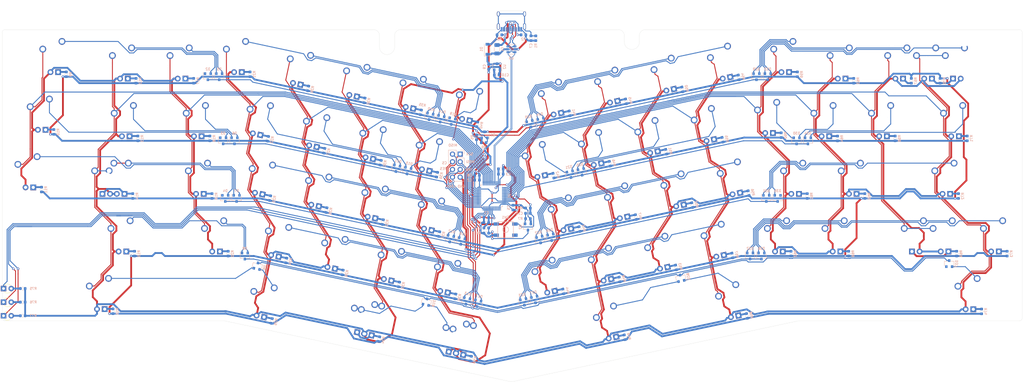
<source format=kicad_pcb>
(kicad_pcb (version 20171130) (host pcbnew 5.1.9)
  (layers (0 F.Cu signal) (31 B.Cu signal) (34 B.Paste user) (35 F.Paste user) (36 B.SilkS user) (37 F.SilkS user) (38 B.Mask user) (39 F.Mask user) (44 Edge.Cuts user))
  (net 0 "")
  (net 1 +3V3)
  (net 2 GND)
  (net 3 "Net-(C7-Pad1)")
  (net 4 +5V)
  (net 5 /BOOT0)
  (net 6 /NRST)
  (net 7 "Net-(D2-Pad2)")
  (net 8 "Net-(D2-Pad1)")
  (net 9 "Net-(D3-Pad2)")
  (net 10 "Net-(D3-Pad1)")
  (net 11 "Net-(D4-Pad2)")
  (net 12 "Net-(D4-Pad1)")
  (net 13 "Net-(D5-Pad2)")
  (net 14 "Net-(D5-Pad1)")
  (net 15 "Net-(D6-Pad2)")
  (net 16 "Net-(D6-Pad1)")
  (net 17 "Net-(D7-Pad2)")
  (net 18 "Net-(D7-Pad1)")
  (net 19 "Net-(D8-Pad2)")
  (net 20 "Net-(D8-Pad1)")
  (net 21 "Net-(D9-Pad2)")
  (net 22 "Net-(D9-Pad1)")
  (net 23 "Net-(D10-Pad2)")
  (net 24 "Net-(D10-Pad1)")
  (net 25 "Net-(D11-Pad2)")
  (net 26 "Net-(D11-Pad1)")
  (net 27 "Net-(D12-Pad2)")
  (net 28 "Net-(D12-Pad1)")
  (net 29 "Net-(D13-Pad2)")
  (net 30 "Net-(D13-Pad1)")
  (net 31 "Net-(D14-Pad2)")
  (net 32 "Net-(D14-Pad1)")
  (net 33 "Net-(D15-Pad2)")
  (net 34 "Net-(D15-Pad1)")
  (net 35 "Net-(D16-Pad2)")
  (net 36 "Net-(D16-Pad1)")
  (net 37 "Net-(D17-Pad2)")
  (net 38 "Net-(D17-Pad1)")
  (net 39 "Net-(D18-Pad2)")
  (net 40 "Net-(D18-Pad1)")
  (net 41 "Net-(D19-Pad2)")
  (net 42 "Net-(D19-Pad1)")
  (net 43 "Net-(D20-Pad2)")
  (net 44 "Net-(D20-Pad1)")
  (net 45 "Net-(D21-Pad2)")
  (net 46 "Net-(D21-Pad1)")
  (net 47 "Net-(D22-Pad2)")
  (net 48 "Net-(D22-Pad1)")
  (net 49 "Net-(D23-Pad2)")
  (net 50 "Net-(D23-Pad1)")
  (net 51 "Net-(D24-Pad2)")
  (net 52 "Net-(D24-Pad1)")
  (net 53 "Net-(D25-Pad2)")
  (net 54 "Net-(D25-Pad1)")
  (net 55 "Net-(D26-Pad2)")
  (net 56 "Net-(D26-Pad1)")
  (net 57 "Net-(D27-Pad2)")
  (net 58 "Net-(D27-Pad1)")
  (net 59 "Net-(D28-Pad2)")
  (net 60 "Net-(D28-Pad1)")
  (net 61 "Net-(D29-Pad2)")
  (net 62 "Net-(D29-Pad1)")
  (net 63 "Net-(D30-Pad2)")
  (net 64 "Net-(D30-Pad1)")
  (net 65 "Net-(D31-Pad2)")
  (net 66 "Net-(D31-Pad1)")
  (net 67 "Net-(D32-Pad2)")
  (net 68 "Net-(D32-Pad1)")
  (net 69 "Net-(D33-Pad2)")
  (net 70 "Net-(D33-Pad1)")
  (net 71 "Net-(D34-Pad2)")
  (net 72 "Net-(D34-Pad1)")
  (net 73 "Net-(D35-Pad2)")
  (net 74 "Net-(D35-Pad1)")
  (net 75 "Net-(D36-Pad2)")
  (net 76 "Net-(D36-Pad1)")
  (net 77 "Net-(D37-Pad2)")
  (net 78 "Net-(D37-Pad1)")
  (net 79 VBUS)
  (net 80 "Net-(KBA1-Pad4)")
  (net 81 "Net-(KBA2-Pad4)")
  (net 82 "Net-(KBA3-Pad4)")
  (net 83 "Net-(KBB1-Pad4)")
  (net 84 "Net-(KBB2-Pad4)")
  (net 85 "Net-(KBB4-Pad4)")
  (net 86 "Net-(KBB5-Pad4)")
  (net 87 "Net-(KBC1-Pad4)")
  (net 88 "Net-(KBC2-Pad4)")
  (net 89 "Net-(KBC3-Pad4)")
  (net 90 "Net-(KBC4-Pad4)")
  (net 91 "Net-(KBD1-Pad4)")
  (net 92 "Net-(KBD2-Pad4)")
  (net 93 "Net-(KBD3-Pad4)")
  (net 94 "Net-(KBD4-Pad4)")
  (net 95 "Net-(KBD5-Pad4)")
  (net 96 "Net-(KBE1-Pad4)")
  (net 97 "Net-(KBE2-Pad4)")
  (net 98 "Net-(KBE3-Pad4)")
  (net 99 "Net-(KBE4-Pad4)")
  (net 100 "Net-(KBF1-Pad4)")
  (net 101 "Net-(KBF2-Pad4)")
  (net 102 "Net-(KBF3-Pad4)")
  (net 103 "Net-(KBF4-Pad4)")
  (net 104 "Net-(KBG1-Pad4)")
  (net 105 "Net-(KBG2-Pad4)")
  (net 106 "Net-(KBG3-Pad4)")
  (net 107 "Net-(KBG4-Pad4)")
  (net 108 "Net-(KBH1-Pad4)")
  (net 109 "Net-(KBI1-Pad4)")
  (net 110 "Net-(KBI2-Pad4)")
  (net 111 "Net-(KBI3-Pad4)")
  (net 112 "Net-(KBI4-Pad4)")
  (net 113 "Net-(KBJ1-Pad4)")
  (net 114 "Net-(KBJ2-Pad4)")
  (net 115 "Net-(KBJ3-Pad4)")
  (net 116 "Net-(KBJ4-Pad4)")
  (net 117 "Net-(KBJ5-Pad4)")
  (net 118 "Net-(KBK1-Pad4)")
  (net 119 "Net-(KBK2-Pad4)")
  (net 120 "Net-(KBK3-Pad4)")
  (net 121 "Net-(KBK4-Pad4)")
  (net 122 "Net-(KBL1-Pad4)")
  (net 123 "Net-(KBL2-Pad4)")
  (net 124 "Net-(KBL3-Pad4)")
  (net 125 "Net-(KBL4-Pad4)")
  (net 126 "Net-(KBL5-Pad4)")
  (net 127 "Net-(KBM1-Pad4)")
  (net 128 "Net-(KBM2-Pad4)")
  (net 129 "Net-(KBM3-Pad4)")
  (net 130 "Net-(KBM4-Pad4)")
  (net 131 "Net-(KBN1-Pad4)")
  (net 132 "Net-(KBN2-Pad4)")
  (net 133 "Net-(KBN3-Pad4)")
  (net 134 "Net-(KBN4-Pad4)")
  (net 135 "Net-(KBO1-Pad4)")
  (net 136 "Net-(KBO2-Pad4)")
  (net 137 "Net-(KBP2-Pad4)")
  (net 138 "Net-(KBP3-Pad4)")
  (net 139 "Net-(KBP4-Pad4)")
  (net 140 "Net-(KBP5-Pad4)")
  (net 141 "Net-(Q1-Pad1)")
  (net 142 "Net-(R3-Pad2)")
  (net 143 /LED_PWM)
  (net 144 /D+)
  (net 145 /D-)
  (net 146 /SPI_MOSI)
  (net 147 /SPI_MISO)
  (net 148 /SPI_SCK)
  (net 149 /SPI_CS)
  (net 150 /SPI_IRQ)
  (net 151 /SPI_RES)
  (net 152 "Net-(USB1-Pad3)")
  (net 153 "Net-(USB1-Pad9)")
  (net 154 /LED_GND)
  (net 155 "Net-(KBB3-1-Pad4)")
  (net 156 "Net-(C11-Pad2)")
  (net 157 "Net-(KBF5-1-Pad4)")
  (net 158 "Net-(KBG5-1-Pad4)")
  (net 159 "Net-(KBP1-1-Pad4)")
  (net 160 "Net-(KBO4-1-Pad4)")
  (net 161 "Net-(D38-Pad2)")
  (net 162 "Net-(D39-Pad2)")
  (net 163 "Net-(D40-Pad2)")
  (net 164 /B8)
  (net 165 /B7)
  (net 166 /B6)
  (net 167 /B5)
  (net 168 /B4)
  (net 169 /B3)
  (net 170 /A15)
  (net 171 /SWDCLK)
  (net 172 /SWDIO)
  (net 173 "Net-(R2-Pad1)")
  (net 174 /B9)
  (net 175 /B15)
  (net 176 /B14)
  (net 177 /B13)
  (net 178 /B12)
  (net 179 /B11)
  (net 180 /B10)
  (net 181 /B2)
  (net 182 /B1)
  (net 183 /B0)
  (net 184 /A1)
  (net 185 /A0)
  (net 186 /A9)
  (net 187 /A10)
  (net 188 /F1)
  (net 189 /F0)
  (net 190 /C15)
  (net 191 /C14)
  (net 192 /C13)
  (module keeb_connectors:HRO-TYPE-C-31-M-12 (layer B.Cu) (at 159.369998 -16.780002)
    (fp_text reference USB1 hide)
    (fp_text value HRO-TYPE-C-31-M-12)
    (pad 12 smd rect (at 3.225 7.695) (size 0.6 1.45) (layers B.Cu B.Paste B.Mask) (net 2 GND))
    (pad 1 smd rect (at -3.225 7.695) (size 0.6 1.45) (layers B.Cu B.Paste B.Mask) (net 2 GND))
    (pad 11 smd rect (at 2.45 7.695) (size 0.6 1.45) (layers B.Cu B.Paste B.Mask) (net 79 VBUS))
    (pad 2 smd rect (at -2.45 7.695) (size 0.6 1.45) (layers B.Cu B.Paste B.Mask) (net 79 VBUS))
    (pad 3 smd rect (at -1.75 7.695) (size 0.3 1.45) (layers B.Cu B.Paste B.Mask) (net 152 "Net-(USB1-Pad3)"))
    (pad 10 smd rect (at 1.75 7.695) (size 0.3 1.45) (layers B.Cu B.Paste B.Mask) (net 173 "Net-(R2-Pad1)"))
    (pad 4 smd rect (at -1.25 7.695) (size 0.3 1.45) (layers B.Cu B.Paste B.Mask) (net 142 "Net-(R3-Pad2)"))
    (pad 9 smd rect (at 1.25 7.695) (size 0.3 1.45) (layers B.Cu B.Paste B.Mask) (net 153 "Net-(USB1-Pad9)"))
    (pad 5 smd rect (at -0.75 7.695) (size 0.3 1.45) (layers B.Cu B.Paste B.Mask) (net 145 /D-))
    (pad 8 smd rect (at 0.75 7.695) (size 0.3 1.45) (layers B.Cu B.Paste B.Mask) (net 144 /D+))
    (pad 7 smd rect (at 0.25 7.695) (size 0.3 1.45) (layers B.Cu B.Paste B.Mask) (net 145 /D-))
    (pad 6 smd rect (at -0.25 7.695) (size 0.3 1.45) (layers B.Cu B.Paste B.Mask) (net 144 /D+))
    (pad "" np_thru_hole circle (at 2.89 6.25) (size 0.65 0.65) (drill 0.65) (layers *.Cu *.Mask))
    (pad "" np_thru_hole circle (at -2.89 6.25) (size 0.65 0.65) (drill 0.65) (layers *.Cu *.Mask))
    (pad 13 thru_hole oval (at -4.32 6.78) (size 1 2.1) (drill oval 0.6 1.7) (layers *.Cu F.Mask) (net 3 "Net-(C7-Pad1)"))
    (pad 13 thru_hole oval (at 4.32 6.78) (size 1 2.1) (drill oval 0.6 1.7) (layers *.Cu F.Mask) (net 3 "Net-(C7-Pad1)"))
    (pad 13 thru_hole oval (at -4.32 2.6) (size 1 1.6) (drill oval 0.6 1.2) (layers *.Cu F.Mask) (net 3 "Net-(C7-Pad1)"))
    (pad 13 thru_hole oval (at 4.32 2.6) (size 1 1.6) (drill oval 0.6 1.2) (layers *.Cu F.Mask) (net 3 "Net-(C7-Pad1)"))
  )
  (module keeb_connectors:PinHeader_2x04_P2.54mm_Vertical (layer B.Cu) (at 142.417591 32.176639 180)
    (fp_text reference J1 hide)
    (fp_text value Conn_01x08)
    (pad 8 thru_hole oval (at 2.54 -7.62 180) (size 1.7 1.7) (drill 1) (layers *.Cu B.Mask) (net 1 +3V3))
    (pad 7 thru_hole oval (at 0 -7.62 180) (size 1.7 1.7) (drill 1) (layers *.Cu B.Mask) (net 2 GND))
    (pad 6 thru_hole oval (at 2.54 -5.08 180) (size 1.7 1.7) (drill 1) (layers *.Cu B.Mask) (net 151 /SPI_RES))
    (pad 5 thru_hole oval (at 0 -5.08 180) (size 1.7 1.7) (drill 1) (layers *.Cu B.Mask) (net 150 /SPI_IRQ))
    (pad 4 thru_hole oval (at 2.54 -2.54 180) (size 1.7 1.7) (drill 1) (layers *.Cu B.Mask) (net 149 /SPI_CS))
    (pad 3 thru_hole oval (at 0 -2.54 180) (size 1.7 1.7) (drill 1) (layers *.Cu B.Mask) (net 146 /SPI_MOSI))
    (pad 2 thru_hole oval (at 2.54 0 180) (size 1.7 1.7) (drill 1) (layers *.Cu B.Mask) (net 147 /SPI_MISO))
    (pad 1 thru_hole rect (at 0 0 180) (size 1.7 1.7) (drill 1) (layers *.Cu B.Mask) (net 148 /SPI_SCK))
  )
  (module keeb_parts:C_0603_1608Metric (layer B.Cu) (at 151.049997 53.070001 180)
    (fp_text reference C1 (at 0 1.47 180) (layer B.SilkS) (effects (font (size 0.8 0.8)) (justify mirror)))
    (fp_text value 10n)
    (pad 2 smd roundrect (at 0.7875 0 180) (size 0.875 0.95) (layers B.Cu B.Paste B.Mask) (net 1 +3V3))
    (pad 1 smd roundrect (at -0.7875 0 180) (size 0.875 0.95) (layers B.Cu B.Paste B.Mask) (net 2 GND))
  )
  (module keeb_parts:R_0603_1608Metric (layer B.Cu) (at 150.189993 28.390001 180)
    (fp_text reference R6 (at 0 -1.43 180) (layer B.SilkS) (effects (font (size 0.8 0.8)) (justify mirror)))
    (fp_text value 10k)
    (pad 2 smd roundrect (at 0.7875 0 180) (size 0.875 0.95) (layers B.Cu B.Paste B.Mask) (net 2 GND))
    (pad 1 smd roundrect (at -0.7875 0 180) (size 0.875 0.95) (layers B.Cu B.Paste B.Mask) (net 141 "Net-(Q1-Pad1)"))
  )
  (module keeb_parts:R_0603_1608Metric (layer B.Cu) (at 147.82259 26.600392 270)
    (fp_text reference R5 (at 0 1.43 270) (layer B.SilkS) (effects (font (size 0.8 0.8)) (justify mirror)))
    (fp_text value 470)
    (pad 2 smd roundrect (at 0.7875 0 270) (size 0.875 0.95) (layers B.Cu B.Paste B.Mask) (net 143 /LED_PWM))
    (pad 1 smd roundrect (at -0.7875 0 270) (size 0.875 0.95) (layers B.Cu B.Paste B.Mask) (net 141 "Net-(Q1-Pad1)"))
  )
  (module keeb_parts:SOT-23-6 (layer B.Cu) (at 159.369994 -2.492501 180)
    (fp_text reference U3 (at 0 -2.9 180) (layer B.SilkS) (effects (font (size 0.8 0.8)) (justify mirror)))
    (fp_text value SRV05-4)
    (pad 5 smd rect (at 1.1 0 180) (size 1.06 0.65) (layers B.Cu B.Paste B.Mask) (net 4 +5V))
    (pad 6 smd rect (at 1.1 0.95 180) (size 1.06 0.65) (layers B.Cu B.Paste B.Mask) (net 145 /D-))
    (pad 4 smd rect (at 1.1 -0.95 180) (size 1.06 0.65) (layers B.Cu B.Paste B.Mask) (net 145 /D-))
    (pad 3 smd rect (at -1.1 -0.95 180) (size 1.06 0.65) (layers B.Cu B.Paste B.Mask) (net 144 /D+))
    (pad 2 smd rect (at -1.1 0 180) (size 1.06 0.65) (layers B.Cu B.Paste B.Mask) (net 2 GND))
    (pad 1 smd rect (at -1.1 0.95 180) (size 1.06 0.65) (layers B.Cu B.Paste B.Mask) (net 144 /D+))
  )
  (module keeb_parts:C_0603_1608Metric (layer B.Cu) (at 151.857498 3.299999 90)
    (fp_text reference C9 (at 0 -1.43 90) (layer B.SilkS) (effects (font (size 0.8 0.8)) (justify mirror)))
    (fp_text value 1u)
    (pad 2 smd roundrect (at 0.7875 0 90) (size 0.875 0.95) (layers B.Cu B.Paste B.Mask) (net 4 +5V))
    (pad 1 smd roundrect (at -0.7875 0 90) (size 0.875 0.95) (layers B.Cu B.Paste B.Mask) (net 2 GND))
  )
  (module keeb_parts:C_0603_1608Metric (layer B.Cu) (at 164.829995 51.759999 180)
    (fp_text reference C11 (at 1.5875 0) (layer B.SilkS) (effects (font (size 0.8 0.8)) (justify left mirror)))
    (fp_text value 4.7u)
    (pad 2 smd roundrect (at 0.7875 0 180) (size 0.875 0.95) (layers B.Cu B.Paste B.Mask) (net 156 "Net-(C11-Pad2)"))
    (pad 1 smd roundrect (at -0.7875 0 180) (size 0.875 0.95) (layers B.Cu B.Paste B.Mask) (net 5 /BOOT0))
  )
  (module keeb_parts:C_0603_1608Metric (layer B.Cu) (at 151.049997 56.570002 180)
    (fp_text reference C12 (at 1.5875 0) (layer B.SilkS) (effects (font (size 0.8 0.8)) (justify left mirror)))
    (fp_text value 1u)
    (pad 2 smd roundrect (at 0.7875 0 180) (size 0.875 0.95) (layers B.Cu B.Paste B.Mask) (net 2 GND))
    (pad 1 smd roundrect (at -0.7875 0 180) (size 0.875 0.95) (layers B.Cu B.Paste B.Mask) (net 6 /NRST))
  )
  (module keeb_parts:C_0603_1608Metric (layer B.Cu) (at 154.499998 6.01 180)
    (fp_text reference C10 (at -1.5875 0) (layer B.SilkS) (effects (font (size 0.8 0.8)) (justify right mirror)))
    (fp_text value 1u)
    (pad 2 smd roundrect (at 0.7875 0 180) (size 0.875 0.95) (layers B.Cu B.Paste B.Mask) (net 1 +3V3))
    (pad 1 smd roundrect (at -0.7875 0 180) (size 0.875 0.95) (layers B.Cu B.Paste B.Mask) (net 2 GND))
  )
  (module keeb_parts:C_0603_1608Metric (layer B.Cu) (at 147.999993 39.180001)
    (fp_text reference C8 (at -1.5875 0) (layer B.SilkS) (effects (font (size 0.8 0.8)) (justify left mirror)))
    (fp_text value 4.7u)
    (pad 2 smd roundrect (at 0.7875 0) (size 0.875 0.95) (layers B.Cu B.Paste B.Mask) (net 1 +3V3))
    (pad 1 smd roundrect (at -0.7875 0) (size 0.875 0.95) (layers B.Cu B.Paste B.Mask) (net 2 GND))
  )
  (module keeb_parts:C_0603_1608Metric (layer B.Cu) (at 165.827496 -6.136251 270)
    (fp_text reference C7 (at 1.5875 0 90) (layer B.SilkS) (effects (font (size 0.8 0.8)) (justify left mirror)))
    (fp_text value 4.7n)
    (pad 2 smd roundrect (at 0.7875 0 270) (size 0.875 0.95) (layers B.Cu B.Paste B.Mask) (net 2 GND))
    (pad 1 smd roundrect (at -0.7875 0 270) (size 0.875 0.95) (layers B.Cu B.Paste B.Mask) (net 3 "Net-(C7-Pad1)"))
  )
  (module keeb_parts:C_0603_1608Metric (layer B.Cu) (at 155.864052 37.054007)
    (fp_text reference C6 (at 1.5875 0) (layer B.SilkS) (effects (font (size 0.8 0.8)) (justify right mirror)))
    (fp_text value 4.7u)
    (pad 2 smd roundrect (at 0.7875 0) (size 0.875 0.95) (layers B.Cu B.Paste B.Mask) (net 1 +3V3))
    (pad 1 smd roundrect (at -0.7875 0) (size 0.875 0.95) (layers B.Cu B.Paste B.Mask) (net 2 GND))
  )
  (module keeb_parts:C_0603_1608Metric (layer B.Cu) (at 159.879996 49.860001 270)
    (fp_text reference C5 (at 0 1.43 90) (layer B.SilkS) (effects (font (size 0.8 0.8)) (justify mirror)))
    (fp_text value 100n)
    (pad 2 smd roundrect (at 0.7875 0 270) (size 0.875 0.95) (layers B.Cu B.Paste B.Mask) (net 1 +3V3))
    (pad 1 smd roundrect (at -0.7875 0 270) (size 0.875 0.95) (layers B.Cu B.Paste B.Mask) (net 2 GND))
  )
  (module keeb_parts:C_0603_1608Metric (layer B.Cu) (at 151.049993 54.820001 180)
    (fp_text reference C4 (at 1.5875 0) (layer B.SilkS) (effects (font (size 0.8 0.8)) (justify left mirror)))
    (fp_text value 1u)
    (pad 2 smd roundrect (at 0.7875 0 180) (size 0.875 0.95) (layers B.Cu B.Paste B.Mask) (net 1 +3V3))
    (pad 1 smd roundrect (at -0.7875 0 180) (size 0.875 0.95) (layers B.Cu B.Paste B.Mask) (net 2 GND))
  )
  (module keeb_parts:C_0603_1608Metric (layer B.Cu) (at 155.864049 38.804006)
    (fp_text reference C3 (at 1.5875 0) (layer B.SilkS) (effects (font (size 0.8 0.8)) (justify right mirror)))
    (fp_text value 100n)
    (pad 2 smd roundrect (at 0.7875 0) (size 0.875 0.95) (layers B.Cu B.Paste B.Mask) (net 1 +3V3))
    (pad 1 smd roundrect (at -0.7875 0) (size 0.875 0.95) (layers B.Cu B.Paste B.Mask) (net 2 GND))
  )
  (module keeb_parts:C_0603_1608Metric (layer B.Cu) (at 147.999998 40.780001)
    (fp_text reference C2 (at -1.5875 0) (layer B.SilkS) (effects (font (size 0.8 0.8)) (justify left mirror)))
    (fp_text value 100n)
    (pad 2 smd roundrect (at 0.7875 0) (size 0.875 0.95) (layers B.Cu B.Paste B.Mask) (net 1 +3V3))
    (pad 1 smd roundrect (at -0.7875 0) (size 0.875 0.95) (layers B.Cu B.Paste B.Mask) (net 2 GND))
  )
  (module keeb_lighting:LED_D3.0mm (layer F.Cu) (at -8.550003 76.62)
    (fp_text reference D38 hide)
    (fp_text value "LED 1")
    (pad 2 thru_hole circle (at 2.54 0) (size 1.8 1.8) (drill 0.9) (layers *.Cu *.Mask) (net 161 "Net-(D38-Pad2)"))
    (pad 1 thru_hole rect (at 0 0) (size 1.8 1.8) (drill 0.9) (layers *.Cu *.Mask) (net 183 /B0))
  )
  (module keeb_parts:D_SOD-123 (layer B.Cu) (at 151.432498 -2.4925 90)
    (fp_text reference D1 (at 0 -2 90) (layer B.SilkS) (effects (font (size 0.8 0.8)) (justify mirror)))
    (fp_text value SMF6.0CA)
    (pad 2 smd rect (at 1.65 0 90) (size 0.9 1.2) (layers B.Cu B.Paste B.Mask) (net 2 GND))
    (pad 1 smd rect (at -1.65 0 90) (size 0.9 1.2) (layers B.Cu B.Paste B.Mask) (net 4 +5V))
  )
  (module keeb_parts:R_0603_1608Metric (layer B.Cu) (at 164.829997 53.51)
    (fp_text reference R7 (at -2.5 0) (layer B.SilkS) (effects (font (size 0.8 0.8)) (justify mirror)))
    (fp_text value 100k)
    (pad 2 smd roundrect (at 0.7875 0) (size 0.875 0.95) (layers B.Cu B.Paste B.Mask) (net 2 GND))
    (pad 1 smd roundrect (at -0.7875 0) (size 0.875 0.95) (layers B.Cu B.Paste B.Mask) (net 156 "Net-(C11-Pad2)"))
  )
  (module keeb_parts:R_0603_1608Metric (layer B.Cu) (at 164.829997 50.01 180)
    (fp_text reference R4 (at 2.5 0 180) (layer B.SilkS) (effects (font (size 0.8 0.8)) (justify mirror)))
    (fp_text value 10k)
    (pad 2 smd roundrect (at 0.7875 0 180) (size 0.875 0.95) (layers B.Cu B.Paste B.Mask) (net 2 GND))
    (pad 1 smd roundrect (at -0.7875 0 180) (size 0.875 0.95) (layers B.Cu B.Paste B.Mask) (net 5 /BOOT0))
  )
  (module keeb_parts:R_0603_1608Metric (layer B.Cu) (at 151.049993 58.320001 180)
    (fp_text reference R8 (at 2.5 0) (layer B.SilkS) (effects (font (size 0.8 0.8)) (justify mirror)))
    (fp_text value 10k)
    (pad 2 smd roundrect (at 0.7875 0 180) (size 0.875 0.95) (layers B.Cu B.Paste B.Mask) (net 1 +3V3))
    (pad 1 smd roundrect (at -0.7875 0 180) (size 0.875 0.95) (layers B.Cu B.Paste B.Mask) (net 6 /NRST))
  )
  (module keeb_parts:SOT-23 (layer B.Cu) (at 150.459994 25.810001 90)
    (fp_text reference Q1 (at 0 2.8 180) (layer B.SilkS) (effects (font (size 0.8 0.8)) (justify mirror)))
    (fp_text value 2N7002)
    (pad 3 smd rect (at 1 0 90) (size 0.9 0.8) (layers B.Cu B.Paste B.Mask) (net 154 /LED_GND))
    (pad 2 smd rect (at -1 -0.95 90) (size 0.9 0.8) (layers B.Cu B.Paste B.Mask) (net 2 GND))
    (pad 1 smd rect (at -1 0.95 90) (size 0.9 0.8) (layers B.Cu B.Paste B.Mask) (net 141 "Net-(Q1-Pad1)"))
  )
  (module keeb_parts:SOT-23 (layer B.Cu) (at 139.666712 21.355997 258)
    (fp_text reference D19 (at -2.5 0 348) (layer B.SilkS) (effects (font (size 0.8 0.8)) (justify mirror)))
    (fp_text value BAV70)
    (pad 3 smd rect (at 1 0 258) (size 0.9 0.8) (layers B.Cu B.Paste B.Mask) (net 172 /SWDIO))
    (pad 2 smd rect (at -1 -0.95 258) (size 0.9 0.8) (layers B.Cu B.Paste B.Mask) (net 41 "Net-(D19-Pad2)"))
    (pad 1 smd rect (at -1 0.95 258) (size 0.9 0.8) (layers B.Cu B.Paste B.Mask) (net 42 "Net-(D19-Pad1)"))
  )
  (module keeb_parts:R_0603_1608Metric (layer B.Cu) (at 129.419296 18.372672 78)
    (fp_text reference R35 (at 2.5 0 168) (layer B.SilkS) (effects (font (size 0.8 0.8)) (justify mirror)))
    (fp_text value 470)
    (pad 2 smd roundrect (at 0.7875 0 78) (size 0.875 0.95) (layers B.Cu B.Paste B.Mask) (net 104 "Net-(KBG1-Pad4)"))
    (pad 1 smd roundrect (at -0.7875 0 78) (size 0.875 0.95) (layers B.Cu B.Paste B.Mask) (net 154 /LED_GND))
  )
  (module keeb_parts:SOT-23 (layer B.Cu) (at 144.507018 80.811619 258)
    (fp_text reference D13 (at -2.5 0 348) (layer B.SilkS) (effects (font (size 0.8 0.8)) (justify mirror)))
    (fp_text value BAV70)
    (pad 3 smd rect (at 1 0 258) (size 0.9 0.8) (layers B.Cu B.Paste B.Mask) (net 187 /A10))
    (pad 2 smd rect (at -1 -0.95 258) (size 0.9 0.8) (layers B.Cu B.Paste B.Mask) (net 29 "Net-(D13-Pad2)"))
    (pad 1 smd rect (at -1 0.95 258) (size 0.9 0.8) (layers B.Cu B.Paste B.Mask) (net 30 "Net-(D13-Pad1)"))
  )
  (module keeb_parts:SOT-23 (layer B.Cu) (at 148.175075 81.591287 258)
    (fp_text reference D17 (at -2.5 0 348) (layer B.SilkS) (effects (font (size 0.8 0.8)) (justify mirror)))
    (fp_text value BAV70)
    (pad 3 smd rect (at 1 0 258) (size 0.9 0.8) (layers B.Cu B.Paste B.Mask) (net 187 /A10))
    (pad 2 smd rect (at -1 -0.95 258) (size 0.9 0.8) (layers B.Cu B.Paste B.Mask) (net 37 "Net-(D17-Pad2)"))
    (pad 1 smd rect (at -1 0.95 258) (size 0.9 0.8) (layers B.Cu B.Paste B.Mask) (net 38 "Net-(D17-Pad1)"))
  )
  (module keeb_parts:SOT-23 (layer B.Cu) (at 139.157025 60.201621 258)
    (fp_text reference D12 (at -2.5 0 348) (layer B.SilkS) (effects (font (size 0.8 0.8)) (justify mirror)))
    (fp_text value BAV70)
    (pad 3 smd rect (at 1 0 258) (size 0.9 0.8) (layers B.Cu B.Paste B.Mask) (net 188 /F1))
    (pad 2 smd rect (at -1 -0.95 258) (size 0.9 0.8) (layers B.Cu B.Paste B.Mask) (net 27 "Net-(D12-Pad2)"))
    (pad 1 smd rect (at -1 0.95 258) (size 0.9 0.8) (layers B.Cu B.Paste B.Mask) (net 28 "Net-(D12-Pad1)"))
  )
  (module keeb_parts:SOT-23 (layer B.Cu) (at 142.82508 60.981288 258)
    (fp_text reference D16 (at -2.5 0 348) (layer B.SilkS) (effects (font (size 0.8 0.8)) (justify mirror)))
    (fp_text value BAV70)
    (pad 3 smd rect (at 1 0 258) (size 0.9 0.8) (layers B.Cu B.Paste B.Mask) (net 188 /F1))
    (pad 2 smd rect (at -1 -0.95 258) (size 0.9 0.8) (layers B.Cu B.Paste B.Mask) (net 35 "Net-(D16-Pad2)"))
    (pad 1 smd rect (at -1 0.95 258) (size 0.9 0.8) (layers B.Cu B.Paste B.Mask) (net 36 "Net-(D16-Pad1)"))
  )
  (module keeb_parts:SOT-23 (layer B.Cu) (at 121.379832 36.94168 258)
    (fp_text reference D11 (at -2.5 0 348) (layer B.SilkS) (effects (font (size 0.8 0.8)) (justify mirror)))
    (fp_text value BAV70)
    (pad 3 smd rect (at 1 0 258) (size 0.9 0.8) (layers B.Cu B.Paste B.Mask) (net 174 /B9))
    (pad 2 smd rect (at -1 -0.95 258) (size 0.9 0.8) (layers B.Cu B.Paste B.Mask) (net 25 "Net-(D11-Pad2)"))
    (pad 1 smd rect (at -1 0.95 258) (size 0.9 0.8) (layers B.Cu B.Paste B.Mask) (net 26 "Net-(D11-Pad1)"))
  )
  (module keeb_parts:SOT-23 (layer B.Cu) (at 125.047883 37.72135 258)
    (fp_text reference D15 (at -2.5 0 348) (layer B.SilkS) (effects (font (size 0.8 0.8)) (justify mirror)))
    (fp_text value BAV70)
    (pad 3 smd rect (at 1 0 258) (size 0.9 0.8) (layers B.Cu B.Paste B.Mask) (net 174 /B9))
    (pad 2 smd rect (at -1 -0.95 258) (size 0.9 0.8) (layers B.Cu B.Paste B.Mask) (net 33 "Net-(D15-Pad2)"))
    (pad 1 smd rect (at -1 0.95 258) (size 0.9 0.8) (layers B.Cu B.Paste B.Mask) (net 34 "Net-(D15-Pad1)"))
  )
  (module keeb_parts:SOT-23 (layer B.Cu) (at 135.998653 20.576328 258)
    (fp_text reference D14 (at -2.5 0 348) (layer B.SilkS) (effects (font (size 0.8 0.8)) (justify mirror)))
    (fp_text value BAV70)
    (pad 3 smd rect (at 1 0 258) (size 0.9 0.8) (layers B.Cu B.Paste B.Mask) (net 172 /SWDIO))
    (pad 2 smd rect (at -1 -0.95 258) (size 0.9 0.8) (layers B.Cu B.Paste B.Mask) (net 31 "Net-(D14-Pad2)"))
    (pad 1 smd rect (at -1 0.95 258) (size 0.9 0.8) (layers B.Cu B.Paste B.Mask) (net 32 "Net-(D14-Pad1)"))
  )
  (module keeb_parts:SOT-23 (layer B.Cu) (at 132.330602 19.796656 258)
    (fp_text reference D10 (at -2.5 0 348) (layer B.SilkS) (effects (font (size 0.8 0.8)) (justify mirror)))
    (fp_text value BAV70)
    (pad 3 smd rect (at 1 0 258) (size 0.9 0.8) (layers B.Cu B.Paste B.Mask) (net 172 /SWDIO))
    (pad 2 smd rect (at -1 -0.95 258) (size 0.9 0.8) (layers B.Cu B.Paste B.Mask) (net 23 "Net-(D10-Pad2)"))
    (pad 1 smd rect (at -1 0.95 258) (size 0.9 0.8) (layers B.Cu B.Paste B.Mask) (net 24 "Net-(D10-Pad1)"))
  )
  (module keeb_parts:SOT-23 (layer B.Cu) (at 71.234994 65.865001 270)
    (fp_text reference D8 (at -2.5 0 180) (layer B.SilkS) (effects (font (size 0.8 0.8)) (justify mirror)))
    (fp_text value BAV70)
    (pad 3 smd rect (at 1 0 270) (size 0.9 0.8) (layers B.Cu B.Paste B.Mask) (net 187 /A10))
    (pad 2 smd rect (at -1 -0.95 270) (size 0.9 0.8) (layers B.Cu B.Paste B.Mask) (net 19 "Net-(D8-Pad2)"))
    (pad 1 smd rect (at -1 0.95 270) (size 0.9 0.8) (layers B.Cu B.Paste B.Mask) (net 20 "Net-(D8-Pad1)"))
  )
  (module keeb_parts:SOT-23 (layer B.Cu) (at 243.634997 46.814499 270)
    (fp_text reference D31 (at -2.5 0 180) (layer B.SilkS) (effects (font (size 0.8 0.8)) (justify mirror)))
    (fp_text value BAV70)
    (pad 3 smd rect (at 1 0 270) (size 0.9 0.8) (layers B.Cu B.Paste B.Mask) (net 188 /F1))
    (pad 2 smd rect (at -1 -0.95 270) (size 0.9 0.8) (layers B.Cu B.Paste B.Mask) (net 65 "Net-(D31-Pad2)"))
    (pad 1 smd rect (at -1 0.95 270) (size 0.9 0.8) (layers B.Cu B.Paste B.Mask) (net 66 "Net-(D31-Pad1)"))
  )
  (module keeb_parts:SOT-23 (layer B.Cu) (at 247.384991 46.814499 270)
    (fp_text reference D35 (at -2.5 0 180) (layer B.SilkS) (effects (font (size 0.8 0.8)) (justify mirror)))
    (fp_text value BAV70)
    (pad 3 smd rect (at 1 0 270) (size 0.9 0.8) (layers B.Cu B.Paste B.Mask) (net 188 /F1))
    (pad 2 smd rect (at -1 -0.95 270) (size 0.9 0.8) (layers B.Cu B.Paste B.Mask) (net 73 "Net-(D35-Pad2)"))
    (pad 1 smd rect (at -1 0.95 270) (size 0.9 0.8) (layers B.Cu B.Paste B.Mask) (net 74 "Net-(D35-Pad1)"))
  )
  (module keeb_parts:SOT-23 (layer B.Cu) (at 163.450156 81.141677 282)
    (fp_text reference D23 (at -2.5 0 192) (layer B.SilkS) (effects (font (size 0.8 0.8)) (justify mirror)))
    (fp_text value BAV70)
    (pad 3 smd rect (at 1 0 282) (size 0.9 0.8) (layers B.Cu B.Paste B.Mask) (net 187 /A10))
    (pad 2 smd rect (at -1 -0.95 282) (size 0.9 0.8) (layers B.Cu B.Paste B.Mask) (net 49 "Net-(D23-Pad2)"))
    (pad 1 smd rect (at -1 0.95 282) (size 0.9 0.8) (layers B.Cu B.Paste B.Mask) (net 50 "Net-(D23-Pad1)"))
  )
  (module keeb_parts:SOT-23 (layer B.Cu) (at 167.118215 80.36201 282)
    (fp_text reference D27 (at -2.5 0 192) (layer B.SilkS) (effects (font (size 0.8 0.8)) (justify mirror)))
    (fp_text value BAV70)
    (pad 3 smd rect (at 1 0 282) (size 0.9 0.8) (layers B.Cu B.Paste B.Mask) (net 187 /A10))
    (pad 2 smd rect (at -1 -0.95 282) (size 0.9 0.8) (layers B.Cu B.Paste B.Mask) (net 57 "Net-(D27-Pad2)"))
    (pad 1 smd rect (at -1 0.95 282) (size 0.9 0.8) (layers B.Cu B.Paste B.Mask) (net 58 "Net-(D27-Pad1)"))
  )
  (module keeb_parts:SOT-23 (layer B.Cu) (at 168.810161 60.531678 282)
    (fp_text reference D22 (at -2.5 0 192) (layer B.SilkS) (effects (font (size 0.8 0.8)) (justify mirror)))
    (fp_text value BAV70)
    (pad 3 smd rect (at 1 0 282) (size 0.9 0.8) (layers B.Cu B.Paste B.Mask) (net 188 /F1))
    (pad 2 smd rect (at -1 -0.95 282) (size 0.9 0.8) (layers B.Cu B.Paste B.Mask) (net 47 "Net-(D22-Pad2)"))
    (pad 1 smd rect (at -1 0.95 282) (size 0.9 0.8) (layers B.Cu B.Paste B.Mask) (net 48 "Net-(D22-Pad1)"))
  )
  (module keeb_parts:SOT-23 (layer B.Cu) (at 172.478215 59.752011 282)
    (fp_text reference D26 (at -2.5 0 192) (layer B.SilkS) (effects (font (size 0.8 0.8)) (justify mirror)))
    (fp_text value BAV70)
    (pad 3 smd rect (at 1 0 282) (size 0.9 0.8) (layers B.Cu B.Paste B.Mask) (net 188 /F1))
    (pad 2 smd rect (at -1 -0.95 282) (size 0.9 0.8) (layers B.Cu B.Paste B.Mask) (net 55 "Net-(D26-Pad2)"))
    (pad 1 smd rect (at -1 0.95 282) (size 0.9 0.8) (layers B.Cu B.Paste B.Mask) (net 56 "Net-(D26-Pad1)"))
  )
  (module keeb_parts:SOT-23 (layer B.Cu) (at 178.8534 38.914684 282)
    (fp_text reference D21 (at -2.5 0 192) (layer B.SilkS) (effects (font (size 0.8 0.8)) (justify mirror)))
    (fp_text value BAV70)
    (pad 3 smd rect (at 1 0 282) (size 0.9 0.8) (layers B.Cu B.Paste B.Mask) (net 174 /B9))
    (pad 2 smd rect (at -1 -0.95 282) (size 0.9 0.8) (layers B.Cu B.Paste B.Mask) (net 45 "Net-(D21-Pad2)"))
    (pad 1 smd rect (at -1 0.95 282) (size 0.9 0.8) (layers B.Cu B.Paste B.Mask) (net 46 "Net-(D21-Pad1)"))
  )
  (module keeb_parts:SOT-23 (layer B.Cu) (at 182.521451 38.135015 282)
    (fp_text reference D25 (at -2.5 0 192) (layer B.SilkS) (effects (font (size 0.8 0.8)) (justify mirror)))
    (fp_text value BAV70)
    (pad 3 smd rect (at 1 0 282) (size 0.9 0.8) (layers B.Cu B.Paste B.Mask) (net 174 /B9))
    (pad 2 smd rect (at -1 -0.95 282) (size 0.9 0.8) (layers B.Cu B.Paste B.Mask) (net 53 "Net-(D25-Pad2)"))
    (pad 1 smd rect (at -1 0.95 282) (size 0.9 0.8) (layers B.Cu B.Paste B.Mask) (net 54 "Net-(D25-Pad1)"))
  )
  (module MX_Only:MXOnly-1U (layer F.Cu) (at 210.77 5.94 12)
    (fp_text reference KBK1)
    (fp_text value Keyboard_Switch)
    (pad "" np_thru_hole circle (at 5.08 0 60.0996) (size 1.75 1.75) (drill 1.75) (layers *.Cu *.Mask))
    (pad "" np_thru_hole circle (at -5.08 0 60.0996) (size 1.75 1.75) (drill 1.75) (layers *.Cu *.Mask))
    (pad 4 thru_hole rect (at 1.27 5.08 12) (size 1.905 1.905) (drill 1.04) (layers *.Cu B.Mask) (net 118 "Net-(KBK1-Pad4)"))
    (pad 3 thru_hole circle (at -1.27 5.08 12) (size 1.905 1.905) (drill 1.04) (layers *.Cu B.Mask) (net 4 +5V))
    (pad 1 thru_hole circle (at -3.81 -2.54 12) (size 2.25 2.25) (drill 1.47) (layers *.Cu B.Mask) (net 166 /B6))
    (pad "" np_thru_hole circle (at 0 0 12) (size 3.9878 3.9878) (drill 3.9878) (layers *.Cu *.Mask))
    (pad 2 thru_hole circle (at 2.54 -5.08 12) (size 2.25 2.25) (drill 1.47) (layers *.Cu B.Mask) (net 52 "Net-(D24-Pad1)"))
  )
  (module keeb_parts:SOT-23 (layer B.Cu) (at 165.550161 22.271676 282)
    (fp_text reference D20 (at -2.5 0 192) (layer B.SilkS) (effects (font (size 0.8 0.8)) (justify mirror)))
    (fp_text value BAV70)
    (pad 3 smd rect (at 1 0 282) (size 0.9 0.8) (layers B.Cu B.Paste B.Mask) (net 172 /SWDIO))
    (pad 2 smd rect (at -1 -0.95 282) (size 0.9 0.8) (layers B.Cu B.Paste B.Mask) (net 43 "Net-(D20-Pad2)"))
    (pad 1 smd rect (at -1 0.95 282) (size 0.9 0.8) (layers B.Cu B.Paste B.Mask) (net 44 "Net-(D20-Pad1)"))
  )
  (module keeb_parts:SOT-23 (layer B.Cu) (at 169.218212 21.492007 282)
    (fp_text reference D24 (at -2.5 0 192) (layer B.SilkS) (effects (font (size 0.8 0.8)) (justify mirror)))
    (fp_text value BAV70)
    (pad 3 smd rect (at 1 0 282) (size 0.9 0.8) (layers B.Cu B.Paste B.Mask) (net 172 /SWDIO))
    (pad 2 smd rect (at -1 -0.95 282) (size 0.9 0.8) (layers B.Cu B.Paste B.Mask) (net 51 "Net-(D24-Pad2)"))
    (pad 1 smd rect (at -1 0.95 282) (size 0.9 0.8) (layers B.Cu B.Paste B.Mask) (net 52 "Net-(D24-Pad1)"))
  )
  (module keeb_parts:SOT-23 (layer B.Cu) (at 238.274992 65.865001 270)
    (fp_text reference D32 (at -2.5 0 180) (layer B.SilkS) (effects (font (size 0.8 0.8)) (justify mirror)))
    (fp_text value BAV70)
    (pad 3 smd rect (at 1 0 270) (size 0.9 0.8) (layers B.Cu B.Paste B.Mask) (net 187 /A10))
    (pad 2 smd rect (at -1 -0.95 270) (size 0.9 0.8) (layers B.Cu B.Paste B.Mask) (net 67 "Net-(D32-Pad2)"))
    (pad 1 smd rect (at -1 0.95 270) (size 0.9 0.8) (layers B.Cu B.Paste B.Mask) (net 68 "Net-(D32-Pad1)"))
  )
  (module keeb_parts:SOT-23 (layer B.Cu) (at 257.394991 27.787501 270)
    (fp_text reference D34 (at -2.5 0 180) (layer B.SilkS) (effects (font (size 0.8 0.8)) (justify mirror)))
    (fp_text value BAV70)
    (pad 3 smd rect (at 1 0 270) (size 0.9 0.8) (layers B.Cu B.Paste B.Mask) (net 174 /B9))
    (pad 2 smd rect (at -1 -0.95 270) (size 0.9 0.8) (layers B.Cu B.Paste B.Mask) (net 71 "Net-(D34-Pad2)"))
    (pad 1 smd rect (at -1 0.95 270) (size 0.9 0.8) (layers B.Cu B.Paste B.Mask) (net 72 "Net-(D34-Pad1)"))
  )
  (module keeb_parts:SOT-23 (layer B.Cu) (at 253.644991 27.787499 270)
    (fp_text reference D30 (at -2.5 0 180) (layer B.SilkS) (effects (font (size 0.8 0.8)) (justify mirror)))
    (fp_text value BAV70)
    (pad 3 smd rect (at 1 0 270) (size 0.9 0.8) (layers B.Cu B.Paste B.Mask) (net 174 /B9))
    (pad 2 smd rect (at -1 -0.95 270) (size 0.9 0.8) (layers B.Cu B.Paste B.Mask) (net 63 "Net-(D30-Pad2)"))
    (pad 1 smd rect (at -1 0.95 270) (size 0.9 0.8) (layers B.Cu B.Paste B.Mask) (net 64 "Net-(D30-Pad1)"))
  )
  (module keeb_parts:SOT-23 (layer B.Cu) (at 244.124997 6.575 270)
    (fp_text reference D33 (at -2.5 0 180) (layer B.SilkS) (effects (font (size 0.8 0.8)) (justify mirror)))
    (fp_text value BAV70)
    (pad 3 smd rect (at 1 0 270) (size 0.9 0.8) (layers B.Cu B.Paste B.Mask) (net 172 /SWDIO))
    (pad 2 smd rect (at -1 -0.95 270) (size 0.9 0.8) (layers B.Cu B.Paste B.Mask) (net 69 "Net-(D33-Pad2)"))
    (pad 1 smd rect (at -1 0.95 270) (size 0.9 0.8) (layers B.Cu B.Paste B.Mask) (net 70 "Net-(D33-Pad1)"))
  )
  (module keeb_parts:SOT-23 (layer B.Cu) (at 240.374991 6.575001 270)
    (fp_text reference D29 (at -2.5 0 180) (layer B.SilkS) (effects (font (size 0.8 0.8)) (justify mirror)))
    (fp_text value BAV70)
    (pad 3 smd rect (at 1 0 270) (size 0.9 0.8) (layers B.Cu B.Paste B.Mask) (net 172 /SWDIO))
    (pad 2 smd rect (at -1 -0.95 270) (size 0.9 0.8) (layers B.Cu B.Paste B.Mask) (net 61 "Net-(D29-Pad2)"))
    (pad 1 smd rect (at -1 0.95 270) (size 0.9 0.8) (layers B.Cu B.Paste B.Mask) (net 62 "Net-(D29-Pad1)"))
  )
  (module keeb_parts:SOT-23 (layer B.Cu) (at 68.499996 46.815 270)
    (fp_text reference D7 (at -2.5 0 180) (layer B.SilkS) (effects (font (size 0.8 0.8)) (justify mirror)))
    (fp_text value BAV70)
    (pad 3 smd rect (at 1 0 270) (size 0.9 0.8) (layers B.Cu B.Paste B.Mask) (net 188 /F1))
    (pad 2 smd rect (at -1 -0.95 270) (size 0.9 0.8) (layers B.Cu B.Paste B.Mask) (net 17 "Net-(D7-Pad2)"))
    (pad 1 smd rect (at -1 0.95 270) (size 0.9 0.8) (layers B.Cu B.Paste B.Mask) (net 18 "Net-(D7-Pad1)"))
  )
  (module keeb_parts:SOT-23 (layer B.Cu) (at 64.749991 46.815001 270)
    (fp_text reference D4 (at -2.5 0) (layer B.SilkS) (effects (font (size 0.8 0.8)) (justify mirror)))
    (fp_text value BAV70)
    (pad 3 smd rect (at 1 0 270) (size 0.9 0.8) (layers B.Cu B.Paste B.Mask) (net 188 /F1))
    (pad 2 smd rect (at -1 -0.95 270) (size 0.9 0.8) (layers B.Cu B.Paste B.Mask) (net 11 "Net-(D4-Pad2)"))
    (pad 1 smd rect (at -1 0.95 270) (size 0.9 0.8) (layers B.Cu B.Paste B.Mask) (net 12 "Net-(D4-Pad1)"))
  )
  (module keeb_parts:SOT-23 (layer B.Cu) (at 64.049991 27.765001 270)
    (fp_text reference D3 (at -2.5 0) (layer B.SilkS) (effects (font (size 0.8 0.8)) (justify mirror)))
    (fp_text value BAV70)
    (pad 3 smd rect (at 1 0 270) (size 0.9 0.8) (layers B.Cu B.Paste B.Mask) (net 174 /B9))
    (pad 2 smd rect (at -1 -0.95 270) (size 0.9 0.8) (layers B.Cu B.Paste B.Mask) (net 9 "Net-(D3-Pad2)"))
    (pad 1 smd rect (at -1 0.95 270) (size 0.9 0.8) (layers B.Cu B.Paste B.Mask) (net 10 "Net-(D3-Pad1)"))
  )
  (module keeb_parts:SOT-23 (layer B.Cu) (at 67.799991 27.764999 270)
    (fp_text reference D6 (at -2.5 0) (layer B.SilkS) (effects (font (size 0.8 0.8)) (justify mirror)))
    (fp_text value BAV70)
    (pad 3 smd rect (at 1 0 270) (size 0.9 0.8) (layers B.Cu B.Paste B.Mask) (net 174 /B9))
    (pad 2 smd rect (at -1 -0.95 270) (size 0.9 0.8) (layers B.Cu B.Paste B.Mask) (net 15 "Net-(D6-Pad2)"))
    (pad 1 smd rect (at -1 0.95 270) (size 0.9 0.8) (layers B.Cu B.Paste B.Mask) (net 16 "Net-(D6-Pad1)"))
  )
  (module keeb_parts:SOT-23 (layer B.Cu) (at 58.999991 6.575001 270)
    (fp_text reference D2 (at -2.5 0) (layer B.SilkS) (effects (font (size 0.8 0.8)) (justify mirror)))
    (fp_text value BAV70)
    (pad 3 smd rect (at 1 0 270) (size 0.9 0.8) (layers B.Cu B.Paste B.Mask) (net 172 /SWDIO))
    (pad 2 smd rect (at -1 -0.95 270) (size 0.9 0.8) (layers B.Cu B.Paste B.Mask) (net 7 "Net-(D2-Pad2)"))
    (pad 1 smd rect (at -1 0.95 270) (size 0.9 0.8) (layers B.Cu B.Paste B.Mask) (net 8 "Net-(D2-Pad1)"))
  )
  (module keeb_parts:SOT-23 (layer B.Cu) (at 62.749993 6.574998 270)
    (fp_text reference D5 (at -2.5 0) (layer B.SilkS) (effects (font (size 0.8 0.8)) (justify mirror)))
    (fp_text value BAV70)
    (pad 3 smd rect (at 1 0 270) (size 0.9 0.8) (layers B.Cu B.Paste B.Mask) (net 172 /SWDIO))
    (pad 2 smd rect (at -1 -0.95 270) (size 0.9 0.8) (layers B.Cu B.Paste B.Mask) (net 13 "Net-(D5-Pad2)"))
    (pad 1 smd rect (at -1 0.95 270) (size 0.9 0.8) (layers B.Cu B.Paste B.Mask) (net 14 "Net-(D5-Pad1)"))
  )
  (module keeb_parts:SOT-23 (layer B.Cu) (at 242.024996 65.864999 270)
    (fp_text reference D36 (at -2.5 0 180) (layer B.SilkS) (effects (font (size 0.8 0.8)) (justify mirror)))
    (fp_text value BAV70)
    (pad 3 smd rect (at 1 0 270) (size 0.9 0.8) (layers B.Cu B.Paste B.Mask) (net 187 /A10))
    (pad 2 smd rect (at -1 -0.95 270) (size 0.9 0.8) (layers B.Cu B.Paste B.Mask) (net 75 "Net-(D36-Pad2)"))
    (pad 1 smd rect (at -1 0.95 270) (size 0.9 0.8) (layers B.Cu B.Paste B.Mask) (net 76 "Net-(D36-Pad1)"))
  )
  (module MX_Only:MXOnly-1U (layer F.Cu) (at 55.66 21.19)
    (fp_text reference KBC2)
    (fp_text value Keyboard_Switch)
    (pad "" np_thru_hole circle (at 5.08 0 48.0996) (size 1.75 1.75) (drill 1.75) (layers *.Cu *.Mask))
    (pad "" np_thru_hole circle (at -5.08 0 48.0996) (size 1.75 1.75) (drill 1.75) (layers *.Cu *.Mask))
    (pad 4 thru_hole rect (at 1.27 5.08) (size 1.905 1.905) (drill 1.04) (layers *.Cu B.Mask) (net 88 "Net-(KBC2-Pad4)"))
    (pad 3 thru_hole circle (at -1.27 5.08) (size 1.905 1.905) (drill 1.04) (layers *.Cu B.Mask) (net 4 +5V))
    (pad 1 thru_hole circle (at -3.81 -2.54) (size 2.25 2.25) (drill 1.47) (layers *.Cu B.Mask) (net 177 /B13))
    (pad "" np_thru_hole circle (at 0 0) (size 3.9878 3.9878) (drill 3.9878) (layers *.Cu *.Mask))
    (pad 2 thru_hole circle (at 2.54 -5.08) (size 2.25 2.25) (drill 1.47) (layers *.Cu B.Mask) (net 15 "Net-(D6-Pad2)"))
  )
  (module MX_Only:MXOnly-1U-FLIPPED (layer F.Cu) (at 306.63 2.14)
    (fp_text reference KBP1-1)
    (fp_text value Keyboard_Switch)
    (pad "" np_thru_hole circle (at 5.08 0 48.0996) (size 1.75 1.75) (drill 1.75) (layers *.Cu *.Mask))
    (pad "" np_thru_hole circle (at -5.08 0 48.0996) (size 1.75 1.75) (drill 1.75) (layers *.Cu *.Mask))
    (pad 4 thru_hole rect (at -1.27 5.08) (size 1.905 1.905) (drill 1.04) (layers *.Cu B.Mask) (net 159 "Net-(KBP1-1-Pad4)"))
    (pad 3 thru_hole circle (at 1.27 5.08) (size 1.905 1.905) (drill 1.04) (layers *.Cu B.Mask) (net 4 +5V))
    (pad 1 thru_hole circle (at -3.81 -2.54) (size 2.25 2.25) (drill 1.47) (layers *.Cu B.Mask) (net 171 /SWDCLK))
    (pad "" np_thru_hole circle (at 0 0) (size 3.9878 3.9878) (drill 3.9878) (layers *.Cu *.Mask))
    (pad 2 thru_hole circle (at 2.54 -5.08) (size 2.25 2.25) (drill 1.47) (layers *.Cu B.Mask) (net 69 "Net-(D33-Pad2)"))
  )
  (module MX_Only:MXOnly-1U (layer F.Cu) (at 89.44 3.96 348)
    (fp_text reference KBE1)
    (fp_text value Keyboard_Switch)
    (pad "" np_thru_hole circle (at 5.08 0 36.0996) (size 1.75 1.75) (drill 1.75) (layers *.Cu *.Mask))
    (pad "" np_thru_hole circle (at -5.08 0 36.0996) (size 1.75 1.75) (drill 1.75) (layers *.Cu *.Mask))
    (pad 4 thru_hole rect (at 1.27 5.08 348) (size 1.905 1.905) (drill 1.04) (layers *.Cu B.Mask) (net 96 "Net-(KBE1-Pad4)"))
    (pad 3 thru_hole circle (at -1.27 5.08 348) (size 1.905 1.905) (drill 1.04) (layers *.Cu B.Mask) (net 4 +5V))
    (pad 1 thru_hole circle (at -3.81 -2.54 348) (size 2.25 2.25) (drill 1.47) (layers *.Cu B.Mask) (net 179 /B11))
    (pad "" np_thru_hole circle (at 0 0 348) (size 3.9878 3.9878) (drill 3.9878) (layers *.Cu *.Mask))
    (pad 2 thru_hole circle (at 2.54 -5.08 348) (size 2.25 2.25) (drill 1.47) (layers *.Cu B.Mask) (net 23 "Net-(D10-Pad2)"))
  )
  (module keeb_lighting:LED_D3.0mm (layer F.Cu) (at -8.550006 85.62)
    (fp_text reference D40 hide)
    (fp_text value "LED 3")
    (pad 2 thru_hole circle (at 2.54 0) (size 1.8 1.8) (drill 0.9) (layers *.Cu *.Mask) (net 163 "Net-(D40-Pad2)"))
    (pad 1 thru_hole rect (at 0 0) (size 1.8 1.8) (drill 0.9) (layers *.Cu *.Mask) (net 185 /A0))
  )
  (module keeb_lighting:LED_D3.0mm (layer F.Cu) (at -8.550005 81.12)
    (fp_text reference D39 hide)
    (fp_text value "LED 2")
    (pad 2 thru_hole circle (at 2.54 0) (size 1.8 1.8) (drill 0.9) (layers *.Cu *.Mask) (net 162 "Net-(D39-Pad2)"))
    (pad 1 thru_hole rect (at 0 0) (size 1.8 1.8) (drill 0.9) (layers *.Cu *.Mask) (net 184 /A1))
  )
  (module keeb_parts:R_0603_1608Metric (layer B.Cu) (at -2.200006 85.62)
    (fp_text reference R77 (at 2.2125 0) (layer B.SilkS) (effects (font (size 0.8 0.8)) (justify right mirror)))
    (fp_text value 470)
    (pad 2 smd roundrect (at 0.7875 0) (size 0.875 0.95) (layers B.Cu B.Paste B.Mask) (net 4 +5V))
    (pad 1 smd roundrect (at -0.7875 0) (size 0.875 0.95) (layers B.Cu B.Paste B.Mask) (net 163 "Net-(D40-Pad2)"))
  )
  (module keeb_parts:R_0603_1608Metric (layer B.Cu) (at -2.200005 81.12)
    (fp_text reference R76 (at 2.2125 0) (layer B.SilkS) (effects (font (size 0.8 0.8)) (justify right mirror)))
    (fp_text value 470)
    (pad 2 smd roundrect (at 0.7875 0) (size 0.875 0.95) (layers B.Cu B.Paste B.Mask) (net 4 +5V))
    (pad 1 smd roundrect (at -0.7875 0) (size 0.875 0.95) (layers B.Cu B.Paste B.Mask) (net 162 "Net-(D39-Pad2)"))
  )
  (module keeb_parts:R_0603_1608Metric (layer B.Cu) (at -2.200005 76.62)
    (fp_text reference R75 (at 2.2125 0) (layer B.SilkS) (effects (font (size 0.8 0.8)) (justify right mirror)))
    (fp_text value 470)
    (pad 2 smd roundrect (at 0.7875 0) (size 0.875 0.95) (layers B.Cu B.Paste B.Mask) (net 4 +5V))
    (pad 1 smd roundrect (at -0.7875 0) (size 0.875 0.95) (layers B.Cu B.Paste B.Mask) (net 161 "Net-(D38-Pad2)"))
  )
  (module MX_Only:MXOnly-1.5U (layer F.Cu) (at 306.04 21.19)
    (fp_text reference KBP2)
    (fp_text value Keyboard_Switch)
    (pad "" np_thru_hole circle (at 5.08 0 48.0996) (size 1.75 1.75) (drill 1.75) (layers *.Cu *.Mask))
    (pad "" np_thru_hole circle (at -5.08 0 48.0996) (size 1.75 1.75) (drill 1.75) (layers *.Cu *.Mask))
    (pad 4 thru_hole rect (at 1.27 5.08) (size 1.905 1.905) (drill 1.04) (layers *.Cu B.Mask) (net 137 "Net-(KBP2-Pad4)"))
    (pad 3 thru_hole circle (at -1.27 5.08) (size 1.905 1.905) (drill 1.04) (layers *.Cu B.Mask) (net 4 +5V))
    (pad 1 thru_hole circle (at -3.81 -2.54) (size 2.25 2.25) (drill 1.47) (layers *.Cu B.Mask) (net 171 /SWDCLK))
    (pad "" np_thru_hole circle (at 0 0) (size 3.9878 3.9878) (drill 3.9878) (layers *.Cu *.Mask))
    (pad 2 thru_hole circle (at 2.54 -5.08) (size 2.25 2.25) (drill 1.47) (layers *.Cu B.Mask) (net 71 "Net-(D34-Pad2)"))
  )
  (module MX_Only:MXOnly-1.5U (layer F.Cu) (at 310.8 78.39)
    (fp_text reference KBP5)
    (fp_text value Keyboard_Switch)
    (pad "" np_thru_hole circle (at 5.08 0 48.0996) (size 1.75 1.75) (drill 1.75) (layers *.Cu *.Mask))
    (pad "" np_thru_hole circle (at -5.08 0 48.0996) (size 1.75 1.75) (drill 1.75) (layers *.Cu *.Mask))
    (pad 4 thru_hole rect (at 1.27 5.08) (size 1.905 1.905) (drill 1.04) (layers *.Cu B.Mask) (net 140 "Net-(KBP5-Pad4)"))
    (pad 3 thru_hole circle (at -1.27 5.08) (size 1.905 1.905) (drill 1.04) (layers *.Cu B.Mask) (net 4 +5V))
    (pad 1 thru_hole circle (at -3.81 -2.54) (size 2.25 2.25) (drill 1.47) (layers *.Cu B.Mask) (net 171 /SWDCLK))
    (pad "" np_thru_hole circle (at 0 0) (size 3.9878 3.9878) (drill 3.9878) (layers *.Cu *.Mask))
    (pad 2 thru_hole circle (at 2.54 -5.08) (size 2.25 2.25) (drill 1.47) (layers *.Cu B.Mask) (net 78 "Net-(D37-Pad1)"))
  )
  (module MX_Only:MXOnly-1.5U (layer F.Cu) (at 232.11 80.84 12)
    (fp_text reference KBL5)
    (fp_text value Keyboard_Switch)
    (pad "" np_thru_hole circle (at 5.08 0 60.0996) (size 1.75 1.75) (drill 1.75) (layers *.Cu *.Mask))
    (pad "" np_thru_hole circle (at -5.08 0 60.0996) (size 1.75 1.75) (drill 1.75) (layers *.Cu *.Mask))
    (pad 4 thru_hole rect (at 1.27 5.08 12) (size 1.905 1.905) (drill 1.04) (layers *.Cu B.Mask) (net 126 "Net-(KBL5-Pad4)"))
    (pad 3 thru_hole circle (at -1.27 5.08 12) (size 1.905 1.905) (drill 1.04) (layers *.Cu B.Mask) (net 4 +5V))
    (pad 1 thru_hole circle (at -3.81 -2.54 12) (size 2.25 2.25) (drill 1.47) (layers *.Cu B.Mask) (net 167 /B5))
    (pad "" np_thru_hole circle (at 0 0 12) (size 3.9878 3.9878) (drill 3.9878) (layers *.Cu *.Mask))
    (pad 2 thru_hole circle (at 2.54 -5.08 12) (size 2.25 2.25) (drill 1.47) (layers *.Cu B.Mask) (net 60 "Net-(D28-Pad1)"))
  )
  (module MX_Only:MXOnly-2.25U-ReversedStabilizers (layer F.Cu) (at 112.93 86.86 348)
    (fp_text reference KBF5-1)
    (fp_text value Keyboard_Switch)
    (pad "" np_thru_hole circle (at 11.938 -8.255 348) (size 3.9878 3.9878) (drill 3.9878) (layers *.Cu *.Mask))
    (pad "" np_thru_hole circle (at -11.938 -8.255 348) (size 3.9878 3.9878) (drill 3.9878) (layers *.Cu *.Mask))
    (pad "" np_thru_hole circle (at 11.938 6.985 348) (size 3.048 3.048) (drill 3.048) (layers *.Cu *.Mask))
    (pad "" np_thru_hole circle (at -11.938 6.985 348) (size 3.048 3.048) (drill 3.048) (layers *.Cu *.Mask))
    (pad "" np_thru_hole circle (at 5.08 0 36.0996) (size 1.75 1.75) (drill 1.75) (layers *.Cu *.Mask))
    (pad "" np_thru_hole circle (at -5.08 0 36.0996) (size 1.75 1.75) (drill 1.75) (layers *.Cu *.Mask))
    (pad 4 thru_hole rect (at 1.27 5.08 348) (size 1.905 1.905) (drill 1.04) (layers *.Cu B.Mask) (net 157 "Net-(KBF5-1-Pad4)"))
    (pad 3 thru_hole circle (at -1.27 5.08 348) (size 1.905 1.905) (drill 1.04) (layers *.Cu B.Mask) (net 4 +5V))
    (pad 1 thru_hole circle (at -3.81 -2.54 348) (size 2.25 2.25) (drill 1.47) (layers *.Cu B.Mask) (net 39 "Net-(D18-Pad2)"))
    (pad "" np_thru_hole circle (at 0 0 348) (size 3.9878 3.9878) (drill 3.9878) (layers *.Cu *.Mask))
    (pad 2 thru_hole circle (at 2.54 -5.08 348) (size 2.25 2.25) (drill 1.47) (layers *.Cu B.Mask) (net 180 /B10))
  )
  (module MX_Only:MXOnly-2U-FLIPPED-ReversedStabilizers (layer F.Cu) (at 110.64 86.37 348)
    (fp_text reference KBF5)
    (fp_text value Keyboard_Switch)
    (pad "" np_thru_hole circle (at 11.938 -8.255 348) (size 3.9878 3.9878) (drill 3.9878) (layers *.Cu *.Mask))
    (pad "" np_thru_hole circle (at -11.938 -8.255 348) (size 3.9878 3.9878) (drill 3.9878) (layers *.Cu *.Mask))
    (pad "" np_thru_hole circle (at 11.938 6.985 348) (size 3.048 3.048) (drill 3.048) (layers *.Cu *.Mask))
    (pad "" np_thru_hole circle (at -11.938 6.985 348) (size 3.048 3.048) (drill 3.048) (layers *.Cu *.Mask))
    (pad "" np_thru_hole circle (at 5.08 0 36.0996) (size 1.75 1.75) (drill 1.75) (layers *.Cu *.Mask))
    (pad "" np_thru_hole circle (at -5.08 0 36.0996) (size 1.75 1.75) (drill 1.75) (layers *.Cu *.Mask))
    (pad 4 thru_hole rect (at -1.27 5.08 348) (size 1.905 1.905) (drill 1.04) (layers *.Cu B.Mask) (net 157 "Net-(KBF5-1-Pad4)"))
    (pad 3 thru_hole circle (at 1.27 5.08 348) (size 1.905 1.905) (drill 1.04) (layers *.Cu B.Mask) (net 4 +5V))
    (pad 1 thru_hole circle (at -3.81 -2.54 348) (size 2.25 2.25) (drill 1.47) (layers *.Cu B.Mask) (net 39 "Net-(D18-Pad2)"))
    (pad "" np_thru_hole circle (at 0 0 348) (size 3.9878 3.9878) (drill 3.9878) (layers *.Cu *.Mask))
    (pad 2 thru_hole circle (at 2.54 -5.08 348) (size 2.25 2.25) (drill 1.47) (layers *.Cu B.Mask) (net 180 /B10))
  )
  (module MX_Only:MXOnly-1.25U-FLIPPED (layer F.Cu) (at 140.94 92.81 348)
    (fp_text reference KBG5)
    (fp_text value Keyboard_Switch)
    (pad "" np_thru_hole circle (at 5.08 0 36.0996) (size 1.75 1.75) (drill 1.75) (layers *.Cu *.Mask))
    (pad "" np_thru_hole circle (at -5.08 0 36.0996) (size 1.75 1.75) (drill 1.75) (layers *.Cu *.Mask))
    (pad 4 thru_hole rect (at -1.27 5.08 348) (size 1.905 1.905) (drill 1.04) (layers *.Cu B.Mask) (net 158 "Net-(KBG5-1-Pad4)"))
    (pad 3 thru_hole circle (at 1.27 5.08 348) (size 1.905 1.905) (drill 1.04) (layers *.Cu B.Mask) (net 4 +5V))
    (pad 1 thru_hole circle (at -3.81 -2.54 348) (size 2.25 2.25) (drill 1.47) (layers *.Cu B.Mask) (net 40 "Net-(D18-Pad1)"))
    (pad "" np_thru_hole circle (at 0 0 348) (size 3.9878 3.9878) (drill 3.9878) (layers *.Cu *.Mask))
    (pad 2 thru_hole circle (at 2.54 -5.08 348) (size 2.25 2.25) (drill 1.47) (layers *.Cu B.Mask) (net 181 /B2))
  )
  (module MX_Only:MXOnly-2.75U-ReversedStabilizers (layer F.Cu) (at 191.7 87.9 12)
    (fp_text reference KBJ5)
    (fp_text value Keyboard_Switch)
    (pad "" np_thru_hole circle (at 11.938 -8.255 12) (size 3.9878 3.9878) (drill 3.9878) (layers *.Cu *.Mask))
    (pad "" np_thru_hole circle (at -11.938 -8.255 12) (size 3.9878 3.9878) (drill 3.9878) (layers *.Cu *.Mask))
    (pad "" np_thru_hole circle (at 11.938 6.985 12) (size 3.048 3.048) (drill 3.048) (layers *.Cu *.Mask))
    (pad "" np_thru_hole circle (at -11.938 6.985 12) (size 3.048 3.048) (drill 3.048) (layers *.Cu *.Mask))
    (pad "" np_thru_hole circle (at 5.08 0 60.0996) (size 1.75 1.75) (drill 1.75) (layers *.Cu *.Mask))
    (pad "" np_thru_hole circle (at -5.08 0 60.0996) (size 1.75 1.75) (drill 1.75) (layers *.Cu *.Mask))
    (pad 4 thru_hole rect (at 1.27 5.08 12) (size 1.905 1.905) (drill 1.04) (layers *.Cu B.Mask) (net 117 "Net-(KBJ5-Pad4)"))
    (pad 3 thru_hole circle (at -1.27 5.08 12) (size 1.905 1.905) (drill 1.04) (layers *.Cu B.Mask) (net 4 +5V))
    (pad 1 thru_hole circle (at -3.81 -2.54 12) (size 2.25 2.25) (drill 1.47) (layers *.Cu B.Mask) (net 165 /B7))
    (pad "" np_thru_hole circle (at 0 0 12) (size 3.9878 3.9878) (drill 3.9878) (layers *.Cu *.Mask))
    (pad 2 thru_hole circle (at 2.54 -5.08 12) (size 2.25 2.25) (drill 1.47) (layers *.Cu B.Mask) (net 59 "Net-(D28-Pad2)"))
  )
  (module MX_Only:MXOnly-1.5U (layer F.Cu) (at 77.4 80.84 348)
    (fp_text reference KBD5)
    (fp_text value Keyboard_Switch)
    (pad "" np_thru_hole circle (at 5.08 0 36.0996) (size 1.75 1.75) (drill 1.75) (layers *.Cu *.Mask))
    (pad "" np_thru_hole circle (at -5.08 0 36.0996) (size 1.75 1.75) (drill 1.75) (layers *.Cu *.Mask))
    (pad 4 thru_hole rect (at 1.27 5.08 348) (size 1.905 1.905) (drill 1.04) (layers *.Cu B.Mask) (net 95 "Net-(KBD5-Pad4)"))
    (pad 3 thru_hole circle (at -1.27 5.08 348) (size 1.905 1.905) (drill 1.04) (layers *.Cu B.Mask) (net 4 +5V))
    (pad 1 thru_hole circle (at -3.81 -2.54 348) (size 2.25 2.25) (drill 1.47) (layers *.Cu B.Mask) (net 178 /B12))
    (pad "" np_thru_hole circle (at 0 0 348) (size 3.9878 3.9878) (drill 3.9878) (layers *.Cu *.Mask))
    (pad 2 thru_hole circle (at 2.54 -5.08 348) (size 2.25 2.25) (drill 1.47) (layers *.Cu B.Mask) (net 22 "Net-(D9-Pad1)"))
  )
  (module MX_Only:MXOnly-1.75U-FLIPPED (layer F.Cu) (at 293.05 59.29)
    (fp_text reference KBO4-1)
    (fp_text value Keyboard_Switch)
    (pad "" np_thru_hole circle (at 5.08 0 48.0996) (size 1.75 1.75) (drill 1.75) (layers *.Cu *.Mask))
    (pad "" np_thru_hole circle (at -5.08 0 48.0996) (size 1.75 1.75) (drill 1.75) (layers *.Cu *.Mask))
    (pad 4 thru_hole rect (at -1.27 5.08) (size 1.905 1.905) (drill 1.04) (layers *.Cu B.Mask) (net 160 "Net-(KBO4-1-Pad4)"))
    (pad 3 thru_hole circle (at 1.27 5.08) (size 1.905 1.905) (drill 1.04) (layers *.Cu B.Mask) (net 4 +5V))
    (pad 1 thru_hole circle (at -3.81 -2.54) (size 2.25 2.25) (drill 1.47) (layers *.Cu B.Mask) (net 170 /A15))
    (pad "" np_thru_hole circle (at 0 0) (size 3.9878 3.9878) (drill 3.9878) (layers *.Cu *.Mask))
    (pad 2 thru_hole circle (at 2.54 -5.08) (size 2.25 2.25) (drill 1.47) (layers *.Cu B.Mask) (net 76 "Net-(D36-Pad1)"))
  )
  (module MX_Only:MXOnly-2.75U (layer F.Cu) (at 302.57 59.29)
    (fp_text reference KBO4)
    (fp_text value Keyboard_Switch)
    (pad "" np_thru_hole circle (at 11.938 8.255) (size 3.9878 3.9878) (drill 3.9878) (layers *.Cu *.Mask))
    (pad "" np_thru_hole circle (at -11.938 8.255) (size 3.9878 3.9878) (drill 3.9878) (layers *.Cu *.Mask))
    (pad "" np_thru_hole circle (at 11.938 -6.985) (size 3.048 3.048) (drill 3.048) (layers *.Cu *.Mask))
    (pad "" np_thru_hole circle (at -11.938 -6.985) (size 3.048 3.048) (drill 3.048) (layers *.Cu *.Mask))
    (pad "" np_thru_hole circle (at 5.08 0 48.0996) (size 1.75 1.75) (drill 1.75) (layers *.Cu *.Mask))
    (pad "" np_thru_hole circle (at -5.08 0 48.0996) (size 1.75 1.75) (drill 1.75) (layers *.Cu *.Mask))
    (pad 4 thru_hole rect (at 1.27 5.08) (size 1.905 1.905) (drill 1.04) (layers *.Cu B.Mask) (net 160 "Net-(KBO4-1-Pad4)"))
    (pad 3 thru_hole circle (at -1.27 5.08) (size 1.905 1.905) (drill 1.04) (layers *.Cu B.Mask) (net 4 +5V))
    (pad 1 thru_hole circle (at -3.81 -2.54) (size 2.25 2.25) (drill 1.47) (layers *.Cu B.Mask) (net 170 /A15))
    (pad "" np_thru_hole circle (at 0 0) (size 3.9878 3.9878) (drill 3.9878) (layers *.Cu *.Mask))
    (pad 2 thru_hole circle (at 2.54 -5.08) (size 2.25 2.25) (drill 1.47) (layers *.Cu B.Mask) (net 76 "Net-(D36-Pad1)"))
  )
  (module MX_Only:MXOnly-2.25U-ReversedStabilizers (layer F.Cu) (at 303.16 40.24)
    (fp_text reference KBP3)
    (fp_text value Keyboard_Switch)
    (pad "" np_thru_hole circle (at 11.938 -8.255) (size 3.9878 3.9878) (drill 3.9878) (layers *.Cu *.Mask))
    (pad "" np_thru_hole circle (at -11.938 -8.255) (size 3.9878 3.9878) (drill 3.9878) (layers *.Cu *.Mask))
    (pad "" np_thru_hole circle (at 11.938 6.985) (size 3.048 3.048) (drill 3.048) (layers *.Cu *.Mask))
    (pad "" np_thru_hole circle (at -11.938 6.985) (size 3.048 3.048) (drill 3.048) (layers *.Cu *.Mask))
    (pad "" np_thru_hole circle (at 5.08 0 48.0996) (size 1.75 1.75) (drill 1.75) (layers *.Cu *.Mask))
    (pad "" np_thru_hole circle (at -5.08 0 48.0996) (size 1.75 1.75) (drill 1.75) (layers *.Cu *.Mask))
    (pad 4 thru_hole rect (at 1.27 5.08) (size 1.905 1.905) (drill 1.04) (layers *.Cu B.Mask) (net 138 "Net-(KBP3-Pad4)"))
    (pad 3 thru_hole circle (at -1.27 5.08) (size 1.905 1.905) (drill 1.04) (layers *.Cu B.Mask) (net 4 +5V))
    (pad 1 thru_hole circle (at -3.81 -2.54) (size 2.25 2.25) (drill 1.47) (layers *.Cu B.Mask) (net 171 /SWDCLK))
    (pad "" np_thru_hole circle (at 0 0) (size 3.9878 3.9878) (drill 3.9878) (layers *.Cu *.Mask))
    (pad 2 thru_hole circle (at 2.54 -5.08) (size 2.25 2.25) (drill 1.47) (layers *.Cu B.Mask) (net 74 "Net-(D35-Pad1)"))
  )
  (module MX_Only:MXOnly-1.25U-FLIPPED (layer F.Cu) (at 25.4 40.24)
    (fp_text reference KBB3-1)
    (fp_text value Keyboard_Switch)
    (pad "" np_thru_hole circle (at 5.08 0 48.0996) (size 1.75 1.75) (drill 1.75) (layers *.Cu *.Mask))
    (pad "" np_thru_hole circle (at -5.08 0 48.0996) (size 1.75 1.75) (drill 1.75) (layers *.Cu *.Mask))
    (pad 4 thru_hole rect (at -1.27 5.08) (size 1.905 1.905) (drill 1.04) (layers *.Cu B.Mask) (net 155 "Net-(KBB3-1-Pad4)"))
    (pad 3 thru_hole circle (at 1.27 5.08) (size 1.905 1.905) (drill 1.04) (layers *.Cu B.Mask) (net 4 +5V))
    (pad 1 thru_hole circle (at -3.81 -2.54) (size 2.25 2.25) (drill 1.47) (layers *.Cu B.Mask) (net 176 /B14))
    (pad "" np_thru_hole circle (at 0 0) (size 3.9878 3.9878) (drill 3.9878) (layers *.Cu *.Mask))
    (pad 2 thru_hole circle (at 2.54 -5.08) (size 2.25 2.25) (drill 1.47) (layers *.Cu B.Mask) (net 18 "Net-(D7-Pad1)"))
  )
  (module MX_Only:MXOnly-1.5U (layer F.Cu) (at 23.62 78.34)
    (fp_text reference KBB5)
    (fp_text value Keyboard_Switch)
    (pad "" np_thru_hole circle (at 5.08 0 48.0996) (size 1.75 1.75) (drill 1.75) (layers *.Cu *.Mask))
    (pad "" np_thru_hole circle (at -5.08 0 48.0996) (size 1.75 1.75) (drill 1.75) (layers *.Cu *.Mask))
    (pad 4 thru_hole rect (at 1.27 5.08) (size 1.905 1.905) (drill 1.04) (layers *.Cu B.Mask) (net 86 "Net-(KBB5-Pad4)"))
    (pad 3 thru_hole circle (at -1.27 5.08) (size 1.905 1.905) (drill 1.04) (layers *.Cu B.Mask) (net 4 +5V))
    (pad 1 thru_hole circle (at -3.81 -2.54) (size 2.25 2.25) (drill 1.47) (layers *.Cu B.Mask) (net 176 /B14))
    (pad "" np_thru_hole circle (at 0 0) (size 3.9878 3.9878) (drill 3.9878) (layers *.Cu *.Mask))
    (pad 2 thru_hole circle (at 2.54 -5.08) (size 2.25 2.25) (drill 1.47) (layers *.Cu B.Mask) (net 21 "Net-(D9-Pad2)"))
  )
  (module MX_Only:MXOnly-2U (layer F.Cu) (at 297.11 2.14)
    (fp_text reference KBP1)
    (fp_text value Keyboard_Switch)
    (pad "" np_thru_hole circle (at 11.938 8.255) (size 3.9878 3.9878) (drill 3.9878) (layers *.Cu *.Mask))
    (pad "" np_thru_hole circle (at -11.938 8.255) (size 3.9878 3.9878) (drill 3.9878) (layers *.Cu *.Mask))
    (pad "" np_thru_hole circle (at 11.938 -6.985) (size 3.048 3.048) (drill 3.048) (layers *.Cu *.Mask))
    (pad "" np_thru_hole circle (at -11.938 -6.985) (size 3.048 3.048) (drill 3.048) (layers *.Cu *.Mask))
    (pad "" np_thru_hole circle (at 5.08 0 48.0996) (size 1.75 1.75) (drill 1.75) (layers *.Cu *.Mask))
    (pad "" np_thru_hole circle (at -5.08 0 48.0996) (size 1.75 1.75) (drill 1.75) (layers *.Cu *.Mask))
    (pad 4 thru_hole rect (at 1.27 5.08) (size 1.905 1.905) (drill 1.04) (layers *.Cu B.Mask) (net 159 "Net-(KBP1-1-Pad4)"))
    (pad 3 thru_hole circle (at -1.27 5.08) (size 1.905 1.905) (drill 1.04) (layers *.Cu B.Mask) (net 4 +5V))
    (pad 1 thru_hole circle (at -3.81 -2.54) (size 2.25 2.25) (drill 1.47) (layers *.Cu B.Mask) (net 171 /SWDCLK))
    (pad "" np_thru_hole circle (at 0 0) (size 3.9878 3.9878) (drill 3.9878) (layers *.Cu *.Mask))
    (pad 2 thru_hole circle (at 2.54 -5.08) (size 2.25 2.25) (drill 1.47) (layers *.Cu B.Mask) (net 69 "Net-(D33-Pad2)"))
  )
  (module MX_Only:MXOnly-1U (layer F.Cu) (at 143.25 93.3 348)
    (fp_text reference KBG5-1)
    (fp_text value Keyboard_Switch)
    (pad "" np_thru_hole circle (at 5.08 0 36.0996) (size 1.75 1.75) (drill 1.75) (layers *.Cu *.Mask))
    (pad "" np_thru_hole circle (at -5.08 0 36.0996) (size 1.75 1.75) (drill 1.75) (layers *.Cu *.Mask))
    (pad 4 thru_hole rect (at 1.27 5.08 348) (size 1.905 1.905) (drill 1.04) (layers *.Cu B.Mask) (net 158 "Net-(KBG5-1-Pad4)"))
    (pad 3 thru_hole circle (at -1.27 5.08 348) (size 1.905 1.905) (drill 1.04) (layers *.Cu B.Mask) (net 4 +5V))
    (pad 1 thru_hole circle (at -3.81 -2.54 348) (size 2.25 2.25) (drill 1.47) (layers *.Cu B.Mask) (net 40 "Net-(D18-Pad1)"))
    (pad "" np_thru_hole circle (at 0 0 348) (size 3.9878 3.9878) (drill 3.9878) (layers *.Cu *.Mask))
    (pad 2 thru_hole circle (at 2.54 -5.08 348) (size 2.25 2.25) (drill 1.47) (layers *.Cu B.Mask) (net 181 /B2))
  )
  (module MX_Only:MXOnly-1.75U (layer F.Cu) (at 30.16 40.24)
    (fp_text reference KBB3)
    (fp_text value Keyboard_Switch)
    (pad "" np_thru_hole circle (at 5.08 0 48.0996) (size 1.75 1.75) (drill 1.75) (layers *.Cu *.Mask))
    (pad "" np_thru_hole circle (at -5.08 0 48.0996) (size 1.75 1.75) (drill 1.75) (layers *.Cu *.Mask))
    (pad 4 thru_hole rect (at 1.27 5.08) (size 1.905 1.905) (drill 1.04) (layers *.Cu B.Mask) (net 155 "Net-(KBB3-1-Pad4)"))
    (pad 3 thru_hole circle (at -1.27 5.08) (size 1.905 1.905) (drill 1.04) (layers *.Cu B.Mask) (net 4 +5V))
    (pad 1 thru_hole circle (at -3.81 -2.54) (size 2.25 2.25) (drill 1.47) (layers *.Cu B.Mask) (net 176 /B14))
    (pad "" np_thru_hole circle (at 0 0) (size 3.9878 3.9878) (drill 3.9878) (layers *.Cu *.Mask))
    (pad 2 thru_hole circle (at 2.54 -5.08) (size 2.25 2.25) (drill 1.47) (layers *.Cu B.Mask) (net 18 "Net-(D7-Pad1)"))
  )
  (module MX_Only:MXOnly-1.5U (layer F.Cu) (at 31.85 21.19)
    (fp_text reference KBB2)
    (fp_text value Keyboard_Switch)
    (pad "" np_thru_hole circle (at 5.08 0 48.0996) (size 1.75 1.75) (drill 1.75) (layers *.Cu *.Mask))
    (pad "" np_thru_hole circle (at -5.08 0 48.0996) (size 1.75 1.75) (drill 1.75) (layers *.Cu *.Mask))
    (pad 4 thru_hole rect (at 1.27 5.08) (size 1.905 1.905) (drill 1.04) (layers *.Cu B.Mask) (net 84 "Net-(KBB2-Pad4)"))
    (pad 3 thru_hole circle (at -1.27 5.08) (size 1.905 1.905) (drill 1.04) (layers *.Cu B.Mask) (net 4 +5V))
    (pad 1 thru_hole circle (at -3.81 -2.54) (size 2.25 2.25) (drill 1.47) (layers *.Cu B.Mask) (net 176 /B14))
    (pad "" np_thru_hole circle (at 0 0) (size 3.9878 3.9878) (drill 3.9878) (layers *.Cu *.Mask))
    (pad 2 thru_hole circle (at 2.54 -5.08) (size 2.25 2.25) (drill 1.47) (layers *.Cu B.Mask) (net 16 "Net-(D6-Pad1)"))
  )
  (module MX_Only:MXOnly-2.25U (layer F.Cu) (at 30.76 59.29)
    (fp_text reference KBB4)
    (fp_text value Keyboard_Switch)
    (pad "" np_thru_hole circle (at 11.938 8.255) (size 3.9878 3.9878) (drill 3.9878) (layers *.Cu *.Mask))
    (pad "" np_thru_hole circle (at -11.938 8.255) (size 3.9878 3.9878) (drill 3.9878) (layers *.Cu *.Mask))
    (pad "" np_thru_hole circle (at 11.938 -6.985) (size 3.048 3.048) (drill 3.048) (layers *.Cu *.Mask))
    (pad "" np_thru_hole circle (at -11.938 -6.985) (size 3.048 3.048) (drill 3.048) (layers *.Cu *.Mask))
    (pad "" np_thru_hole circle (at 5.08 0 48.0996) (size 1.75 1.75) (drill 1.75) (layers *.Cu *.Mask))
    (pad "" np_thru_hole circle (at -5.08 0 48.0996) (size 1.75 1.75) (drill 1.75) (layers *.Cu *.Mask))
    (pad 4 thru_hole rect (at 1.27 5.08) (size 1.905 1.905) (drill 1.04) (layers *.Cu B.Mask) (net 85 "Net-(KBB4-Pad4)"))
    (pad 3 thru_hole circle (at -1.27 5.08) (size 1.905 1.905) (drill 1.04) (layers *.Cu B.Mask) (net 4 +5V))
    (pad 1 thru_hole circle (at -3.81 -2.54) (size 2.25 2.25) (drill 1.47) (layers *.Cu B.Mask) (net 176 /B14))
    (pad "" np_thru_hole circle (at 0 0) (size 3.9878 3.9878) (drill 3.9878) (layers *.Cu *.Mask))
    (pad 2 thru_hole circle (at 2.54 -5.08) (size 2.25 2.25) (drill 1.47) (layers *.Cu B.Mask) (net 20 "Net-(D8-Pad1)"))
  )
  (module keeb_parts:SOT-23 (layer B.Cu) (at 164.829996 56.259998 270)
    (fp_text reference Q2 (at 0 2.5 90) (layer B.SilkS) (effects (font (size 0.8 0.8)) (justify mirror)))
    (fp_text value 2N7002)
    (pad 3 smd rect (at 1 0 270) (size 0.9 0.8) (layers B.Cu B.Paste B.Mask) (net 6 /NRST))
    (pad 2 smd rect (at -1 -0.95 270) (size 0.9 0.8) (layers B.Cu B.Paste B.Mask) (net 2 GND))
    (pad 1 smd rect (at -1 0.95 270) (size 0.9 0.8) (layers B.Cu B.Paste B.Mask) (net 156 "Net-(C11-Pad2)"))
  )
  (module keeb_parts:SOT-23 (layer B.Cu) (at 154.607497 3.299999 90)
    (fp_text reference U2 (at 0 2.5 90) (layer B.SilkS) (effects (font (size 0.8 0.8)) (justify mirror)))
    (fp_text value XC6206P332MR)
    (pad 3 smd rect (at 1 0 90) (size 0.9 0.8) (layers B.Cu B.Paste B.Mask) (net 4 +5V))
    (pad 2 smd rect (at -1 -0.95 90) (size 0.9 0.8) (layers B.Cu B.Paste B.Mask) (net 1 +3V3))
    (pad 1 smd rect (at -1 0.95 90) (size 0.9 0.8) (layers B.Cu B.Paste B.Mask) (net 2 GND))
  )
  (module keeb_mcu:LQFP-48_7x7mm_P0.5mm (layer B.Cu) (at 152.799994 45.98 90)
    (fp_text reference U1 (at 0 5.85 90) (layer B.SilkS) (effects (font (size 0.8 0.8)) (justify mirror)))
    (fp_text value STM32F072CBTx)
    (pad 48 smd roundrect (at -2.75 4.1625 90) (size 0.3 1.475) (layers B.Cu B.Paste B.Mask) (net 1 +3V3))
    (pad 47 smd roundrect (at -2.25 4.1625 90) (size 0.3 1.475) (layers B.Cu B.Paste B.Mask) (net 2 GND))
    (pad 46 smd roundrect (at -1.75 4.1625 90) (size 0.3 1.475) (layers B.Cu B.Paste B.Mask) (net 174 /B9))
    (pad 45 smd roundrect (at -1.25 4.1625 90) (size 0.3 1.475) (layers B.Cu B.Paste B.Mask) (net 164 /B8))
    (pad 44 smd roundrect (at -0.75 4.1625 90) (size 0.3 1.475) (layers B.Cu B.Paste B.Mask) (net 5 /BOOT0))
    (pad 43 smd roundrect (at -0.25 4.1625 90) (size 0.3 1.475) (layers B.Cu B.Paste B.Mask) (net 165 /B7))
    (pad 42 smd roundrect (at 0.25 4.1625 90) (size 0.3 1.475) (layers B.Cu B.Paste B.Mask) (net 166 /B6))
    (pad 41 smd roundrect (at 0.75 4.1625 90) (size 0.3 1.475) (layers B.Cu B.Paste B.Mask) (net 167 /B5))
    (pad 40 smd roundrect (at 1.25 4.1625 90) (size 0.3 1.475) (layers B.Cu B.Paste B.Mask) (net 168 /B4))
    (pad 39 smd roundrect (at 1.75 4.1625 90) (size 0.3 1.475) (layers B.Cu B.Paste B.Mask) (net 169 /B3))
    (pad 38 smd roundrect (at 2.25 4.1625 90) (size 0.3 1.475) (layers B.Cu B.Paste B.Mask) (net 170 /A15))
    (pad 37 smd roundrect (at 2.75 4.1625 90) (size 0.3 1.475) (layers B.Cu B.Paste B.Mask) (net 171 /SWDCLK))
    (pad 36 smd roundrect (at 4.1625 2.75 90) (size 1.475 0.3) (layers B.Cu B.Paste B.Mask) (net 1 +3V3))
    (pad 35 smd roundrect (at 4.1625 2.25 90) (size 1.475 0.3) (layers B.Cu B.Paste B.Mask) (net 2 GND))
    (pad 34 smd roundrect (at 4.1625 1.75 90) (size 1.475 0.3) (layers B.Cu B.Paste B.Mask) (net 172 /SWDIO))
    (pad 33 smd roundrect (at 4.1625 1.25 90) (size 1.475 0.3) (layers B.Cu B.Paste B.Mask) (net 144 /D+))
    (pad 32 smd roundrect (at 4.1625 0.75 90) (size 1.475 0.3) (layers B.Cu B.Paste B.Mask) (net 145 /D-))
    (pad 31 smd roundrect (at 4.1625 0.25 90) (size 1.475 0.3) (layers B.Cu B.Paste B.Mask) (net 187 /A10))
    (pad 30 smd roundrect (at 4.1625 -0.25 90) (size 1.475 0.3) (layers B.Cu B.Paste B.Mask) (net 186 /A9))
    (pad 29 smd roundrect (at 4.1625 -0.75 90) (size 1.475 0.3) (layers B.Cu B.Paste B.Mask) (net 143 /LED_PWM))
    (pad 28 smd roundrect (at 4.1625 -1.25 90) (size 1.475 0.3) (layers B.Cu B.Paste B.Mask) (net 175 /B15))
    (pad 27 smd roundrect (at 4.1625 -1.75 90) (size 1.475 0.3) (layers B.Cu B.Paste B.Mask) (net 176 /B14))
    (pad 26 smd roundrect (at 4.1625 -2.25 90) (size 1.475 0.3) (layers B.Cu B.Paste B.Mask) (net 177 /B13))
    (pad 25 smd roundrect (at 4.1625 -2.75 90) (size 1.475 0.3) (layers B.Cu B.Paste B.Mask) (net 178 /B12))
    (pad 24 smd roundrect (at 2.75 -4.1625 90) (size 0.3 1.475) (layers B.Cu B.Paste B.Mask) (net 1 +3V3))
    (pad 23 smd roundrect (at 2.25 -4.1625 90) (size 0.3 1.475) (layers B.Cu B.Paste B.Mask) (net 2 GND))
    (pad 22 smd roundrect (at 1.75 -4.1625 90) (size 0.3 1.475) (layers B.Cu B.Paste B.Mask) (net 179 /B11))
    (pad 21 smd roundrect (at 1.25 -4.1625 90) (size 0.3 1.475) (layers B.Cu B.Paste B.Mask) (net 180 /B10))
    (pad 20 smd roundrect (at 0.75 -4.1625 90) (size 0.3 1.475) (layers B.Cu B.Paste B.Mask) (net 181 /B2))
    (pad 19 smd roundrect (at 0.25 -4.1625 90) (size 0.3 1.475) (layers B.Cu B.Paste B.Mask) (net 182 /B1))
    (pad 18 smd roundrect (at -0.25 -4.1625 90) (size 0.3 1.475) (layers B.Cu B.Paste B.Mask) (net 183 /B0))
    (pad 17 smd roundrect (at -0.75 -4.1625 90) (size 0.3 1.475) (layers B.Cu B.Paste B.Mask) (net 146 /SPI_MOSI))
    (pad 16 smd roundrect (at -1.25 -4.1625 90) (size 0.3 1.475) (layers B.Cu B.Paste B.Mask) (net 147 /SPI_MISO))
    (pad 15 smd roundrect (at -1.75 -4.1625 90) (size 0.3 1.475) (layers B.Cu B.Paste B.Mask) (net 148 /SPI_SCK))
    (pad 14 smd roundrect (at -2.25 -4.1625 90) (size 0.3 1.475) (layers B.Cu B.Paste B.Mask) (net 149 /SPI_CS))
    (pad 13 smd roundrect (at -2.75 -4.1625 90) (size 0.3 1.475) (layers B.Cu B.Paste B.Mask) (net 150 /SPI_IRQ))
    (pad 12 smd roundrect (at -4.1625 -2.75 90) (size 1.475 0.3) (layers B.Cu B.Paste B.Mask) (net 151 /SPI_RES))
    (pad 11 smd roundrect (at -4.1625 -2.25 90) (size 1.475 0.3) (layers B.Cu B.Paste B.Mask) (net 184 /A1))
    (pad 10 smd roundrect (at -4.1625 -1.75 90) (size 1.475 0.3) (layers B.Cu B.Paste B.Mask) (net 185 /A0))
    (pad 9 smd roundrect (at -4.1625 -1.25 90) (size 1.475 0.3) (layers B.Cu B.Paste B.Mask) (net 1 +3V3))
    (pad 8 smd roundrect (at -4.1625 -0.75 90) (size 1.475 0.3) (layers B.Cu B.Paste B.Mask) (net 2 GND))
    (pad 7 smd roundrect (at -4.1625 -0.25 90) (size 1.475 0.3) (layers B.Cu B.Paste B.Mask) (net 6 /NRST))
    (pad 6 smd roundrect (at -4.1625 0.25 90) (size 1.475 0.3) (layers B.Cu B.Paste B.Mask) (net 188 /F1))
    (pad 5 smd roundrect (at -4.1625 0.75 90) (size 1.475 0.3) (layers B.Cu B.Paste B.Mask) (net 189 /F0))
    (pad 4 smd roundrect (at -4.1625 1.25 90) (size 1.475 0.3) (layers B.Cu B.Paste B.Mask) (net 190 /C15))
    (pad 3 smd roundrect (at -4.1625 1.75 90) (size 1.475 0.3) (layers B.Cu B.Paste B.Mask) (net 191 /C14))
    (pad 2 smd roundrect (at -4.1625 2.25 90) (size 1.475 0.3) (layers B.Cu B.Paste B.Mask) (net 192 /C13))
    (pad 1 smd roundrect (at -4.1625 2.75 90) (size 1.475 0.3) (layers B.Cu B.Paste B.Mask) (net 1 +3V3))
  )
  (module keeb_parts:TactSwitch_SPST_5.1x5.1mm (layer B.Cu) (at 157.412589 57.132891)
    (fp_text reference SW1 (at 0 -4.064) (layer B.SilkS) (effects (font (size 0.8 0.8)) (justify mirror)))
    (fp_text value SW_SPST)
    (pad 4 smd rect (at -3.1 -1.85) (size 1.8 1.1) (layers B.Cu B.Paste B.Mask))
    (pad 3 smd rect (at 3.1 1.85) (size 1.8 1.1) (layers B.Cu B.Paste B.Mask))
    (pad 2 smd rect (at -3.1 1.85) (size 1.8 1.1) (layers B.Cu B.Paste B.Mask) (net 1 +3V3))
    (pad 1 smd rect (at 3.1 -1.85) (size 1.8 1.1) (layers B.Cu B.Paste B.Mask) (net 5 /BOOT0))
  )
  (module keeb_parts:R_0603_1608Metric (layer B.Cu) (at 314.799999 84.177497 90)
    (fp_text reference R74 (at 0 1.43 90) (layer B.SilkS) (effects (font (size 0.8 0.8)) (justify mirror)))
    (fp_text value 470)
    (pad 2 smd roundrect (at 0.7875 0 90) (size 0.875 0.95) (layers B.Cu B.Paste B.Mask) (net 140 "Net-(KBP5-Pad4)"))
    (pad 1 smd roundrect (at -0.7875 0 90) (size 0.875 0.95) (layers B.Cu B.Paste B.Mask) (net 154 /LED_GND))
  )
  (module keeb_parts:R_0603_1608Metric (layer B.Cu) (at 323.239998 65.077501 90)
    (fp_text reference R73 (at 0 1.43 90) (layer B.SilkS) (effects (font (size 0.8 0.8)) (justify mirror)))
    (fp_text value 470)
    (pad 2 smd roundrect (at 0.7875 0 90) (size 0.875 0.95) (layers B.Cu B.Paste B.Mask) (net 139 "Net-(KBP4-Pad4)"))
    (pad 1 smd roundrect (at -0.7875 0 90) (size 0.875 0.95) (layers B.Cu B.Paste B.Mask) (net 154 /LED_GND))
  )
  (module keeb_parts:R_0603_1608Metric (layer B.Cu) (at 307.159999 46.027502 90)
    (fp_text reference R72 (at 0 1.43 90) (layer B.SilkS) (effects (font (size 0.8 0.8)) (justify mirror)))
    (fp_text value 470)
    (pad 2 smd roundrect (at 0.7875 0 90) (size 0.875 0.95) (layers B.Cu B.Paste B.Mask) (net 138 "Net-(KBP3-Pad4)"))
    (pad 1 smd roundrect (at -0.7875 0 90) (size 0.875 0.95) (layers B.Cu B.Paste B.Mask) (net 154 /LED_GND))
  )
  (module keeb_parts:R_0603_1608Metric (layer B.Cu) (at 310.039997 26.977498 90)
    (fp_text reference R71 (at 0 1.43 90) (layer B.SilkS) (effects (font (size 0.8 0.8)) (justify mirror)))
    (fp_text value 470)
    (pad 2 smd roundrect (at 0.7875 0 90) (size 0.875 0.95) (layers B.Cu B.Paste B.Mask) (net 137 "Net-(KBP2-Pad4)"))
    (pad 1 smd roundrect (at -0.7875 0 90) (size 0.875 0.95) (layers B.Cu B.Paste B.Mask) (net 154 /LED_GND))
  )
  (module keeb_parts:R_0603_1608Metric (layer B.Cu) (at 301.11 7.927499 90)
    (fp_text reference R70 (at 0 1.43 90) (layer B.SilkS) (effects (font (size 0.8 0.8)) (justify mirror)))
    (fp_text value 470)
    (pad 2 smd roundrect (at 0.7875 0 90) (size 0.875 0.95) (layers B.Cu B.Paste B.Mask) (net 154 /LED_GND))
    (pad 1 smd roundrect (at -0.7875 0 90) (size 0.875 0.95) (layers B.Cu B.Paste B.Mask) (net 159 "Net-(KBP1-1-Pad4)"))
  )
  (module keeb_parts:R_0603_1608Metric (layer B.Cu) (at 306.569994 65.0775 90)
    (fp_text reference R69 (at 0 1.43 90) (layer B.SilkS) (effects (font (size 0.8 0.8)) (justify mirror)))
    (fp_text value 470)
    (pad 2 smd roundrect (at 0.7875 0 90) (size 0.875 0.95) (layers B.Cu B.Paste B.Mask) (net 160 "Net-(KBO4-1-Pad4)"))
    (pad 1 smd roundrect (at -0.7875 0 90) (size 0.875 0.95) (layers B.Cu B.Paste B.Mask) (net 154 /LED_GND))
  )
  (module keeb_parts:R_0603_1608Metric (layer B.Cu) (at 286.219998 26.977499 90)
    (fp_text reference R68 (at 0 1.43 90) (layer B.SilkS) (effects (font (size 0.8 0.8)) (justify mirror)))
    (fp_text value 470)
    (pad 2 smd roundrect (at 0.7875 0 90) (size 0.875 0.95) (layers B.Cu B.Paste B.Mask) (net 136 "Net-(KBO2-Pad4)"))
    (pad 1 smd roundrect (at -0.7875 0 90) (size 0.875 0.95) (layers B.Cu B.Paste B.Mask) (net 154 /LED_GND))
  )
  (module keeb_parts:R_0603_1608Metric (layer B.Cu) (at 291.579995 7.927501 90)
    (fp_text reference R67 (at 0 1.43 90) (layer B.SilkS) (effects (font (size 0.8 0.8)) (justify mirror)))
    (fp_text value 470)
    (pad 2 smd roundrect (at 0.7875 0 90) (size 0.875 0.95) (layers B.Cu B.Paste B.Mask) (net 154 /LED_GND))
    (pad 1 smd roundrect (at -0.7875 0 90) (size 0.875 0.95) (layers B.Cu B.Paste B.Mask) (net 135 "Net-(KBO1-Pad4)"))
  )
  (module keeb_parts:R_0603_1608Metric (layer B.Cu) (at 270.849996 65.0775 90)
    (fp_text reference R66 (at 0 1.43 90) (layer B.SilkS) (effects (font (size 0.8 0.8)) (justify mirror)))
    (fp_text value 470)
    (pad 2 smd roundrect (at 0.7875 0 90) (size 0.875 0.95) (layers B.Cu B.Paste B.Mask) (net 134 "Net-(KBN4-Pad4)"))
    (pad 1 smd roundrect (at -0.7875 0 90) (size 0.875 0.95) (layers B.Cu B.Paste B.Mask) (net 154 /LED_GND))
  )
  (module keeb_parts:R_0603_1608Metric (layer B.Cu) (at 276.209992 46.027499 90)
    (fp_text reference R65 (at 0 1.43 90) (layer B.SilkS) (effects (font (size 0.8 0.8)) (justify mirror)))
    (fp_text value 470)
    (pad 2 smd roundrect (at 0.7875 0 90) (size 0.875 0.95) (layers B.Cu B.Paste B.Mask) (net 133 "Net-(KBN3-Pad4)"))
    (pad 1 smd roundrect (at -0.7875 0 90) (size 0.875 0.95) (layers B.Cu B.Paste B.Mask) (net 154 /LED_GND))
  )
  (module keeb_parts:R_0603_1608Metric (layer B.Cu) (at 267.169993 27.000001 90)
    (fp_text reference R64 (at 0 1.43 90) (layer B.SilkS) (effects (font (size 0.8 0.8)) (justify mirror)))
    (fp_text value 470)
    (pad 2 smd roundrect (at 0.7875 0 90) (size 0.875 0.95) (layers B.Cu B.Paste B.Mask) (net 132 "Net-(KBN2-Pad4)"))
    (pad 1 smd roundrect (at -0.7875 0 90) (size 0.875 0.95) (layers B.Cu B.Paste B.Mask) (net 154 /LED_GND))
  )
  (module keeb_parts:R_0603_1608Metric (layer B.Cu) (at 272.529998 7.9275 90)
    (fp_text reference R63 (at 0 1.43 90) (layer B.SilkS) (effects (font (size 0.8 0.8)) (justify mirror)))
    (fp_text value 470)
    (pad 2 smd roundrect (at 0.7875 0 90) (size 0.875 0.95) (layers B.Cu B.Paste B.Mask) (net 131 "Net-(KBN1-Pad4)"))
    (pad 1 smd roundrect (at -0.7875 0 90) (size 0.875 0.95) (layers B.Cu B.Paste B.Mask) (net 154 /LED_GND))
  )
  (module keeb_parts:R_0603_1608Metric (layer B.Cu) (at 251.799993 65.077501 90)
    (fp_text reference R62 (at 0 1.43 90) (layer B.SilkS) (effects (font (size 0.8 0.8)) (justify mirror)))
    (fp_text value 470)
    (pad 2 smd roundrect (at 0.7875 0 90) (size 0.875 0.95) (layers B.Cu B.Paste B.Mask) (net 130 "Net-(KBM4-Pad4)"))
    (pad 1 smd roundrect (at -0.7875 0 90) (size 0.875 0.95) (layers B.Cu B.Paste B.Mask) (net 154 /LED_GND))
  )
  (module keeb_parts:R_0603_1608Metric (layer B.Cu) (at 257.159992 46.027499 90)
    (fp_text reference R61 (at 0 1.43 90) (layer B.SilkS) (effects (font (size 0.8 0.8)) (justify mirror)))
    (fp_text value 470)
    (pad 2 smd roundrect (at 0.7875 0 90) (size 0.875 0.95) (layers B.Cu B.Paste B.Mask) (net 129 "Net-(KBM3-Pad4)"))
    (pad 1 smd roundrect (at -0.7875 0 90) (size 0.875 0.95) (layers B.Cu B.Paste B.Mask) (net 154 /LED_GND))
  )
  (module keeb_parts:R_0603_1608Metric (layer B.Cu) (at 248.539993 25.917495 90)
    (fp_text reference R60 (at 0 1.43 90) (layer B.SilkS) (effects (font (size 0.8 0.8)) (justify mirror)))
    (fp_text value 470)
    (pad 2 smd roundrect (at 0.7875 0 90) (size 0.875 0.95) (layers B.Cu B.Paste B.Mask) (net 128 "Net-(KBM2-Pad4)"))
    (pad 1 smd roundrect (at -0.7875 0 90) (size 0.875 0.95) (layers B.Cu B.Paste B.Mask) (net 154 /LED_GND))
  )
  (module keeb_parts:R_0603_1608Metric (layer B.Cu) (at 253.899996 5.787501 90)
    (fp_text reference R59 (at 0 1.43 90) (layer B.SilkS) (effects (font (size 0.8 0.8)) (justify mirror)))
    (fp_text value 470)
    (pad 2 smd roundrect (at 0.7875 0 90) (size 0.875 0.95) (layers B.Cu B.Paste B.Mask) (net 127 "Net-(KBM1-Pad4)"))
    (pad 1 smd roundrect (at -0.7875 0 90) (size 0.875 0.95) (layers B.Cu B.Paste B.Mask) (net 154 /LED_GND))
  )
  (module keeb_parts:R_0603_1608Metric (layer B.Cu) (at 237.225872 85.669382 102)
    (fp_text reference R58 (at 0 1.43 102) (layer B.SilkS) (effects (font (size 0.8 0.8)) (justify mirror)))
    (fp_text value 470)
    (pad 2 smd roundrect (at 0.7875 0 102) (size 0.875 0.95) (layers B.Cu B.Paste B.Mask) (net 126 "Net-(KBL5-Pad4)"))
    (pad 1 smd roundrect (at -0.7875 0 102) (size 0.875 0.95) (layers B.Cu B.Paste B.Mask) (net 154 /LED_GND))
  )
  (module keeb_parts:R_0603_1608Metric (layer B.Cu) (at 232.415874 65.679383 102)
    (fp_text reference R57 (at 0 1.43 102) (layer B.SilkS) (effects (font (size 0.8 0.8)) (justify mirror)))
    (fp_text value 470)
    (pad 2 smd roundrect (at 0.7875 0 102) (size 0.875 0.95) (layers B.Cu B.Paste B.Mask) (net 125 "Net-(KBL4-Pad4)"))
    (pad 1 smd roundrect (at -0.7875 0 102) (size 0.875 0.95) (layers B.Cu B.Paste B.Mask) (net 154 /LED_GND))
  )
  (module keeb_parts:R_0603_1608Metric (layer B.Cu) (at 237.775875 45.069381 102)
    (fp_text reference R56 (at 0 1.43 102) (layer B.SilkS) (effects (font (size 0.8 0.8)) (justify mirror)))
    (fp_text value 470)
    (pad 2 smd roundrect (at 0.7875 0 102) (size 0.875 0.95) (layers B.Cu B.Paste B.Mask) (net 124 "Net-(KBL3-Pad4)"))
    (pad 1 smd roundrect (at -0.7875 0 102) (size 0.875 0.95) (layers B.Cu B.Paste B.Mask) (net 154 /LED_GND))
  )
  (module keeb_parts:R_0603_1608Metric (layer B.Cu) (at 229.155877 27.419379 102)
    (fp_text reference R55 (at 0 1.43 102) (layer B.SilkS) (effects (font (size 0.8 0.8)) (justify mirror)))
    (fp_text value 470)
    (pad 2 smd roundrect (at 0.7875 0 102) (size 0.875 0.95) (layers B.Cu B.Paste B.Mask) (net 123 "Net-(KBL2-Pad4)"))
    (pad 1 smd roundrect (at -0.7875 0 102) (size 0.875 0.95) (layers B.Cu B.Paste B.Mask) (net 154 /LED_GND))
  )
  (module keeb_parts:R_0603_1608Metric (layer B.Cu) (at 234.515873 6.809382 102)
    (fp_text reference R54 (at 0 1.43 102) (layer B.SilkS) (effects (font (size 0.8 0.8)) (justify mirror)))
    (fp_text value 470)
    (pad 2 smd roundrect (at 0.7875 0 102) (size 0.875 0.95) (layers B.Cu B.Paste B.Mask) (net 122 "Net-(KBL1-Pad4)"))
    (pad 1 smd roundrect (at -0.7875 0 102) (size 0.875 0.95) (layers B.Cu B.Paste B.Mask) (net 154 /LED_GND))
  )
  (module keeb_parts:R_0603_1608Metric (layer B.Cu) (at 213.785875 69.639381 102)
    (fp_text reference R53 (at 0 1.43 102) (layer B.SilkS) (effects (font (size 0.8 0.8)) (justify mirror)))
    (fp_text value 470)
    (pad 2 smd roundrect (at 0.7875 0 102) (size 0.875 0.95) (layers B.Cu B.Paste B.Mask) (net 121 "Net-(KBK4-Pad4)"))
    (pad 1 smd roundrect (at -0.7875 0 102) (size 0.875 0.95) (layers B.Cu B.Paste B.Mask) (net 154 /LED_GND))
  )
  (module keeb_parts:R_0603_1608Metric (layer B.Cu) (at 219.145876 49.029383 102)
    (fp_text reference R52 (at 0 1.43 102) (layer B.SilkS) (effects (font (size 0.8 0.8)) (justify mirror)))
    (fp_text value 470)
    (pad 2 smd roundrect (at 0.7875 0 102) (size 0.875 0.95) (layers B.Cu B.Paste B.Mask) (net 120 "Net-(KBK3-Pad4)"))
    (pad 1 smd roundrect (at -0.7875 0 102) (size 0.875 0.95) (layers B.Cu B.Paste B.Mask) (net 154 /LED_GND))
  )
  (module keeb_parts:R_0603_1608Metric (layer B.Cu) (at 210.525872 31.379378 102)
    (fp_text reference R51 (at 0 1.43 102) (layer B.SilkS) (effects (font (size 0.8 0.8)) (justify mirror)))
    (fp_text value 470)
    (pad 2 smd roundrect (at 0.7875 0 102) (size 0.875 0.95) (layers B.Cu B.Paste B.Mask) (net 119 "Net-(KBK2-Pad4)"))
    (pad 1 smd roundrect (at -0.7875 0 102) (size 0.875 0.95) (layers B.Cu B.Paste B.Mask) (net 154 /LED_GND))
  )
  (module keeb_parts:R_0603_1608Metric (layer B.Cu) (at 215.885871 10.769383 102)
    (fp_text reference R50 (at 0 1.43 102) (layer B.SilkS) (effects (font (size 0.8 0.8)) (justify mirror)))
    (fp_text value 470)
    (pad 2 smd roundrect (at 0.7875 0 102) (size 0.875 0.95) (layers B.Cu B.Paste B.Mask) (net 118 "Net-(KBK1-Pad4)"))
    (pad 1 smd roundrect (at -0.7875 0 102) (size 0.875 0.95) (layers B.Cu B.Paste B.Mask) (net 154 /LED_GND))
  )
  (module keeb_parts:R_0603_1608Metric (layer B.Cu) (at 196.81587 92.72938 102)
    (fp_text reference R49 (at 0 1.43 102) (layer B.SilkS) (effects (font (size 0.8 0.8)) (justify mirror)))
    (fp_text value 470)
    (pad 2 smd roundrect (at 0.7875 0 102) (size 0.875 0.95) (layers B.Cu B.Paste B.Mask) (net 117 "Net-(KBJ5-Pad4)"))
    (pad 1 smd roundrect (at -0.7875 0 102) (size 0.875 0.95) (layers B.Cu B.Paste B.Mask) (net 154 /LED_GND))
  )
  (module keeb_parts:R_0603_1608Metric (layer B.Cu) (at 195.145875 73.599384 102)
    (fp_text reference R48 (at 0 1.43 102) (layer B.SilkS) (effects (font (size 0.8 0.8)) (justify mirror)))
    (fp_text value 470)
    (pad 2 smd roundrect (at 0.7875 0 102) (size 0.875 0.95) (layers B.Cu B.Paste B.Mask) (net 116 "Net-(KBJ4-Pad4)"))
    (pad 1 smd roundrect (at -0.7875 0 102) (size 0.875 0.95) (layers B.Cu B.Paste B.Mask) (net 154 /LED_GND))
  )
  (module keeb_parts:R_0603_1608Metric (layer B.Cu) (at 200.505874 52.989382 102)
    (fp_text reference R47 (at 0 1.43 102) (layer B.SilkS) (effects (font (size 0.8 0.8)) (justify mirror)))
    (fp_text value 470)
    (pad 2 smd roundrect (at 0.7875 0 102) (size 0.875 0.95) (layers B.Cu B.Paste B.Mask) (net 115 "Net-(KBJ3-Pad4)"))
    (pad 1 smd roundrect (at -0.7875 0 102) (size 0.875 0.95) (layers B.Cu B.Paste B.Mask) (net 154 /LED_GND))
  )
  (module keeb_parts:R_0603_1608Metric (layer B.Cu) (at 191.885869 35.339383 102)
    (fp_text reference R46 (at 0 1.43 102) (layer B.SilkS) (effects (font (size 0.8 0.8)) (justify mirror)))
    (fp_text value 470)
    (pad 2 smd roundrect (at 0.7875 0 102) (size 0.875 0.95) (layers B.Cu B.Paste B.Mask) (net 114 "Net-(KBJ2-Pad4)"))
    (pad 1 smd roundrect (at -0.7875 0 102) (size 0.875 0.95) (layers B.Cu B.Paste B.Mask) (net 154 /LED_GND))
  )
  (module keeb_parts:R_0603_1608Metric (layer B.Cu) (at 197.245872 14.729382 102)
    (fp_text reference R45 (at 0 1.43 102) (layer B.SilkS) (effects (font (size 0.8 0.8)) (justify mirror)))
    (fp_text value 470)
    (pad 2 smd roundrect (at 0.7875 0 102) (size 0.875 0.95) (layers B.Cu B.Paste B.Mask) (net 113 "Net-(KBJ1-Pad4)"))
    (pad 1 smd roundrect (at -0.7875 0 102) (size 0.875 0.95) (layers B.Cu B.Paste B.Mask) (net 154 /LED_GND))
  )
  (module keeb_parts:R_0603_1608Metric (layer B.Cu) (at 176.515874 77.559383 102)
    (fp_text reference R44 (at 0 1.43 102) (layer B.SilkS) (effects (font (size 0.8 0.8)) (justify mirror)))
    (fp_text value 470)
    (pad 2 smd roundrect (at 0.7875 0 102) (size 0.875 0.95) (layers B.Cu B.Paste B.Mask) (net 112 "Net-(KBI4-Pad4)"))
    (pad 1 smd roundrect (at -0.7875 0 102) (size 0.875 0.95) (layers B.Cu B.Paste B.Mask) (net 154 /LED_GND))
  )
  (module keeb_parts:R_0603_1608Metric (layer B.Cu) (at 181.875875 56.949381 102)
    (fp_text reference R43 (at 0 1.43 102) (layer B.SilkS) (effects (font (size 0.8 0.8)) (justify mirror)))
    (fp_text value 470)
    (pad 2 smd roundrect (at 0.7875 0 102) (size 0.875 0.95) (layers B.Cu B.Paste B.Mask) (net 111 "Net-(KBI3-Pad4)"))
    (pad 1 smd roundrect (at -0.7875 0 102) (size 0.875 0.95) (layers B.Cu B.Paste B.Mask) (net 154 /LED_GND))
  )
  (module keeb_parts:R_0603_1608Metric (layer B.Cu) (at 173.255872 39.299381 102)
    (fp_text reference R42 (at 0 1.43 102) (layer B.SilkS) (effects (font (size 0.8 0.8)) (justify mirror)))
    (fp_text value 470)
    (pad 2 smd roundrect (at 0.7875 0 102) (size 0.875 0.95) (layers B.Cu B.Paste B.Mask) (net 110 "Net-(KBI2-Pad4)"))
    (pad 1 smd roundrect (at -0.7875 0 102) (size 0.875 0.95) (layers B.Cu B.Paste B.Mask) (net 154 /LED_GND))
  )
  (module keeb_parts:R_0603_1608Metric (layer B.Cu) (at 178.615874 18.689381 102)
    (fp_text reference R41 (at 0 1.43 102) (layer B.SilkS) (effects (font (size 0.8 0.8)) (justify mirror)))
    (fp_text value 470)
    (pad 2 smd roundrect (at 0.7875 0 102) (size 0.875 0.95) (layers B.Cu B.Paste B.Mask) (net 109 "Net-(KBI1-Pad4)"))
    (pad 1 smd roundrect (at -0.7875 0 102) (size 0.875 0.95) (layers B.Cu B.Paste B.Mask) (net 154 /LED_GND))
  )
  (module keeb_parts:R_0603_1608Metric (layer B.Cu) (at 148.049293 22.332676 78)
    (fp_text reference R40 (at 0 1.43 78) (layer B.SilkS) (effects (font (size 0.8 0.8)) (justify mirror)))
    (fp_text value 470)
    (pad 2 smd roundrect (at 0.7875 0 78) (size 0.875 0.95) (layers B.Cu B.Paste B.Mask) (net 108 "Net-(KBH1-Pad4)"))
    (pad 1 smd roundrect (at -0.7875 0 78) (size 0.875 0.95) (layers B.Cu B.Paste B.Mask) (net 154 /LED_GND))
  )
  (module keeb_parts:R_0603_1608Metric (layer B.Cu) (at 145.959296 99.792677 78)
    (fp_text reference R39 (at 0 1.43 78) (layer B.SilkS) (effects (font (size 0.8 0.8)) (justify mirror)))
    (fp_text value 470)
    (pad 2 smd roundrect (at 0.7875 0 78) (size 0.875 0.95) (layers B.Cu B.Paste B.Mask) (net 158 "Net-(KBG5-1-Pad4)"))
    (pad 1 smd roundrect (at -0.7875 0 78) (size 0.875 0.95) (layers B.Cu B.Paste B.Mask) (net 154 /LED_GND))
  )
  (module keeb_parts:R_0603_1608Metric (layer B.Cu) (at 140.8193 79.222674 78)
    (fp_text reference R38 (at 0 1.43 78) (layer B.SilkS) (effects (font (size 0.8 0.8)) (justify mirror)))
    (fp_text value 470)
    (pad 2 smd roundrect (at 0.7875 0 78) (size 0.875 0.95) (layers B.Cu B.Paste B.Mask) (net 107 "Net-(KBG4-Pad4)"))
    (pad 1 smd roundrect (at -0.7875 0 78) (size 0.875 0.95) (layers B.Cu B.Paste B.Mask) (net 154 /LED_GND))
  )
  (module keeb_parts:R_0603_1608Metric (layer B.Cu) (at 135.469298 58.612677 78)
    (fp_text reference R37 (at 0 1.43 78) (layer B.SilkS) (effects (font (size 0.8 0.8)) (justify mirror)))
    (fp_text value 470)
    (pad 2 smd roundrect (at 0.7875 0 78) (size 0.875 0.95) (layers B.Cu B.Paste B.Mask) (net 106 "Net-(KBG3-Pad4)"))
    (pad 1 smd roundrect (at -0.7875 0 78) (size 0.875 0.95) (layers B.Cu B.Paste B.Mask) (net 154 /LED_GND))
  )
  (module keeb_parts:R_0603_1608Metric (layer B.Cu) (at 134.769296 38.982673 78)
    (fp_text reference R36 (at 0 1.43 78) (layer B.SilkS) (effects (font (size 0.8 0.8)) (justify mirror)))
    (fp_text value 470)
    (pad 2 smd roundrect (at 0.7875 0 78) (size 0.875 0.95) (layers B.Cu B.Paste B.Mask) (net 105 "Net-(KBG2-Pad4)"))
    (pad 1 smd roundrect (at -0.7875 0 78) (size 0.875 0.95) (layers B.Cu B.Paste B.Mask) (net 154 /LED_GND))
  )
  (module keeb_parts:R_0603_1608Metric (layer B.Cu) (at 115.639296 93.352675 78)
    (fp_text reference R34 (at 0 1.43 78) (layer B.SilkS) (effects (font (size 0.8 0.8)) (justify mirror)))
    (fp_text value 470)
    (pad 2 smd roundrect (at 0.7875 0 78) (size 0.875 0.95) (layers B.Cu B.Paste B.Mask) (net 157 "Net-(KBF5-1-Pad4)"))
    (pad 1 smd roundrect (at -0.7875 0 78) (size 0.875 0.95) (layers B.Cu B.Paste B.Mask) (net 154 /LED_GND))
  )
  (module keeb_parts:R_0603_1608Metric (layer B.Cu) (at 122.189301 75.262676 78)
    (fp_text reference R33 (at 0 1.43 78) (layer B.SilkS) (effects (font (size 0.8 0.8)) (justify mirror)))
    (fp_text value 470)
    (pad 2 smd roundrect (at 0.7875 0 78) (size 0.875 0.95) (layers B.Cu B.Paste B.Mask) (net 103 "Net-(KBF4-Pad4)"))
    (pad 1 smd roundrect (at -0.7875 0 78) (size 0.875 0.95) (layers B.Cu B.Paste B.Mask) (net 154 /LED_GND))
  )
  (module keeb_parts:R_0603_1608Metric (layer B.Cu) (at 116.839294 54.652676 78)
    (fp_text reference R32 (at 0 1.43 78) (layer B.SilkS) (effects (font (size 0.8 0.8)) (justify mirror)))
    (fp_text value 470)
    (pad 2 smd roundrect (at 0.7875 0 78) (size 0.875 0.95) (layers B.Cu B.Paste B.Mask) (net 102 "Net-(KBF3-Pad4)"))
    (pad 1 smd roundrect (at -0.7875 0 78) (size 0.875 0.95) (layers B.Cu B.Paste B.Mask) (net 154 /LED_GND))
  )
  (module keeb_parts:R_0603_1608Metric (layer B.Cu) (at 116.139295 35.022676 78)
    (fp_text reference R31 (at 0 1.43 78) (layer B.SilkS) (effects (font (size 0.8 0.8)) (justify mirror)))
    (fp_text value 470)
    (pad 2 smd roundrect (at 0.7875 0 78) (size 0.875 0.95) (layers B.Cu B.Paste B.Mask) (net 101 "Net-(KBF2-Pad4)"))
    (pad 1 smd roundrect (at -0.7875 0 78) (size 0.875 0.95) (layers B.Cu B.Paste B.Mask) (net 154 /LED_GND))
  )
  (module keeb_parts:R_0603_1608Metric (layer B.Cu) (at 110.779295 14.412675 78)
    (fp_text reference R30 (at 0 1.43 78) (layer B.SilkS) (effects (font (size 0.8 0.8)) (justify mirror)))
    (fp_text value 470)
    (pad 2 smd roundrect (at 0.7875 0 78) (size 0.875 0.95) (layers B.Cu B.Paste B.Mask) (net 100 "Net-(KBF1-Pad4)"))
    (pad 1 smd roundrect (at -0.7875 0 78) (size 0.875 0.95) (layers B.Cu B.Paste B.Mask) (net 154 /LED_GND))
  )
  (module keeb_parts:R_0603_1608Metric (layer B.Cu) (at 103.549294 71.302676 78)
    (fp_text reference R29 (at 0 1.43 78) (layer B.SilkS) (effects (font (size 0.8 0.8)) (justify mirror)))
    (fp_text value 470)
    (pad 2 smd roundrect (at 0.7875 0 78) (size 0.875 0.95) (layers B.Cu B.Paste B.Mask) (net 99 "Net-(KBE4-Pad4)"))
    (pad 1 smd roundrect (at -0.7875 0 78) (size 0.875 0.95) (layers B.Cu B.Paste B.Mask) (net 154 /LED_GND))
  )
  (module keeb_parts:R_0603_1608Metric (layer B.Cu) (at 98.199299 50.692676 78)
    (fp_text reference R28 (at 0 1.43 78) (layer B.SilkS) (effects (font (size 0.8 0.8)) (justify mirror)))
    (fp_text value 470)
    (pad 2 smd roundrect (at 0.7875 0 78) (size 0.875 0.95) (layers B.Cu B.Paste B.Mask) (net 98 "Net-(KBE3-Pad4)"))
    (pad 1 smd roundrect (at -0.7875 0 78) (size 0.875 0.95) (layers B.Cu B.Paste B.Mask) (net 154 /LED_GND))
  )
  (module keeb_parts:R_0603_1608Metric (layer B.Cu) (at 97.4993 31.062674 78)
    (fp_text reference R27 (at 0 1.43 78) (layer B.SilkS) (effects (font (size 0.8 0.8)) (justify mirror)))
    (fp_text value 470)
    (pad 2 smd roundrect (at 0.7875 0 78) (size 0.875 0.95) (layers B.Cu B.Paste B.Mask) (net 97 "Net-(KBE2-Pad4)"))
    (pad 1 smd roundrect (at -0.7875 0 78) (size 0.875 0.95) (layers B.Cu B.Paste B.Mask) (net 154 /LED_GND))
  )
  (module keeb_parts:R_0603_1608Metric (layer B.Cu) (at 92.149295 10.452677 78)
    (fp_text reference R26 (at 0 1.43 78) (layer B.SilkS) (effects (font (size 0.8 0.8)) (justify mirror)))
    (fp_text value 470)
    (pad 2 smd roundrect (at 0.7875 0 78) (size 0.875 0.95) (layers B.Cu B.Paste B.Mask) (net 96 "Net-(KBE1-Pad4)"))
    (pad 1 smd roundrect (at -0.7875 0 78) (size 0.875 0.95) (layers B.Cu B.Paste B.Mask) (net 154 /LED_GND))
  )
  (module keeb_parts:R_0603_1608Metric (layer B.Cu) (at 80.109294 87.332677 78)
    (fp_text reference R25 (at 0 1.43 78) (layer B.SilkS) (effects (font (size 0.8 0.8)) (justify mirror)))
    (fp_text value 470)
    (pad 2 smd roundrect (at 0.7875 0 78) (size 0.875 0.95) (layers B.Cu B.Paste B.Mask) (net 95 "Net-(KBD5-Pad4)"))
    (pad 1 smd roundrect (at -0.7875 0 78) (size 0.875 0.95) (layers B.Cu B.Paste B.Mask) (net 154 /LED_GND))
  )
  (module keeb_parts:R_0603_1608Metric (layer B.Cu) (at 84.919294 67.342676 78)
    (fp_text reference R24 (at 0 1.43 78) (layer B.SilkS) (effects (font (size 0.8 0.8)) (justify mirror)))
    (fp_text value 470)
    (pad 2 smd roundrect (at 0.7875 0 78) (size 0.875 0.95) (layers B.Cu B.Paste B.Mask) (net 94 "Net-(KBD4-Pad4)"))
    (pad 1 smd roundrect (at -0.7875 0 78) (size 0.875 0.95) (layers B.Cu B.Paste B.Mask) (net 154 /LED_GND))
  )
  (module keeb_parts:R_0603_1608Metric (layer B.Cu) (at 79.569297 46.732675 78)
    (fp_text reference R23 (at 0 1.43 78) (layer B.SilkS) (effects (font (size 0.8 0.8)) (justify mirror)))
    (fp_text value 470)
    (pad 2 smd roundrect (at 0.7875 0 78) (size 0.875 0.95) (layers B.Cu B.Paste B.Mask) (net 93 "Net-(KBD3-Pad4)"))
    (pad 1 smd roundrect (at -0.7875 0 78) (size 0.875 0.95) (layers B.Cu B.Paste B.Mask) (net 154 /LED_GND))
  )
  (module keeb_parts:R_0603_1608Metric (layer B.Cu) (at 78.8693 27.102676 78)
    (fp_text reference R22 (at 0 1.43 78) (layer B.SilkS) (effects (font (size 0.8 0.8)) (justify mirror)))
    (fp_text value 470)
    (pad 2 smd roundrect (at 0.7875 0 78) (size 0.875 0.95) (layers B.Cu B.Paste B.Mask) (net 92 "Net-(KBD2-Pad4)"))
    (pad 1 smd roundrect (at -0.7875 0 78) (size 0.875 0.95) (layers B.Cu B.Paste B.Mask) (net 154 /LED_GND))
  )
  (module keeb_parts:R_0603_1608Metric (layer B.Cu) (at 72.939999 5.787499 90)
    (fp_text reference R21 (at 0 1.43 90) (layer B.SilkS) (effects (font (size 0.8 0.8)) (justify mirror)))
    (fp_text value 470)
    (pad 2 smd roundrect (at 0.7875 0 90) (size 0.875 0.95) (layers B.Cu B.Paste B.Mask) (net 91 "Net-(KBD1-Pad4)"))
    (pad 1 smd roundrect (at -0.7875 0 90) (size 0.875 0.95) (layers B.Cu B.Paste B.Mask) (net 154 /LED_GND))
  )
  (module keeb_parts:R_0603_1608Metric (layer B.Cu) (at 65.709998 65.077499 90)
    (fp_text reference R20 (at 0 1.43 90) (layer B.SilkS) (effects (font (size 0.8 0.8)) (justify mirror)))
    (fp_text value 470)
    (pad 2 smd roundrect (at 0.7875 0 90) (size 0.875 0.95) (layers B.Cu B.Paste B.Mask) (net 90 "Net-(KBC4-Pad4)"))
    (pad 1 smd roundrect (at -0.7875 0 90) (size 0.875 0.95) (layers B.Cu B.Paste B.Mask) (net 154 /LED_GND))
  )
  (module keeb_parts:R_0603_1608Metric (layer B.Cu) (at 60.359994 46.027498 90)
    (fp_text reference R19 (at 0 1.43 90) (layer B.SilkS) (effects (font (size 0.8 0.8)) (justify mirror)))
    (fp_text value 470)
    (pad 2 smd roundrect (at 0.7875 0 90) (size 0.875 0.95) (layers B.Cu B.Paste B.Mask) (net 89 "Net-(KBC3-Pad4)"))
    (pad 1 smd roundrect (at -0.7875 0 90) (size 0.875 0.95) (layers B.Cu B.Paste B.Mask) (net 154 /LED_GND))
  )
  (module keeb_parts:R_0603_1608Metric (layer B.Cu) (at 59.659993 26.977496 90)
    (fp_text reference R18 (at 0 1.43 90) (layer B.SilkS) (effects (font (size 0.8 0.8)) (justify mirror)))
    (fp_text value 470)
    (pad 2 smd roundrect (at 0.7875 0 90) (size 0.875 0.95) (layers B.Cu B.Paste B.Mask) (net 88 "Net-(KBC2-Pad4)"))
    (pad 1 smd roundrect (at -0.7875 0 90) (size 0.875 0.95) (layers B.Cu B.Paste B.Mask) (net 154 /LED_GND))
  )
  (module keeb_parts:R_0603_1608Metric (layer B.Cu) (at 54.299997 7.927499 90)
    (fp_text reference R17 (at 0 1.43 90) (layer B.SilkS) (effects (font (size 0.8 0.8)) (justify mirror)))
    (fp_text value 470)
    (pad 2 smd roundrect (at 0.7875 0 90) (size 0.875 0.95) (layers B.Cu B.Paste B.Mask) (net 87 "Net-(KBC1-Pad4)"))
    (pad 1 smd roundrect (at -0.7875 0 90) (size 0.875 0.95) (layers B.Cu B.Paste B.Mask) (net 154 /LED_GND))
  )
  (module keeb_parts:R_0603_1608Metric (layer B.Cu) (at 27.619995 84.1275 90)
    (fp_text reference R16 (at 0 1.43 90) (layer B.SilkS) (effects (font (size 0.8 0.8)) (justify mirror)))
    (fp_text value 470)
    (pad 2 smd roundrect (at 0.7875 0 90) (size 0.875 0.95) (layers B.Cu B.Paste B.Mask) (net 86 "Net-(KBB5-Pad4)"))
    (pad 1 smd roundrect (at -0.7875 0 90) (size 0.875 0.95) (layers B.Cu B.Paste B.Mask) (net 154 /LED_GND))
  )
  (module keeb_parts:R_0603_1608Metric (layer B.Cu) (at 34.759997 65.0775 90)
    (fp_text reference R15 (at 0 1.43 90) (layer B.SilkS) (effects (font (size 0.8 0.8)) (justify mirror)))
    (fp_text value 470)
    (pad 2 smd roundrect (at 0.7875 0 90) (size 0.875 0.95) (layers B.Cu B.Paste B.Mask) (net 85 "Net-(KBB4-Pad4)"))
    (pad 1 smd roundrect (at -0.7875 0 90) (size 0.875 0.95) (layers B.Cu B.Paste B.Mask) (net 154 /LED_GND))
  )
  (module keeb_parts:R_0603_1608Metric (layer B.Cu) (at 34.159995 46.027501 90)
    (fp_text reference R14 (at 0 1.43 90) (layer B.SilkS) (effects (font (size 0.8 0.8)) (justify mirror)))
    (fp_text value 470)
    (pad 2 smd roundrect (at 0.7875 0 90) (size 0.875 0.95) (layers B.Cu B.Paste B.Mask) (net 155 "Net-(KBB3-1-Pad4)"))
    (pad 1 smd roundrect (at -0.7875 0 90) (size 0.875 0.95) (layers B.Cu B.Paste B.Mask) (net 154 /LED_GND))
  )
  (module keeb_parts:R_0603_1608Metric (layer B.Cu) (at 35.849996 26.977501 90)
    (fp_text reference R13 (at 0 1.43 90) (layer B.SilkS) (effects (font (size 0.8 0.8)) (justify mirror)))
    (fp_text value 470)
    (pad 2 smd roundrect (at 0.7875 0 90) (size 0.875 0.95) (layers B.Cu B.Paste B.Mask) (net 84 "Net-(KBB2-Pad4)"))
    (pad 1 smd roundrect (at -0.7875 0 90) (size 0.875 0.95) (layers B.Cu B.Paste B.Mask) (net 154 /LED_GND))
  )
  (module keeb_parts:R_0603_1608Metric (layer B.Cu) (at 35.25 7.9275 90)
    (fp_text reference R12 (at 0 1.43 90) (layer B.SilkS) (effects (font (size 0.8 0.8)) (justify mirror)))
    (fp_text value 470)
    (pad 2 smd roundrect (at 0.7875 0 90) (size 0.875 0.95) (layers B.Cu B.Paste B.Mask) (net 83 "Net-(KBB1-Pad4)"))
    (pad 1 smd roundrect (at -0.7875 0 90) (size 0.875 0.95) (layers B.Cu B.Paste B.Mask) (net 154 /LED_GND))
  )
  (module keeb_parts:R_0603_1608Metric (layer B.Cu) (at 3.999996 43.8875 90)
    (fp_text reference R11 (at 0 1.43 90) (layer B.SilkS) (effects (font (size 0.8 0.8)) (justify mirror)))
    (fp_text value 470)
    (pad 2 smd roundrect (at 0.7875 0 90) (size 0.875 0.95) (layers B.Cu B.Paste B.Mask) (net 82 "Net-(KBA3-Pad4)"))
    (pad 1 smd roundrect (at -0.7875 0 90) (size 0.875 0.95) (layers B.Cu B.Paste B.Mask) (net 154 /LED_GND))
  )
  (module keeb_parts:R_0603_1608Metric (layer B.Cu) (at 8.069994 24.837501 90)
    (fp_text reference R10 (at 0 1.43 90) (layer B.SilkS) (effects (font (size 0.8 0.8)) (justify mirror)))
    (fp_text value 470)
    (pad 2 smd roundrect (at 0.7875 0 90) (size 0.875 0.95) (layers B.Cu B.Paste B.Mask) (net 81 "Net-(KBA2-Pad4)"))
    (pad 1 smd roundrect (at -0.7875 0 90) (size 0.875 0.95) (layers B.Cu B.Paste B.Mask) (net 154 /LED_GND))
  )
  (module keeb_parts:R_0603_1608Metric (layer B.Cu) (at 12.198743 5.787496 90)
    (fp_text reference R9 (at 0 1.43 90) (layer B.SilkS) (effects (font (size 0.8 0.8)) (justify mirror)))
    (fp_text value 470)
    (pad 2 smd roundrect (at 0.7875 0 90) (size 0.875 0.95) (layers B.Cu B.Paste B.Mask) (net 80 "Net-(KBA1-Pad4)"))
    (pad 1 smd roundrect (at -0.7875 0 90) (size 0.875 0.95) (layers B.Cu B.Paste B.Mask) (net 154 /LED_GND))
  )
  (module keeb_parts:R_0603_1608Metric (layer B.Cu) (at 155.401246 -7.255)
    (fp_text reference R3 (at 0 1.43) (layer B.SilkS) (effects (font (size 0.8 0.8)) (justify mirror)))
    (fp_text value 5.1k)
    (pad 2 smd roundrect (at 0.7875 0) (size 0.875 0.95) (layers B.Cu B.Paste B.Mask) (net 142 "Net-(R3-Pad2)"))
    (pad 1 smd roundrect (at -0.7875 0) (size 0.875 0.95) (layers B.Cu B.Paste B.Mask) (net 2 GND))
  )
  (module keeb_parts:R_0603_1608Metric (layer B.Cu) (at 163.338744 -7.255)
    (fp_text reference R2 (at 0 1.43) (layer B.SilkS) (effects (font (size 0.8 0.8)) (justify mirror)))
    (fp_text value 5.1k)
    (pad 2 smd roundrect (at 0.7875 0) (size 0.875 0.95) (layers B.Cu B.Paste B.Mask) (net 2 GND))
    (pad 1 smd roundrect (at -0.7875 0) (size 0.875 0.95) (layers B.Cu B.Paste B.Mask) (net 173 "Net-(R2-Pad1)"))
  )
  (module keeb_parts:R_0603_1608Metric (layer B.Cu) (at 167.407495 -6.13625 90)
    (fp_text reference R1 (at -1.587499 0.007501 90) (layer B.SilkS) (effects (font (size 0.8 0.8)) (justify left mirror)))
    (fp_text value 1M)
    (pad 2 smd roundrect (at 0.7875 0 90) (size 0.875 0.95) (layers B.Cu B.Paste B.Mask) (net 3 "Net-(C7-Pad1)"))
    (pad 1 smd roundrect (at -0.7875 0 90) (size 0.875 0.95) (layers B.Cu B.Paste B.Mask) (net 2 GND))
  )
  (module MX_Only:MXOnly-1U (layer F.Cu) (at 319.24 59.29)
    (fp_text reference KBP4)
    (fp_text value Keyboard_Switch)
    (pad "" np_thru_hole circle (at 5.08 0 48.0996) (size 1.75 1.75) (drill 1.75) (layers *.Cu *.Mask))
    (pad "" np_thru_hole circle (at -5.08 0 48.0996) (size 1.75 1.75) (drill 1.75) (layers *.Cu *.Mask))
    (pad 4 thru_hole rect (at 1.27 5.08) (size 1.905 1.905) (drill 1.04) (layers *.Cu B.Mask) (net 139 "Net-(KBP4-Pad4)"))
    (pad 3 thru_hole circle (at -1.27 5.08) (size 1.905 1.905) (drill 1.04) (layers *.Cu B.Mask) (net 4 +5V))
    (pad 1 thru_hole circle (at -3.81 -2.54) (size 2.25 2.25) (drill 1.47) (layers *.Cu B.Mask) (net 171 /SWDCLK))
    (pad "" np_thru_hole circle (at 0 0) (size 3.9878 3.9878) (drill 3.9878) (layers *.Cu *.Mask))
    (pad 2 thru_hole circle (at 2.54 -5.08) (size 2.25 2.25) (drill 1.47) (layers *.Cu B.Mask) (net 75 "Net-(D36-Pad2)"))
  )
  (module MX_Only:MXOnly-1U (layer F.Cu) (at 282.22 21.19)
    (fp_text reference KBO2)
    (fp_text value Keyboard_Switch)
    (pad "" np_thru_hole circle (at 5.08 0 48.0996) (size 1.75 1.75) (drill 1.75) (layers *.Cu *.Mask))
    (pad "" np_thru_hole circle (at -5.08 0 48.0996) (size 1.75 1.75) (drill 1.75) (layers *.Cu *.Mask))
    (pad 4 thru_hole rect (at 1.27 5.08) (size 1.905 1.905) (drill 1.04) (layers *.Cu B.Mask) (net 136 "Net-(KBO2-Pad4)"))
    (pad 3 thru_hole circle (at -1.27 5.08) (size 1.905 1.905) (drill 1.04) (layers *.Cu B.Mask) (net 4 +5V))
    (pad 1 thru_hole circle (at -3.81 -2.54) (size 2.25 2.25) (drill 1.47) (layers *.Cu B.Mask) (net 170 /A15))
    (pad "" np_thru_hole circle (at 0 0) (size 3.9878 3.9878) (drill 3.9878) (layers *.Cu *.Mask))
    (pad 2 thru_hole circle (at 2.54 -5.08) (size 2.25 2.25) (drill 1.47) (layers *.Cu B.Mask) (net 72 "Net-(D34-Pad1)"))
  )
  (module MX_Only:MXOnly-1U (layer F.Cu) (at 287.58 2.14)
    (fp_text reference KBO1)
    (fp_text value Keyboard_Switch)
    (pad "" np_thru_hole circle (at 5.08 0 48.0996) (size 1.75 1.75) (drill 1.75) (layers *.Cu *.Mask))
    (pad "" np_thru_hole circle (at -5.08 0 48.0996) (size 1.75 1.75) (drill 1.75) (layers *.Cu *.Mask))
    (pad 4 thru_hole rect (at 1.27 5.08) (size 1.905 1.905) (drill 1.04) (layers *.Cu B.Mask) (net 135 "Net-(KBO1-Pad4)"))
    (pad 3 thru_hole circle (at -1.27 5.08) (size 1.905 1.905) (drill 1.04) (layers *.Cu B.Mask) (net 4 +5V))
    (pad 1 thru_hole circle (at -3.81 -2.54) (size 2.25 2.25) (drill 1.47) (layers *.Cu B.Mask) (net 170 /A15))
    (pad "" np_thru_hole circle (at 0 0) (size 3.9878 3.9878) (drill 3.9878) (layers *.Cu *.Mask))
    (pad 2 thru_hole circle (at 2.54 -5.08) (size 2.25 2.25) (drill 1.47) (layers *.Cu B.Mask) (net 70 "Net-(D33-Pad1)"))
  )
  (module MX_Only:MXOnly-1U (layer F.Cu) (at 266.85 59.29)
    (fp_text reference KBN4)
    (fp_text value Keyboard_Switch)
    (pad "" np_thru_hole circle (at 5.08 0 48.0996) (size 1.75 1.75) (drill 1.75) (layers *.Cu *.Mask))
    (pad "" np_thru_hole circle (at -5.08 0 48.0996) (size 1.75 1.75) (drill 1.75) (layers *.Cu *.Mask))
    (pad 4 thru_hole rect (at 1.27 5.08) (size 1.905 1.905) (drill 1.04) (layers *.Cu B.Mask) (net 134 "Net-(KBN4-Pad4)"))
    (pad 3 thru_hole circle (at -1.27 5.08) (size 1.905 1.905) (drill 1.04) (layers *.Cu B.Mask) (net 4 +5V))
    (pad 1 thru_hole circle (at -3.81 -2.54) (size 2.25 2.25) (drill 1.47) (layers *.Cu B.Mask) (net 169 /B3))
    (pad "" np_thru_hole circle (at 0 0) (size 3.9878 3.9878) (drill 3.9878) (layers *.Cu *.Mask))
    (pad 2 thru_hole circle (at 2.54 -5.08) (size 2.25 2.25) (drill 1.47) (layers *.Cu B.Mask) (net 67 "Net-(D32-Pad2)"))
  )
  (module MX_Only:MXOnly-1U (layer F.Cu) (at 272.21 40.24)
    (fp_text reference KBN3)
    (fp_text value Keyboard_Switch)
    (pad "" np_thru_hole circle (at 5.08 0 48.0996) (size 1.75 1.75) (drill 1.75) (layers *.Cu *.Mask))
    (pad "" np_thru_hole circle (at -5.08 0 48.0996) (size 1.75 1.75) (drill 1.75) (layers *.Cu *.Mask))
    (pad 4 thru_hole rect (at 1.27 5.08) (size 1.905 1.905) (drill 1.04) (layers *.Cu B.Mask) (net 133 "Net-(KBN3-Pad4)"))
    (pad 3 thru_hole circle (at -1.27 5.08) (size 1.905 1.905) (drill 1.04) (layers *.Cu B.Mask) (net 4 +5V))
    (pad 1 thru_hole circle (at -3.81 -2.54) (size 2.25 2.25) (drill 1.47) (layers *.Cu B.Mask) (net 169 /B3))
    (pad "" np_thru_hole circle (at 0 0) (size 3.9878 3.9878) (drill 3.9878) (layers *.Cu *.Mask))
    (pad 2 thru_hole circle (at 2.54 -5.08) (size 2.25 2.25) (drill 1.47) (layers *.Cu B.Mask) (net 65 "Net-(D31-Pad2)"))
  )
  (module MX_Only:MXOnly-1U (layer F.Cu) (at 263.17 21.19)
    (fp_text reference KBN2)
    (fp_text value Keyboard_Switch)
    (pad "" np_thru_hole circle (at 5.08 0 48.0996) (size 1.75 1.75) (drill 1.75) (layers *.Cu *.Mask))
    (pad "" np_thru_hole circle (at -5.08 0 48.0996) (size 1.75 1.75) (drill 1.75) (layers *.Cu *.Mask))
    (pad 4 thru_hole rect (at 1.27 5.08) (size 1.905 1.905) (drill 1.04) (layers *.Cu B.Mask) (net 132 "Net-(KBN2-Pad4)"))
    (pad 3 thru_hole circle (at -1.27 5.08) (size 1.905 1.905) (drill 1.04) (layers *.Cu B.Mask) (net 4 +5V))
    (pad 1 thru_hole circle (at -3.81 -2.54) (size 2.25 2.25) (drill 1.47) (layers *.Cu B.Mask) (net 169 /B3))
    (pad "" np_thru_hole circle (at 0 0) (size 3.9878 3.9878) (drill 3.9878) (layers *.Cu *.Mask))
    (pad 2 thru_hole circle (at 2.54 -5.08) (size 2.25 2.25) (drill 1.47) (layers *.Cu B.Mask) (net 63 "Net-(D30-Pad2)"))
  )
  (module MX_Only:MXOnly-1U (layer F.Cu) (at 268.53 2.14)
    (fp_text reference KBN1)
    (fp_text value Keyboard_Switch)
    (pad "" np_thru_hole circle (at 5.08 0 48.0996) (size 1.75 1.75) (drill 1.75) (layers *.Cu *.Mask))
    (pad "" np_thru_hole circle (at -5.08 0 48.0996) (size 1.75 1.75) (drill 1.75) (layers *.Cu *.Mask))
    (pad 4 thru_hole rect (at 1.27 5.08) (size 1.905 1.905) (drill 1.04) (layers *.Cu B.Mask) (net 131 "Net-(KBN1-Pad4)"))
    (pad 3 thru_hole circle (at -1.27 5.08) (size 1.905 1.905) (drill 1.04) (layers *.Cu B.Mask) (net 4 +5V))
    (pad 1 thru_hole circle (at -3.81 -2.54) (size 2.25 2.25) (drill 1.47) (layers *.Cu B.Mask) (net 169 /B3))
    (pad "" np_thru_hole circle (at 0 0) (size 3.9878 3.9878) (drill 3.9878) (layers *.Cu *.Mask))
    (pad 2 thru_hole circle (at 2.54 -5.08) (size 2.25 2.25) (drill 1.47) (layers *.Cu B.Mask) (net 61 "Net-(D29-Pad2)"))
  )
  (module MX_Only:MXOnly-1U (layer F.Cu) (at 247.8 59.29)
    (fp_text reference KBM4)
    (fp_text value Keyboard_Switch)
    (pad "" np_thru_hole circle (at 5.08 0 48.0996) (size 1.75 1.75) (drill 1.75) (layers *.Cu *.Mask))
    (pad "" np_thru_hole circle (at -5.08 0 48.0996) (size 1.75 1.75) (drill 1.75) (layers *.Cu *.Mask))
    (pad 4 thru_hole rect (at 1.27 5.08) (size 1.905 1.905) (drill 1.04) (layers *.Cu B.Mask) (net 130 "Net-(KBM4-Pad4)"))
    (pad 3 thru_hole circle (at -1.27 5.08) (size 1.905 1.905) (drill 1.04) (layers *.Cu B.Mask) (net 4 +5V))
    (pad 1 thru_hole circle (at -3.81 -2.54) (size 2.25 2.25) (drill 1.47) (layers *.Cu B.Mask) (net 168 /B4))
    (pad "" np_thru_hole circle (at 0 0) (size 3.9878 3.9878) (drill 3.9878) (layers *.Cu *.Mask))
    (pad 2 thru_hole circle (at 2.54 -5.08) (size 2.25 2.25) (drill 1.47) (layers *.Cu B.Mask) (net 68 "Net-(D32-Pad1)"))
  )
  (module MX_Only:MXOnly-1U (layer F.Cu) (at 253.16 40.24)
    (fp_text reference KBM3)
    (fp_text value Keyboard_Switch)
    (pad "" np_thru_hole circle (at 5.08 0 48.0996) (size 1.75 1.75) (drill 1.75) (layers *.Cu *.Mask))
    (pad "" np_thru_hole circle (at -5.08 0 48.0996) (size 1.75 1.75) (drill 1.75) (layers *.Cu *.Mask))
    (pad 4 thru_hole rect (at 1.27 5.08) (size 1.905 1.905) (drill 1.04) (layers *.Cu B.Mask) (net 129 "Net-(KBM3-Pad4)"))
    (pad 3 thru_hole circle (at -1.27 5.08) (size 1.905 1.905) (drill 1.04) (layers *.Cu B.Mask) (net 4 +5V))
    (pad 1 thru_hole circle (at -3.81 -2.54) (size 2.25 2.25) (drill 1.47) (layers *.Cu B.Mask) (net 168 /B4))
    (pad "" np_thru_hole circle (at 0 0) (size 3.9878 3.9878) (drill 3.9878) (layers *.Cu *.Mask))
    (pad 2 thru_hole circle (at 2.54 -5.08) (size 2.25 2.25) (drill 1.47) (layers *.Cu B.Mask) (net 66 "Net-(D31-Pad1)"))
  )
  (module MX_Only:MXOnly-1U (layer F.Cu) (at 244.54 20.13)
    (fp_text reference KBM2)
    (fp_text value Keyboard_Switch)
    (pad "" np_thru_hole circle (at 5.08 0 48.0996) (size 1.75 1.75) (drill 1.75) (layers *.Cu *.Mask))
    (pad "" np_thru_hole circle (at -5.08 0 48.0996) (size 1.75 1.75) (drill 1.75) (layers *.Cu *.Mask))
    (pad 4 thru_hole rect (at 1.27 5.08) (size 1.905 1.905) (drill 1.04) (layers *.Cu B.Mask) (net 128 "Net-(KBM2-Pad4)"))
    (pad 3 thru_hole circle (at -1.27 5.08) (size 1.905 1.905) (drill 1.04) (layers *.Cu B.Mask) (net 4 +5V))
    (pad 1 thru_hole circle (at -3.81 -2.54) (size 2.25 2.25) (drill 1.47) (layers *.Cu B.Mask) (net 168 /B4))
    (pad "" np_thru_hole circle (at 0 0) (size 3.9878 3.9878) (drill 3.9878) (layers *.Cu *.Mask))
    (pad 2 thru_hole circle (at 2.54 -5.08) (size 2.25 2.25) (drill 1.47) (layers *.Cu B.Mask) (net 64 "Net-(D30-Pad1)"))
  )
  (module MX_Only:MXOnly-1U (layer F.Cu) (at 249.9 0)
    (fp_text reference KBM1)
    (fp_text value Keyboard_Switch)
    (pad "" np_thru_hole circle (at 5.08 0 48.0996) (size 1.75 1.75) (drill 1.75) (layers *.Cu *.Mask))
    (pad "" np_thru_hole circle (at -5.08 0 48.0996) (size 1.75 1.75) (drill 1.75) (layers *.Cu *.Mask))
    (pad 4 thru_hole rect (at 1.27 5.08) (size 1.905 1.905) (drill 1.04) (layers *.Cu B.Mask) (net 127 "Net-(KBM1-Pad4)"))
    (pad 3 thru_hole circle (at -1.27 5.08) (size 1.905 1.905) (drill 1.04) (layers *.Cu B.Mask) (net 4 +5V))
    (pad 1 thru_hole circle (at -3.81 -2.54) (size 2.25 2.25) (drill 1.47) (layers *.Cu B.Mask) (net 168 /B4))
    (pad "" np_thru_hole circle (at 0 0) (size 3.9878 3.9878) (drill 3.9878) (layers *.Cu *.Mask))
    (pad 2 thru_hole circle (at 2.54 -5.08) (size 2.25 2.25) (drill 1.47) (layers *.Cu B.Mask) (net 62 "Net-(D29-Pad1)"))
  )
  (module MX_Only:MXOnly-1U (layer F.Cu) (at 227.3 60.85 12)
    (fp_text reference KBL4)
    (fp_text value Keyboard_Switch)
    (pad "" np_thru_hole circle (at 5.08 0 60.0996) (size 1.75 1.75) (drill 1.75) (layers *.Cu *.Mask))
    (pad "" np_thru_hole circle (at -5.08 0 60.0996) (size 1.75 1.75) (drill 1.75) (layers *.Cu *.Mask))
    (pad 4 thru_hole rect (at 1.27 5.08 12) (size 1.905 1.905) (drill 1.04) (layers *.Cu B.Mask) (net 125 "Net-(KBL4-Pad4)"))
    (pad 3 thru_hole circle (at -1.27 5.08 12) (size 1.905 1.905) (drill 1.04) (layers *.Cu B.Mask) (net 4 +5V))
    (pad 1 thru_hole circle (at -3.81 -2.54 12) (size 2.25 2.25) (drill 1.47) (layers *.Cu B.Mask) (net 167 /B5))
    (pad "" np_thru_hole circle (at 0 0 12) (size 3.9878 3.9878) (drill 3.9878) (layers *.Cu *.Mask))
    (pad 2 thru_hole circle (at 2.54 -5.08 12) (size 2.25 2.25) (drill 1.47) (layers *.Cu B.Mask) (net 57 "Net-(D27-Pad2)"))
  )
  (module MX_Only:MXOnly-1U (layer F.Cu) (at 232.66 40.24 12)
    (fp_text reference KBL3)
    (fp_text value Keyboard_Switch)
    (pad "" np_thru_hole circle (at 5.08 0 60.0996) (size 1.75 1.75) (drill 1.75) (layers *.Cu *.Mask))
    (pad "" np_thru_hole circle (at -5.08 0 60.0996) (size 1.75 1.75) (drill 1.75) (layers *.Cu *.Mask))
    (pad 4 thru_hole rect (at 1.27 5.08 12) (size 1.905 1.905) (drill 1.04) (layers *.Cu B.Mask) (net 124 "Net-(KBL3-Pad4)"))
    (pad 3 thru_hole circle (at -1.27 5.08 12) (size 1.905 1.905) (drill 1.04) (layers *.Cu B.Mask) (net 4 +5V))
    (pad 1 thru_hole circle (at -3.81 -2.54 12) (size 2.25 2.25) (drill 1.47) (layers *.Cu B.Mask) (net 167 /B5))
    (pad "" np_thru_hole circle (at 0 0 12) (size 3.9878 3.9878) (drill 3.9878) (layers *.Cu *.Mask))
    (pad 2 thru_hole circle (at 2.54 -5.08 12) (size 2.25 2.25) (drill 1.47) (layers *.Cu B.Mask) (net 55 "Net-(D26-Pad2)"))
  )
  (module MX_Only:MXOnly-1U (layer F.Cu) (at 224.04 22.59 12)
    (fp_text reference KBL2)
    (fp_text value Keyboard_Switch)
    (pad "" np_thru_hole circle (at 5.08 0 60.0996) (size 1.75 1.75) (drill 1.75) (layers *.Cu *.Mask))
    (pad "" np_thru_hole circle (at -5.08 0 60.0996) (size 1.75 1.75) (drill 1.75) (layers *.Cu *.Mask))
    (pad 4 thru_hole rect (at 1.27 5.08 12) (size 1.905 1.905) (drill 1.04) (layers *.Cu B.Mask) (net 123 "Net-(KBL2-Pad4)"))
    (pad 3 thru_hole circle (at -1.27 5.08 12) (size 1.905 1.905) (drill 1.04) (layers *.Cu B.Mask) (net 4 +5V))
    (pad 1 thru_hole circle (at -3.81 -2.54 12) (size 2.25 2.25) (drill 1.47) (layers *.Cu B.Mask) (net 167 /B5))
    (pad "" np_thru_hole circle (at 0 0 12) (size 3.9878 3.9878) (drill 3.9878) (layers *.Cu *.Mask))
    (pad 2 thru_hole circle (at 2.54 -5.08 12) (size 2.25 2.25) (drill 1.47) (layers *.Cu B.Mask) (net 53 "Net-(D25-Pad2)"))
  )
  (module MX_Only:MXOnly-1U (layer F.Cu) (at 229.4 1.98 12)
    (fp_text reference KBL1)
    (fp_text value Keyboard_Switch)
    (pad "" np_thru_hole circle (at 5.08 0 60.0996) (size 1.75 1.75) (drill 1.75) (layers *.Cu *.Mask))
    (pad "" np_thru_hole circle (at -5.08 0 60.0996) (size 1.75 1.75) (drill 1.75) (layers *.Cu *.Mask))
    (pad 4 thru_hole rect (at 1.27 5.08 12) (size 1.905 1.905) (drill 1.04) (layers *.Cu B.Mask) (net 122 "Net-(KBL1-Pad4)"))
    (pad 3 thru_hole circle (at -1.27 5.08 12) (size 1.905 1.905) (drill 1.04) (layers *.Cu B.Mask) (net 4 +5V))
    (pad 1 thru_hole circle (at -3.81 -2.54 12) (size 2.25 2.25) (drill 1.47) (layers *.Cu B.Mask) (net 167 /B5))
    (pad "" np_thru_hole circle (at 0 0 12) (size 3.9878 3.9878) (drill 3.9878) (layers *.Cu *.Mask))
    (pad 2 thru_hole circle (at 2.54 -5.08 12) (size 2.25 2.25) (drill 1.47) (layers *.Cu B.Mask) (net 51 "Net-(D24-Pad2)"))
  )
  (module MX_Only:MXOnly-1U (layer F.Cu) (at 208.67 64.81 12)
    (fp_text reference KBK4)
    (fp_text value Keyboard_Switch)
    (pad "" np_thru_hole circle (at 5.08 0 60.0996) (size 1.75 1.75) (drill 1.75) (layers *.Cu *.Mask))
    (pad "" np_thru_hole circle (at -5.08 0 60.0996) (size 1.75 1.75) (drill 1.75) (layers *.Cu *.Mask))
    (pad 4 thru_hole rect (at 1.27 5.08 12) (size 1.905 1.905) (drill 1.04) (layers *.Cu B.Mask) (net 121 "Net-(KBK4-Pad4)"))
    (pad 3 thru_hole circle (at -1.27 5.08 12) (size 1.905 1.905) (drill 1.04) (layers *.Cu B.Mask) (net 4 +5V))
    (pad 1 thru_hole circle (at -3.81 -2.54 12) (size 2.25 2.25) (drill 1.47) (layers *.Cu B.Mask) (net 166 /B6))
    (pad "" np_thru_hole circle (at 0 0 12) (size 3.9878 3.9878) (drill 3.9878) (layers *.Cu *.Mask))
    (pad 2 thru_hole circle (at 2.54 -5.08 12) (size 2.25 2.25) (drill 1.47) (layers *.Cu B.Mask) (net 58 "Net-(D27-Pad1)"))
  )
  (module MX_Only:MXOnly-1U (layer F.Cu) (at 214.03 44.2 12)
    (fp_text reference KBK3)
    (fp_text value Keyboard_Switch)
    (pad "" np_thru_hole circle (at 5.08 0 60.0996) (size 1.75 1.75) (drill 1.75) (layers *.Cu *.Mask))
    (pad "" np_thru_hole circle (at -5.08 0 60.0996) (size 1.75 1.75) (drill 1.75) (layers *.Cu *.Mask))
    (pad 4 thru_hole rect (at 1.27 5.08 12) (size 1.905 1.905) (drill 1.04) (layers *.Cu B.Mask) (net 120 "Net-(KBK3-Pad4)"))
    (pad 3 thru_hole circle (at -1.27 5.08 12) (size 1.905 1.905) (drill 1.04) (layers *.Cu B.Mask) (net 4 +5V))
    (pad 1 thru_hole circle (at -3.81 -2.54 12) (size 2.25 2.25) (drill 1.47) (layers *.Cu B.Mask) (net 166 /B6))
    (pad "" np_thru_hole circle (at 0 0 12) (size 3.9878 3.9878) (drill 3.9878) (layers *.Cu *.Mask))
    (pad 2 thru_hole circle (at 2.54 -5.08 12) (size 2.25 2.25) (drill 1.47) (layers *.Cu B.Mask) (net 56 "Net-(D26-Pad1)"))
  )
  (module MX_Only:MXOnly-1U (layer F.Cu) (at 205.41 26.55 12)
    (fp_text reference KBK2)
    (fp_text value Keyboard_Switch)
    (pad "" np_thru_hole circle (at 5.08 0 60.0996) (size 1.75 1.75) (drill 1.75) (layers *.Cu *.Mask))
    (pad "" np_thru_hole circle (at -5.08 0 60.0996) (size 1.75 1.75) (drill 1.75) (layers *.Cu *.Mask))
    (pad 4 thru_hole rect (at 1.27 5.08 12) (size 1.905 1.905) (drill 1.04) (layers *.Cu B.Mask) (net 119 "Net-(KBK2-Pad4)"))
    (pad 3 thru_hole circle (at -1.27 5.08 12) (size 1.905 1.905) (drill 1.04) (layers *.Cu B.Mask) (net 4 +5V))
    (pad 1 thru_hole circle (at -3.81 -2.54 12) (size 2.25 2.25) (drill 1.47) (layers *.Cu B.Mask) (net 166 /B6))
    (pad "" np_thru_hole circle (at 0 0 12) (size 3.9878 3.9878) (drill 3.9878) (layers *.Cu *.Mask))
    (pad 2 thru_hole circle (at 2.54 -5.08 12) (size 2.25 2.25) (drill 1.47) (layers *.Cu B.Mask) (net 54 "Net-(D25-Pad1)"))
  )
  (module MX_Only:MXOnly-1U (layer F.Cu) (at 190.03 68.77 12)
    (fp_text reference KBJ4)
    (fp_text value Keyboard_Switch)
    (pad "" np_thru_hole circle (at 5.08 0 60.0996) (size 1.75 1.75) (drill 1.75) (layers *.Cu *.Mask))
    (pad "" np_thru_hole circle (at -5.08 0 60.0996) (size 1.75 1.75) (drill 1.75) (layers *.Cu *.Mask))
    (pad 4 thru_hole rect (at 1.27 5.08 12) (size 1.905 1.905) (drill 1.04) (layers *.Cu B.Mask) (net 116 "Net-(KBJ4-Pad4)"))
    (pad 3 thru_hole circle (at -1.27 5.08 12) (size 1.905 1.905) (drill 1.04) (layers *.Cu B.Mask) (net 4 +5V))
    (pad 1 thru_hole circle (at -3.81 -2.54 12) (size 2.25 2.25) (drill 1.47) (layers *.Cu B.Mask) (net 165 /B7))
    (pad "" np_thru_hole circle (at 0 0 12) (size 3.9878 3.9878) (drill 3.9878) (layers *.Cu *.Mask))
    (pad 2 thru_hole circle (at 2.54 -5.08 12) (size 2.25 2.25) (drill 1.47) (layers *.Cu B.Mask) (net 49 "Net-(D23-Pad2)"))
  )
  (module MX_Only:MXOnly-1U (layer F.Cu) (at 195.39 48.16 12)
    (fp_text reference KBJ3)
    (fp_text value Keyboard_Switch)
    (pad "" np_thru_hole circle (at 5.08 0 60.0996) (size 1.75 1.75) (drill 1.75) (layers *.Cu *.Mask))
    (pad "" np_thru_hole circle (at -5.08 0 60.0996) (size 1.75 1.75) (drill 1.75) (layers *.Cu *.Mask))
    (pad 4 thru_hole rect (at 1.27 5.08 12) (size 1.905 1.905) (drill 1.04) (layers *.Cu B.Mask) (net 115 "Net-(KBJ3-Pad4)"))
    (pad 3 thru_hole circle (at -1.27 5.08 12) (size 1.905 1.905) (drill 1.04) (layers *.Cu B.Mask) (net 4 +5V))
    (pad 1 thru_hole circle (at -3.81 -2.54 12) (size 2.25 2.25) (drill 1.47) (layers *.Cu B.Mask) (net 165 /B7))
    (pad "" np_thru_hole circle (at 0 0 12) (size 3.9878 3.9878) (drill 3.9878) (layers *.Cu *.Mask))
    (pad 2 thru_hole circle (at 2.54 -5.08 12) (size 2.25 2.25) (drill 1.47) (layers *.Cu B.Mask) (net 47 "Net-(D22-Pad2)"))
  )
  (module MX_Only:MXOnly-1U (layer F.Cu) (at 186.77 30.51 12)
    (fp_text reference KBJ2)
    (fp_text value Keyboard_Switch)
    (pad "" np_thru_hole circle (at 5.08 0 60.0996) (size 1.75 1.75) (drill 1.75) (layers *.Cu *.Mask))
    (pad "" np_thru_hole circle (at -5.08 0 60.0996) (size 1.75 1.75) (drill 1.75) (layers *.Cu *.Mask))
    (pad 4 thru_hole rect (at 1.27 5.08 12) (size 1.905 1.905) (drill 1.04) (layers *.Cu B.Mask) (net 114 "Net-(KBJ2-Pad4)"))
    (pad 3 thru_hole circle (at -1.27 5.08 12) (size 1.905 1.905) (drill 1.04) (layers *.Cu B.Mask) (net 4 +5V))
    (pad 1 thru_hole circle (at -3.81 -2.54 12) (size 2.25 2.25) (drill 1.47) (layers *.Cu B.Mask) (net 165 /B7))
    (pad "" np_thru_hole circle (at 0 0 12) (size 3.9878 3.9878) (drill 3.9878) (layers *.Cu *.Mask))
    (pad 2 thru_hole circle (at 2.54 -5.08 12) (size 2.25 2.25) (drill 1.47) (layers *.Cu B.Mask) (net 45 "Net-(D21-Pad2)"))
  )
  (module MX_Only:MXOnly-1U (layer F.Cu) (at 192.13 9.9 12)
    (fp_text reference KBJ1)
    (fp_text value Keyboard_Switch)
    (pad "" np_thru_hole circle (at 5.08 0 60.0996) (size 1.75 1.75) (drill 1.75) (layers *.Cu *.Mask))
    (pad "" np_thru_hole circle (at -5.08 0 60.0996) (size 1.75 1.75) (drill 1.75) (layers *.Cu *.Mask))
    (pad 4 thru_hole rect (at 1.27 5.08 12) (size 1.905 1.905) (drill 1.04) (layers *.Cu B.Mask) (net 113 "Net-(KBJ1-Pad4)"))
    (pad 3 thru_hole circle (at -1.27 5.08 12) (size 1.905 1.905) (drill 1.04) (layers *.Cu B.Mask) (net 4 +5V))
    (pad 1 thru_hole circle (at -3.81 -2.54 12) (size 2.25 2.25) (drill 1.47) (layers *.Cu B.Mask) (net 165 /B7))
    (pad "" np_thru_hole circle (at 0 0 12) (size 3.9878 3.9878) (drill 3.9878) (layers *.Cu *.Mask))
    (pad 2 thru_hole circle (at 2.54 -5.08 12) (size 2.25 2.25) (drill 1.47) (layers *.Cu B.Mask) (net 43 "Net-(D20-Pad2)"))
  )
  (module MX_Only:MXOnly-1U (layer F.Cu) (at 171.4 72.73 12)
    (fp_text reference KBI4)
    (fp_text value Keyboard_Switch)
    (pad "" np_thru_hole circle (at 5.08 0 60.0996) (size 1.75 1.75) (drill 1.75) (layers *.Cu *.Mask))
    (pad "" np_thru_hole circle (at -5.08 0 60.0996) (size 1.75 1.75) (drill 1.75) (layers *.Cu *.Mask))
    (pad 4 thru_hole rect (at 1.27 5.08 12) (size 1.905 1.905) (drill 1.04) (layers *.Cu B.Mask) (net 112 "Net-(KBI4-Pad4)"))
    (pad 3 thru_hole circle (at -1.27 5.08 12) (size 1.905 1.905) (drill 1.04) (layers *.Cu B.Mask) (net 4 +5V))
    (pad 1 thru_hole circle (at -3.81 -2.54 12) (size 2.25 2.25) (drill 1.47) (layers *.Cu B.Mask) (net 164 /B8))
    (pad "" np_thru_hole circle (at 0 0 12) (size 3.9878 3.9878) (drill 3.9878) (layers *.Cu *.Mask))
    (pad 2 thru_hole circle (at 2.54 -5.08 12) (size 2.25 2.25) (drill 1.47) (layers *.Cu B.Mask) (net 50 "Net-(D23-Pad1)"))
  )
  (module MX_Only:MXOnly-1U (layer F.Cu) (at 176.76 52.12 12)
    (fp_text reference KBI3)
    (fp_text value Keyboard_Switch)
    (pad "" np_thru_hole circle (at 5.08 0 60.0996) (size 1.75 1.75) (drill 1.75) (layers *.Cu *.Mask))
    (pad "" np_thru_hole circle (at -5.08 0 60.0996) (size 1.75 1.75) (drill 1.75) (layers *.Cu *.Mask))
    (pad 4 thru_hole rect (at 1.27 5.08 12) (size 1.905 1.905) (drill 1.04) (layers *.Cu B.Mask) (net 111 "Net-(KBI3-Pad4)"))
    (pad 3 thru_hole circle (at -1.27 5.08 12) (size 1.905 1.905) (drill 1.04) (layers *.Cu B.Mask) (net 4 +5V))
    (pad 1 thru_hole circle (at -3.81 -2.54 12) (size 2.25 2.25) (drill 1.47) (layers *.Cu B.Mask) (net 164 /B8))
    (pad "" np_thru_hole circle (at 0 0 12) (size 3.9878 3.9878) (drill 3.9878) (layers *.Cu *.Mask))
    (pad 2 thru_hole circle (at 2.54 -5.08 12) (size 2.25 2.25) (drill 1.47) (layers *.Cu B.Mask) (net 48 "Net-(D22-Pad1)"))
  )
  (module MX_Only:MXOnly-1U (layer F.Cu) (at 168.14 34.47 12)
    (fp_text reference KBI2)
    (fp_text value Keyboard_Switch)
    (pad "" np_thru_hole circle (at 5.08 0 60.0996) (size 1.75 1.75) (drill 1.75) (layers *.Cu *.Mask))
    (pad "" np_thru_hole circle (at -5.08 0 60.0996) (size 1.75 1.75) (drill 1.75) (layers *.Cu *.Mask))
    (pad 4 thru_hole rect (at 1.27 5.08 12) (size 1.905 1.905) (drill 1.04) (layers *.Cu B.Mask) (net 110 "Net-(KBI2-Pad4)"))
    (pad 3 thru_hole circle (at -1.27 5.08 12) (size 1.905 1.905) (drill 1.04) (layers *.Cu B.Mask) (net 4 +5V))
    (pad 1 thru_hole circle (at -3.81 -2.54 12) (size 2.25 2.25) (drill 1.47) (layers *.Cu B.Mask) (net 164 /B8))
    (pad "" np_thru_hole circle (at 0 0 12) (size 3.9878 3.9878) (drill 3.9878) (layers *.Cu *.Mask))
    (pad 2 thru_hole circle (at 2.54 -5.08 12) (size 2.25 2.25) (drill 1.47) (layers *.Cu B.Mask) (net 46 "Net-(D21-Pad1)"))
  )
  (module MX_Only:MXOnly-1U (layer F.Cu) (at 173.5 13.86 12)
    (fp_text reference KBI1)
    (fp_text value Keyboard_Switch)
    (pad "" np_thru_hole circle (at 5.08 0 60.0996) (size 1.75 1.75) (drill 1.75) (layers *.Cu *.Mask))
    (pad "" np_thru_hole circle (at -5.08 0 60.0996) (size 1.75 1.75) (drill 1.75) (layers *.Cu *.Mask))
    (pad 4 thru_hole rect (at 1.27 5.08 12) (size 1.905 1.905) (drill 1.04) (layers *.Cu B.Mask) (net 109 "Net-(KBI1-Pad4)"))
    (pad 3 thru_hole circle (at -1.27 5.08 12) (size 1.905 1.905) (drill 1.04) (layers *.Cu B.Mask) (net 4 +5V))
    (pad 1 thru_hole circle (at -3.81 -2.54 12) (size 2.25 2.25) (drill 1.47) (layers *.Cu B.Mask) (net 164 /B8))
    (pad "" np_thru_hole circle (at 0 0 12) (size 3.9878 3.9878) (drill 3.9878) (layers *.Cu *.Mask))
    (pad 2 thru_hole circle (at 2.54 -5.08 12) (size 2.25 2.25) (drill 1.47) (layers *.Cu B.Mask) (net 44 "Net-(D20-Pad1)"))
  )
  (module MX_Only:MXOnly-1U (layer F.Cu) (at 145.34 15.84 348)
    (fp_text reference KBH1)
    (fp_text value Keyboard_Switch)
    (pad "" np_thru_hole circle (at 5.08 0 36.0996) (size 1.75 1.75) (drill 1.75) (layers *.Cu *.Mask))
    (pad "" np_thru_hole circle (at -5.08 0 36.0996) (size 1.75 1.75) (drill 1.75) (layers *.Cu *.Mask))
    (pad 4 thru_hole rect (at 1.27 5.08 348) (size 1.905 1.905) (drill 1.04) (layers *.Cu B.Mask) (net 108 "Net-(KBH1-Pad4)"))
    (pad 3 thru_hole circle (at -1.27 5.08 348) (size 1.905 1.905) (drill 1.04) (layers *.Cu B.Mask) (net 4 +5V))
    (pad 1 thru_hole circle (at -3.81 -2.54 348) (size 2.25 2.25) (drill 1.47) (layers *.Cu B.Mask) (net 182 /B1))
    (pad "" np_thru_hole circle (at 0 0 348) (size 3.9878 3.9878) (drill 3.9878) (layers *.Cu *.Mask))
    (pad 2 thru_hole circle (at 2.54 -5.08 348) (size 2.25 2.25) (drill 1.47) (layers *.Cu B.Mask) (net 41 "Net-(D19-Pad2)"))
  )
  (module MX_Only:MXOnly-1U (layer F.Cu) (at 138.11 72.73 348)
    (fp_text reference KBG4)
    (fp_text value Keyboard_Switch)
    (pad "" np_thru_hole circle (at 5.08 0 36.0996) (size 1.75 1.75) (drill 1.75) (layers *.Cu *.Mask))
    (pad "" np_thru_hole circle (at -5.08 0 36.0996) (size 1.75 1.75) (drill 1.75) (layers *.Cu *.Mask))
    (pad 4 thru_hole rect (at 1.27 5.08 348) (size 1.905 1.905) (drill 1.04) (layers *.Cu B.Mask) (net 107 "Net-(KBG4-Pad4)"))
    (pad 3 thru_hole circle (at -1.27 5.08 348) (size 1.905 1.905) (drill 1.04) (layers *.Cu B.Mask) (net 4 +5V))
    (pad 1 thru_hole circle (at -3.81 -2.54 348) (size 2.25 2.25) (drill 1.47) (layers *.Cu B.Mask) (net 181 /B2))
    (pad "" np_thru_hole circle (at 0 0 348) (size 3.9878 3.9878) (drill 3.9878) (layers *.Cu *.Mask))
    (pad 2 thru_hole circle (at 2.54 -5.08 348) (size 2.25 2.25) (drill 1.47) (layers *.Cu B.Mask) (net 37 "Net-(D17-Pad2)"))
  )
  (module MX_Only:MXOnly-1U (layer F.Cu) (at 132.76 52.12 348)
    (fp_text reference KBG3)
    (fp_text value Keyboard_Switch)
    (pad "" np_thru_hole circle (at 5.08 0 36.0996) (size 1.75 1.75) (drill 1.75) (layers *.Cu *.Mask))
    (pad "" np_thru_hole circle (at -5.08 0 36.0996) (size 1.75 1.75) (drill 1.75) (layers *.Cu *.Mask))
    (pad 4 thru_hole rect (at 1.27 5.08 348) (size 1.905 1.905) (drill 1.04) (layers *.Cu B.Mask) (net 106 "Net-(KBG3-Pad4)"))
    (pad 3 thru_hole circle (at -1.27 5.08 348) (size 1.905 1.905) (drill 1.04) (layers *.Cu B.Mask) (net 4 +5V))
    (pad 1 thru_hole circle (at -3.81 -2.54 348) (size 2.25 2.25) (drill 1.47) (layers *.Cu B.Mask) (net 181 /B2))
    (pad "" np_thru_hole circle (at 0 0 348) (size 3.9878 3.9878) (drill 3.9878) (layers *.Cu *.Mask))
    (pad 2 thru_hole circle (at 2.54 -5.08 348) (size 2.25 2.25) (drill 1.47) (layers *.Cu B.Mask) (net 35 "Net-(D16-Pad2)"))
  )
  (module MX_Only:MXOnly-1U (layer F.Cu) (at 132.06 32.49 348)
    (fp_text reference KBG2)
    (fp_text value Keyboard_Switch)
    (pad "" np_thru_hole circle (at 5.08 0 36.0996) (size 1.75 1.75) (drill 1.75) (layers *.Cu *.Mask))
    (pad "" np_thru_hole circle (at -5.08 0 36.0996) (size 1.75 1.75) (drill 1.75) (layers *.Cu *.Mask))
    (pad 4 thru_hole rect (at 1.27 5.08 348) (size 1.905 1.905) (drill 1.04) (layers *.Cu B.Mask) (net 105 "Net-(KBG2-Pad4)"))
    (pad 3 thru_hole circle (at -1.27 5.08 348) (size 1.905 1.905) (drill 1.04) (layers *.Cu B.Mask) (net 4 +5V))
    (pad 1 thru_hole circle (at -3.81 -2.54 348) (size 2.25 2.25) (drill 1.47) (layers *.Cu B.Mask) (net 181 /B2))
    (pad "" np_thru_hole circle (at 0 0 348) (size 3.9878 3.9878) (drill 3.9878) (layers *.Cu *.Mask))
    (pad 2 thru_hole circle (at 2.54 -5.08 348) (size 2.25 2.25) (drill 1.47) (layers *.Cu B.Mask) (net 33 "Net-(D15-Pad2)"))
  )
  (module MX_Only:MXOnly-1U (layer F.Cu) (at 126.71 11.88 348)
    (fp_text reference KBG1)
    (fp_text value Keyboard_Switch)
    (pad "" np_thru_hole circle (at 5.08 0 36.0996) (size 1.75 1.75) (drill 1.75) (layers *.Cu *.Mask))
    (pad "" np_thru_hole circle (at -5.08 0 36.0996) (size 1.75 1.75) (drill 1.75) (layers *.Cu *.Mask))
    (pad 4 thru_hole rect (at 1.27 5.08 348) (size 1.905 1.905) (drill 1.04) (layers *.Cu B.Mask) (net 104 "Net-(KBG1-Pad4)"))
    (pad 3 thru_hole circle (at -1.27 5.08 348) (size 1.905 1.905) (drill 1.04) (layers *.Cu B.Mask) (net 4 +5V))
    (pad 1 thru_hole circle (at -3.81 -2.54 348) (size 2.25 2.25) (drill 1.47) (layers *.Cu B.Mask) (net 181 /B2))
    (pad "" np_thru_hole circle (at 0 0 348) (size 3.9878 3.9878) (drill 3.9878) (layers *.Cu *.Mask))
    (pad 2 thru_hole circle (at 2.54 -5.08 348) (size 2.25 2.25) (drill 1.47) (layers *.Cu B.Mask) (net 31 "Net-(D14-Pad2)"))
  )
  (module MX_Only:MXOnly-1U (layer F.Cu) (at 119.48 68.77 348)
    (fp_text reference KBF4)
    (fp_text value Keyboard_Switch)
    (pad "" np_thru_hole circle (at 5.08 0 36.0996) (size 1.75 1.75) (drill 1.75) (layers *.Cu *.Mask))
    (pad "" np_thru_hole circle (at -5.08 0 36.0996) (size 1.75 1.75) (drill 1.75) (layers *.Cu *.Mask))
    (pad 4 thru_hole rect (at 1.27 5.08 348) (size 1.905 1.905) (drill 1.04) (layers *.Cu B.Mask) (net 103 "Net-(KBF4-Pad4)"))
    (pad 3 thru_hole circle (at -1.27 5.08 348) (size 1.905 1.905) (drill 1.04) (layers *.Cu B.Mask) (net 4 +5V))
    (pad 1 thru_hole circle (at -3.81 -2.54 348) (size 2.25 2.25) (drill 1.47) (layers *.Cu B.Mask) (net 180 /B10))
    (pad "" np_thru_hole circle (at 0 0 348) (size 3.9878 3.9878) (drill 3.9878) (layers *.Cu *.Mask))
    (pad 2 thru_hole circle (at 2.54 -5.08 348) (size 2.25 2.25) (drill 1.47) (layers *.Cu B.Mask) (net 38 "Net-(D17-Pad1)"))
  )
  (module MX_Only:MXOnly-1U (layer F.Cu) (at 114.13 48.16 348)
    (fp_text reference KBF3)
    (fp_text value Keyboard_Switch)
    (pad "" np_thru_hole circle (at 5.08 0 36.0996) (size 1.75 1.75) (drill 1.75) (layers *.Cu *.Mask))
    (pad "" np_thru_hole circle (at -5.08 0 36.0996) (size 1.75 1.75) (drill 1.75) (layers *.Cu *.Mask))
    (pad 4 thru_hole rect (at 1.27 5.08 348) (size 1.905 1.905) (drill 1.04) (layers *.Cu B.Mask) (net 102 "Net-(KBF3-Pad4)"))
    (pad 3 thru_hole circle (at -1.27 5.08 348) (size 1.905 1.905) (drill 1.04) (layers *.Cu B.Mask) (net 4 +5V))
    (pad 1 thru_hole circle (at -3.81 -2.54 348) (size 2.25 2.25) (drill 1.47) (layers *.Cu B.Mask) (net 180 /B10))
    (pad "" np_thru_hole circle (at 0 0 348) (size 3.9878 3.9878) (drill 3.9878) (layers *.Cu *.Mask))
    (pad 2 thru_hole circle (at 2.54 -5.08 348) (size 2.25 2.25) (drill 1.47) (layers *.Cu B.Mask) (net 36 "Net-(D16-Pad1)"))
  )
  (module MX_Only:MXOnly-1U (layer F.Cu) (at 113.43 28.53 348)
    (fp_text reference KBF2)
    (fp_text value Keyboard_Switch)
    (pad "" np_thru_hole circle (at 5.08 0 36.0996) (size 1.75 1.75) (drill 1.75) (layers *.Cu *.Mask))
    (pad "" np_thru_hole circle (at -5.08 0 36.0996) (size 1.75 1.75) (drill 1.75) (layers *.Cu *.Mask))
    (pad 4 thru_hole rect (at 1.27 5.08 348) (size 1.905 1.905) (drill 1.04) (layers *.Cu B.Mask) (net 101 "Net-(KBF2-Pad4)"))
    (pad 3 thru_hole circle (at -1.27 5.08 348) (size 1.905 1.905) (drill 1.04) (layers *.Cu B.Mask) (net 4 +5V))
    (pad 1 thru_hole circle (at -3.81 -2.54 348) (size 2.25 2.25) (drill 1.47) (layers *.Cu B.Mask) (net 180 /B10))
    (pad "" np_thru_hole circle (at 0 0 348) (size 3.9878 3.9878) (drill 3.9878) (layers *.Cu *.Mask))
    (pad 2 thru_hole circle (at 2.54 -5.08 348) (size 2.25 2.25) (drill 1.47) (layers *.Cu B.Mask) (net 34 "Net-(D15-Pad1)"))
  )
  (module MX_Only:MXOnly-1U (layer F.Cu) (at 108.07 7.92 348)
    (fp_text reference KBF1)
    (fp_text value Keyboard_Switch)
    (pad "" np_thru_hole circle (at 5.08 0 36.0996) (size 1.75 1.75) (drill 1.75) (layers *.Cu *.Mask))
    (pad "" np_thru_hole circle (at -5.08 0 36.0996) (size 1.75 1.75) (drill 1.75) (layers *.Cu *.Mask))
    (pad 4 thru_hole rect (at 1.27 5.08 348) (size 1.905 1.905) (drill 1.04) (layers *.Cu B.Mask) (net 100 "Net-(KBF1-Pad4)"))
    (pad 3 thru_hole circle (at -1.27 5.08 348) (size 1.905 1.905) (drill 1.04) (layers *.Cu B.Mask) (net 4 +5V))
    (pad 1 thru_hole circle (at -3.81 -2.54 348) (size 2.25 2.25) (drill 1.47) (layers *.Cu B.Mask) (net 180 /B10))
    (pad "" np_thru_hole circle (at 0 0 348) (size 3.9878 3.9878) (drill 3.9878) (layers *.Cu *.Mask))
    (pad 2 thru_hole circle (at 2.54 -5.08 348) (size 2.25 2.25) (drill 1.47) (layers *.Cu B.Mask) (net 32 "Net-(D14-Pad1)"))
  )
  (module MX_Only:MXOnly-1U (layer F.Cu) (at 100.84 64.81 348)
    (fp_text reference KBE4)
    (fp_text value Keyboard_Switch)
    (pad "" np_thru_hole circle (at 5.08 0 36.0996) (size 1.75 1.75) (drill 1.75) (layers *.Cu *.Mask))
    (pad "" np_thru_hole circle (at -5.08 0 36.0996) (size 1.75 1.75) (drill 1.75) (layers *.Cu *.Mask))
    (pad 4 thru_hole rect (at 1.27 5.08 348) (size 1.905 1.905) (drill 1.04) (layers *.Cu B.Mask) (net 99 "Net-(KBE4-Pad4)"))
    (pad 3 thru_hole circle (at -1.27 5.08 348) (size 1.905 1.905) (drill 1.04) (layers *.Cu B.Mask) (net 4 +5V))
    (pad 1 thru_hole circle (at -3.81 -2.54 348) (size 2.25 2.25) (drill 1.47) (layers *.Cu B.Mask) (net 179 /B11))
    (pad "" np_thru_hole circle (at 0 0 348) (size 3.9878 3.9878) (drill 3.9878) (layers *.Cu *.Mask))
    (pad 2 thru_hole circle (at 2.54 -5.08 348) (size 2.25 2.25) (drill 1.47) (layers *.Cu B.Mask) (net 29 "Net-(D13-Pad2)"))
  )
  (module MX_Only:MXOnly-1U (layer F.Cu) (at 95.49 44.2 348)
    (fp_text reference KBE3)
    (fp_text value Keyboard_Switch)
    (pad "" np_thru_hole circle (at 5.08 0 36.0996) (size 1.75 1.75) (drill 1.75) (layers *.Cu *.Mask))
    (pad "" np_thru_hole circle (at -5.08 0 36.0996) (size 1.75 1.75) (drill 1.75) (layers *.Cu *.Mask))
    (pad 4 thru_hole rect (at 1.27 5.08 348) (size 1.905 1.905) (drill 1.04) (layers *.Cu B.Mask) (net 98 "Net-(KBE3-Pad4)"))
    (pad 3 thru_hole circle (at -1.27 5.08 348) (size 1.905 1.905) (drill 1.04) (layers *.Cu B.Mask) (net 4 +5V))
    (pad 1 thru_hole circle (at -3.81 -2.54 348) (size 2.25 2.25) (drill 1.47) (layers *.Cu B.Mask) (net 179 /B11))
    (pad "" np_thru_hole circle (at 0 0 348) (size 3.9878 3.9878) (drill 3.9878) (layers *.Cu *.Mask))
    (pad 2 thru_hole circle (at 2.54 -5.08 348) (size 2.25 2.25) (drill 1.47) (layers *.Cu B.Mask) (net 27 "Net-(D12-Pad2)"))
  )
  (module MX_Only:MXOnly-1U (layer F.Cu) (at 94.79 24.57 348)
    (fp_text reference KBE2)
    (fp_text value Keyboard_Switch)
    (pad "" np_thru_hole circle (at 5.08 0 36.0996) (size 1.75 1.75) (drill 1.75) (layers *.Cu *.Mask))
    (pad "" np_thru_hole circle (at -5.08 0 36.0996) (size 1.75 1.75) (drill 1.75) (layers *.Cu *.Mask))
    (pad 4 thru_hole rect (at 1.27 5.08 348) (size 1.905 1.905) (drill 1.04) (layers *.Cu B.Mask) (net 97 "Net-(KBE2-Pad4)"))
    (pad 3 thru_hole circle (at -1.27 5.08 348) (size 1.905 1.905) (drill 1.04) (layers *.Cu B.Mask) (net 4 +5V))
    (pad 1 thru_hole circle (at -3.81 -2.54 348) (size 2.25 2.25) (drill 1.47) (layers *.Cu B.Mask) (net 179 /B11))
    (pad "" np_thru_hole circle (at 0 0 348) (size 3.9878 3.9878) (drill 3.9878) (layers *.Cu *.Mask))
    (pad 2 thru_hole circle (at 2.54 -5.08 348) (size 2.25 2.25) (drill 1.47) (layers *.Cu B.Mask) (net 25 "Net-(D11-Pad2)"))
  )
  (module MX_Only:MXOnly-1U (layer F.Cu) (at 82.21 60.85 348)
    (fp_text reference KBD4)
    (fp_text value Keyboard_Switch)
    (pad "" np_thru_hole circle (at 5.08 0 36.0996) (size 1.75 1.75) (drill 1.75) (layers *.Cu *.Mask))
    (pad "" np_thru_hole circle (at -5.08 0 36.0996) (size 1.75 1.75) (drill 1.75) (layers *.Cu *.Mask))
    (pad 4 thru_hole rect (at 1.27 5.08 348) (size 1.905 1.905) (drill 1.04) (layers *.Cu B.Mask) (net 94 "Net-(KBD4-Pad4)"))
    (pad 3 thru_hole circle (at -1.27 5.08 348) (size 1.905 1.905) (drill 1.04) (layers *.Cu B.Mask) (net 4 +5V))
    (pad 1 thru_hole circle (at -3.81 -2.54 348) (size 2.25 2.25) (drill 1.47) (layers *.Cu B.Mask) (net 178 /B12))
    (pad "" np_thru_hole circle (at 0 0 348) (size 3.9878 3.9878) (drill 3.9878) (layers *.Cu *.Mask))
    (pad 2 thru_hole circle (at 2.54 -5.08 348) (size 2.25 2.25) (drill 1.47) (layers *.Cu B.Mask) (net 30 "Net-(D13-Pad1)"))
  )
  (module MX_Only:MXOnly-1U (layer F.Cu) (at 76.86 40.24 348)
    (fp_text reference KBD3)
    (fp_text value Keyboard_Switch)
    (pad "" np_thru_hole circle (at 5.08 0 36.0996) (size 1.75 1.75) (drill 1.75) (layers *.Cu *.Mask))
    (pad "" np_thru_hole circle (at -5.08 0 36.0996) (size 1.75 1.75) (drill 1.75) (layers *.Cu *.Mask))
    (pad 4 thru_hole rect (at 1.27 5.08 348) (size 1.905 1.905) (drill 1.04) (layers *.Cu B.Mask) (net 93 "Net-(KBD3-Pad4)"))
    (pad 3 thru_hole circle (at -1.27 5.08 348) (size 1.905 1.905) (drill 1.04) (layers *.Cu B.Mask) (net 4 +5V))
    (pad 1 thru_hole circle (at -3.81 -2.54 348) (size 2.25 2.25) (drill 1.47) (layers *.Cu B.Mask) (net 178 /B12))
    (pad "" np_thru_hole circle (at 0 0 348) (size 3.9878 3.9878) (drill 3.9878) (layers *.Cu *.Mask))
    (pad 2 thru_hole circle (at 2.54 -5.08 348) (size 2.25 2.25) (drill 1.47) (layers *.Cu B.Mask) (net 28 "Net-(D12-Pad1)"))
  )
  (module MX_Only:MXOnly-1U (layer F.Cu) (at 76.16 20.61 348)
    (fp_text reference KBD2)
    (fp_text value Keyboard_Switch)
    (pad "" np_thru_hole circle (at 5.08 0 36.0996) (size 1.75 1.75) (drill 1.75) (layers *.Cu *.Mask))
    (pad "" np_thru_hole circle (at -5.08 0 36.0996) (size 1.75 1.75) (drill 1.75) (layers *.Cu *.Mask))
    (pad 4 thru_hole rect (at 1.27 5.08 348) (size 1.905 1.905) (drill 1.04) (layers *.Cu B.Mask) (net 92 "Net-(KBD2-Pad4)"))
    (pad 3 thru_hole circle (at -1.27 5.08 348) (size 1.905 1.905) (drill 1.04) (layers *.Cu B.Mask) (net 4 +5V))
    (pad 1 thru_hole circle (at -3.81 -2.54 348) (size 2.25 2.25) (drill 1.47) (layers *.Cu B.Mask) (net 178 /B12))
    (pad "" np_thru_hole circle (at 0 0 348) (size 3.9878 3.9878) (drill 3.9878) (layers *.Cu *.Mask))
    (pad 2 thru_hole circle (at 2.54 -5.08 348) (size 2.25 2.25) (drill 1.47) (layers *.Cu B.Mask) (net 26 "Net-(D11-Pad1)"))
  )
  (module MX_Only:MXOnly-1U (layer F.Cu) (at 68.94 0)
    (fp_text reference KBD1)
    (fp_text value Keyboard_Switch)
    (pad "" np_thru_hole circle (at 5.08 0 48.0996) (size 1.75 1.75) (drill 1.75) (layers *.Cu *.Mask))
    (pad "" np_thru_hole circle (at -5.08 0 48.0996) (size 1.75 1.75) (drill 1.75) (layers *.Cu *.Mask))
    (pad 4 thru_hole rect (at 1.27 5.08) (size 1.905 1.905) (drill 1.04) (layers *.Cu B.Mask) (net 91 "Net-(KBD1-Pad4)"))
    (pad 3 thru_hole circle (at -1.27 5.08) (size 1.905 1.905) (drill 1.04) (layers *.Cu B.Mask) (net 4 +5V))
    (pad 1 thru_hole circle (at -3.81 -2.54) (size 2.25 2.25) (drill 1.47) (layers *.Cu B.Mask) (net 178 /B12))
    (pad "" np_thru_hole circle (at 0 0) (size 3.9878 3.9878) (drill 3.9878) (layers *.Cu *.Mask))
    (pad 2 thru_hole circle (at 2.54 -5.08) (size 2.25 2.25) (drill 1.47) (layers *.Cu B.Mask) (net 24 "Net-(D10-Pad1)"))
  )
  (module MX_Only:MXOnly-1U (layer F.Cu) (at 61.71 59.29)
    (fp_text reference KBC4)
    (fp_text value Keyboard_Switch)
    (pad "" np_thru_hole circle (at 5.08 0 48.0996) (size 1.75 1.75) (drill 1.75) (layers *.Cu *.Mask))
    (pad "" np_thru_hole circle (at -5.08 0 48.0996) (size 1.75 1.75) (drill 1.75) (layers *.Cu *.Mask))
    (pad 4 thru_hole rect (at 1.27 5.08) (size 1.905 1.905) (drill 1.04) (layers *.Cu B.Mask) (net 90 "Net-(KBC4-Pad4)"))
    (pad 3 thru_hole circle (at -1.27 5.08) (size 1.905 1.905) (drill 1.04) (layers *.Cu B.Mask) (net 4 +5V))
    (pad 1 thru_hole circle (at -3.81 -2.54) (size 2.25 2.25) (drill 1.47) (layers *.Cu B.Mask) (net 177 /B13))
    (pad "" np_thru_hole circle (at 0 0) (size 3.9878 3.9878) (drill 3.9878) (layers *.Cu *.Mask))
    (pad 2 thru_hole circle (at 2.54 -5.08) (size 2.25 2.25) (drill 1.47) (layers *.Cu B.Mask) (net 19 "Net-(D8-Pad2)"))
  )
  (module MX_Only:MXOnly-1U (layer F.Cu) (at 56.36 40.24)
    (fp_text reference KBC3)
    (fp_text value Keyboard_Switch)
    (pad "" np_thru_hole circle (at 5.08 0 48.0996) (size 1.75 1.75) (drill 1.75) (layers *.Cu *.Mask))
    (pad "" np_thru_hole circle (at -5.08 0 48.0996) (size 1.75 1.75) (drill 1.75) (layers *.Cu *.Mask))
    (pad 4 thru_hole rect (at 1.27 5.08) (size 1.905 1.905) (drill 1.04) (layers *.Cu B.Mask) (net 89 "Net-(KBC3-Pad4)"))
    (pad 3 thru_hole circle (at -1.27 5.08) (size 1.905 1.905) (drill 1.04) (layers *.Cu B.Mask) (net 4 +5V))
    (pad 1 thru_hole circle (at -3.81 -2.54) (size 2.25 2.25) (drill 1.47) (layers *.Cu B.Mask) (net 177 /B13))
    (pad "" np_thru_hole circle (at 0 0) (size 3.9878 3.9878) (drill 3.9878) (layers *.Cu *.Mask))
    (pad 2 thru_hole circle (at 2.54 -5.08) (size 2.25 2.25) (drill 1.47) (layers *.Cu B.Mask) (net 17 "Net-(D7-Pad2)"))
  )
  (module MX_Only:MXOnly-1U (layer F.Cu) (at 50.3 2.14)
    (fp_text reference KBC1)
    (fp_text value Keyboard_Switch)
    (pad "" np_thru_hole circle (at 5.08 0 48.0996) (size 1.75 1.75) (drill 1.75) (layers *.Cu *.Mask))
    (pad "" np_thru_hole circle (at -5.08 0 48.0996) (size 1.75 1.75) (drill 1.75) (layers *.Cu *.Mask))
    (pad 4 thru_hole rect (at 1.27 5.08) (size 1.905 1.905) (drill 1.04) (layers *.Cu B.Mask) (net 87 "Net-(KBC1-Pad4)"))
    (pad 3 thru_hole circle (at -1.27 5.08) (size 1.905 1.905) (drill 1.04) (layers *.Cu B.Mask) (net 4 +5V))
    (pad 1 thru_hole circle (at -3.81 -2.54) (size 2.25 2.25) (drill 1.47) (layers *.Cu B.Mask) (net 177 /B13))
    (pad "" np_thru_hole circle (at 0 0) (size 3.9878 3.9878) (drill 3.9878) (layers *.Cu *.Mask))
    (pad 2 thru_hole circle (at 2.54 -5.08) (size 2.25 2.25) (drill 1.47) (layers *.Cu B.Mask) (net 13 "Net-(D5-Pad2)"))
  )
  (module MX_Only:MXOnly-1U (layer F.Cu) (at 31.25 2.14)
    (fp_text reference KBB1)
    (fp_text value Keyboard_Switch)
    (pad "" np_thru_hole circle (at 5.08 0 48.0996) (size 1.75 1.75) (drill 1.75) (layers *.Cu *.Mask))
    (pad "" np_thru_hole circle (at -5.08 0 48.0996) (size 1.75 1.75) (drill 1.75) (layers *.Cu *.Mask))
    (pad 4 thru_hole rect (at 1.27 5.08) (size 1.905 1.905) (drill 1.04) (layers *.Cu B.Mask) (net 83 "Net-(KBB1-Pad4)"))
    (pad 3 thru_hole circle (at -1.27 5.08) (size 1.905 1.905) (drill 1.04) (layers *.Cu B.Mask) (net 4 +5V))
    (pad 1 thru_hole circle (at -3.81 -2.54) (size 2.25 2.25) (drill 1.47) (layers *.Cu B.Mask) (net 176 /B14))
    (pad "" np_thru_hole circle (at 0 0) (size 3.9878 3.9878) (drill 3.9878) (layers *.Cu *.Mask))
    (pad 2 thru_hole circle (at 2.54 -5.08) (size 2.25 2.25) (drill 1.47) (layers *.Cu B.Mask) (net 14 "Net-(D5-Pad1)"))
  )
  (module MX_Only:MXOnly-1U (layer F.Cu) (at 0 38.1)
    (fp_text reference KBA3)
    (fp_text value Keyboard_Switch)
    (pad "" np_thru_hole circle (at 5.08 0 48.0996) (size 1.75 1.75) (drill 1.75) (layers *.Cu *.Mask))
    (pad "" np_thru_hole circle (at -5.08 0 48.0996) (size 1.75 1.75) (drill 1.75) (layers *.Cu *.Mask))
    (pad 4 thru_hole rect (at 1.27 5.08) (size 1.905 1.905) (drill 1.04) (layers *.Cu B.Mask) (net 82 "Net-(KBA3-Pad4)"))
    (pad 3 thru_hole circle (at -1.27 5.08) (size 1.905 1.905) (drill 1.04) (layers *.Cu B.Mask) (net 4 +5V))
    (pad 1 thru_hole circle (at -3.81 -2.54) (size 2.25 2.25) (drill 1.47) (layers *.Cu B.Mask) (net 175 /B15))
    (pad "" np_thru_hole circle (at 0 0) (size 3.9878 3.9878) (drill 3.9878) (layers *.Cu *.Mask))
    (pad 2 thru_hole circle (at 2.54 -5.08) (size 2.25 2.25) (drill 1.47) (layers *.Cu B.Mask) (net 11 "Net-(D4-Pad2)"))
  )
  (module MX_Only:MXOnly-1U (layer F.Cu) (at 4.07 19.05)
    (fp_text reference KBA2)
    (fp_text value Keyboard_Switch)
    (pad "" np_thru_hole circle (at 5.08 0 48.0996) (size 1.75 1.75) (drill 1.75) (layers *.Cu *.Mask))
    (pad "" np_thru_hole circle (at -5.08 0 48.0996) (size 1.75 1.75) (drill 1.75) (layers *.Cu *.Mask))
    (pad 4 thru_hole rect (at 1.27 5.08) (size 1.905 1.905) (drill 1.04) (layers *.Cu B.Mask) (net 81 "Net-(KBA2-Pad4)"))
    (pad 3 thru_hole circle (at -1.27 5.08) (size 1.905 1.905) (drill 1.04) (layers *.Cu B.Mask) (net 4 +5V))
    (pad 1 thru_hole circle (at -3.81 -2.54) (size 2.25 2.25) (drill 1.47) (layers *.Cu B.Mask) (net 175 /B15))
    (pad "" np_thru_hole circle (at 0 0) (size 3.9878 3.9878) (drill 3.9878) (layers *.Cu *.Mask))
    (pad 2 thru_hole circle (at 2.54 -5.08) (size 2.25 2.25) (drill 1.47) (layers *.Cu B.Mask) (net 9 "Net-(D3-Pad2)"))
  )
  (module MX_Only:MXOnly-1U (layer F.Cu) (at 8.23 0)
    (fp_text reference KBA1)
    (fp_text value Keyboard_Switch)
    (pad "" np_thru_hole circle (at 5.08 0 48.0996) (size 1.75 1.75) (drill 1.75) (layers *.Cu *.Mask))
    (pad "" np_thru_hole circle (at -5.08 0 48.0996) (size 1.75 1.75) (drill 1.75) (layers *.Cu *.Mask))
    (pad 4 thru_hole rect (at 1.27 5.08) (size 1.905 1.905) (drill 1.04) (layers *.Cu B.Mask) (net 80 "Net-(KBA1-Pad4)"))
    (pad 3 thru_hole circle (at -1.27 5.08) (size 1.905 1.905) (drill 1.04) (layers *.Cu B.Mask) (net 4 +5V))
    (pad 1 thru_hole circle (at -3.81 -2.54) (size 2.25 2.25) (drill 1.47) (layers *.Cu B.Mask) (net 175 /B15))
    (pad "" np_thru_hole circle (at 0 0) (size 3.9878 3.9878) (drill 3.9878) (layers *.Cu *.Mask))
    (pad 2 thru_hole circle (at 2.54 -5.08) (size 2.25 2.25) (drill 1.47) (layers *.Cu B.Mask) (net 7 "Net-(D2-Pad2)"))
  )
  (module keeb_parts:Fuse_1206_3216Metric (layer B.Cu) (at 154.607494 -2.4925 90)
    (fp_text reference F1 (at 0 1.82 90) (layer B.SilkS) (effects (font (size 0.8 0.8)) (justify mirror)))
    (fp_text value 1A)
    (pad 2 smd roundrect (at 1.4 0 90) (size 1.25 1.75) (layers B.Cu B.Paste B.Mask) (roundrect_rratio 0.2) (net 79 VBUS))
    (pad 1 smd roundrect (at -1.4 0 90) (size 1.25 1.75) (layers B.Cu B.Paste B.Mask) (roundrect_rratio 0.2) (net 4 +5V))
  )
  (module keeb_parts:SOT-23 (layer B.Cu) (at 304.099992 68.38 90)
    (fp_text reference D37 (at 0 2.5 270) (layer B.SilkS) (effects (font (size 0.8 0.8)) (justify mirror)))
    (fp_text value BAV70)
    (pad 3 smd rect (at 1 0 90) (size 0.9 0.8) (layers B.Cu B.Paste B.Mask) (net 186 /A9))
    (pad 2 smd rect (at -1 -0.95 90) (size 0.9 0.8) (layers B.Cu B.Paste B.Mask) (net 77 "Net-(D37-Pad2)"))
    (pad 1 smd rect (at -1 0.95 90) (size 0.9 0.8) (layers B.Cu B.Paste B.Mask) (net 78 "Net-(D37-Pad1)"))
  )
  (module keeb_parts:SOT-23 (layer B.Cu) (at 215.340989 73.137156 102)
    (fp_text reference D28 (at 0 2.5 282) (layer B.SilkS) (effects (font (size 0.8 0.8)) (justify mirror)))
    (fp_text value BAV70)
    (pad 3 smd rect (at 1 0 102) (size 0.9 0.8) (layers B.Cu B.Paste B.Mask) (net 186 /A9))
    (pad 2 smd rect (at -1 -0.95 102) (size 0.9 0.8) (layers B.Cu B.Paste B.Mask) (net 59 "Net-(D28-Pad2)"))
    (pad 1 smd rect (at -1 0.95 102) (size 0.9 0.8) (layers B.Cu B.Paste B.Mask) (net 60 "Net-(D28-Pad1)"))
  )
  (module keeb_parts:SOT-23 (layer B.Cu) (at 131.255073 81.012606 78)
    (fp_text reference D18 (at 0 2.5 258) (layer B.SilkS) (effects (font (size 0.8 0.8)) (justify mirror)))
    (fp_text value BAV70)
    (pad 3 smd rect (at 1 0 78) (size 0.9 0.8) (layers B.Cu B.Paste B.Mask) (net 186 /A9))
    (pad 2 smd rect (at -1 -0.95 78) (size 0.9 0.8) (layers B.Cu B.Paste B.Mask) (net 39 "Net-(D18-Pad2)"))
    (pad 1 smd rect (at -1 0.95 78) (size 0.9 0.8) (layers B.Cu B.Paste B.Mask) (net 40 "Net-(D18-Pad1)"))
  )
  (module keeb_parts:SOT-23 (layer B.Cu) (at 75.353934 69.130451 78)
    (fp_text reference D9 (at 0 2.5 258) (layer B.SilkS) (effects (font (size 0.8 0.8)) (justify mirror)))
    (fp_text value BAV70)
    (pad 3 smd rect (at 1 0 78) (size 0.9 0.8) (layers B.Cu B.Paste B.Mask) (net 186 /A9))
    (pad 2 smd rect (at -1 -0.95 78) (size 0.9 0.8) (layers B.Cu B.Paste B.Mask) (net 21 "Net-(D9-Pad2)"))
    (pad 1 smd rect (at -1 0.95 78) (size 0.9 0.8) (layers B.Cu B.Paste B.Mask) (net 22 "Net-(D9-Pad1)"))
  )
  (gr_arc (start 122.739991 -7) (end 122.739991 -9) (angle -90) (layer Edge.Cuts) (width 0.05))
  (gr_arc (start 113.739991 -7) (end 115.739991 -7) (angle -90) (layer Edge.Cuts) (width 0.05))
  (gr_line (start -8.000006 -9) (end 113.739991 -9) (layer Edge.Cuts) (width 0.05))
  (gr_arc (start 118.239991 -3.24) (end 115.739991 -3.24) (angle -180) (layer Edge.Cuts) (width 0.05))
  (gr_line (start 120.739991 -3.24) (end 120.739991 -7) (layer Edge.Cuts) (width 0.05))
  (gr_line (start 115.739991 -3.24) (end 115.739991 -7) (layer Edge.Cuts) (width 0.05))
  (gr_arc (start 203.679991 -7.000001) (end 203.679991 -9.000001) (angle -90) (layer Edge.Cuts) (width 0.05))
  (gr_arc (start 194.679991 -7.000001) (end 196.679991 -7.000001) (angle -90) (layer Edge.Cuts) (width 0.05))
  (gr_line (start 327.240001 -9.000001) (end 203.679991 -9.000001) (layer Edge.Cuts) (width 0.05))
  (gr_line (start 201.679991 -4.92) (end 201.679991 -7.000001) (layer Edge.Cuts) (width 0.05))
  (gr_line (start 196.679991 -4.92) (end 196.679991 -7.000001) (layer Edge.Cuts) (width 0.05))
  (gr_arc (start 199.179991 -4.92) (end 196.679991 -4.92) (angle -180) (layer Edge.Cuts) (width 0.05))
  (gr_text MISO (at 140.004591 29.255639) (layer B.SilkS) (effects (font (size 0.8 0.8)) (justify mirror)))
  (gr_text RES (at 138.099591 37.002639) (layer B.SilkS) (effects (font (size 0.8 0.8)) (justify left mirror)))
  (gr_text CS (at 138.099591 35.097639) (layer B.SilkS) (effects (font (size 0.8 0.8)) (justify left mirror)))
  (gr_text +3V3 (at 139.750591 42.844639) (layer B.SilkS) (effects (font (size 0.8 0.8)) (justify mirror)))
  (gr_text GND (at 142.798591 42.844639) (layer B.SilkS) (effects (font (size 0.8 0.8)) (justify mirror)))
  (gr_text IRQ (at 144.217591 37.256639) (layer B.SilkS) (effects (font (size 0.8 0.8)) (justify right mirror)))
  (gr_text MOSI (at 144.217591 34.716639) (layer B.SilkS) (effects (font (size 0.8 0.8)) (justify right mirror)))
  (gr_text SCK (at 144.217591 32.176639) (layer B.SilkS) (effects (font (size 0.8 0.8)) (justify right mirror)))
  (gr_line (start 154.589991 -15.170001) (end 164.149993 -15.170002) (layer Edge.Cuts) (width 0.05))
  (gr_line (start 164.149992 -9.000001) (end 164.149993 -15.170002) (layer Edge.Cuts) (width 0.05))
  (gr_line (start 154.589992 -9.000001) (end 154.589991 -15.170001) (layer Edge.Cuts) (width 0.05))
  (gr_line (start 194.679991 -9.000001) (end 164.149992 -9.000001) (layer Edge.Cuts) (width 0.05))
  (gr_arc (start 327.239991 -8.000001) (end 328.239993 -7.999999) (angle -90) (layer Edge.Cuts) (width 0.05))
  (gr_line (start 328.239993 -7.999999) (end 328.239994 86.339999) (layer Edge.Cuts) (width 0.05))
  (gr_arc (start 327.239992 86.34) (end 327.239995 87.34) (angle -90) (layer Edge.Cuts) (width 0.05))
  (gr_line (start 254.049994 87.34) (end 327.239995 87.34) (layer Edge.Cuts) (width 0.05))
  (gr_line (start 159.369993 107.46) (end 254.049994 87.34) (layer Edge.Cuts) (width 0.05))
  (gr_line (start 64.689996 87.340002) (end 159.369993 107.46) (layer Edge.Cuts) (width 0.05))
  (gr_line (start -8.000007 87.34) (end 64.689996 87.340002) (layer Edge.Cuts) (width 0.05))
  (gr_arc (start -8.000002 86.34) (end -9.000003 86.339998) (angle -90) (layer Edge.Cuts) (width 0.05))
  (gr_line (start -9.000002 -8.000001) (end -9.000003 86.339998) (layer Edge.Cuts) (width 0.05))
  (gr_line (start 122.739991 -9) (end 154.589992 -9.000001) (layer Edge.Cuts) (width 0.05))
  (gr_arc (start -8.000003 -8) (end -8.000006 -9) (angle -90) (layer Edge.Cuts) (width 0.05))
  (segment (start 160.999998 50.639999) (end 160.999993 47.86) (width 0.6) (layer F.Cu) (net 1))
  (segment (start 160.992493 50.647501) (end 160.999998 50.639999) (width 0.6) (layer B.Cu) (net 1))
  (segment (start 159.879994 50.647501) (end 160.992493 50.647501) (width 0.6) (layer B.Cu) (net 1))
  (via (at 160.999998 50.639999) (size 0.8) (drill 0.4) (layers F.Cu B.Cu) (net 1))
  (segment (start 157.962492 48.73) (end 159.879994 50.647501) (width 0.3) (layer B.Cu) (net 1))
  (segment (start 156.962493 48.729997) (end 157.962492 48.73) (width 0.3) (layer B.Cu) (net 1))
  (segment (start 148.787493 40.780001) (end 148.787495 39.180001) (width 0.6) (layer B.Cu) (net 1))
  (segment (start 155.549993 50.1425) (end 155.549997 49.149999) (width 0.3) (layer B.Cu) (net 1))
  (segment (start 155.969997 48.73) (end 156.962493 48.729997) (width 0.3) (layer B.Cu) (net 1))
  (segment (start 155.549997 49.149999) (end 155.969997 48.73) (width 0.3) (layer B.Cu) (net 1))
  (segment (start 150.262497 53.070002) (end 150.262496 54.820001) (width 0.6) (layer B.Cu) (net 1))
  (segment (start 149.549997 58.320001) (end 150.262497 58.320001) (width 0.6) (layer B.Cu) (net 1))
  (segment (start 149.179997 57.950001) (end 149.549997 58.320001) (width 0.6) (layer B.Cu) (net 1))
  (segment (start 155.549997 41.817501) (end 155.549996 40.830001) (width 0.3) (layer B.Cu) (net 1))
  (segment (start 155.549993 40.480561) (end 155.549996 40.830001) (width 0.3) (layer B.Cu) (net 1))
  (segment (start 156.651548 39.379005) (end 155.549993 40.480561) (width 0.3) (layer B.Cu) (net 1))
  (segment (start 156.651548 38.804005) (end 156.651548 39.379005) (width 0.3) (layer B.Cu) (net 1))
  (segment (start 156.651548 38.804005) (end 156.651552 37.054006) (width 0.6) (layer B.Cu) (net 1))
  (via (at 156.659994 35.94) (size 0.8) (drill 0.4) (layers F.Cu B.Cu) (net 1))
  (segment (start 156.651552 37.054006) (end 156.651551 35.948446) (width 0.6) (layer B.Cu) (net 1))
  (segment (start 156.651551 35.948446) (end 156.659994 35.94) (width 0.6) (layer B.Cu) (net 1))
  (segment (start 156.659994 35.94) (end 160.539996 39.82) (width 0.6) (layer F.Cu) (net 1))
  (segment (start 160.539996 39.82) (end 160.539998 41.56) (width 0.6) (layer F.Cu) (net 1))
  (segment (start 159.189994 42.91) (end 159.189995 46.050001) (width 0.6) (layer F.Cu) (net 1))
  (segment (start 160.539998 41.56) (end 159.189994 42.91) (width 0.6) (layer F.Cu) (net 1))
  (segment (start 159.189995 46.050001) (end 160.999993 47.86) (width 0.6) (layer F.Cu) (net 1))
  (segment (start 152.812593 58.982891) (end 154.312589 58.982891) (width 0.6) (layer B.Cu) (net 1))
  (segment (start 152.325485 59.469998) (end 152.812593 58.982891) (width 0.6) (layer B.Cu) (net 1))
  (segment (start 151.412493 59.47) (end 152.325485 59.469998) (width 0.6) (layer B.Cu) (net 1))
  (segment (start 150.262497 58.320001) (end 151.412493 59.47) (width 0.6) (layer B.Cu) (net 1))
  (segment (start 149.179995 55.365) (end 149.179997 57.950001) (width 0.6) (layer B.Cu) (net 1))
  (segment (start 149.724997 54.820001) (end 149.179995 55.365) (width 0.6) (layer B.Cu) (net 1))
  (segment (start 150.262496 54.820001) (end 149.724997 54.820001) (width 0.6) (layer B.Cu) (net 1))
  (via (at 149.179995 55.365) (size 0.8) (drill 0.4) (layers F.Cu B.Cu) (net 1))
  (segment (start 146.469998 52.655002) (end 149.179995 55.365) (width 0.6) (layer F.Cu) (net 1))
  (segment (start 153.657498 5.139999) (end 153.712496 5.194998) (width 0.6) (layer B.Cu) (net 1))
  (segment (start 153.657497 4.299997) (end 153.657498 5.139999) (width 0.6) (layer B.Cu) (net 1))
  (segment (start 153.712496 6.01) (end 153.712496 5.194998) (width 0.6) (layer B.Cu) (net 1))
  (segment (start 153.712495 6.584998) (end 153.712496 6.01) (width 0.6) (layer B.Cu) (net 1))
  (segment (start 158.037496 23.169997) (end 158.037495 8.559999) (width 0.6) (layer B.Cu) (net 1))
  (segment (start 158.037495 8.559999) (end 156.707494 7.229997) (width 0.6) (layer B.Cu) (net 1))
  (segment (start 156.707494 7.229997) (end 154.357497 7.229999) (width 0.6) (layer B.Cu) (net 1))
  (segment (start 154.357497 7.229999) (end 153.712495 6.584998) (width 0.6) (layer B.Cu) (net 1))
  (via (at 148.218127 38.164852) (size 0.8) (drill 0.4) (layers F.Cu B.Cu) (net 1))
  (segment (start 148.787496 39.180002) (end 148.787496 38.734217) (width 0.6) (layer B.Cu) (net 1))
  (segment (start 148.787496 38.734217) (end 148.218127 38.164852) (width 0.6) (layer B.Cu) (net 1))
  (segment (start 146.469997 39.912983) (end 148.218127 38.164852) (width 0.6) (layer F.Cu) (net 1))
  (segment (start 146.469998 41.882794) (end 146.469997 39.912983) (width 0.6) (layer F.Cu) (net 1))
  (segment (start 146.469998 41.882794) (end 146.469998 52.655002) (width 0.6) (layer F.Cu) (net 1))
  (segment (start 151.549996 51.782502) (end 151.549995 50.1425) (width 0.3) (layer B.Cu) (net 1))
  (segment (start 150.262497 53.070001) (end 151.549996 51.782502) (width 0.3) (layer B.Cu) (net 1))
  (segment (start 148.218127 38.164852) (end 150.76634 35.616639) (width 0.6) (layer F.Cu) (net 1))
  (via (at 152.417498 35.616546) (size 0.8) (drill 0.4) (layers F.Cu B.Cu) (net 1))
  (segment (start 152.417405 35.616639) (end 152.417498 35.616546) (width 0.6) (layer F.Cu) (net 1))
  (segment (start 150.76634 35.616639) (end 152.417405 35.616639) (width 0.6) (layer F.Cu) (net 1))
  (segment (start 148.787498 42.829996) (end 148.787498 42.306732) (width 0.3) (layer B.Cu) (net 1))
  (segment (start 148.637494 42.98) (end 148.787498 42.829996) (width 0.3) (layer B.Cu) (net 1))
  (segment (start 148.637494 43.23) (end 148.637494 42.98) (width 0.3) (layer B.Cu) (net 1))
  (segment (start 148.787498 40.780001) (end 148.787498 42.306732) (width 0.3) (layer B.Cu) (net 1))
  (segment (start 152.417498 35.616546) (end 152.417498 32.987046) (width 0.6) (layer B.Cu) (net 1))
  (segment (start 152.417498 32.987046) (end 150.657091 31.226639) (width 0.6) (layer B.Cu) (net 1))
  (segment (start 150.657091 30.550402) (end 158.037496 23.169997) (width 0.6) (layer B.Cu) (net 1))
  (segment (start 150.657091 31.226639) (end 150.657091 30.550402) (width 0.6) (layer B.Cu) (net 1))
  (segment (start 141.157591 38.516639) (end 139.877591 39.796639) (width 0.3) (layer F.Cu) (net 1))
  (segment (start 143.037591 38.516639) (end 141.157591 38.516639) (width 0.3) (layer F.Cu) (net 1))
  (via (at 150.657091 30.550402) (size 0.8) (drill 0.4) (layers F.Cu B.Cu) (net 1))
  (segment (start 150.257092 31.297138) (end 149.657591 31.896639) (width 0.3) (layer F.Cu) (net 1))
  (segment (start 150.657091 30.550402) (end 150.257092 30.950401) (width 0.3) (layer F.Cu) (net 1))
  (segment (start 149.657591 31.896639) (end 143.037591 38.516639) (width 0.3) (layer F.Cu) (net 1))
  (segment (start 150.257092 30.950401) (end 150.257092 31.297138) (width 0.3) (layer F.Cu) (net 1))
  (segment (start 156.274997 55.365) (end 160.999998 50.639999) (width 0.6) (layer F.Cu) (net 1))
  (segment (start 149.179995 55.365) (end 156.274997 55.365) (width 0.6) (layer F.Cu) (net 1))
  (segment (start 158.998681 49.072501) (end 159.879996 49.0725) (width 0.3) (layer B.Cu) (net 2))
  (segment (start 156.962498 48.23) (end 158.156182 48.229999) (width 0.3) (layer B.Cu) (net 2))
  (segment (start 158.156182 48.229999) (end 158.998681 49.072501) (width 0.3) (layer B.Cu) (net 2))
  (segment (start 147.212498 40.780001) (end 147.212498 39.179999) (width 0.6) (layer B.Cu) (net 2))
  (segment (start 149.509993 28.282499) (end 149.402493 28.390001) (width 0.6) (layer B.Cu) (net 2))
  (segment (start 149.509995 26.810001) (end 149.509993 28.282499) (width 0.6) (layer B.Cu) (net 2))
  (segment (start 151.837493 53.070001) (end 151.837493 54.82) (width 0.6) (layer B.Cu) (net 2))
  (segment (start 152.049997 52.130002) (end 151.837493 52.342501) (width 0.3) (layer B.Cu) (net 2))
  (segment (start 152.049997 50.1425) (end 152.049997 52.130002) (width 0.3) (layer B.Cu) (net 2))
  (segment (start 151.837493 52.342501) (end 151.837493 53.070001) (width 0.3) (layer B.Cu) (net 2))
  (segment (start 150.262498 56.395001) (end 151.837493 54.82) (width 0.6) (layer B.Cu) (net 2))
  (segment (start 150.262495 56.570001) (end 150.262498 56.395001) (width 0.6) (layer B.Cu) (net 2))
  (segment (start 152.049995 44.071003) (end 152.050497 44.070499) (width 0.3) (layer B.Cu) (net 2))
  (segment (start 151.709996 43.730001) (end 152.050497 44.070499) (width 0.3) (layer B.Cu) (net 2))
  (segment (start 148.637493 43.729998) (end 151.709996 43.730001) (width 0.3) (layer B.Cu) (net 2))
  (segment (start 152.979997 48.229999) (end 152.049993 49.159999) (width 0.3) (layer B.Cu) (net 2))
  (segment (start 156.962497 48.229999) (end 152.979997 48.229999) (width 0.3) (layer B.Cu) (net 2))
  (segment (start 152.049997 50.1425) (end 152.049993 49.159999) (width 0.3) (layer B.Cu) (net 2))
  (segment (start 152.979996 44.999999) (end 151.709996 43.730001) (width 0.3) (layer B.Cu) (net 2))
  (segment (start 155.049997 41.8175) (end 155.049994 44.230002) (width 0.3) (layer B.Cu) (net 2))
  (segment (start 154.28 44.999999) (end 152.979996 44.999999) (width 0.3) (layer B.Cu) (net 2))
  (segment (start 155.049994 44.230002) (end 154.28 44.999999) (width 0.3) (layer B.Cu) (net 2))
  (via (at 152.979996 44.999999) (size 0.8) (drill 0.4) (layers F.Cu B.Cu) (net 2))
  (via (at 152.979997 48.229999) (size 0.8) (drill 0.4) (layers F.Cu B.Cu) (net 2))
  (segment (start 152.979996 44.999999) (end 152.979997 48.229999) (width 0.3) (layer F.Cu) (net 2))
  (segment (start 155.049994 38.830561) (end 155.076552 38.804006) (width 0.3) (layer B.Cu) (net 2))
  (segment (start 155.049997 41.8175) (end 155.049994 38.830561) (width 0.3) (layer B.Cu) (net 2))
  (segment (start 165.779997 54.247501) (end 165.779997 54.410001) (width 0.6) (layer B.Cu) (net 2))
  (segment (start 165.779994 55.26) (end 165.779997 54.410001) (width 0.6) (layer B.Cu) (net 2))
  (segment (start 165.617498 53.51) (end 165.617494 54.085) (width 0.6) (layer B.Cu) (net 2))
  (segment (start 165.617494 54.085) (end 165.779997 54.247501) (width 0.6) (layer B.Cu) (net 2))
  (segment (start 164.042494 50.009999) (end 164.829993 50.7975) (width 0.3) (layer B.Cu) (net 2))
  (segment (start 164.829995 52.722498) (end 165.617498 53.51) (width 0.3) (layer B.Cu) (net 2))
  (segment (start 164.829993 50.7975) (end 164.829995 52.722498) (width 0.3) (layer B.Cu) (net 2))
  (segment (start 164.126246 -7.255002) (end 164.126244 -6.14375) (width 0.6) (layer B.Cu) (net 2))
  (segment (start 164.126244 -6.14375) (end 164.129997 -6.14) (width 0.6) (layer B.Cu) (net 2))
  (segment (start 167.407497 -5.34875) (end 165.827498 -5.34875) (width 0.6) (layer B.Cu) (net 2))
  (segment (start 164.921244 -5.348752) (end 164.129997 -6.14) (width 0.6) (layer B.Cu) (net 2))
  (segment (start 165.827498 -5.34875) (end 164.921244 -5.348752) (width 0.6) (layer B.Cu) (net 2))
  (via (at 154.609994 -6.1425) (size 0.8) (drill 0.4) (layers F.Cu B.Cu) (net 2))
  (segment (start 154.613744 -7.255001) (end 154.613744 -6.146251) (width 0.6) (layer B.Cu) (net 2))
  (segment (start 154.613744 -6.146251) (end 154.609994 -6.1425) (width 0.6) (layer B.Cu) (net 2))
  (segment (start 152.609994 -4.1425) (end 154.609994 -6.1425) (width 0.6) (layer B.Cu) (net 2))
  (segment (start 151.432496 -4.1425) (end 152.609994 -4.1425) (width 0.6) (layer B.Cu) (net 2))
  (segment (start 154.609994 -6.1425) (end 155.859994 -6.142501) (width 0.6) (layer F.Cu) (net 2))
  (via (at 161.649998 -2.5025) (size 0.8) (drill 0.4) (layers F.Cu B.Cu) (net 2))
  (segment (start 160.469998 -2.4925) (end 161.639994 -2.4925) (width 0.6) (layer B.Cu) (net 2))
  (segment (start 161.639994 -2.4925) (end 161.649998 -2.5025) (width 0.6) (layer B.Cu) (net 2))
  (via (at 164.126244 -6.14375) (size 0.8) (drill 0.4) (layers F.Cu B.Cu) (net 2))
  (segment (start 156.009552 -6.1425) (end 155.859994 -6.142501) (width 0.6) (layer F.Cu) (net 2))
  (segment (start 159.649554 -2.502502) (end 156.009552 -6.1425) (width 0.6) (layer F.Cu) (net 2))
  (segment (start 161.649998 -2.5025) (end 159.649554 -2.502502) (width 0.6) (layer F.Cu) (net 2))
  (segment (start 164.126246 -4.97875) (end 161.649998 -2.5025) (width 0.6) (layer F.Cu) (net 2))
  (segment (start 164.126244 -6.14375) (end 164.126246 -4.97875) (width 0.6) (layer F.Cu) (net 2))
  (segment (start 155.287496 5.369998) (end 155.557498 5.099999) (width 0.6) (layer B.Cu) (net 2))
  (segment (start 155.287498 6.01) (end 155.287496 5.369998) (width 0.6) (layer B.Cu) (net 2))
  (segment (start 155.557494 4.299997) (end 155.557498 5.099999) (width 0.6) (layer B.Cu) (net 2))
  (segment (start 152.585499 3.359498) (end 151.857494 4.087499) (width 0.6) (layer B.Cu) (net 2))
  (segment (start 155.286995 3.359498) (end 152.585499 3.359498) (width 0.6) (layer B.Cu) (net 2))
  (segment (start 155.557498 3.629999) (end 155.286995 3.359498) (width 0.6) (layer B.Cu) (net 2))
  (segment (start 155.557494 4.299997) (end 155.557498 3.629999) (width 0.6) (layer B.Cu) (net 2))
  (via (at 151.847498 5.159997) (size 0.8) (drill 0.4) (layers F.Cu B.Cu) (net 2))
  (segment (start 151.857494 4.087499) (end 151.857494 5.149999) (width 0.6) (layer B.Cu) (net 2))
  (segment (start 151.857494 5.149999) (end 151.847498 5.159997) (width 0.6) (layer B.Cu) (net 2))
  (segment (start 151.847494 -3.380001) (end 152.207494 -3.740001) (width 0.6) (layer F.Cu) (net 2))
  (segment (start 151.847498 5.159997) (end 151.847494 -3.380001) (width 0.6) (layer F.Cu) (net 2))
  (segment (start 154.609994 -6.1425) (end 152.207494 -3.740001) (width 0.6) (layer F.Cu) (net 2))
  (segment (start 162.567498 49.072501) (end 161.93 49.072501) (width 0.6) (layer B.Cu) (net 2))
  (segment (start 163.504993 50.01) (end 162.567498 49.072501) (width 0.6) (layer B.Cu) (net 2))
  (segment (start 164.042493 50.009999) (end 163.504993 50.01) (width 0.6) (layer B.Cu) (net 2))
  (segment (start 159.879993 49.0725) (end 161.93 49.072501) (width 0.6) (layer B.Cu) (net 2))
  (segment (start 155.076552 38.804006) (end 155.076551 37.054007) (width 0.6) (layer B.Cu) (net 2))
  (via (at 147.210093 37.792889) (size 0.8) (drill 0.4) (layers F.Cu B.Cu) (net 2))
  (segment (start 147.212493 39.180002) (end 147.212496 37.795292) (width 0.6) (layer B.Cu) (net 2))
  (segment (start 147.212496 37.795292) (end 147.210093 37.792889) (width 0.6) (layer B.Cu) (net 2))
  (segment (start 151.847498 5.159997) (end 151.847497 17.555483) (width 0.6) (layer F.Cu) (net 2))
  (segment (start 148.809994 26.810001) (end 148.602882 26.602889) (width 0.3) (layer B.Cu) (net 2))
  (segment (start 149.509996 26.810001) (end 148.809994 26.810001) (width 0.3) (layer B.Cu) (net 2))
  (via (at 146.67009 25.152889) (size 0.8) (drill 0.4) (layers F.Cu B.Cu) (net 2))
  (segment (start 146.67009 25.926308) (end 146.67009 25.152889) (width 0.3) (layer B.Cu) (net 2))
  (segment (start 147.346671 26.602889) (end 146.67009 25.926308) (width 0.3) (layer B.Cu) (net 2))
  (segment (start 147.940093 26.602889) (end 147.346671 26.602889) (width 0.3) (layer B.Cu) (net 2))
  (segment (start 148.602882 26.602889) (end 147.940093 26.602889) (width 0.3) (layer B.Cu) (net 2))
  (segment (start 146.67009 22.732889) (end 147.295092 22.10789) (width 0.6) (layer F.Cu) (net 2))
  (segment (start 146.67009 25.152889) (end 146.67009 22.732889) (width 0.6) (layer F.Cu) (net 2))
  (segment (start 151.847497 17.555483) (end 147.295092 22.10789) (width 0.6) (layer F.Cu) (net 2))
  (via (at 161.93 49.072501) (size 0.8) (drill 0.4) (layers F.Cu B.Cu) (net 2))
  (segment (start 161.93 49.072501) (end 161.93 51.042982) (width 0.6) (layer F.Cu) (net 2))
  (segment (start 161.93 51.042982) (end 157.00009 55.972889) (width 0.6) (layer F.Cu) (net 2))
  (via (at 153.49009 65.542889) (size 0.8) (drill 0.4) (layers F.Cu B.Cu) (net 2))
  (segment (start 157.00009 55.972889) (end 157.00009 62.032889) (width 0.6) (layer F.Cu) (net 2))
  (segment (start 157.00009 62.032889) (end 153.49009 65.542889) (width 0.6) (layer F.Cu) (net 2))
  (segment (start 147.210093 37.792889) (end 151.547591 33.455391) (width 0.6) (layer F.Cu) (net 2))
  (segment (start 151.547591 30.03039) (end 146.67009 25.152889) (width 0.6) (layer F.Cu) (net 2))
  (segment (start 151.547591 33.455391) (end 151.547591 30.03039) (width 0.6) (layer F.Cu) (net 2))
  (segment (start 147.212498 41.355001) (end 147.212498 40.780001) (width 0.3) (layer B.Cu) (net 2))
  (segment (start 147.212498 43.130126) (end 147.212498 41.355001) (width 0.3) (layer B.Cu) (net 2))
  (segment (start 147.812372 43.73) (end 147.212498 43.130126) (width 0.3) (layer B.Cu) (net 2))
  (segment (start 148.637494 43.73) (end 147.812372 43.73) (width 0.3) (layer B.Cu) (net 2))
  (segment (start 153.49009 65.542889) (end 144.328662 63.595568) (width 0.6) (layer B.Cu) (net 2))
  (via (at 144.328662 63.595568) (size 0.8) (drill 0.4) (layers F.Cu B.Cu) (net 2))
  (segment (start 143.447081 40.826129) (end 142.417591 39.796639) (width 0.6) (layer F.Cu) (net 2))
  (segment (start 143.447081 56.131946) (end 143.447081 40.826129) (width 0.6) (layer F.Cu) (net 2))
  (segment (start 144.447081 57.131945) (end 143.447081 56.131946) (width 0.6) (layer F.Cu) (net 2))
  (segment (start 144.447081 63.477149) (end 144.447081 57.131945) (width 0.6) (layer F.Cu) (net 2))
  (segment (start 144.328662 63.595568) (end 144.447081 63.477149) (width 0.6) (layer F.Cu) (net 2))
  (segment (start 154.613746 -7.55375) (end 156.144998 -9.085002) (width 0.3) (layer B.Cu) (net 2))
  (segment (start 154.613746 -7.255) (end 154.613746 -7.55375) (width 0.3) (layer B.Cu) (net 2))
  (segment (start 164.126244 -7.553756) (end 162.594998 -9.085002) (width 0.3) (layer B.Cu) (net 2))
  (segment (start 164.126244 -7.255) (end 164.126244 -7.553756) (width 0.3) (layer B.Cu) (net 2))
  (segment (start 155.049998 -14.18) (end 155.049998 -10) (width 0.3) (layer B.Cu) (net 3))
  (segment (start 155.849998 -14.18) (end 163.689994 -14.18) (width 0.3) (layer B.Cu) (net 3))
  (segment (start 155.049998 -14.18) (end 155.849998 -14.18) (width 0.3) (layer B.Cu) (net 3))
  (segment (start 163.689994 -14.18) (end 163.689991 -10.000001) (width 0.3) (layer B.Cu) (net 3))
  (segment (start 163.689998 -8.943091) (end 164.130588 -8.5025) (width 0.3) (layer B.Cu) (net 3))
  (segment (start 163.689997 -10.000001) (end 163.689998 -8.943091) (width 0.3) (layer B.Cu) (net 3))
  (segment (start 164.130588 -8.5025) (end 165.409994 -8.502501) (width 0.3) (layer B.Cu) (net 3))
  (segment (start 165.827494 -8.085) (end 165.827498 -6.92375) (width 0.3) (layer B.Cu) (net 3))
  (segment (start 165.409994 -8.502501) (end 165.827494 -8.085) (width 0.3) (layer B.Cu) (net 3))
  (segment (start 165.827498 -6.92375) (end 167.407493 -6.92375) (width 0.3) (layer B.Cu) (net 3))
  (segment (start 1.452955 24.13) (end 0.900502 23.577545) (width 0.6) (layer F.Cu) (net 4))
  (segment (start 2.799993 24.13) (end 1.452955 24.13) (width 0.6) (layer F.Cu) (net 4))
  (segment (start 0.900502 23.577545) (end 0.900503 18.429489) (width 0.6) (layer F.Cu) (net 4))
  (segment (start 0.900503 18.429489) (end 4.809995 14.52) (width 0.6) (layer F.Cu) (net 4))
  (segment (start 4.809993 7.229999) (end 6.959994 5.080001) (width 0.6) (layer F.Cu) (net 4))
  (segment (start 4.809995 14.52) (end 4.809993 7.229999) (width 0.6) (layer F.Cu) (net 4))
  (segment (start -1.270008 43.179999) (end -1.270004 40.609998) (width 0.6) (layer F.Cu) (net 4))
  (segment (start -1.270004 40.609998) (end -2.670005 39.21) (width 0.6) (layer F.Cu) (net 4))
  (segment (start -2.670005 39.21) (end -2.670007 36.989999) (width 0.6) (layer F.Cu) (net 4))
  (segment (start 0.900505 24.682451) (end 1.452955 24.13) (width 0.6) (layer F.Cu) (net 4))
  (segment (start 0.900508 33.419492) (end 0.900505 24.682451) (width 0.6) (layer F.Cu) (net 4))
  (segment (start -2.670007 36.989999) (end 0.900508 33.419492) (width 0.6) (layer F.Cu) (net 4))
  (segment (start 28.142951 64.37) (end 27.5905 64.922451) (width 0.6) (layer F.Cu) (net 4))
  (segment (start 29.489989 64.37) (end 28.142951 64.37) (width 0.6) (layer F.Cu) (net 4))
  (segment (start 27.5905 64.922451) (end 27.590504 68.925306) (width 0.6) (layer F.Cu) (net 4))
  (segment (start 20.949998 77.229998) (end 20.949999 79.449998) (width 0.6) (layer F.Cu) (net 4))
  (segment (start 22.349994 80.849997) (end 22.349992 83.42) (width 0.6) (layer F.Cu) (net 4))
  (segment (start 20.949999 79.449998) (end 22.349994 80.849997) (width 0.6) (layer F.Cu) (net 4))
  (segment (start 20.949998 77.229998) (end 24.359998 73.820001) (width 0.6) (layer F.Cu) (net 4))
  (segment (start 24.359995 72.155815) (end 27.590504 68.925306) (width 0.6) (layer F.Cu) (net 4))
  (segment (start 24.359998 73.820001) (end 24.359995 72.155815) (width 0.6) (layer F.Cu) (net 4))
  (segment (start 28.680501 20.559488) (end 29.979996 19.259998) (width 0.6) (layer F.Cu) (net 4))
  (segment (start 28.680504 25.554693) (end 28.680501 20.559488) (width 0.6) (layer F.Cu) (net 4))
  (segment (start 29.395811 26.27) (end 28.680504 25.554693) (width 0.6) (layer F.Cu) (net 4))
  (segment (start 30.579992 26.270001) (end 29.395811 26.27) (width 0.6) (layer F.Cu) (net 4))
  (segment (start 28.142951 64.37) (end 27.590504 63.817548) (width 0.6) (layer F.Cu) (net 4))
  (segment (start 27.590506 58.659493) (end 28.749996 57.5) (width 0.6) (layer F.Cu) (net 4))
  (segment (start 28.749996 57.5) (end 28.749994 55.980001) (width 0.6) (layer F.Cu) (net 4))
  (segment (start 27.590504 63.817548) (end 27.590506 58.659493) (width 0.6) (layer F.Cu) (net 4))
  (segment (start 28.749994 55.980001) (end 22.230503 49.460509) (width 0.6) (layer F.Cu) (net 4))
  (segment (start 22.230504 39.629487) (end 23.389995 38.47) (width 0.6) (layer F.Cu) (net 4))
  (segment (start 23.389996 30.845199) (end 28.680504 25.554693) (width 0.6) (layer F.Cu) (net 4))
  (segment (start 23.389995 38.47) (end 23.389996 30.845199) (width 0.6) (layer F.Cu) (net 4))
  (segment (start 28.889992 45.32) (end 26.669992 45.319998) (width 0.6) (layer B.Cu) (net 4))
  (segment (start 22.23051 44.359491) (end 22.230504 44.579491) (width 0.6) (layer F.Cu) (net 4))
  (segment (start 22.9 43.69) (end 22.23051 44.359491) (width 0.6) (layer F.Cu) (net 4))
  (segment (start 22.230503 49.460509) (end 22.230504 44.579491) (width 0.6) (layer F.Cu) (net 4))
  (segment (start 22.23051 43.020509) (end 22.9 43.69) (width 0.6) (layer F.Cu) (net 4))
  (segment (start 22.230504 39.629487) (end 22.23051 43.020509) (width 0.6) (layer F.Cu) (net 4))
  (segment (start 25.287896 43.69) (end 22.9 43.69) (width 0.6) (layer F.Cu) (net 4))
  (segment (start 26.669992 45.319998) (end 26.669992 45.072099) (width 0.6) (layer F.Cu) (net 4))
  (segment (start 26.669992 45.072099) (end 25.287896 43.69) (width 0.6) (layer F.Cu) (net 4))
  (segment (start 53.649995 17.9) (end 53.649995 19.399997) (width 0.6) (layer F.Cu) (net 4))
  (segment (start 54.389994 26.269999) (end 54.389991 38.409999) (width 0.6) (layer F.Cu) (net 4))
  (segment (start 53.649995 19.399997) (end 52.490502 20.559492) (width 0.6) (layer F.Cu) (net 4))
  (segment (start 52.490502 20.559492) (end 52.490508 25.564692) (width 0.6) (layer F.Cu) (net 4))
  (segment (start 54.389994 26.269999) (end 53.195815 26.269998) (width 0.6) (layer F.Cu) (net 4))
  (segment (start 53.195815 26.269998) (end 52.490508 25.564692) (width 0.6) (layer F.Cu) (net 4))
  (segment (start 54.389991 38.409999) (end 53.190502 39.609491) (width 0.6) (layer F.Cu) (net 4))
  (segment (start 53.190502 39.609491) (end 53.190507 44.614692) (width 0.6) (layer F.Cu) (net 4))
  (segment (start 55.089993 45.319999) (end 53.89581 45.319996) (width 0.6) (layer F.Cu) (net 4))
  (segment (start 53.89581 45.319996) (end 53.190507 44.614692) (width 0.6) (layer F.Cu) (net 4))
  (segment (start 55.089993 45.319999) (end 55.089993 51.390001) (width 0.6) (layer F.Cu) (net 4))
  (segment (start 55.089993 51.390001) (end 59.699994 56) (width 0.6) (layer F.Cu) (net 4))
  (segment (start 59.699994 56) (end 59.699992 57.500001) (width 0.6) (layer F.Cu) (net 4))
  (segment (start 59.699992 57.500001) (end 59.039993 58.159998) (width 0.6) (layer F.Cu) (net 4))
  (segment (start 59.039993 58.159998) (end 59.039993 60.399998) (width 0.6) (layer F.Cu) (net 4))
  (segment (start 60.439998 61.800001) (end 60.439993 64.370002) (width 0.6) (layer F.Cu) (net 4))
  (segment (start 59.039993 60.399998) (end 60.439998 61.800001) (width 0.6) (layer F.Cu) (net 4))
  (segment (start 73.861558 25.314941) (end 72.697659 25.067547) (width 0.6) (layer F.Cu) (net 4))
  (segment (start 72.697659 25.067547) (end 72.151107 24.225928) (width 0.6) (layer F.Cu) (net 4))
  (segment (start 72.151107 24.225928) (end 73.192072 19.328573) (width 0.6) (layer F.Cu) (net 4))
  (segment (start 73.192072 19.328573) (end 74.566369 18.436095) (width 0.6) (layer F.Cu) (net 4))
  (segment (start 74.925597 16.746061) (end 74.924744 16.744751) (width 0.6) (layer F.Cu) (net 4))
  (segment (start 74.566369 18.436095) (end 74.925597 16.746061) (width 0.6) (layer F.Cu) (net 4))
  (segment (start 73.861558 25.314941) (end 72.475676 31.834994) (width 0.6) (layer F.Cu) (net 4))
  (segment (start 72.475676 31.834994) (end 75.579127 36.613885) (width 0.6) (layer F.Cu) (net 4))
  (segment (start 75.579127 36.613885) (end 75.271413 38.061545) (width 0.6) (layer F.Cu) (net 4))
  (segment (start 79.911556 65.554942) (end 77.334033 77.681231) (width 0.6) (layer F.Cu) (net 4))
  (segment (start 77.334033 77.681231) (end 75.027217 79.179292) (width 0.6) (layer F.Cu) (net 4))
  (segment (start 75.027217 79.179292) (end 74.561496 81.370345) (width 0.6) (layer F.Cu) (net 4))
  (segment (start 75.6369 83.026327) (end 75.101553 85.544941) (width 0.6) (layer F.Cu) (net 4))
  (segment (start 74.561496 81.370345) (end 75.6369 83.026327) (width 0.6) (layer F.Cu) (net 4))
  (segment (start 74.561558 44.94494) (end 73.397162 44.697441) (width 0.6) (layer F.Cu) (net 4))
  (segment (start 73.397162 44.697441) (end 72.850998 43.85643) (width 0.6) (layer F.Cu) (net 4))
  (segment (start 73.892383 38.957098) (end 75.271413 38.061545) (width 0.6) (layer F.Cu) (net 4))
  (segment (start 72.850998 43.85643) (end 73.892383 38.957098) (width 0.6) (layer F.Cu) (net 4))
  (segment (start 87.141558 8.664942) (end 86.746316 10.52441) (width 0.6) (layer F.Cu) (net 4))
  (segment (start 86.746316 10.52441) (end 93.50217 20.927512) (width 0.6) (layer F.Cu) (net 4))
  (segment (start 93.50217 20.927512) (end 93.188219 22.404515) (width 0.6) (layer F.Cu) (net 4))
  (segment (start 92.491557 29.274937) (end 91.331422 29.028349) (width 0.6) (layer F.Cu) (net 4))
  (segment (start 91.331422 29.028349) (end 90.781905 28.182165) (width 0.6) (layer F.Cu) (net 4))
  (segment (start 91.821299 23.292204) (end 93.188219 22.404515) (width 0.6) (layer F.Cu) (net 4))
  (segment (start 90.781905 28.182165) (end 91.821299 23.292204) (width 0.6) (layer F.Cu) (net 4))
  (segment (start 92.491557 29.274937) (end 91.106478 35.791229) (width 0.6) (layer F.Cu) (net 4))
  (segment (start 91.106478 35.791229) (end 94.205133 40.562744) (width 0.6) (layer F.Cu) (net 4))
  (segment (start 94.205133 40.562744) (end 93.89327 42.029965) (width 0.6) (layer F.Cu) (net 4))
  (segment (start 93.89327 42.029965) (end 92.521612 42.920725) (width 0.6) (layer F.Cu) (net 4))
  (segment (start 92.521612 42.920725) (end 91.4818 47.812666) (width 0.6) (layer F.Cu) (net 4))
  (segment (start 93.191555 48.904942) (end 92.030928 48.658242) (width 0.6) (layer F.Cu) (net 4))
  (segment (start 92.030928 48.658242) (end 91.4818 47.812666) (width 0.6) (layer F.Cu) (net 4))
  (segment (start 92.944857 50.065573) (end 93.191555 48.904942) (width 0.6) (layer F.Cu) (net 4))
  (segment (start 99.077295 66.994482) (end 97.998075 65.332621) (width 0.6) (layer F.Cu) (net 4))
  (segment (start 98.54156 69.514942) (end 99.077295 66.994482) (width 0.6) (layer F.Cu) (net 4))
  (segment (start 97.998075 65.332621) (end 98.461712 63.151354) (width 0.6) (layer F.Cu) (net 4))
  (segment (start 98.461712 63.151354) (end 99.244516 62.642997) (width 0.6) (layer F.Cu) (net 4))
  (segment (start 74.314059 46.109336) (end 74.561558 44.94494) (width 0.6) (layer F.Cu) (net 4))
  (segment (start 79.911556 65.554942) (end 78.746321 65.307263) (width 0.6) (layer F.Cu) (net 4))
  (segment (start 78.746321 65.307263) (end 78.200822 64.467268) (width 0.6) (layer F.Cu) (net 4))
  (segment (start 78.200822 64.467268) (end 79.241442 59.571553) (width 0.6) (layer F.Cu) (net 4))
  (segment (start 79.241442 59.571553) (end 80.622666 58.674577) (width 0.6) (layer F.Cu) (net 4))
  (segment (start 110.82605 91.603038) (end 110.732648 92.04246) (width 0.6) (layer F.Cu) (net 4))
  (segment (start 110.732648 92.04246) (end 111.642681 93.443791) (width 0.6) (layer F.Cu) (net 4))
  (segment (start 111.642681 93.443791) (end 115.837872 94.335507) (width 0.6) (layer F.Cu) (net 4))
  (segment (start 116.511495 67.491279) (end 117.890084 66.596012) (width 0.6) (layer F.Cu) (net 4))
  (segment (start 116.022039 73.228478) (end 115.472035 72.381555) (width 0.6) (layer F.Cu) (net 4))
  (segment (start 115.472035 72.381555) (end 116.511495 67.491279) (width 0.6) (layer F.Cu) (net 4))
  (segment (start 117.181557 73.47494) (end 116.022039 73.228478) (width 0.6) (layer F.Cu) (net 4))
  (segment (start 81.079203 56.526744) (end 74.314059 46.109336) (width 0.6) (layer F.Cu) (net 4))
  (segment (start 80.622666 58.674577) (end 81.079203 56.526744) (width 0.6) (layer F.Cu) (net 4))
  (segment (start 99.705207 60.475599) (end 92.944857 50.065573) (width 0.6) (layer F.Cu) (net 4))
  (segment (start 99.244516 62.642997) (end 99.705207 60.475599) (width 0.6) (layer F.Cu) (net 4))
  (segment (start 111.831556 52.864939) (end 110.663092 52.616579) (width 0.6) (layer F.Cu) (net 4))
  (segment (start 110.663092 52.616579) (end 110.120135 51.780502) (width 0.6) (layer F.Cu) (net 4))
  (segment (start 110.120135 51.780502) (end 111.160366 46.886602) (width 0.6) (layer F.Cu) (net 4))
  (segment (start 111.160366 46.886602) (end 112.536761 45.992762) (width 0.6) (layer F.Cu) (net 4))
  (segment (start 112.536761 45.992762) (end 112.846546 44.535322) (width 0.6) (layer F.Cu) (net 4))
  (segment (start 109.744809 39.759066) (end 112.846546 44.535322) (width 0.6) (layer F.Cu) (net 4))
  (segment (start 111.131557 33.23494) (end 109.744809 39.759066) (width 0.6) (layer F.Cu) (net 4))
  (segment (start 105.771553 12.624939) (end 105.379196 14.470865) (width 0.6) (layer F.Cu) (net 4))
  (segment (start 105.379196 14.470865) (end 112.145659 24.890309) (width 0.6) (layer F.Cu) (net 4))
  (segment (start 112.145659 24.890309) (end 111.833793 26.35753) (width 0.6) (layer F.Cu) (net 4))
  (segment (start 111.833793 26.35753) (end 110.462136 27.248297) (width 0.6) (layer F.Cu) (net 4))
  (segment (start 110.462136 27.248297) (end 109.42232 32.140221) (width 0.6) (layer F.Cu) (net 4))
  (segment (start 111.131557 33.23494) (end 109.973372 32.98876) (width 0.6) (layer F.Cu) (net 4))
  (segment (start 109.973372 32.98876) (end 109.42232 32.140221) (width 0.6) (layer F.Cu) (net 4))
  (segment (start 111.831556 52.864939) (end 111.58319 54.03341) (width 0.6) (layer F.Cu) (net 4))
  (segment (start 118.346621 64.44818) (end 117.890084 66.596012) (width 0.6) (layer F.Cu) (net 4))
  (segment (start 111.58319 54.03341) (end 118.346621 64.44818) (width 0.6) (layer F.Cu) (net 4))
  (segment (start 124.411554 16.584941) (end 124.015447 18.44848) (width 0.6) (layer F.Cu) (net 4))
  (segment (start 124.015447 18.44848) (end 130.777296 28.860808) (width 0.6) (layer F.Cu) (net 4))
  (segment (start 130.777296 28.860808) (end 130.467502 30.318248) (width 0.6) (layer F.Cu) (net 4))
  (segment (start 135.811554 77.434941) (end 134.646017 77.187199) (width 0.6) (layer F.Cu) (net 4))
  (segment (start 134.646017 77.187199) (end 134.100755 76.347571) (width 0.6) (layer F.Cu) (net 4))
  (segment (start 134.100755 76.347571) (end 135.140727 71.454908) (width 0.6) (layer F.Cu) (net 4))
  (segment (start 135.140727 71.454908) (end 136.51194 70.56443) (width 0.6) (layer F.Cu) (net 4))
  (segment (start 130.461559 56.824942) (end 129.296855 56.577378) (width 0.6) (layer F.Cu) (net 4))
  (segment (start 129.296855 56.577378) (end 128.750936 55.736736) (width 0.6) (layer F.Cu) (net 4))
  (segment (start 128.750936 55.736736) (end 129.791671 50.840449) (width 0.6) (layer F.Cu) (net 4))
  (segment (start 129.791671 50.840449) (end 131.160689 49.951401) (width 0.6) (layer F.Cu) (net 4))
  (segment (start 131.160689 49.951401) (end 131.472556 48.484178) (width 0.6) (layer F.Cu) (net 4))
  (segment (start 128.37561 43.715301) (end 129.761559 37.194941) (width 0.6) (layer F.Cu) (net 4))
  (segment (start 131.472556 48.484178) (end 128.37561 43.715301) (width 0.6) (layer F.Cu) (net 4))
  (segment (start 129.761559 37.194941) (end 128.597356 36.947482) (width 0.6) (layer F.Cu) (net 4))
  (segment (start 128.597356 36.947482) (end 128.05104 36.106237) (width 0.6) (layer F.Cu) (net 4))
  (segment (start 129.091357 31.211925) (end 130.467502 30.318248) (width 0.6) (layer F.Cu) (net 4))
  (segment (start 128.05104 36.106237) (end 129.091357 31.211925) (width 0.6) (layer F.Cu) (net 4))
  (segment (start 141.03758 98.459259) (end 141.126055 98.043036) (width 0.6) (layer F.Cu) (net 4))
  (segment (start 141.966239 99.889263) (end 141.03758 98.459259) (width 0.6) (layer F.Cu) (net 4))
  (segment (start 147.138596 100.988682) (end 141.966239 99.889263) (width 0.6) (layer F.Cu) (net 4))
  (segment (start 135.563816 78.600479) (end 139.159532 84.137397) (width 0.6) (layer F.Cu) (net 4))
  (segment (start 135.811554 77.434941) (end 135.563816 78.600479) (width 0.6) (layer F.Cu) (net 4))
  (segment (start 150.696778 98.677972) (end 147.138596 100.988682) (width 0.6) (layer F.Cu) (net 4))
  (segment (start 152.230788 91.461001) (end 148.8064 86.1879) (width 0.6) (layer F.Cu) (net 4))
  (segment (start 150.696778 98.677972) (end 152.230788 91.461001) (width 0.6) (layer F.Cu) (net 4))
  (segment (start 139.159532 84.137397) (end 148.8064 86.1879) (width 0.6) (layer F.Cu) (net 4))
  (segment (start 130.461559 56.824942) (end 130.213991 57.989643) (width 0.6) (layer F.Cu) (net 4))
  (segment (start 136.972634 68.397036) (end 136.51194 70.56443) (width 0.6) (layer F.Cu) (net 4))
  (segment (start 130.213991 57.989643) (end 136.972634 68.397036) (width 0.6) (layer F.Cu) (net 4))
  (segment (start 301.889992 45.320001) (end 301.889992 46.524184) (width 0.6) (layer F.Cu) (net 4))
  (segment (start 301.889992 46.524184) (end 310.315808 54.949998) (width 0.6) (layer F.Cu) (net 4))
  (segment (start 310.315808 54.949998) (end 316.179992 54.950001) (width 0.6) (layer F.Cu) (net 4))
  (segment (start 316.179992 54.950001) (end 317.229993 56.000001) (width 0.6) (layer F.Cu) (net 4))
  (segment (start 317.229993 56.000001) (end 317.229997 57.500001) (width 0.6) (layer F.Cu) (net 4))
  (segment (start 317.969995 64.369999) (end 316.775811 64.369998) (width 0.6) (layer F.Cu) (net 4))
  (segment (start 316.775811 64.369998) (end 316.070506 63.664697) (width 0.6) (layer F.Cu) (net 4))
  (segment (start 316.070507 58.65949) (end 317.229997 57.500001) (width 0.6) (layer F.Cu) (net 4))
  (segment (start 316.070506 63.664697) (end 316.070507 58.65949) (width 0.6) (layer F.Cu) (net 4))
  (segment (start 300.685805 45.319999) (end 301.889992 45.320001) (width 0.6) (layer F.Cu) (net 4))
  (segment (start 304.769996 33.185817) (end 301.149996 36.805817) (width 0.6) (layer F.Cu) (net 4))
  (segment (start 304.769992 26.269998) (end 304.769996 33.185817) (width 0.6) (layer F.Cu) (net 4))
  (segment (start 301.149996 36.805817) (end 301.149989 38.450003) (width 0.6) (layer F.Cu) (net 4))
  (segment (start 301.149989 38.450003) (end 299.990501 39.609487) (width 0.6) (layer F.Cu) (net 4))
  (segment (start 299.990501 39.609487) (end 299.990507 44.624697) (width 0.6) (layer F.Cu) (net 4))
  (segment (start 299.990507 44.624697) (end 300.685805 45.319999) (width 0.6) (layer F.Cu) (net 4))
  (segment (start 286.309991 7.219999) (end 284.569995 7.220003) (width 0.6) (layer F.Cu) (net 4))
  (segment (start 284.569995 7.220003) (end 280.209997 11.580001) (width 0.6) (layer F.Cu) (net 4))
  (segment (start 280.209991 19.523087) (end 279.050502 20.682575) (width 0.6) (layer F.Cu) (net 4))
  (segment (start 280.209997 11.580001) (end 280.209991 19.523087) (width 0.6) (layer F.Cu) (net 4))
  (segment (start 280.949996 26.27) (end 279.755808 26.27) (width 0.6) (layer F.Cu) (net 4))
  (segment (start 279.050502 25.564695) (end 279.050502 20.682575) (width 0.6) (layer F.Cu) (net 4))
  (segment (start 279.755808 26.27) (end 279.050502 25.564695) (width 0.6) (layer F.Cu) (net 4))
  (segment (start 280.949996 26.27) (end 280.949997 27.464186) (width 0.6) (layer F.Cu) (net 4))
  (segment (start 291.659992 56.619999) (end 294.149992 56.62) (width 0.6) (layer F.Cu) (net 4))
  (segment (start 294.149992 56.62) (end 295.709995 58.180002) (width 0.6) (layer F.Cu) (net 4))
  (segment (start 295.709995 58.180002) (end 295.709991 60.409998) (width 0.6) (layer F.Cu) (net 4))
  (segment (start 294.319993 61.799998) (end 294.319991 64.369998) (width 0.6) (layer F.Cu) (net 4))
  (segment (start 295.709991 60.409998) (end 294.319993 61.799998) (width 0.6) (layer F.Cu) (net 4))
  (segment (start 299.952961 64.370001) (end 301.299999 64.370001) (width 0.6) (layer B.Cu) (net 4))
  (segment (start 294.319991 64.369998) (end 299.952961 64.370001) (width 0.6) (layer B.Cu) (net 4))
  (segment (start 317.969995 64.369999) (end 317.969992 69.67) (width 0.6) (layer F.Cu) (net 4))
  (segment (start 317.969992 69.67) (end 316.129992 71.510001) (width 0.6) (layer F.Cu) (net 4))
  (segment (start 316.129992 71.510001) (end 311.789993 71.509998) (width 0.6) (layer F.Cu) (net 4))
  (segment (start 311.789993 71.509998) (end 308.789994 74.51) (width 0.6) (layer F.Cu) (net 4))
  (segment (start 308.789994 74.51) (end 308.789991 76.599999) (width 0.6) (layer F.Cu) (net 4))
  (segment (start 308.789991 76.599999) (end 308.129991 77.259998) (width 0.6) (layer F.Cu) (net 4))
  (segment (start 308.129991 77.259998) (end 308.129992 79.500001) (width 0.6) (layer F.Cu) (net 4))
  (segment (start 309.529993 80.900003) (end 309.529998 83.47) (width 0.6) (layer F.Cu) (net 4))
  (segment (start 308.129992 79.500001) (end 309.529993 80.900003) (width 0.6) (layer F.Cu) (net 4))
  (segment (start 282.340501 28.854696) (end 282.340504 47.300511) (width 0.6) (layer F.Cu) (net 4))
  (segment (start 280.949997 27.464186) (end 282.340501 28.854696) (width 0.6) (layer F.Cu) (net 4))
  (segment (start 282.340504 47.300511) (end 291.659992 56.619999) (width 0.6) (layer F.Cu) (net 4))
  (segment (start 260.715809 26.269999) (end 260.000503 25.554696) (width 0.6) (layer F.Cu) (net 4))
  (segment (start 260.000503 20.559489) (end 261.159991 19.399999) (width 0.6) (layer F.Cu) (net 4))
  (segment (start 260.000503 25.554696) (end 260.000503 20.559489) (width 0.6) (layer F.Cu) (net 4))
  (segment (start 261.899992 26.269997) (end 260.715809 26.269999) (width 0.6) (layer F.Cu) (net 4))
  (segment (start 270.199991 38.449999) (end 269.040507 39.609487) (width 0.6) (layer F.Cu) (net 4))
  (segment (start 269.040505 44.767548) (end 269.040507 39.609487) (width 0.6) (layer F.Cu) (net 4))
  (segment (start 269.592961 45.319999) (end 269.040505 44.767548) (width 0.6) (layer F.Cu) (net 4))
  (segment (start 270.939999 45.32) (end 269.592961 45.319999) (width 0.6) (layer F.Cu) (net 4))
  (segment (start 265.579991 64.369997) (end 265.579993 61.800001) (width 0.6) (layer F.Cu) (net 4))
  (segment (start 265.579993 61.800001) (end 264.179992 60.399998) (width 0.6) (layer F.Cu) (net 4))
  (segment (start 264.179992 60.399998) (end 264.179996 58.180001) (width 0.6) (layer F.Cu) (net 4))
  (segment (start 264.179996 58.180001) (end 264.839992 57.520001) (width 0.6) (layer F.Cu) (net 4))
  (segment (start 264.839992 57.520001) (end 264.839992 54.264824) (width 0.6) (layer F.Cu) (net 4))
  (segment (start 264.839992 54.264824) (end 269.040506 50.064312) (width 0.6) (layer F.Cu) (net 4))
  (segment (start 269.040506 45.872452) (end 269.592961 45.319999) (width 0.6) (layer F.Cu) (net 4))
  (segment (start 269.040506 50.064312) (end 269.040506 45.872452) (width 0.6) (layer F.Cu) (net 4))
  (segment (start 304.769992 26.269998) (end 303.585809 26.269999) (width 0.6) (layer F.Cu) (net 4))
  (segment (start 303.585809 26.269999) (end 302.870507 25.554695) (width 0.6) (layer F.Cu) (net 4))
  (segment (start 302.870507 25.554695) (end 302.870501 20.559491) (width 0.6) (layer F.Cu) (net 4))
  (segment (start 302.870501 20.559491) (end 304.029992 19.400001) (width 0.6) (layer F.Cu) (net 4))
  (segment (start 295.839998 7.22) (end 295.839995 8.404187) (width 0.6) (layer F.Cu) (net 4))
  (segment (start 304.029991 16.594185) (end 304.029992 19.400001) (width 0.6) (layer F.Cu) (net 4))
  (segment (start 295.839995 8.404187) (end 304.029991 16.594185) (width 0.6) (layer F.Cu) (net 4))
  (segment (start 66.322954 5.079997) (end 65.770502 5.63245) (width 0.6) (layer F.Cu) (net 4))
  (segment (start 67.669996 5.080001) (end 66.322954 5.079997) (width 0.6) (layer F.Cu) (net 4))
  (segment (start 65.770504 7.59051) (end 74.924744 16.744751) (width 0.6) (layer F.Cu) (net 4))
  (segment (start 65.770502 5.63245) (end 65.770504 7.59051) (width 0.6) (layer F.Cu) (net 4))
  (segment (start 47.682957 7.220001) (end 47.130503 7.772451) (width 0.6) (layer F.Cu) (net 4))
  (segment (start 49.029993 7.22) (end 47.682957 7.220001) (width 0.6) (layer F.Cu) (net 4))
  (segment (start 47.130502 11.380503) (end 53.649995 17.9) (width 0.6) (layer F.Cu) (net 4))
  (segment (start 47.130503 7.772451) (end 47.130502 11.380503) (width 0.6) (layer F.Cu) (net 4))
  (segment (start 28.632956 7.219999) (end 28.080506 7.772451) (width 0.6) (layer F.Cu) (net 4))
  (segment (start 29.979994 7.219999) (end 28.632956 7.219999) (width 0.6) (layer F.Cu) (net 4))
  (segment (start 28.080506 7.772451) (end 28.080503 16.150514) (width 0.6) (layer F.Cu) (net 4))
  (segment (start 29.979995 18.050004) (end 29.979996 19.259998) (width 0.6) (layer F.Cu) (net 4))
  (segment (start 28.080503 16.150514) (end 29.979995 18.050004) (width 0.6) (layer F.Cu) (net 4))
  (segment (start 249.990503 39.609491) (end 251.149996 38.450001) (width 0.6) (layer F.Cu) (net 4))
  (segment (start 249.990506 44.76755) (end 249.990503 39.609491) (width 0.6) (layer F.Cu) (net 4))
  (segment (start 250.542953 45.32) (end 249.990506 44.76755) (width 0.6) (layer F.Cu) (net 4))
  (segment (start 251.889991 45.319999) (end 250.542953 45.32) (width 0.6) (layer F.Cu) (net 4))
  (segment (start 246.529996 64.370001) (end 246.529994 61.800002) (width 0.6) (layer F.Cu) (net 4))
  (segment (start 246.529994 61.800002) (end 245.129996 60.400001) (width 0.6) (layer F.Cu) (net 4))
  (segment (start 245.129996 60.400001) (end 245.129996 58.160001) (width 0.6) (layer F.Cu) (net 4))
  (segment (start 245.129996 58.160001) (end 245.789993 57.500001) (width 0.6) (layer F.Cu) (net 4))
  (segment (start 245.789993 57.500001) (end 245.789995 54.264825) (width 0.6) (layer F.Cu) (net 4))
  (segment (start 245.789995 54.264825) (end 249.990506 50.064318) (width 0.6) (layer F.Cu) (net 4))
  (segment (start 249.990502 45.872454) (end 250.542953 45.32) (width 0.6) (layer F.Cu) (net 4))
  (segment (start 249.990506 50.064318) (end 249.990502 45.872454) (width 0.6) (layer F.Cu) (net 4))
  (segment (start 261.899992 26.269997) (end 261.899994 27.454188) (width 0.6) (layer F.Cu) (net 4))
  (segment (start 270.199997 35.754185) (end 270.199991 38.449999) (width 0.6) (layer F.Cu) (net 4))
  (segment (start 261.899994 27.454188) (end 270.199997 35.754185) (width 0.6) (layer F.Cu) (net 4))
  (segment (start 243.269997 25.210001) (end 243.269999 26.394187) (width 0.6) (layer F.Cu) (net 4))
  (segment (start 251.149988 34.274185) (end 251.149996 38.450001) (width 0.6) (layer F.Cu) (net 4))
  (segment (start 243.269999 26.394187) (end 251.149988 34.274185) (width 0.6) (layer F.Cu) (net 4))
  (segment (start 261.159991 11.972962) (end 261.159991 19.399999) (width 0.6) (layer F.Cu) (net 4))
  (segment (start 265.912959 7.219998) (end 261.159991 11.972962) (width 0.6) (layer F.Cu) (net 4))
  (segment (start 267.259993 7.219999) (end 265.912959 7.219998) (width 0.6) (layer F.Cu) (net 4))
  (segment (start 242.085807 25.21) (end 243.269997 25.210001) (width 0.6) (layer F.Cu) (net 4))
  (segment (start 247.282953 5.079999) (end 242.529991 9.832961) (width 0.6) (layer F.Cu) (net 4))
  (segment (start 248.629991 5.079999) (end 247.282953 5.079999) (width 0.6) (layer F.Cu) (net 4))
  (segment (start 242.529991 9.832961) (end 242.529991 18.34) (width 0.6) (layer F.Cu) (net 4))
  (segment (start 242.529991 18.34) (end 241.370504 19.499489) (width 0.6) (layer F.Cu) (net 4))
  (segment (start 241.370504 19.499489) (end 241.370504 24.494697) (width 0.6) (layer F.Cu) (net 4))
  (segment (start 241.370504 24.494697) (end 242.085807 25.21) (width 0.6) (layer F.Cu) (net 4))
  (segment (start 169.014708 74.364918) (end 170.67885 75.445624) (width 0.6) (layer F.Cu) (net 4))
  (segment (start 170.67885 75.445624) (end 171.213937 77.963036) (width 0.6) (layer F.Cu) (net 4))
  (segment (start 168.551061 72.183649) (end 169.014708 74.364918) (width 0.6) (layer F.Cu) (net 4))
  (segment (start 169.059416 71.400848) (end 168.551061 72.183649) (width 0.6) (layer F.Cu) (net 4))
  (segment (start 169.059416 71.400848) (end 168.717535 69.79242) (width 0.6) (layer F.Cu) (net 4))
  (segment (start 168.717535 69.79242) (end 175.165583 59.863298) (width 0.6) (layer F.Cu) (net 4))
  (segment (start 174.830817 58.288343) (end 175.165583 59.863298) (width 0.6) (layer F.Cu) (net 4))
  (segment (start 175.256334 57.633102) (end 174.830817 58.288343) (width 0.6) (layer F.Cu) (net 4))
  (segment (start 176.573941 57.353037) (end 175.256334 57.633102) (width 0.6) (layer F.Cu) (net 4))
  (segment (start 167.953939 39.703036) (end 169.341547 46.2312) (width 0.6) (layer F.Cu) (net 4))
  (segment (start 169.341547 46.2312) (end 174.110657 49.328298) (width 0.6) (layer F.Cu) (net 4))
  (segment (start 174.110657 49.328298) (end 174.418366 50.775956) (width 0.6) (layer F.Cu) (net 4))
  (segment (start 174.418366 50.775956) (end 173.526066 52.149977) (width 0.6) (layer F.Cu) (net 4))
  (segment (start 174.601097 57.207584) (end 175.256334 57.633102) (width 0.6) (layer F.Cu) (net 4))
  (segment (start 173.526066 52.149977) (end 174.601097 57.207584) (width 0.6) (layer F.Cu) (net 4))
  (segment (start 167.953939 39.703036) (end 166.791718 39.950075) (width 0.6) (layer F.Cu) (net 4))
  (segment (start 166.791718 39.950075) (end 165.948069 39.402207) (width 0.6) (layer F.Cu) (net 4))
  (segment (start 164.907837 34.508288) (end 165.801666 33.131906) (width 0.6) (layer F.Cu) (net 4))
  (segment (start 165.948069 39.402207) (end 164.907837 34.508288) (width 0.6) (layer F.Cu) (net 4))
  (segment (start 171.996342 19.373103) (end 165.1259 29.952654) (width 0.6) (layer F.Cu) (net 4))
  (segment (start 165.1259 29.952654) (end 165.801666 33.131906) (width 0.6) (layer F.Cu) (net 4))
  (segment (start 173.313941 19.093036) (end 171.996342 19.373103) (width 0.6) (layer F.Cu) (net 4))
  (segment (start 190.626336 15.4131) (end 183.758806 25.988167) (width 0.6) (layer F.Cu) (net 4))
  (segment (start 191.943941 15.133038) (end 190.626336 15.4131) (width 0.6) (layer F.Cu) (net 4))
  (segment (start 188.526334 74.2831) (end 187.871095 73.857584) (width 0.6) (layer F.Cu) (net 4))
  (segment (start 189.843937 74.003037) (end 188.526334 74.2831) (width 0.6) (layer F.Cu) (net 4))
  (segment (start 187.871095 73.857584) (end 186.79951 68.816181) (width 0.6) (layer F.Cu) (net 4))
  (segment (start 186.79951 68.816181) (end 187.693131 67.440131) (width 0.6) (layer F.Cu) (net 4))
  (segment (start 187.693131 67.440131) (end 187.350446 65.827939) (width 0.6) (layer F.Cu) (net 4))
  (segment (start 187.350446 65.827939) (end 193.795588 55.903294) (width 0.6) (layer F.Cu) (net 4))
  (segment (start 193.886341 53.673103) (end 193.460822 54.328344) (width 0.6) (layer F.Cu) (net 4))
  (segment (start 195.203937 53.393037) (end 193.886341 53.673103) (width 0.6) (layer F.Cu) (net 4))
  (segment (start 193.460822 54.328344) (end 193.795588 55.903294) (width 0.6) (layer F.Cu) (net 4))
  (segment (start 186.583938 35.743039) (end 187.970771 42.26757) (width 0.6) (layer F.Cu) (net 4))
  (segment (start 187.970771 42.26757) (end 192.732512 45.359881) (width 0.6) (layer F.Cu) (net 4))
  (segment (start 192.732512 45.359881) (end 193.044382 46.827099) (width 0.6) (layer F.Cu) (net 4))
  (segment (start 193.044382 46.827099) (end 192.156868 48.193744) (width 0.6) (layer F.Cu) (net 4))
  (segment (start 193.231094 53.247584) (end 193.886341 53.673103) (width 0.6) (layer F.Cu) (net 4))
  (segment (start 192.156868 48.193744) (end 193.231094 53.247584) (width 0.6) (layer F.Cu) (net 4))
  (segment (start 191.513939 93.133036) (end 190.977444 90.60904) (width 0.6) (layer F.Cu) (net 4))
  (segment (start 190.977444 90.60904) (end 189.31049 89.526505) (width 0.6) (layer F.Cu) (net 4))
  (segment (start 189.31049 89.526505) (end 188.848922 87.355017) (width 0.6) (layer F.Cu) (net 4))
  (segment (start 188.848922 87.355017) (end 189.364981 86.560355) (width 0.6) (layer F.Cu) (net 4))
  (segment (start 189.023406 84.953377) (end 189.932146 83.55405) (width 0.6) (layer F.Cu) (net 4))
  (segment (start 189.364981 86.560355) (end 189.023406 84.953377) (width 0.6) (layer F.Cu) (net 4))
  (segment (start 188.100818 74.938343) (end 188.526334 74.2831) (width 0.6) (layer F.Cu) (net 4))
  (segment (start 189.932146 83.55405) (end 188.100818 74.938343) (width 0.6) (layer F.Cu) (net 4))
  (segment (start 186.583938 35.743039) (end 185.425345 35.989305) (width 0.6) (layer F.Cu) (net 4))
  (segment (start 185.425345 35.989305) (end 184.577296 35.438576) (width 0.6) (layer F.Cu) (net 4))
  (segment (start 184.577296 35.438576) (end 183.538633 30.552056) (width 0.6) (layer F.Cu) (net 4))
  (segment (start 183.538633 30.552056) (end 184.43538 29.171186) (width 0.6) (layer F.Cu) (net 4))
  (segment (start 184.43538 29.171186) (end 183.758806 25.988167) (width 0.6) (layer F.Cu) (net 4))
  (segment (start 208.483938 70.043038) (end 207.948903 67.525898) (width 0.6) (layer F.Cu) (net 4))
  (segment (start 207.948903 67.525898) (end 206.293988 66.451183) (width 0.6) (layer F.Cu) (net 4))
  (segment (start 206.293988 66.451183) (end 205.826187 64.250351) (width 0.6) (layer F.Cu) (net 4))
  (segment (start 205.826187 64.250351) (end 206.326844 63.479414) (width 0.6) (layer F.Cu) (net 4))
  (segment (start 206.326844 63.479414) (end 205.985824 61.875056) (width 0.6) (layer F.Cu) (net 4))
  (segment (start 205.985824 61.875056) (end 212.435588 51.943299) (width 0.6) (layer F.Cu) (net 4))
  (segment (start 212.526332 49.7131) (end 212.100818 50.368343) (width 0.6) (layer F.Cu) (net 4))
  (segment (start 213.843938 49.433036) (end 212.526332 49.7131) (width 0.6) (layer F.Cu) (net 4))
  (segment (start 212.100818 50.368343) (end 212.435588 51.943299) (width 0.6) (layer F.Cu) (net 4))
  (segment (start 205.223942 31.783037) (end 206.609528 38.301693) (width 0.6) (layer F.Cu) (net 4))
  (segment (start 206.609528 38.301693) (end 211.376006 41.397082) (width 0.6) (layer F.Cu) (net 4))
  (segment (start 211.376006 41.397082) (end 211.687875 42.864303) (width 0.6) (layer F.Cu) (net 4))
  (segment (start 211.687875 42.864303) (end 210.797286 44.235691) (width 0.6) (layer F.Cu) (net 4))
  (segment (start 211.871094 49.287584) (end 212.526332 49.7131) (width 0.6) (layer F.Cu) (net 4))
  (segment (start 210.797286 44.235691) (end 211.871094 49.287584) (width 0.6) (layer F.Cu) (net 4))
  (segment (start 205.223942 31.783037) (end 204.061438 32.030133) (width 0.6) (layer F.Cu) (net 4))
  (segment (start 204.061438 32.030133) (end 203.218126 31.482481) (width 0.6) (layer F.Cu) (net 4))
  (segment (start 203.218126 31.482481) (end 202.176973 26.584218) (width 0.6) (layer F.Cu) (net 4))
  (segment (start 202.176973 26.584218) (end 203.069088 25.210467) (width 0.6) (layer F.Cu) (net 4))
  (segment (start 202.394186 22.035286) (end 203.069088 25.210467) (width 0.6) (layer F.Cu) (net 4))
  (segment (start 209.266333 11.453101) (end 202.394186 22.035286) (width 0.6) (layer F.Cu) (net 4))
  (segment (start 210.583941 11.173038) (end 209.266333 11.453101) (width 0.6) (layer F.Cu) (net 4))
  (segment (start 227.896335 7.493103) (end 221.027099 18.070803) (width 0.6) (layer F.Cu) (net 4))
  (segment (start 229.213939 7.213038) (end 227.896335 7.493103) (width 0.6) (layer F.Cu) (net 4))
  (segment (start 221.027099 18.070803) (end 221.702806 21.249751) (width 0.6) (layer F.Cu) (net 4))
  (segment (start 225.796335 66.363097) (end 225.370822 67.018343) (width 0.6) (layer F.Cu) (net 4))
  (segment (start 227.11394 66.083038) (end 225.796335 66.363097) (width 0.6) (layer F.Cu) (net 4))
  (segment (start 225.370822 67.018343) (end 227.435584 76.732302) (width 0.6) (layer F.Cu) (net 4))
  (segment (start 227.435584 76.732302) (end 229.461329 78.047838) (width 0.6) (layer F.Cu) (net 4))
  (segment (start 229.461329 78.047838) (end 229.771123 79.505279) (width 0.6) (layer F.Cu) (net 4))
  (segment (start 229.771123 79.505279) (end 229.262765 80.288079) (width 0.6) (layer F.Cu) (net 4))
  (segment (start 229.262765 80.288079) (end 229.728485 82.479127) (width 0.6) (layer F.Cu) (net 4))
  (segment (start 231.389276 83.557658) (end 231.923937 86.073037) (width 0.6) (layer F.Cu) (net 4))
  (segment (start 229.728485 82.479127) (end 231.389276 83.557658) (width 0.6) (layer F.Cu) (net 4))
  (segment (start 225.141094 65.937582) (end 225.796335 66.363097) (width 0.6) (layer F.Cu) (net 4))
  (segment (start 224.068645 60.892111) (end 225.141094 65.937582) (width 0.6) (layer F.Cu) (net 4))
  (segment (start 231.156334 45.753102) (end 230.730816 46.408343) (width 0.6) (layer F.Cu) (net 4))
  (segment (start 232.473941 45.473037) (end 231.156334 45.753102) (width 0.6) (layer F.Cu) (net 4))
  (segment (start 230.730816 46.408343) (end 231.065584 47.983297) (width 0.6) (layer F.Cu) (net 4))
  (segment (start 231.065584 47.983297) (end 224.618734 57.910569) (width 0.6) (layer F.Cu) (net 4))
  (segment (start 224.618734 57.910569) (end 224.960553 59.518698) (width 0.6) (layer F.Cu) (net 4))
  (segment (start 224.960553 59.518698) (end 224.068645 60.892111) (width 0.6) (layer F.Cu) (net 4))
  (segment (start 223.853939 27.823036) (end 225.242906 34.357627) (width 0.6) (layer F.Cu) (net 4))
  (segment (start 225.242906 34.357627) (end 230.013873 37.455926) (width 0.6) (layer F.Cu) (net 4))
  (segment (start 230.013873 37.455926) (end 230.321583 38.903588) (width 0.6) (layer F.Cu) (net 4))
  (segment (start 230.321583 38.903588) (end 229.428086 40.279456) (width 0.6) (layer F.Cu) (net 4))
  (segment (start 230.501096 45.327584) (end 231.156334 45.753102) (width 0.6) (layer F.Cu) (net 4))
  (segment (start 229.428086 40.279456) (end 230.501096 45.327584) (width 0.6) (layer F.Cu) (net 4))
  (segment (start 223.853939 27.823036) (end 222.695067 28.069362) (width 0.6) (layer F.Cu) (net 4))
  (segment (start 222.695067 28.069362) (end 221.847354 27.518853) (width 0.6) (layer F.Cu) (net 4))
  (segment (start 220.807773 22.627984) (end 221.702806 21.249751) (width 0.6) (layer F.Cu) (net 4))
  (segment (start 221.847354 27.518853) (end 220.807773 22.627984) (width 0.6) (layer F.Cu) (net 4))
  (segment (start 115.86395 73.194877) (end 115.20871 73.620396) (width 0.6) (layer F.Cu) (net 4))
  (segment (start 117.181557 73.47494) (end 115.86395 73.194877) (width 0.6) (layer F.Cu) (net 4))
  (segment (start 115.20871 73.620396) (end 114.641257 76.290052) (width 0.6) (layer F.Cu) (net 4))
  (segment (start 115.837872 94.335507) (end 119.894199 91.7013) (width 0.6) (layer F.Cu) (net 4))
  (segment (start 121.066822 86.184549) (end 114.641257 76.290052) (width 0.6) (layer F.Cu) (net 4))
  (segment (start 119.894199 91.7013) (end 121.066822 86.184549) (width 0.6) (layer F.Cu) (net 4))
  (segment (start 22.349992 82.072961) (end 22.632958 81.789999) (width 0.6) (layer B.Cu) (net 4))
  (segment (start 22.349996 83.420002) (end 22.349992 82.072961) (width 0.6) (layer B.Cu) (net 4))
  (segment (start 22.632958 81.789999) (end 27.819996 81.790001) (width 0.6) (layer B.Cu) (net 4))
  (segment (start 27.819996 81.790001) (end 30.15448 84.124489) (width 0.6) (layer B.Cu) (net 4))
  (segment (start 30.15448 84.124489) (end 64.600878 84.124487) (width 0.6) (layer B.Cu) (net 4))
  (segment (start 64.600878 84.124487) (end 64.604212 84.121154) (width 0.6) (layer B.Cu) (net 4))
  (segment (start 308.182956 83.470001) (end 307.478469 84.174492) (width 0.6) (layer B.Cu) (net 4))
  (segment (start 309.529995 83.470001) (end 308.182956 83.470001) (width 0.6) (layer B.Cu) (net 4))
  (segment (start 232.792905 84.41309) (end 237.148683 83.487242) (width 0.6) (layer B.Cu) (net 4))
  (segment (start 237.148683 83.487242) (end 239.695738 85.141319) (width 0.6) (layer B.Cu) (net 4))
  (segment (start 243.827451 84.257515) (end 244.218046 84.174493) (width 0.6) (layer B.Cu) (net 4))
  (segment (start 243.823244 84.263988) (end 243.827451 84.257515) (width 0.6) (layer B.Cu) (net 4))
  (segment (start 239.695738 85.141319) (end 243.823244 84.263988) (width 0.6) (layer B.Cu) (net 4))
  (segment (start 307.478469 84.174492) (end 244.218046 84.174493) (width 0.6) (layer B.Cu) (net 4))
  (segment (start 231.923941 86.073035) (end 231.8724 85.830551) (width 0.6) (layer B.Cu) (net 4))
  (segment (start 231.8724 85.830551) (end 232.792905 84.41309) (width 0.6) (layer B.Cu) (net 4))
  (segment (start 207.166339 70.323099) (end 206.625258 71.156287) (width 0.6) (layer B.Cu) (net 4))
  (segment (start 208.483943 70.043037) (end 207.166339 70.323099) (width 0.6) (layer B.Cu) (net 4))
  (segment (start 206.625258 71.156287) (end 197.6214 73.070115) (width 0.6) (layer B.Cu) (net 4))
  (segment (start 195.074346 71.416041) (end 190.712904 72.343093) (width 0.6) (layer B.Cu) (net 4))
  (segment (start 197.6214 73.070115) (end 195.074346 71.416041) (width 0.6) (layer B.Cu) (net 4))
  (segment (start 189.843939 74.003036) (end 189.792398 73.760551) (width 0.6) (layer B.Cu) (net 4))
  (segment (start 189.792398 73.760551) (end 190.712904 72.343093) (width 0.6) (layer B.Cu) (net 4))
  (segment (start 231.156339 45.753099) (end 232.473938 45.473036) (width 0.6) (layer B.Cu) (net 4))
  (segment (start 230.613654 46.588757) (end 231.156339 45.753099) (width 0.6) (layer B.Cu) (net 4))
  (segment (start 214.712906 47.773094) (end 219.077149 46.845446) (width 0.6) (layer B.Cu) (net 4))
  (segment (start 219.077149 46.845446) (end 221.6242 48.499523) (width 0.6) (layer B.Cu) (net 4))
  (segment (start 221.6242 48.499523) (end 230.613654 46.588757) (width 0.6) (layer B.Cu) (net 4))
  (segment (start 213.84394 49.43304) (end 213.792396 49.190552) (width 0.6) (layer B.Cu) (net 4))
  (segment (start 213.792396 49.190552) (end 214.712906 47.773094) (width 0.6) (layer B.Cu) (net 4))
  (segment (start 193.343664 54.508752) (end 193.886335 53.673104) (width 0.6) (layer B.Cu) (net 4))
  (segment (start 177.442907 55.693093) (end 181.787858 54.769543) (width 0.6) (layer B.Cu) (net 4))
  (segment (start 193.886335 53.673104) (end 195.203937 53.393037) (width 0.6) (layer B.Cu) (net 4))
  (segment (start 181.787858 54.769543) (end 184.334915 56.423618) (width 0.6) (layer B.Cu) (net 4))
  (segment (start 184.334915 56.423618) (end 193.343664 54.508752) (width 0.6) (layer B.Cu) (net 4))
  (segment (start 176.573938 57.353036) (end 176.522394 57.110551) (width 0.6) (layer B.Cu) (net 4))
  (segment (start 176.522394 57.110551) (end 177.442907 55.693093) (width 0.6) (layer B.Cu) (net 4))
  (segment (start 264.232953 64.369998) (end 265.579995 64.370001) (width 0.6) (layer B.Cu) (net 4))
  (segment (start 254.324801 65.07449) (end 263.528464 65.07449) (width 0.6) (layer B.Cu) (net 4))
  (segment (start 263.528464 65.07449) (end 264.232953 64.369998) (width 0.6) (layer B.Cu) (net 4))
  (segment (start 294.887494 8.1725) (end 295.839998 7.220001) (width 0.6) (layer B.Cu) (net 4))
  (segment (start 293.416984 9.64301) (end 294.887494 8.1725) (width 0.6) (layer B.Cu) (net 4))
  (segment (start 288.485102 9.64301) (end 293.416984 9.64301) (width 0.6) (layer B.Cu) (net 4))
  (segment (start 286.309991 7.219999) (end 286.30999 7.467903) (width 0.6) (layer B.Cu) (net 4))
  (segment (start 286.30999 7.467903) (end 288.485102 9.64301) (width 0.6) (layer B.Cu) (net 4))
  (segment (start 143.760268 13.655982) (end 144.065899 12.218108) (width 0.6) (layer F.Cu) (net 4))
  (segment (start 144.065899 12.218108) (end 143.249444 10.960886) (width 0.6) (layer F.Cu) (net 4))
  (segment (start 124.411554 16.584941) (end 123.248192 16.33766) (width 0.6) (layer F.Cu) (net 4))
  (segment (start 123.248192 16.33766) (end 122.701216 15.495396) (width 0.6) (layer F.Cu) (net 4))
  (segment (start 122.701216 15.495396) (end 123.741033 10.603469) (width 0.6) (layer F.Cu) (net 4))
  (segment (start 123.741033 10.603469) (end 126.156348 9.034944) (width 0.6) (layer F.Cu) (net 4))
  (segment (start 126.156348 9.034944) (end 139.791723 11.933233) (width 0.6) (layer F.Cu) (net 4))
  (segment (start 141.772442 10.646939) (end 143.249444 10.960886) (width 0.6) (layer F.Cu) (net 4))
  (segment (start 139.791723 11.933233) (end 141.772442 10.646939) (width 0.6) (layer F.Cu) (net 4))
  (segment (start 143.041554 20.544942) (end 141.881834 20.298434) (width 0.6) (layer F.Cu) (net 4))
  (segment (start 141.881834 20.298434) (end 141.331992 19.45175) (width 0.6) (layer F.Cu) (net 4))
  (segment (start 142.372336 14.557316) (end 143.760268 13.655982) (width 0.6) (layer F.Cu) (net 4))
  (segment (start 141.331992 19.45175) (end 142.372336 14.557316) (width 0.6) (layer F.Cu) (net 4))
  (segment (start 73.783953 85.264874) (end 72.948382 85.807499) (width 0.6) (layer B.Cu) (net 4))
  (segment (start 75.101554 85.54494) (end 73.783953 85.264874) (width 0.6) (layer B.Cu) (net 4))
  (segment (start 65.009529 84.120045) (end 65.007821 84.121155) (width 0.6) (layer B.Cu) (net 4))
  (segment (start 72.948382 85.807499) (end 65.009529 84.120045) (width 0.6) (layer B.Cu) (net 4))
  (segment (start 64.604212 84.121154) (end 65.007821 84.121155) (width 0.6) (layer B.Cu) (net 4))
  (segment (start 110.724962 91.125519) (end 110.631555 91.564943) (width 0.6) (layer B.Cu) (net 4))
  (segment (start 109.957086 89.943095) (end 110.724962 91.125519) (width 0.6) (layer B.Cu) (net 4))
  (segment (start 76.570555 84.381946) (end 82.899127 85.727127) (width 0.6) (layer B.Cu) (net 4))
  (segment (start 75.101554 85.54494) (end 75.153094 85.302455) (width 0.6) (layer B.Cu) (net 4))
  (segment (start 75.153094 85.302455) (end 76.570555 84.381946) (width 0.6) (layer B.Cu) (net 4))
  (segment (start 97.223957 69.234878) (end 98.54156 69.514942) (width 0.6) (layer B.Cu) (net 4))
  (segment (start 96.38839 69.777501) (end 97.223957 69.234878) (width 0.6) (layer B.Cu) (net 4))
  (segment (start 81.380557 64.391949) (end 85.738023 65.318159) (width 0.6) (layer B.Cu) (net 4))
  (segment (start 85.738023 65.318159) (end 87.392152 67.865292) (width 0.6) (layer B.Cu) (net 4))
  (segment (start 87.392152 67.865292) (end 96.38839 69.777501) (width 0.6) (layer B.Cu) (net 4))
  (segment (start 79.911556 65.554942) (end 79.963101 65.312456) (width 0.6) (layer B.Cu) (net 4))
  (segment (start 79.963101 65.312456) (end 81.380557 64.391949) (width 0.6) (layer B.Cu) (net 4))
  (segment (start 84.680384 84.570365) (end 82.899127 85.727127) (width 0.6) (layer B.Cu) (net 4))
  (segment (start 109.957086 89.943095) (end 84.680384 84.570365) (width 0.6) (layer B.Cu) (net 4))
  (segment (start 110.683097 91.322456) (end 110.63156 91.56494) (width 0.6) (layer B.Cu) (net 4))
  (segment (start 112.10486 90.399155) (end 110.683097 91.322456) (width 0.6) (layer B.Cu) (net 4))
  (segment (start 140.257085 96.383095) (end 112.10486 90.399155) (width 0.6) (layer B.Cu) (net 4))
  (segment (start 140.951556 98.004942) (end 141.04003 97.58872) (width 0.6) (layer B.Cu) (net 4))
  (segment (start 141.04003 97.58872) (end 140.257085 96.383095) (width 0.6) (layer B.Cu) (net 4))
  (segment (start 300.542958 45.319999) (end 299.838463 46.024492) (width 0.6) (layer B.Cu) (net 4))
  (segment (start 301.889993 45.32) (end 300.542958 45.319999) (width 0.6) (layer B.Cu) (net 4))
  (segment (start 299.838463 46.024492) (end 294.948251 46.024493) (width 0.6) (layer B.Cu) (net 4))
  (segment (start 292.662738 43.73898) (end 294.948251 46.024493) (width 0.6) (layer B.Cu) (net 4))
  (segment (start 287.49174 46.024489) (end 289.777248 43.73898) (width 0.6) (layer B.Cu) (net 4))
  (segment (start 271.03596 43.876999) (end 276.599413 43.876997) (width 0.6) (layer B.Cu) (net 4))
  (segment (start 278.746899 46.024487) (end 287.49174 46.024489) (width 0.6) (layer B.Cu) (net 4))
  (segment (start 289.777248 43.73898) (end 292.662738 43.73898) (width 0.6) (layer B.Cu) (net 4))
  (segment (start 276.599413 43.876997) (end 278.746899 46.024487) (width 0.6) (layer B.Cu) (net 4))
  (segment (start 270.94 43.972962) (end 271.03596 43.876999) (width 0.6) (layer B.Cu) (net 4))
  (segment (start 270.940001 45.319999) (end 270.94 43.972962) (width 0.6) (layer B.Cu) (net 4))
  (segment (start 46.978461 7.924491) (end 47.682957 7.220001) (width 0.6) (layer B.Cu) (net 4))
  (segment (start 47.682957 7.220001) (end 49.029993 7.22) (width 0.6) (layer B.Cu) (net 4))
  (segment (start 31.175096 5.776998) (end 35.616996 5.776999) (width 0.6) (layer B.Cu) (net 4))
  (segment (start 35.616996 5.776999) (end 37.764484 7.92449) (width 0.6) (layer B.Cu) (net 4))
  (segment (start 37.764484 7.92449) (end 46.978461 7.924491) (width 0.6) (layer B.Cu) (net 4))
  (segment (start 29.979994 7.22) (end 29.979998 6.972098) (width 0.6) (layer B.Cu) (net 4))
  (segment (start 29.979998 6.972098) (end 31.175096 5.776998) (width 0.6) (layer B.Cu) (net 4))
  (segment (start 28.632957 7.22) (end 29.979994 7.22) (width 0.6) (layer B.Cu) (net 4))
  (segment (start 27.928463 7.924491) (end 28.632957 7.22) (width 0.6) (layer B.Cu) (net 4))
  (segment (start 8.155097 3.636998) (end 12.556991 3.636999) (width 0.6) (layer B.Cu) (net 4))
  (segment (start 12.556991 3.636999) (end 16.844488 7.924489) (width 0.6) (layer B.Cu) (net 4))
  (segment (start 16.844488 7.924489) (end 27.928463 7.924491) (width 0.6) (layer B.Cu) (net 4))
  (segment (start 6.96 5.08) (end 6.96 4.832096) (width 0.6) (layer B.Cu) (net 4))
  (segment (start 6.96 4.832096) (end 8.155097 3.636998) (width 0.6) (layer B.Cu) (net 4))
  (segment (start 252.170313 62.919998) (end 254.324801 65.07449) (width 0.6) (layer B.Cu) (net 4))
  (segment (start 247.732085 62.92) (end 252.170313 62.919998) (width 0.6) (layer B.Cu) (net 4))
  (segment (start 246.52999 64.369998) (end 246.52999 64.122093) (width 0.6) (layer B.Cu) (net 4))
  (segment (start 246.52999 64.122093) (end 247.732085 62.92) (width 0.6) (layer B.Cu) (net 4))
  (segment (start 295.839998 8.567039) (end 296.932956 9.66) (width 0.6) (layer B.Cu) (net 4))
  (segment (start 295.839998 7.220001) (end 295.839998 8.567039) (width 0.6) (layer B.Cu) (net 4))
  (segment (start 296.932956 9.66) (end 305.707898 9.66) (width 0.6) (layer B.Cu) (net 4))
  (segment (start 307.899998 7.220001) (end 307.899998 7.467903) (width 0.6) (layer B.Cu) (net 4))
  (segment (start 307.899998 7.467903) (end 305.707898 9.66) (width 0.6) (layer B.Cu) (net 4))
  (segment (start 230.606336 86.353101) (end 231.923941 86.073035) (width 0.6) (layer B.Cu) (net 4))
  (segment (start 230.063713 87.188667) (end 230.606336 86.353101) (width 0.6) (layer B.Cu) (net 4))
  (segment (start 148.439042 100.316686) (end 150.489803 100.752588) (width 0.6) (layer B.Cu) (net 4))
  (segment (start 146.784965 97.769633) (end 148.439042 100.316686) (width 0.6) (layer B.Cu) (net 4))
  (segment (start 142.420556 96.841949) (end 146.784965 97.769633) (width 0.6) (layer B.Cu) (net 4))
  (segment (start 184.190125 95.409992) (end 189.653712 94.248669) (width 0.6) (layer B.Cu) (net 4))
  (segment (start 150.489803 100.752588) (end 182.077942 94.03832) (width 0.6) (layer B.Cu) (net 4))
  (segment (start 182.077942 94.03832) (end 184.190125 95.409992) (width 0.6) (layer B.Cu) (net 4))
  (segment (start 189.653712 94.248669) (end 190.196334 93.413099) (width 0.6) (layer B.Cu) (net 4))
  (segment (start 190.196334 93.413099) (end 191.513941 93.133036) (width 0.6) (layer B.Cu) (net 4))
  (segment (start 191.513941 93.133036) (end 191.462399 92.890551) (width 0.6) (layer B.Cu) (net 4))
  (segment (start 191.462399 92.890551) (end 192.382903 91.473093) (width 0.6) (layer B.Cu) (net 4))
  (segment (start 192.382903 91.473093) (end 204.991456 88.793063) (width 0.6) (layer B.Cu) (net 4))
  (segment (start 204.991456 88.793063) (end 209.31284 91.599402) (width 0.6) (layer B.Cu) (net 4))
  (segment (start 209.31284 91.599402) (end 230.063713 87.188667) (width 0.6) (layer B.Cu) (net 4))
  (segment (start 140.951556 98.004942) (end 141.003101 97.762456) (width 0.6) (layer B.Cu) (net 4))
  (segment (start 141.003101 97.762456) (end 142.420556 96.841949) (width 0.6) (layer B.Cu) (net 4))
  (segment (start 156.982498 -2.492501) (end 157.699998 -2.4925) (width 0.6) (layer B.Cu) (net 4))
  (segment (start 155.582498 -1.0925) (end 156.982498 -2.492501) (width 0.6) (layer B.Cu) (net 4))
  (segment (start 154.607498 -1.0925) (end 155.582498 -1.0925) (width 0.6) (layer B.Cu) (net 4))
  (segment (start 158.269998 -2.4925) (end 157.699998 -2.4925) (width 0.6) (layer B.Cu) (net 4))
  (segment (start 152.882494 -1.0925) (end 153.399996 -1.0925) (width 0.6) (layer B.Cu) (net 4))
  (segment (start 152.632494 -0.8425) (end 152.882494 -1.0925) (width 0.6) (layer B.Cu) (net 4))
  (segment (start 151.432494 -0.8425) (end 152.632494 -0.8425) (width 0.6) (layer B.Cu) (net 4))
  (segment (start 154.607498 -1.0925) (end 153.399996 -1.0925) (width 0.6) (layer B.Cu) (net 4))
  (segment (start 151.432496 1.549999) (end 151.432497 0.874997) (width 0.6) (layer B.Cu) (net 4))
  (segment (start 151.857498 1.974999) (end 151.432496 1.549999) (width 0.6) (layer B.Cu) (net 4))
  (segment (start 151.857494 2.512498) (end 151.857498 1.974999) (width 0.6) (layer B.Cu) (net 4))
  (segment (start 151.432494 -0.8425) (end 151.432497 0.874997) (width 0.6) (layer B.Cu) (net 4))
  (segment (start 153.394997 2.512497) (end 153.069994 2.512499) (width 0.6) (layer B.Cu) (net 4))
  (segment (start 153.607494 2.299999) (end 153.394997 2.512497) (width 0.6) (layer B.Cu) (net 4))
  (segment (start 154.607498 2.299999) (end 153.607494 2.299999) (width 0.6) (layer B.Cu) (net 4))
  (segment (start 151.857494 2.512498) (end 153.069994 2.512499) (width 0.6) (layer B.Cu) (net 4))
  (via (at 155.657498 2.299999) (size 0.8) (drill 0.4) (layers F.Cu B.Cu) (net 4))
  (segment (start 154.607498 2.299999) (end 155.657498 2.299999) (width 0.6) (layer B.Cu) (net 4))
  (via (at 156.317494 8.120497) (size 0.8) (drill 0.4) (layers F.Cu B.Cu) (net 4))
  (segment (start 155.657498 2.299999) (end 155.657494 7.460498) (width 0.6) (layer F.Cu) (net 4))
  (segment (start 155.657494 7.460498) (end 156.317494 8.120497) (width 0.6) (layer F.Cu) (net 4))
  (via (at 143.249444 10.960886) (size 0.8) (drill 0.4) (layers F.Cu B.Cu) (net 4))
  (segment (start 143.249444 10.960886) (end 146.756606 10.960885) (width 0.6) (layer B.Cu) (net 4))
  (segment (start 149.596995 8.120499) (end 156.317494 8.120497) (width 0.6) (layer B.Cu) (net 4))
  (segment (start 146.756606 10.960885) (end 149.596995 8.120499) (width 0.6) (layer B.Cu) (net 4))
  (segment (start -1.412506 77.195001) (end -1.412506 85.62) (width 0.6) (layer B.Cu) (net 4))
  (segment (start -1.412505 76.62) (end -1.412506 77.195001) (width 0.6) (layer B.Cu) (net 4))
  (segment (start -1.412506 85.62) (end 21.719994 85.62) (width 0.6) (layer B.Cu) (net 4))
  (segment (start 22.35 84.989994) (end 22.35 83.42) (width 0.6) (layer B.Cu) (net 4))
  (segment (start 21.719994 85.62) (end 22.35 84.989994) (width 0.6) (layer B.Cu) (net 4))
  (segment (start 156.962494 46.73) (end 159.659333 46.73) (width 0.3) (layer B.Cu) (net 5))
  (via (at 160.659663 45.729665) (size 0.8) (drill 0.4) (layers F.Cu B.Cu) (net 5))
  (segment (start 159.659333 46.73) (end 160.659663 45.729665) (width 0.3) (layer B.Cu) (net 5))
  (segment (start 165.617495 51.76) (end 165.617497 50.009999) (width 0.6) (layer B.Cu) (net 5))
  (segment (start 161.712589 55.282891) (end 162.6897 56.26) (width 0.3) (layer B.Cu) (net 5))
  (segment (start 160.512589 55.282891) (end 161.712589 55.282891) (width 0.3) (layer B.Cu) (net 5))
  (segment (start 162.6897 56.26) (end 166.389993 56.26) (width 0.3) (layer B.Cu) (net 5))
  (segment (start 166.389993 56.26) (end 166.709997 55.940001) (width 0.3) (layer B.Cu) (net 5))
  (segment (start 166.709993 52.8525) (end 165.617495 51.76) (width 0.3) (layer B.Cu) (net 5))
  (segment (start 166.709997 55.940001) (end 166.709993 52.8525) (width 0.3) (layer B.Cu) (net 5))
  (via (at 165.615732 48.898074) (size 0.8) (drill 0.4) (layers F.Cu B.Cu) (net 5))
  (segment (start 165.617497 50.009998) (end 165.617497 48.899835) (width 0.3) (layer B.Cu) (net 5))
  (segment (start 165.617497 48.899835) (end 165.615732 48.898074) (width 0.3) (layer B.Cu) (net 5))
  (segment (start 163.744565 47.026907) (end 161.956903 47.026906) (width 0.3) (layer F.Cu) (net 5))
  (segment (start 165.615732 48.898074) (end 163.744565 47.026907) (width 0.3) (layer F.Cu) (net 5))
  (segment (start 161.956903 47.026906) (end 160.659663 45.729665) (width 0.3) (layer F.Cu) (net 5))
  (segment (start 152.549997 52.124809) (end 152.862589 52.437405) (width 0.3) (layer B.Cu) (net 6))
  (segment (start 152.549993 50.142498) (end 152.549997 52.124809) (width 0.3) (layer B.Cu) (net 6))
  (segment (start 151.837494 56.570001) (end 151.837497 58.320002) (width 0.3) (layer B.Cu) (net 6))
  (segment (start 152.862593 55.544906) (end 152.862589 52.437405) (width 0.3) (layer B.Cu) (net 6))
  (segment (start 151.837494 56.570001) (end 152.862593 55.544906) (width 0.3) (layer B.Cu) (net 6))
  (via (at 153.047591 57.866639) (size 0.8) (drill 0.4) (layers F.Cu B.Cu) (net 6))
  (segment (start 151.837493 58.320001) (end 152.594229 58.320001) (width 0.3) (layer B.Cu) (net 6))
  (segment (start 152.594229 58.320001) (end 153.047591 57.866639) (width 0.3) (layer B.Cu) (net 6))
  (via (at 153.047591 60.106639) (size 0.8) (drill 0.4) (layers F.Cu B.Cu) (net 6))
  (segment (start 153.047591 57.866639) (end 153.047591 60.106639) (width 0.3) (layer F.Cu) (net 6))
  (segment (start 153.047591 60.106639) (end 163.097591 60.106639) (width 0.3) (layer B.Cu) (net 6))
  (segment (start 164.829996 58.374234) (end 164.829996 57.259998) (width 0.3) (layer B.Cu) (net 6))
  (segment (start 163.097591 60.106639) (end 164.829996 58.374234) (width 0.3) (layer B.Cu) (net 6))
  (segment (start 59.949997 4.825001) (end 59.949996 5.575001) (width 0.3) (layer B.Cu) (net 7))
  (segment (start 61.309485 -0.188143) (end 61.309484 3.465511) (width 0.3) (layer B.Cu) (net 7))
  (segment (start 51.956816 -0.794489) (end 60.703131 -0.794489) (width 0.3) (layer B.Cu) (net 7))
  (segment (start 60.703131 -0.794489) (end 61.309485 -0.188143) (width 0.3) (layer B.Cu) (net 7))
  (segment (start 10.769993 -5.08) (end 29.314993 -5.080001) (width 0.3) (layer B.Cu) (net 7))
  (segment (start 61.309484 3.465511) (end 59.949997 4.825001) (width 0.3) (layer B.Cu) (net 7))
  (segment (start 29.314993 -5.080001) (end 33.109997 -1.284999) (width 0.3) (layer B.Cu) (net 7))
  (segment (start 33.109997 -1.284999) (end 34.469991 -1.285001) (width 0.3) (layer B.Cu) (net 7))
  (segment (start 34.469991 -1.285001) (end 35.634484 -2.44949) (width 0.3) (layer B.Cu) (net 7))
  (segment (start 35.634484 -2.44949) (end 50.301815 -2.449489) (width 0.3) (layer B.Cu) (net 7))
  (segment (start 50.301815 -2.449489) (end 51.956816 -0.794489) (width 0.3) (layer B.Cu) (net 7))
  (segment (start 64.99999 26.015002) (end 64.999991 26.764998) (width 0.3) (layer B.Cu) (net 9))
  (segment (start 6.609996 13.969998) (end 6.609995 18.500003) (width 0.3) (layer B.Cu) (net 9))
  (segment (start 6.609995 18.500003) (end 13.044991 24.934998) (width 0.3) (layer B.Cu) (net 9))
  (segment (start 13.044991 24.934998) (end 65.074993 24.935001) (width 0.3) (layer B.Cu) (net 9))
  (segment (start 65.074993 24.935001) (end 65.424995 25.284999) (width 0.3) (layer B.Cu) (net 9))
  (segment (start 65.424995 25.284999) (end 65.424996 25.589998) (width 0.3) (layer B.Cu) (net 9))
  (segment (start 65.424996 25.589998) (end 64.99999 26.015002) (width 0.3) (layer B.Cu) (net 9))
  (segment (start 28.224989 33.019999) (end 2.53999 33.02) (width 0.3) (layer B.Cu) (net 11))
  (segment (start 32.01999 36.815) (end 28.224989 33.019999) (width 0.3) (layer B.Cu) (net 11))
  (segment (start 33.379994 36.814999) (end 32.01999 36.815) (width 0.3) (layer B.Cu) (net 11))
  (segment (start 56.351817 35.650509) (end 34.544484 35.65051) (width 0.3) (layer B.Cu) (net 11))
  (segment (start 65.699992 45.065001) (end 67.059486 43.705509) (width 0.3) (layer B.Cu) (net 11))
  (segment (start 65.699996 45.815001) (end 65.699992 45.065001) (width 0.3) (layer B.Cu) (net 11))
  (segment (start 67.059486 43.705509) (end 67.059486 38.038175) (width 0.3) (layer B.Cu) (net 11))
  (segment (start 67.059486 38.038175) (end 66.326822 37.305511) (width 0.3) (layer B.Cu) (net 11))
  (segment (start 34.544484 35.65051) (end 33.379994 36.814999) (width 0.3) (layer B.Cu) (net 11))
  (segment (start 66.326822 37.305511) (end 58.006821 37.305511) (width 0.3) (layer B.Cu) (net 11))
  (segment (start 58.006821 37.305511) (end 56.351817 35.650509) (width 0.3) (layer B.Cu) (net 11))
  (segment (start 54.00448 -1.77551) (end 52.839993 -2.94) (width 0.3) (layer B.Cu) (net 13))
  (segment (start 61.109481 -1.775508) (end 54.00448 -1.77551) (width 0.3) (layer B.Cu) (net 13))
  (segment (start 62.290505 -0.594489) (end 61.109481 -1.775508) (width 0.3) (layer B.Cu) (net 13))
  (segment (start 62.290506 3.415511) (end 62.290505 -0.594489) (width 0.3) (layer B.Cu) (net 13))
  (segment (start 63.699995 4.825002) (end 62.290506 3.415511) (width 0.3) (layer B.Cu) (net 13))
  (segment (start 63.699994 5.575003) (end 63.699995 4.825002) (width 0.3) (layer B.Cu) (net 13))
  (segment (start 61.799991 0.155) (end 61.799996 5.575001) (width 0.3) (layer B.Cu) (net 14))
  (segment (start 61.799996 -0.391315) (end 61.799991 0.155) (width 0.3) (layer B.Cu) (net 14))
  (segment (start 60.906312 -1.284999) (end 61.799996 -0.391315) (width 0.3) (layer B.Cu) (net 14))
  (segment (start 52.159996 -1.284998) (end 60.906312 -1.284999) (width 0.3) (layer B.Cu) (net 14))
  (segment (start 50.504994 -2.939998) (end 52.159996 -1.284998) (width 0.3) (layer B.Cu) (net 14))
  (segment (start 33.789992 -2.94) (end 50.504994 -2.939998) (width 0.3) (layer B.Cu) (net 14))
  (segment (start 58.199992 20.640002) (end 61.513977 23.953981) (width 0.3) (layer B.Cu) (net 15))
  (segment (start 58.199997 16.11) (end 58.199992 20.640002) (width 0.3) (layer B.Cu) (net 15))
  (segment (start 68.749991 26.765001) (end 68.749993 26.015001) (width 0.3) (layer B.Cu) (net 15))
  (segment (start 68.259481 25.524489) (end 67.053167 25.524491) (width 0.3) (layer B.Cu) (net 15))
  (segment (start 68.749993 26.015001) (end 68.259481 25.524489) (width 0.3) (layer B.Cu) (net 15))
  (segment (start 65.482658 23.953978) (end 61.513977 23.953981) (width 0.3) (layer B.Cu) (net 15))
  (segment (start 67.053167 25.524491) (end 65.482658 23.953978) (width 0.3) (layer B.Cu) (net 15))
  (segment (start 66.84999 26.015) (end 66.849996 26.765001) (width 0.3) (layer B.Cu) (net 16))
  (segment (start 65.27948 24.444491) (end 66.84999 26.015) (width 0.3) (layer B.Cu) (net 16))
  (segment (start 38.194481 24.444489) (end 65.27948 24.444491) (width 0.3) (layer B.Cu) (net 16))
  (segment (start 34.389993 20.640003) (end 38.194481 24.444489) (width 0.3) (layer B.Cu) (net 16))
  (segment (start 34.389995 16.109997) (end 34.389993 20.640003) (width 0.3) (layer B.Cu) (net 16))
  (segment (start 69.449992 45.064999) (end 68.040503 43.655508) (width 0.3) (layer B.Cu) (net 17))
  (segment (start 69.449991 45.815) (end 69.449992 45.064999) (width 0.3) (layer B.Cu) (net 17))
  (segment (start 68.040501 37.631826) (end 66.733167 36.324489) (width 0.3) (layer B.Cu) (net 17))
  (segment (start 68.040503 43.655508) (end 68.040501 37.631826) (width 0.3) (layer B.Cu) (net 17))
  (segment (start 60.064486 36.324491) (end 58.899995 35.159998) (width 0.3) (layer B.Cu) (net 17))
  (segment (start 66.733167 36.324489) (end 60.064486 36.324491) (width 0.3) (layer B.Cu) (net 17))
  (segment (start 67.549994 45.815001) (end 67.549992 37.834999) (width 0.3) (layer B.Cu) (net 18))
  (segment (start 67.549992 37.834999) (end 66.529992 36.815001) (width 0.3) (layer B.Cu) (net 18))
  (segment (start 66.529992 36.815001) (end 58.209991 36.815001) (width 0.3) (layer B.Cu) (net 18))
  (segment (start 56.554997 35.159999) (end 32.699997 35.160001) (width 0.3) (layer B.Cu) (net 18))
  (segment (start 58.209991 36.815001) (end 56.554997 35.159999) (width 0.3) (layer B.Cu) (net 18))
  (segment (start 32.69999 35.159998) (end 32.699997 35.160001) (width 0.3) (layer F.Cu) (net 18))
  (segment (start 27.939996 35.159999) (end 32.69999 35.159998) (width 0.3) (layer F.Cu) (net 18))
  (segment (start 72.184997 64.114999) (end 72.184999 64.865001) (width 0.3) (layer B.Cu) (net 19))
  (segment (start 71.480504 63.410511) (end 72.184997 64.114999) (width 0.3) (layer B.Cu) (net 19))
  (segment (start 71.480504 56.390512) (end 71.480504 63.410511) (width 0.3) (layer B.Cu) (net 19))
  (segment (start 70.459488 55.369492) (end 71.480504 56.390512) (width 0.3) (layer B.Cu) (net 19))
  (segment (start 65.409483 55.369491) (end 70.459488 55.369492) (width 0.3) (layer B.Cu) (net 19))
  (segment (start 64.249996 54.210002) (end 65.409483 55.369491) (width 0.3) (layer B.Cu) (net 19))
  (segment (start 34.470812 53.039179) (end 33.29999 54.21) (width 0.3) (layer B.Cu) (net 20))
  (segment (start 40.910452 56.620709) (end 37.328922 53.039179) (width 0.3) (layer B.Cu) (net 20))
  (segment (start 50.487144 56.620709) (end 40.910452 56.620709) (width 0.3) (layer B.Cu) (net 20))
  (segment (start 52.897855 54.209998) (end 50.487144 56.620709) (width 0.3) (layer B.Cu) (net 20))
  (segment (start 61.909995 54.209998) (end 52.897855 54.209998) (width 0.3) (layer B.Cu) (net 20))
  (segment (start 70.284995 64.115001) (end 70.989999 63.41) (width 0.3) (layer B.Cu) (net 20))
  (segment (start 70.284996 64.865) (end 70.284995 64.115001) (width 0.3) (layer B.Cu) (net 20))
  (segment (start 70.989999 63.41) (end 70.989996 56.593687) (width 0.3) (layer B.Cu) (net 20))
  (segment (start 37.328922 53.039179) (end 34.470812 53.039179) (width 0.3) (layer B.Cu) (net 20))
  (segment (start 70.989996 56.593687) (end 70.256312 55.860002) (width 0.3) (layer B.Cu) (net 20))
  (segment (start 70.256312 55.860002) (end 63.559997 55.860001) (width 0.3) (layer B.Cu) (net 20))
  (segment (start 63.559997 55.860001) (end 61.909995 54.209998) (width 0.3) (layer B.Cu) (net 20))
  (segment (start 68.150308 73.260509) (end 68.147919 73.26) (width 0.3) (layer B.Cu) (net 21))
  (segment (start 73.532077 69.765546) (end 68.150308 73.260509) (width 0.3) (layer B.Cu) (net 21))
  (segment (start 74.216786 69.911082) (end 73.532077 69.765546) (width 0.3) (layer B.Cu) (net 21))
  (segment (start 26.159993 73.260001) (end 68.147919 73.26) (width 0.3) (layer B.Cu) (net 21))
  (segment (start 77.129346 70.530169) (end 80.940681 76.399103) (width 0.3) (layer B.Cu) (net 22))
  (segment (start 76.075262 70.306114) (end 77.129346 70.530169) (width 0.3) (layer B.Cu) (net 22))
  (segment (start 128.9346 9.352879) (end 127.661353 7.392248) (width 0.3) (layer B.Cu) (net 23))
  (segment (start 134.382885 10.510945) (end 128.9346 9.352879) (width 0.3) (layer B.Cu) (net 23))
  (segment (start 127.661353 7.392248) (end 113.320524 4.344012) (width 0.3) (layer B.Cu) (net 23))
  (segment (start 113.320524 4.344012) (end 111.941667 5.239451) (width 0.3) (layer B.Cu) (net 23))
  (segment (start 111.941667 5.239451) (end 110.591826 4.952533) (width 0.3) (layer B.Cu) (net 23))
  (segment (start 109.318527 2.991822) (end 92.980679 -0.480894) (width 0.3) (layer B.Cu) (net 23))
  (segment (start 110.591826 4.952533) (end 109.318527 2.991822) (width 0.3) (layer B.Cu) (net 23))
  (segment (start 135.571489 12.341243) (end 134.382885 10.510945) (width 0.3) (layer B.Cu) (net 23))
  (segment (start 133.467759 19.016028) (end 133.874499 17.102462) (width 0.3) (layer B.Cu) (net 23))
  (segment (start 134.669152 16.586404) (end 135.571489 12.341243) (width 0.3) (layer B.Cu) (net 23))
  (segment (start 133.874499 17.102462) (end 134.669152 16.586404) (width 0.3) (layer B.Cu) (net 23))
  (segment (start 128.633884 9.790429) (end 127.360634 7.829798) (width 0.3) (layer B.Cu) (net 24))
  (segment (start 110.291112 5.390082) (end 109.01781 3.429371) (width 0.3) (layer B.Cu) (net 24))
  (segment (start 112.038425 5.761485) (end 110.291112 5.390082) (width 0.3) (layer B.Cu) (net 24))
  (segment (start 127.360634 7.829798) (end 113.417273 4.866046) (width 0.3) (layer B.Cu) (net 24))
  (segment (start 113.417273 4.866046) (end 112.038425 5.761485) (width 0.3) (layer B.Cu) (net 24))
  (segment (start 109.01781 3.429371) (end 94.677115 0.38116) (width 0.3) (layer B.Cu) (net 24))
  (segment (start 94.677115 0.38116) (end 93.298176 1.276655) (width 0.3) (layer B.Cu) (net 24))
  (segment (start 93.298176 1.276655) (end 91.967893 0.993893) (width 0.3) (layer B.Cu) (net 24))
  (segment (start 90.672752 -1.000454) (end 71.479995 -5.080003) (width 0.3) (layer B.Cu) (net 24))
  (segment (start 91.967893 0.993893) (end 90.672752 -1.000454) (width 0.3) (layer B.Cu) (net 24))
  (segment (start 131.765209 17.887386) (end 134.231604 16.285687) (width 0.3) (layer B.Cu) (net 24))
  (segment (start 131.609275 18.620993) (end 131.765209 17.887386) (width 0.3) (layer B.Cu) (net 24))
  (segment (start 134.231604 16.285687) (end 135.049456 12.437996) (width 0.3) (layer B.Cu) (net 24))
  (segment (start 134.082169 10.948493) (end 128.633884 9.790429) (width 0.3) (layer B.Cu) (net 24))
  (segment (start 135.049456 12.437996) (end 134.082169 10.948493) (width 0.3) (layer B.Cu) (net 24))
  (segment (start 97.388427 24.562059) (end 98.330682 20.129105) (width 0.3) (layer B.Cu) (net 25))
  (segment (start 100.200172 28.891762) (end 97.388427 24.562059) (width 0.3) (layer B.Cu) (net 25))
  (segment (start 121.347717 33.386809) (end 100.200172 28.891762) (width 0.3) (layer B.Cu) (net 25))
  (segment (start 122.672917 35.427438) (end 121.347717 33.386809) (width 0.3) (layer B.Cu) (net 25))
  (segment (start 122.516982 36.161047) (end 122.672917 35.427438) (width 0.3) (layer B.Cu) (net 25))
  (segment (start 120.81444 35.032404) (end 119.867045 33.57355) (width 0.3) (layer B.Cu) (net 26))
  (segment (start 120.658502 35.766016) (end 120.81444 35.032404) (width 0.3) (layer B.Cu) (net 26))
  (segment (start 119.867045 33.57355) (end 81.954047 25.514893) (width 0.3) (layer B.Cu) (net 26))
  (segment (start 78.759711 20.596044) (end 81.954047 25.514893) (width 0.3) (layer B.Cu) (net 26))
  (segment (start 79.700681 16.169106) (end 78.759711 20.596044) (width 0.3) (layer B.Cu) (net 26))
  (segment (start 142.352941 52.957796) (end 140.99772 50.870931) (width 0.3) (layer B.Cu) (net 27))
  (segment (start 134.988284 49.59359) (end 133.713494 47.630579) (width 0.3) (layer B.Cu) (net 27))
  (segment (start 140.99772 50.870931) (end 134.988284 49.59359) (width 0.3) (layer B.Cu) (net 27))
  (segment (start 133.713494 47.630579) (end 119.376593 44.583178) (width 0.3) (layer B.Cu) (net 27))
  (segment (start 119.376593 44.583178) (end 117.995352 45.480163) (width 0.3) (layer B.Cu) (net 27))
  (segment (start 117.995352 45.480163) (end 116.665077 45.197404) (width 0.3) (layer B.Cu) (net 27))
  (segment (start 115.391824 43.236773) (end 99.030685 39.759106) (width 0.3) (layer B.Cu) (net 27))
  (segment (start 116.665077 45.197404) (end 115.391824 43.236773) (width 0.3) (layer B.Cu) (net 27))
  (segment (start 141.495577 56.991366) (end 142.352941 52.957796) (width 0.3) (layer B.Cu) (net 27))
  (segment (start 140.700919 57.507423) (end 141.495577 56.991366) (width 0.3) (layer B.Cu) (net 27))
  (segment (start 140.294175 59.42099) (end 140.700919 57.507423) (width 0.3) (layer B.Cu) (net 27))
  (segment (start 138.591633 58.292346) (end 141.058026 56.690649) (width 0.3) (layer B.Cu) (net 28))
  (segment (start 138.435697 59.025958) (end 138.591633 58.292346) (width 0.3) (layer B.Cu) (net 28))
  (segment (start 141.830909 53.054546) (end 140.697002 51.308484) (width 0.3) (layer B.Cu) (net 28))
  (segment (start 141.058026 56.690649) (end 141.830909 53.054546) (width 0.3) (layer B.Cu) (net 28))
  (segment (start 134.687567 50.03114) (end 133.412778 48.068129) (width 0.3) (layer B.Cu) (net 28))
  (segment (start 140.697002 51.308484) (end 134.687567 50.03114) (width 0.3) (layer B.Cu) (net 28))
  (segment (start 116.36436 45.634953) (end 115.091109 43.674323) (width 0.3) (layer B.Cu) (net 28))
  (segment (start 118.092112 46.002198) (end 116.36436 45.634953) (width 0.3) (layer B.Cu) (net 28))
  (segment (start 133.412778 48.068129) (end 119.473343 45.105211) (width 0.3) (layer B.Cu) (net 28))
  (segment (start 119.473343 45.105211) (end 118.092112 46.002198) (width 0.3) (layer B.Cu) (net 28))
  (segment (start 115.091109 43.674323) (end 100.730715 40.621928) (width 0.3) (layer B.Cu) (net 28))
  (segment (start 100.730715 40.621928) (end 99.351862 41.517367) (width 0.3) (layer B.Cu) (net 28))
  (segment (start 99.351862 41.517367) (end 98.021579 41.234607) (width 0.3) (layer B.Cu) (net 28))
  (segment (start 96.748278 39.273896) (end 80.400677 35.799107) (width 0.3) (layer B.Cu) (net 28))
  (segment (start 98.021579 41.234607) (end 96.748278 39.273896) (width 0.3) (layer B.Cu) (net 28))
  (segment (start 147.762463 73.287732) (end 146.627772 71.540461) (width 0.3) (layer B.Cu) (net 29))
  (segment (start 140.338285 70.203589) (end 139.063489 68.24058) (width 0.3) (layer B.Cu) (net 29))
  (segment (start 146.627772 71.540461) (end 140.338285 70.203589) (width 0.3) (layer B.Cu) (net 29))
  (segment (start 139.063489 68.24058) (end 124.726585 65.193177) (width 0.3) (layer B.Cu) (net 29))
  (segment (start 124.726585 65.193177) (end 123.345348 66.090161) (width 0.3) (layer B.Cu) (net 29))
  (segment (start 123.345348 66.090161) (end 122.005286 65.805321) (width 0.3) (layer B.Cu) (net 29))
  (segment (start 120.732046 63.844695) (end 104.38068 60.369105) (width 0.3) (layer B.Cu) (net 29))
  (segment (start 122.005286 65.805321) (end 120.732046 63.844695) (width 0.3) (layer B.Cu) (net 29))
  (segment (start 146.845576 77.601364) (end 147.762463 73.287732) (width 0.3) (layer B.Cu) (net 29))
  (segment (start 146.050911 78.11742) (end 146.845576 77.601364) (width 0.3) (layer B.Cu) (net 29))
  (segment (start 145.644169 80.030987) (end 146.050911 78.11742) (width 0.3) (layer B.Cu) (net 29))
  (segment (start 143.941623 78.902346) (end 146.408027 77.300648) (width 0.3) (layer B.Cu) (net 30))
  (segment (start 143.785696 79.635955) (end 143.941623 78.902346) (width 0.3) (layer B.Cu) (net 30))
  (segment (start 147.24043 73.384484) (end 146.327055 71.97801) (width 0.3) (layer B.Cu) (net 30))
  (segment (start 146.408027 77.300648) (end 147.24043 73.384484) (width 0.3) (layer B.Cu) (net 30))
  (segment (start 140.037562 70.641136) (end 138.762773 68.67813) (width 0.3) (layer B.Cu) (net 30))
  (segment (start 146.327055 71.97801) (end 140.037562 70.641136) (width 0.3) (layer B.Cu) (net 30))
  (segment (start 121.704571 66.242871) (end 120.431326 64.282243) (width 0.3) (layer B.Cu) (net 30))
  (segment (start 123.442102 66.612195) (end 121.704571 66.242871) (width 0.3) (layer B.Cu) (net 30))
  (segment (start 138.762773 68.67813) (end 124.823334 65.71521) (width 0.3) (layer B.Cu) (net 30))
  (segment (start 124.823334 65.71521) (end 123.442102 66.612195) (width 0.3) (layer B.Cu) (net 30))
  (segment (start 120.431326 64.282243) (end 106.080711 61.231927) (width 0.3) (layer B.Cu) (net 30))
  (segment (start 106.080711 61.231927) (end 104.701855 62.127362) (width 0.3) (layer B.Cu) (net 30))
  (segment (start 104.701855 62.127362) (end 103.361793 61.842522) (width 0.3) (layer B.Cu) (net 30))
  (segment (start 102.088496 59.881813) (end 85.750679 56.409104) (width 0.3) (layer B.Cu) (net 30))
  (segment (start 103.361793 61.842522) (end 102.088496 59.881813) (width 0.3) (layer B.Cu) (net 30))
  (segment (start 131.147666 8.820342) (end 130.250679 7.439105) (width 0.3) (layer B.Cu) (net 31))
  (segment (start 134.98432 9.63585) (end 131.147666 8.820342) (width 0.3) (layer B.Cu) (net 31))
  (segment (start 136.615561 12.147737) (end 134.98432 9.63585) (width 0.3) (layer B.Cu) (net 31))
  (segment (start 135.675029 16.572571) (end 136.615561 12.147737) (width 0.3) (layer B.Cu) (net 31))
  (segment (start 137.291742 19.062086) (end 135.675029 16.572571) (width 0.3) (layer B.Cu) (net 31))
  (segment (start 137.135808 19.795695) (end 137.291742 19.062086) (width 0.3) (layer B.Cu) (net 31))
  (segment (start 127.962069 6.954702) (end 111.610683 3.479106) (width 0.3) (layer B.Cu) (net 32))
  (segment (start 136.093528 12.244491) (end 134.683598 10.073397) (width 0.3) (layer B.Cu) (net 32))
  (segment (start 134.683598 10.073397) (end 129.235318 8.91533) (width 0.3) (layer B.Cu) (net 32))
  (segment (start 129.235318 8.91533) (end 127.962069 6.954702) (width 0.3) (layer B.Cu) (net 32))
  (segment (start 135.27733 19.400665) (end 135.684069 17.487095) (width 0.3) (layer B.Cu) (net 32))
  (segment (start 135.152996 16.66932) (end 136.093528 12.244491) (width 0.3) (layer B.Cu) (net 32))
  (segment (start 135.684069 17.487095) (end 135.152996 16.66932) (width 0.3) (layer B.Cu) (net 32))
  (segment (start 134.331649 34.019435) (end 135.600683 28.049105) (width 0.3) (layer B.Cu) (net 33))
  (segment (start 132.562976 35.168027) (end 134.331649 34.019435) (width 0.3) (layer B.Cu) (net 33))
  (segment (start 129.080767 34.42786) (end 132.562976 35.168027) (width 0.3) (layer B.Cu) (net 33))
  (segment (start 126.340973 36.207104) (end 129.080767 34.42786) (width 0.3) (layer B.Cu) (net 33))
  (segment (start 126.18504 36.940715) (end 126.340973 36.207104) (width 0.3) (layer B.Cu) (net 33))
  (segment (start 124.482494 35.812074) (end 122.779489 33.189674) (width 0.3) (layer B.Cu) (net 34))
  (segment (start 124.326557 36.545685) (end 124.482494 35.812074) (width 0.3) (layer B.Cu) (net 34))
  (segment (start 122.779489 33.189674) (end 118.465857 32.272782) (width 0.3) (layer B.Cu) (net 34))
  (segment (start 116.028844 28.520114) (end 116.970682 24.089106) (width 0.3) (layer B.Cu) (net 34))
  (segment (start 118.465857 32.272782) (end 116.028844 28.520114) (width 0.3) (layer B.Cu) (net 34))
  (segment (start 144.118166 59.467048) (end 142.501452 56.977532) (width 0.3) (layer B.Cu) (net 35))
  (segment (start 143.962233 60.200659) (end 144.118166 59.467048) (width 0.3) (layer B.Cu) (net 35))
  (segment (start 143.401168 52.744727) (end 141.618715 49.999996) (width 0.3) (layer B.Cu) (net 35))
  (segment (start 142.501452 56.977532) (end 143.401168 52.744727) (width 0.3) (layer B.Cu) (net 35))
  (segment (start 137.19762 49.060262) (end 136.300683 47.679105) (width 0.3) (layer B.Cu) (net 35))
  (segment (start 141.618715 49.999996) (end 137.19762 49.060262) (width 0.3) (layer B.Cu) (net 35))
  (segment (start 142.879131 52.841479) (end 141.318 50.437545) (width 0.3) (layer B.Cu) (net 36))
  (segment (start 141.318 50.437545) (end 135.289002 49.156041) (width 0.3) (layer B.Cu) (net 36))
  (segment (start 134.014211 47.193031) (end 117.670686 43.719108) (width 0.3) (layer B.Cu) (net 36))
  (segment (start 135.289002 49.156041) (end 134.014211 47.193031) (width 0.3) (layer B.Cu) (net 36))
  (segment (start 141.979419 57.074284) (end 142.879131 52.841479) (width 0.3) (layer B.Cu) (net 36))
  (segment (start 142.510494 57.89206) (end 141.979419 57.074284) (width 0.3) (layer B.Cu) (net 36))
  (segment (start 142.103747 59.805627) (end 142.510494 57.89206) (width 0.3) (layer B.Cu) (net 36))
  (segment (start 149.468157 80.077046) (end 147.851452 77.58753) (width 0.3) (layer B.Cu) (net 37))
  (segment (start 149.31223 80.810656) (end 149.468157 80.077046) (width 0.3) (layer B.Cu) (net 37))
  (segment (start 148.80653 73.094227) (end 147.229211 70.665363) (width 0.3) (layer B.Cu) (net 37))
  (segment (start 147.851452 77.58753) (end 148.80653 73.094227) (width 0.3) (layer B.Cu) (net 37))
  (segment (start 142.547611 69.67026) (end 141.650682 68.289103) (width 0.3) (layer B.Cu) (net 37))
  (segment (start 147.229211 70.665363) (end 142.547611 69.67026) (width 0.3) (layer B.Cu) (net 37))
  (segment (start 148.284498 73.190978) (end 146.92849 71.102911) (width 0.3) (layer B.Cu) (net 38))
  (segment (start 146.92849 71.102911) (end 140.639003 69.76604) (width 0.3) (layer B.Cu) (net 38))
  (segment (start 139.364207 67.803031) (end 123.020678 64.329106) (width 0.3) (layer B.Cu) (net 38))
  (segment (start 140.639003 69.76604) (end 139.364207 67.803031) (width 0.3) (layer B.Cu) (net 38))
  (segment (start 147.329414 77.684282) (end 148.284498 73.190978) (width 0.3) (layer B.Cu) (net 38))
  (segment (start 147.860487 78.502057) (end 147.329414 77.684282) (width 0.3) (layer B.Cu) (net 38))
  (segment (start 147.453743 80.415624) (end 147.860487 78.502057) (width 0.3) (layer B.Cu) (net 38))
  (segment (start 109.728903 83.579596) (end 109.731351 83.583359) (width 0.3) (layer B.Cu) (net 39))
  (segment (start 107.441346 83.093361) (end 109.728903 83.579596) (width 0.3) (layer B.Cu) (net 39))
  (segment (start 130.117918 81.793237) (end 129.961984 82.526849) (width 0.3) (layer B.Cu) (net 39))
  (segment (start 109.731346 83.583363) (end 115.743189 84.861216) (width 0.3) (layer B.Cu) (net 39))
  (segment (start 115.743189 84.861216) (end 119.517745 82.409994) (width 0.3) (layer B.Cu) (net 39))
  (segment (start 127.522048 84.111359) (end 129.961984 82.526849) (width 0.3) (layer B.Cu) (net 39))
  (segment (start 119.517745 82.409994) (end 127.522048 84.111359) (width 0.3) (layer B.Cu) (net 39))
  (segment (start 140.050183 90.024117) (end 140.051347 90.023361) (width 0.3) (layer B.Cu) (net 40))
  (segment (start 137.741351 89.533362) (end 140.050183 90.024117) (width 0.3) (layer B.Cu) (net 40))
  (segment (start 137.742517 89.532604) (end 137.741351 89.533362) (width 0.6) (layer B.Cu) (net 40))
  (segment (start 137.742517 89.532604) (end 137.741351 89.533362) (width 0.3) (layer B.Cu) (net 40))
  (segment (start 140.051349 90.02336) (end 137.742517 89.532604) (width 0.3) (layer B.Cu) (net 40))
  (segment (start 132.661106 82.333808) (end 131.976401 82.188269) (width 0.3) (layer B.Cu) (net 40))
  (segment (start 134.686953 82.764413) (end 132.661106 82.333808) (width 0.3) (layer B.Cu) (net 40))
  (segment (start 138.072132 87.977139) (end 134.686953 82.764413) (width 0.3) (layer B.Cu) (net 40))
  (segment (start 137.741351 89.533362) (end 138.072132 87.977139) (width 0.3) (layer B.Cu) (net 40))
  (segment (start 140.959795 19.841755) (end 143.687734 18.070212) (width 0.3) (layer B.Cu) (net 41))
  (segment (start 140.803859 20.575363) (end 140.959795 19.841755) (width 0.3) (layer B.Cu) (net 41))
  (segment (start 143.687734 18.070212) (end 145.829877 18.52554) (width 0.3) (layer B.Cu) (net 41))
  (segment (start 147.61189 17.368283) (end 148.880677 11.399106) (width 0.3) (layer B.Cu) (net 41))
  (segment (start 145.829877 18.52554) (end 147.61189 17.368283) (width 0.3) (layer B.Cu) (net 41))
  (segment (start 177.217215 7.876317) (end 193.558296 4.402914) (width 0.3) (layer B.Cu) (net 43))
  (segment (start 175.942426 9.839326) (end 177.217215 7.876317) (width 0.3) (layer B.Cu) (net 43))
  (segment (start 174.602364 10.124165) (end 175.942426 9.839326) (width 0.3) (layer B.Cu) (net 43))
  (segment (start 166.271487 21.096012) (end 165.864743 19.182446) (width 0.3) (layer B.Cu) (net 43))
  (segment (start 165.864743 19.182446) (end 166.38041 18.38839) (width 0.3) (layer B.Cu) (net 43))
  (segment (start 166.38041 18.38839) (end 165.315685 13.379244) (width 0.3) (layer B.Cu) (net 43))
  (segment (start 165.315685 13.379244) (end 167.629595 9.816136) (width 0.3) (layer B.Cu) (net 43))
  (segment (start 167.629595 9.816136) (end 172.525549 8.775468) (width 0.3) (layer B.Cu) (net 43))
  (segment (start 172.525549 8.775468) (end 174.602364 10.124165) (width 0.3) (layer B.Cu) (net 43))
  (segment (start 164.257071 20.757434) (end 165.858375 18.29164) (width 0.3) (layer B.Cu) (net 44))
  (segment (start 164.413005 21.491041) (end 164.257071 20.757434) (width 0.3) (layer B.Cu) (net 44))
  (segment (start 167.328879 9.378588) (end 172.6223 8.253435) (width 0.3) (layer B.Cu) (net 44))
  (segment (start 165.858375 18.29164) (end 164.793654 13.282492) (width 0.3) (layer B.Cu) (net 44))
  (segment (start 164.793654 13.282492) (end 167.328879 9.378588) (width 0.3) (layer B.Cu) (net 44))
  (segment (start 173.317963 8.705202) (end 174.928302 8.362915) (width 0.3) (layer B.Cu) (net 44))
  (segment (start 172.6223 8.253435) (end 173.317963 8.705202) (width 0.3) (layer B.Cu) (net 44))
  (segment (start 179.418793 37.005408) (end 180.973966 34.610652) (width 0.3) (layer B.Cu) (net 45))
  (segment (start 179.574727 37.73902) (end 179.418793 37.005408) (width 0.3) (layer B.Cu) (net 45))
  (segment (start 180.973966 34.610652) (end 188.094878 33.097054) (width 0.3) (layer B.Cu) (net 45))
  (segment (start 189.467395 30.98356) (end 188.198295 25.012915) (width 0.3) (layer B.Cu) (net 45))
  (segment (start 188.094878 33.097054) (end 189.467395 30.98356) (width 0.3) (layer B.Cu) (net 45))
  (segment (start 177.031538 38.27959) (end 177.716248 38.134052) (width 0.3) (layer B.Cu) (net 46))
  (segment (start 170.668111 34.147132) (end 177.031538 38.27959) (width 0.3) (layer B.Cu) (net 46))
  (segment (start 169.568302 28.972916) (end 170.668111 34.147132) (width 0.3) (layer B.Cu) (net 46))
  (segment (start 170.889592 48.076137) (end 175.785545 47.03547) (width 0.3) (layer B.Cu) (net 47))
  (segment (start 168.583386 51.627388) (end 170.889592 48.076137) (width 0.3) (layer B.Cu) (net 47))
  (segment (start 175.785545 47.03547) (end 177.862359 48.38417) (width 0.3) (layer B.Cu) (net 47))
  (segment (start 177.862359 48.38417) (end 179.202421 48.09933) (width 0.3) (layer B.Cu) (net 47))
  (segment (start 180.477215 46.13632) (end 196.818302 42.662915) (width 0.3) (layer B.Cu) (net 47))
  (segment (start 179.202421 48.09933) (end 180.477215 46.13632) (width 0.3) (layer B.Cu) (net 47))
  (segment (start 169.648115 56.636536) (end 168.583386 51.627388) (width 0.3) (layer B.Cu) (net 47))
  (segment (start 169.124743 57.442449) (end 169.648115 56.636536) (width 0.3) (layer B.Cu) (net 47))
  (segment (start 169.53149 59.356016) (end 169.124743 57.442449) (width 0.3) (layer B.Cu) (net 47))
  (segment (start 167.51707 59.017436) (end 169.126078 56.539783) (width 0.3) (layer B.Cu) (net 48))
  (segment (start 167.673008 59.751046) (end 167.51707 59.017436) (width 0.3) (layer B.Cu) (net 48))
  (segment (start 168.061351 51.530633) (end 170.588876 47.638588) (width 0.3) (layer B.Cu) (net 48))
  (segment (start 169.126078 56.539783) (end 168.061351 51.530633) (width 0.3) (layer B.Cu) (net 48))
  (segment (start 170.588876 47.638588) (end 175.882297 46.513432) (width 0.3) (layer B.Cu) (net 48))
  (segment (start 176.577954 46.965201) (end 175.882297 46.513432) (width 0.3) (layer B.Cu) (net 48))
  (segment (start 178.1883 46.622913) (end 176.577954 46.965201) (width 0.3) (layer B.Cu) (net 48))
  (segment (start 175.107435 66.748396) (end 191.458299 63.272916) (width 0.3) (layer B.Cu) (net 49))
  (segment (start 173.832645 68.711408) (end 175.107435 66.748396) (width 0.3) (layer B.Cu) (net 49))
  (segment (start 172.502363 68.994169) (end 173.832645 68.711408) (width 0.3) (layer B.Cu) (net 49))
  (segment (start 163.764746 78.052451) (end 164.295819 77.234673) (width 0.3) (layer B.Cu) (net 49))
  (segment (start 164.171491 79.966016) (end 163.764746 78.052451) (width 0.3) (layer B.Cu) (net 49))
  (segment (start 164.295819 77.234673) (end 163.231092 72.225527) (width 0.3) (layer B.Cu) (net 49))
  (segment (start 163.231092 72.225527) (end 165.529597 68.686136) (width 0.3) (layer B.Cu) (net 49))
  (segment (start 165.529597 68.686136) (end 170.425546 67.645471) (width 0.3) (layer B.Cu) (net 49))
  (segment (start 170.425546 67.645471) (end 172.502363 68.994169) (width 0.3) (layer B.Cu) (net 49))
  (segment (start 162.157071 79.627438) (end 163.773786 77.137922) (width 0.3) (layer B.Cu) (net 50))
  (segment (start 162.31301 80.361049) (end 162.157071 79.627438) (width 0.3) (layer B.Cu) (net 50))
  (segment (start 165.22888 68.248588) (end 170.522302 67.123437) (width 0.3) (layer B.Cu) (net 50))
  (segment (start 163.773786 77.137922) (end 162.709055 72.128776) (width 0.3) (layer B.Cu) (net 50))
  (segment (start 162.709055 72.128776) (end 165.22888 68.248588) (width 0.3) (layer B.Cu) (net 50))
  (segment (start 171.217961 67.575204) (end 170.522302 67.123437) (width 0.3) (layer B.Cu) (net 50))
  (segment (start 172.828296 67.232916) (end 171.217961 67.575204) (width 0.3) (layer B.Cu) (net 50))
  (segment (start 169.78361 19.582733) (end 167.293485 17.965629) (width 0.3) (layer B.Cu) (net 51))
  (segment (start 169.939538 20.316342) (end 169.78361 19.582733) (width 0.3) (layer B.Cu) (net 51))
  (segment (start 167.293485 17.965629) (end 166.359754 13.57275) (width 0.3) (layer B.Cu) (net 51))
  (segment (start 166.359754 13.57275) (end 168.231031 10.69123) (width 0.3) (layer B.Cu) (net 51))
  (segment (start 176.543855 10.714424) (end 177.818645 8.751418) (width 0.3) (layer B.Cu) (net 51))
  (segment (start 174.408855 11.168232) (end 176.543855 10.714424) (width 0.3) (layer B.Cu) (net 51))
  (segment (start 168.231031 10.69123) (end 172.332046 9.819531) (width 0.3) (layer B.Cu) (net 51))
  (segment (start 172.332046 9.819531) (end 174.408855 11.168232) (width 0.3) (layer B.Cu) (net 51))
  (segment (start 194.876854 6.316155) (end 196.150098 4.355531) (width 0.3) (layer B.Cu) (net 51))
  (segment (start 193.139319 6.685481) (end 194.876854 6.316155) (width 0.3) (layer B.Cu) (net 51))
  (segment (start 177.818645 8.751418) (end 191.758091 5.788496) (width 0.3) (layer B.Cu) (net 51))
  (segment (start 191.758091 5.788496) (end 193.139319 6.685481) (width 0.3) (layer B.Cu) (net 51))
  (segment (start 196.150098 4.355531) (end 210.490935 1.307291) (width 0.3) (layer B.Cu) (net 51))
  (segment (start 210.490935 1.307291) (end 211.869787 2.202729) (width 0.3) (layer B.Cu) (net 51))
  (segment (start 211.869787 2.202729) (end 213.209846 1.917888) (width 0.3) (layer B.Cu) (net 51))
  (segment (start 214.483147 -0.042815) (end 230.828302 -3.517085) (width 0.3) (layer B.Cu) (net 51))
  (segment (start 213.209846 1.917888) (end 214.483147 -0.042815) (width 0.3) (layer B.Cu) (net 51))
  (segment (start 195.849378 3.917982) (end 212.198294 0.442914) (width 0.3) (layer B.Cu) (net 52))
  (segment (start 194.576137 5.878606) (end 195.849378 3.917982) (width 0.3) (layer B.Cu) (net 52))
  (segment (start 191.85484 5.266464) (end 193.236075 6.163447) (width 0.3) (layer B.Cu) (net 52))
  (segment (start 177.517934 8.313869) (end 191.85484 5.266464) (width 0.3) (layer B.Cu) (net 52))
  (segment (start 176.243139 10.276875) (end 177.517934 8.313869) (width 0.3) (layer B.Cu) (net 52))
  (segment (start 193.236075 6.163447) (end 194.576137 5.878606) (width 0.3) (layer B.Cu) (net 52))
  (segment (start 174.505608 10.646197) (end 176.243139 10.276875) (width 0.3) (layer B.Cu) (net 52))
  (segment (start 168.081061 20.711376) (end 167.674318 18.797808) (width 0.3) (layer B.Cu) (net 52))
  (segment (start 167.674318 18.797808) (end 166.855938 18.266347) (width 0.3) (layer B.Cu) (net 52))
  (segment (start 166.855938 18.266347) (end 165.837715 13.475996) (width 0.3) (layer B.Cu) (net 52))
  (segment (start 165.837715 13.475996) (end 167.930315 10.253681) (width 0.3) (layer B.Cu) (net 52))
  (segment (start 167.930315 10.253681) (end 172.428796 9.297501) (width 0.3) (layer B.Cu) (net 52))
  (segment (start 172.428796 9.297501) (end 174.505608 10.646197) (width 0.3) (layer B.Cu) (net 52))
  (segment (start 226.736534 23.059488) (end 225.468299 17.092915) (width 0.3) (layer B.Cu) (net 53))
  (segment (start 224.606689 26.339167) (end 226.736534 23.059488) (width 0.3) (layer B.Cu) (net 53))
  (segment (start 183.8864 34.994527) (end 224.606689 26.339167) (width 0.3) (layer B.Cu) (net 53))
  (segment (start 183.086842 36.225741) (end 183.8864 34.994527) (width 0.3) (layer B.Cu) (net 53))
  (segment (start 183.242782 36.959351) (end 183.086842 36.225741) (width 0.3) (layer B.Cu) (net 53))
  (segment (start 181.228363 36.620772) (end 182.405731 34.80779) (width 0.3) (layer B.Cu) (net 54))
  (segment (start 181.384299 37.354383) (end 181.228363 36.620772) (width 0.3) (layer B.Cu) (net 54))
  (segment (start 182.405731 34.80779) (end 206.360564 29.716032) (width 0.3) (layer B.Cu) (net 54))
  (segment (start 208.107814 27.025506) (end 206.838299 21.052915) (width 0.3) (layer B.Cu) (net 54))
  (segment (start 206.360564 29.716032) (end 208.107814 27.025506) (width 0.3) (layer B.Cu) (net 54))
  (segment (start 173.043604 57.842735) (end 170.565348 56.233336) (width 0.3) (layer B.Cu) (net 55))
  (segment (start 173.199541 58.576347) (end 173.043604 57.842735) (width 0.3) (layer B.Cu) (net 55))
  (segment (start 170.565348 56.233336) (end 169.627455 51.820893) (width 0.3) (layer B.Cu) (net 55))
  (segment (start 169.627455 51.820893) (end 171.49103 48.951233) (width 0.3) (layer B.Cu) (net 55))
  (segment (start 179.803855 48.974427) (end 181.078648 47.011417) (width 0.3) (layer B.Cu) (net 55))
  (segment (start 177.668854 49.428236) (end 179.803855 48.974427) (width 0.3) (layer B.Cu) (net 55))
  (segment (start 171.49103 48.951233) (end 175.592042 48.079537) (width 0.3) (layer B.Cu) (net 55))
  (segment (start 175.592042 48.079537) (end 177.668854 49.428236) (width 0.3) (layer B.Cu) (net 55))
  (segment (start 198.12707 44.57824) (end 199.400314 42.617611) (width 0.3) (layer B.Cu) (net 55))
  (segment (start 196.399318 44.945484) (end 198.12707 44.57824) (width 0.3) (layer B.Cu) (net 55))
  (segment (start 181.078648 47.011417) (end 195.018087 44.048499) (width 0.3) (layer B.Cu) (net 55))
  (segment (start 195.018087 44.048499) (end 196.399318 44.945484) (width 0.3) (layer B.Cu) (net 55))
  (segment (start 199.400314 42.617611) (end 213.750931 39.567295) (width 0.3) (layer B.Cu) (net 55))
  (segment (start 213.750931 39.567295) (end 215.129786 40.462731) (width 0.3) (layer B.Cu) (net 55))
  (segment (start 215.129786 40.462731) (end 216.479626 40.175815) (width 0.3) (layer B.Cu) (net 55))
  (segment (start 217.752928 38.2151) (end 234.0883 34.742913) (width 0.3) (layer B.Cu) (net 55))
  (segment (start 216.479626 40.175815) (end 217.752928 38.2151) (width 0.3) (layer B.Cu) (net 55))
  (segment (start 199.099597 42.180063) (end 215.458301 38.702915) (width 0.3) (layer B.Cu) (net 56))
  (segment (start 197.826351 44.140691) (end 199.099597 42.180063) (width 0.3) (layer B.Cu) (net 56))
  (segment (start 196.496071 44.423451) (end 197.826351 44.140691) (width 0.3) (layer B.Cu) (net 56))
  (segment (start 180.777931 46.573869) (end 195.114836 43.526464) (width 0.3) (layer B.Cu) (net 56))
  (segment (start 179.503138 48.536879) (end 180.777931 46.573869) (width 0.3) (layer B.Cu) (net 56))
  (segment (start 195.114836 43.526464) (end 196.496071 44.423451) (width 0.3) (layer B.Cu) (net 56))
  (segment (start 177.765609 48.906201) (end 179.503138 48.536879) (width 0.3) (layer B.Cu) (net 56))
  (segment (start 169.105418 51.72414) (end 171.190312 48.513684) (width 0.3) (layer B.Cu) (net 56))
  (segment (start 171.190312 48.513684) (end 175.688799 47.557506) (width 0.3) (layer B.Cu) (net 56))
  (segment (start 175.688799 47.557506) (end 177.765609 48.906201) (width 0.3) (layer B.Cu) (net 56))
  (segment (start 170.127797 56.534053) (end 169.105418 51.72414) (width 0.3) (layer B.Cu) (net 56))
  (segment (start 170.934316 57.057812) (end 170.127797 56.534053) (width 0.3) (layer B.Cu) (net 56))
  (segment (start 171.341062 58.971379) (end 170.934316 57.057812) (width 0.3) (layer B.Cu) (net 56))
  (segment (start 167.683605 78.452737) (end 165.217207 76.851039) (width 0.3) (layer B.Cu) (net 57))
  (segment (start 167.839545 79.186348) (end 167.683605 78.452737) (width 0.3) (layer B.Cu) (net 57))
  (segment (start 165.217207 76.851039) (end 164.275155 72.419032) (width 0.3) (layer B.Cu) (net 57))
  (segment (start 164.275155 72.419032) (end 166.131029 69.561235) (width 0.3) (layer B.Cu) (net 57))
  (segment (start 174.434073 69.586507) (end 175.708871 67.623494) (width 0.3) (layer B.Cu) (net 57))
  (segment (start 172.308856 70.038234) (end 174.434073 69.586507) (width 0.3) (layer B.Cu) (net 57))
  (segment (start 166.131029 69.561235) (end 170.232041 68.689536) (width 0.3) (layer B.Cu) (net 57))
  (segment (start 170.232041 68.689536) (end 172.308856 70.038234) (width 0.3) (layer B.Cu) (net 57))
  (segment (start 192.767073 65.188239) (end 194.040317 63.227611) (width 0.3) (layer B.Cu) (net 57))
  (segment (start 191.039318 65.555485) (end 192.767073 65.188239) (width 0.3) (layer B.Cu) (net 57))
  (segment (start 175.708871 67.623494) (end 189.658081 64.658497) (width 0.3) (layer B.Cu) (net 57))
  (segment (start 189.658081 64.658497) (end 191.039318 65.555485) (width 0.3) (layer B.Cu) (net 57))
  (segment (start 194.040317 63.227611) (end 208.390928 60.177294) (width 0.3) (layer B.Cu) (net 57))
  (segment (start 208.390928 60.177294) (end 209.769782 61.072734) (width 0.3) (layer B.Cu) (net 57))
  (segment (start 209.769782 61.072734) (end 211.109845 60.787895) (width 0.3) (layer B.Cu) (net 57))
  (segment (start 212.383145 58.827184) (end 228.728298 55.352915) (width 0.3) (layer B.Cu) (net 57))
  (segment (start 211.109845 60.787895) (end 212.383145 58.827184) (width 0.3) (layer B.Cu) (net 57))
  (segment (start 193.739604 62.790062) (end 210.098297 59.312913) (width 0.3) (layer B.Cu) (net 58))
  (segment (start 192.466352 64.750691) (end 193.739604 62.790062) (width 0.3) (layer B.Cu) (net 58))
  (segment (start 191.136073 65.03345) (end 192.466352 64.750691) (width 0.3) (layer B.Cu) (net 58))
  (segment (start 189.754835 64.136463) (end 191.136073 65.03345) (width 0.3) (layer B.Cu) (net 58))
  (segment (start 174.133357 69.148958) (end 175.408153 67.185945) (width 0.3) (layer B.Cu) (net 58))
  (segment (start 172.405607 69.516203) (end 174.133357 69.148958) (width 0.3) (layer B.Cu) (net 58))
  (segment (start 165.981062 79.581378) (end 165.574318 77.667814) (width 0.3) (layer B.Cu) (net 58))
  (segment (start 165.574318 77.667814) (end 164.779658 77.151756) (width 0.3) (layer B.Cu) (net 58))
  (segment (start 164.779658 77.151756) (end 163.753124 72.32228) (width 0.3) (layer B.Cu) (net 58))
  (segment (start 163.753124 72.32228) (end 165.830313 69.123685) (width 0.3) (layer B.Cu) (net 58))
  (segment (start 165.830313 69.123685) (end 170.328795 68.167504) (width 0.3) (layer B.Cu) (net 58))
  (segment (start 175.408153 67.185945) (end 189.754835 64.136463) (width 0.3) (layer B.Cu) (net 58))
  (segment (start 170.328795 68.167504) (end 172.405607 69.516203) (width 0.3) (layer B.Cu) (net 58))
  (segment (start 214.619662 74.312817) (end 205.357825 76.281484) (width 0.3) (layer B.Cu) (net 59))
  (segment (start 202.704363 80.367459) (end 193.128296 82.402911) (width 0.3) (layer B.Cu) (net 59))
  (segment (start 205.357825 76.281484) (end 202.704363 80.367459) (width 0.3) (layer B.Cu) (net 59))
  (segment (start 227.677996 71.537185) (end 233.538295 75.342913) (width 0.3) (layer B.Cu) (net 60))
  (segment (start 216.478139 73.917786) (end 227.677996 71.537185) (width 0.3) (layer B.Cu) (net 60))
  (segment (start 241.324996 5.575001) (end 241.324996 3.618685) (width 0.3) (layer B.Cu) (net 61))
  (segment (start 241.324996 3.618685) (end 242.014486 2.929195) (width 0.3) (layer B.Cu) (net 61))
  (segment (start 242.014486 2.929195) (end 242.014481 -2.191861) (width 0.3) (layer B.Cu) (net 61))
  (segment (start 242.014481 -2.191861) (end 244.998646 -5.176021) (width 0.3) (layer B.Cu) (net 61))
  (segment (start 244.998646 -5.176021) (end 250.003976 -5.176018) (width 0.3) (layer B.Cu) (net 61))
  (segment (start 252.239988 -2.940003) (end 271.069991 -2.940003) (width 0.3) (layer B.Cu) (net 61))
  (segment (start 250.003976 -5.176018) (end 252.239988 -2.940003) (width 0.3) (layer B.Cu) (net 61))
  (segment (start 250.793678 -5.080002) (end 252.439995 -5.080001) (width 0.3) (layer B.Cu) (net 62))
  (segment (start 239.424991 4.825) (end 241.523971 2.726021) (width 0.3) (layer B.Cu) (net 62))
  (segment (start 239.424991 5.575) (end 239.424991 4.825) (width 0.3) (layer B.Cu) (net 62))
  (segment (start 241.52397 -2.395034) (end 244.795465 -5.666529) (width 0.3) (layer B.Cu) (net 62))
  (segment (start 244.795465 -5.666529) (end 250.20715 -5.666531) (width 0.3) (layer B.Cu) (net 62))
  (segment (start 241.523971 2.726021) (end 241.52397 -2.395034) (width 0.3) (layer B.Cu) (net 62))
  (segment (start 250.20715 -5.666531) (end 250.793678 -5.080002) (width 0.3) (layer B.Cu) (net 62))
  (segment (start 265.709997 22.202498) (end 265.709996 16.11) (width 0.3) (layer B.Cu) (net 63))
  (segment (start 263.916515 23.995979) (end 265.709997 22.202498) (width 0.3) (layer B.Cu) (net 63))
  (segment (start 256.636519 23.995977) (end 263.916515 23.995979) (width 0.3) (layer B.Cu) (net 63))
  (segment (start 254.594991 26.787501) (end 254.594991 26.037499) (width 0.3) (layer B.Cu) (net 63))
  (segment (start 254.594991 26.037499) (end 256.636519 23.995977) (width 0.3) (layer B.Cu) (net 63))
  (segment (start 251.994994 26.787502) (end 252.694998 26.787502) (width 0.3) (layer B.Cu) (net 64))
  (segment (start 247.079993 21.872503) (end 251.994994 26.787502) (width 0.3) (layer B.Cu) (net 64))
  (segment (start 247.079996 15.049999) (end 247.079993 21.872503) (width 0.3) (layer B.Cu) (net 64))
  (segment (start 258.029493 35.16) (end 274.749996 35.159999) (width 0.3) (layer B.Cu) (net 65))
  (segment (start 256.374995 36.814502) (end 258.029493 35.16) (width 0.3) (layer B.Cu) (net 65))
  (segment (start 255.014996 36.814501) (end 256.374995 36.814502) (width 0.3) (layer B.Cu) (net 65))
  (segment (start 244.584995 45.814502) (end 244.584994 43.858183) (width 0.3) (layer B.Cu) (net 65))
  (segment (start 244.584994 43.858183) (end 245.254482 43.188693) (width 0.3) (layer B.Cu) (net 65))
  (segment (start 245.254482 43.188693) (end 245.254483 38.06764) (width 0.3) (layer B.Cu) (net 65))
  (segment (start 245.254483 38.06764) (end 248.25864 35.063483) (width 0.3) (layer B.Cu) (net 65))
  (segment (start 248.25864 35.063483) (end 253.263976 35.063481) (width 0.3) (layer B.Cu) (net 65))
  (segment (start 253.263976 35.063481) (end 255.014996 36.814501) (width 0.3) (layer B.Cu) (net 65))
  (segment (start 255.699992 35.160002) (end 254.109006 35.16) (width 0.3) (layer B.Cu) (net 66))
  (segment (start 254.109006 35.16) (end 253.521977 34.572974) (width 0.3) (layer B.Cu) (net 66))
  (segment (start 253.521977 34.572974) (end 248.055465 34.572974) (width 0.3) (layer B.Cu) (net 66))
  (segment (start 242.684991 45.064501) (end 242.684995 45.814499) (width 0.3) (layer B.Cu) (net 66))
  (segment (start 248.055465 34.572974) (end 244.763974 37.864466) (width 0.3) (layer B.Cu) (net 66))
  (segment (start 244.763974 37.864466) (end 244.763971 42.985521) (width 0.3) (layer B.Cu) (net 66))
  (segment (start 244.763971 42.985521) (end 242.684991 45.064501) (width 0.3) (layer B.Cu) (net 66))
  (segment (start 249.65499 55.865001) (end 251.024992 55.865001) (width 0.3) (layer B.Cu) (net 67))
  (segment (start 239.224996 64.864999) (end 239.224992 62.908685) (width 0.3) (layer B.Cu) (net 67))
  (segment (start 239.224992 62.908685) (end 239.894483 62.239194) (width 0.3) (layer B.Cu) (net 67))
  (segment (start 239.894485 57.118138) (end 242.89864 54.113981) (width 0.3) (layer B.Cu) (net 67))
  (segment (start 242.89864 54.113981) (end 247.903975 54.113981) (width 0.3) (layer B.Cu) (net 67))
  (segment (start 252.679996 54.21) (end 269.389991 54.21) (width 0.3) (layer B.Cu) (net 67))
  (segment (start 251.024992 55.865001) (end 252.679996 54.21) (width 0.3) (layer B.Cu) (net 67))
  (segment (start 247.903975 54.113981) (end 249.65499 55.865001) (width 0.3) (layer B.Cu) (net 67))
  (segment (start 239.894485 57.118138) (end 239.894483 62.239194) (width 0.3) (layer B.Cu) (net 67))
  (segment (start 237.324995 64.115001) (end 239.403973 62.036018) (width 0.3) (layer B.Cu) (net 68))
  (segment (start 237.324993 64.865001) (end 237.324995 64.115001) (width 0.3) (layer B.Cu) (net 68))
  (segment (start 239.403975 56.914967) (end 242.695465 53.623471) (width 0.3) (layer B.Cu) (net 68))
  (segment (start 239.403973 62.036018) (end 239.403975 56.914967) (width 0.3) (layer B.Cu) (net 68))
  (segment (start 242.695465 53.623471) (end 248.107149 53.623468) (width 0.3) (layer B.Cu) (net 68))
  (segment (start 248.693678 54.210002) (end 248.107149 53.623468) (width 0.3) (layer B.Cu) (net 68))
  (segment (start 250.33999 54.21) (end 248.693678 54.210002) (width 0.3) (layer B.Cu) (net 68))
  (segment (start 251.927121 -1.865504) (end 269.110803 -1.865505) (width 0.3) (layer B.Cu) (net 69))
  (segment (start 245.074992 5.575001) (end 245.074991 4.825) (width 0.3) (layer B.Cu) (net 69))
  (segment (start 288.270503 -2.449489) (end 289.434994 -1.285001) (width 0.3) (layer B.Cu) (net 69))
  (segment (start 271.958169 -0.794489) (end 273.613166 -2.44949) (width 0.3) (layer B.Cu) (net 69))
  (segment (start 249.597626 -4.194999) (end 251.927121 -1.865504) (width 0.3) (layer B.Cu) (net 69))
  (segment (start 269.110803 -1.865505) (end 270.181822 -0.794488) (width 0.3) (layer B.Cu) (net 69))
  (segment (start 270.181822 -0.794488) (end 271.958169 -0.794489) (width 0.3) (layer B.Cu) (net 69))
  (segment (start 242.995501 -1.785509) (end 245.404998 -4.194999) (width 0.3) (layer B.Cu) (net 69))
  (segment (start 242.9955 2.745511) (end 242.995501 -1.785509) (width 0.3) (layer B.Cu) (net 69))
  (segment (start 292.459991 -2.939999) (end 299.649994 -2.940001) (width 0.3) (layer B.Cu) (net 69))
  (segment (start 245.074991 4.825) (end 242.9955 2.745511) (width 0.3) (layer B.Cu) (net 69))
  (segment (start 290.804994 -1.285002) (end 292.459991 -2.939999) (width 0.3) (layer B.Cu) (net 69))
  (segment (start 245.404998 -4.194999) (end 249.597626 -4.194999) (width 0.3) (layer B.Cu) (net 69))
  (segment (start 273.613166 -2.44949) (end 288.270503 -2.449489) (width 0.3) (layer B.Cu) (net 69))
  (segment (start 289.434994 -1.285001) (end 290.804994 -1.285002) (width 0.3) (layer B.Cu) (net 69))
  (segment (start 307.579004 -2.94) (end 299.649994 -2.940001) (width 0.3) (layer B.Cu) (net 69))
  (segment (start 309.169998 -2.939999) (end 307.579004 -2.94) (width 0.3) (layer B.Cu) (net 69))
  (segment (start 243.174996 3.618685) (end 242.504991 2.948685) (width 0.3) (layer B.Cu) (net 70))
  (segment (start 243.174991 5.574998) (end 243.174996 3.618685) (width 0.3) (layer B.Cu) (net 70))
  (segment (start 242.504991 2.948685) (end 242.504993 -1.988684) (width 0.3) (layer B.Cu) (net 70))
  (segment (start 242.504993 -1.988684) (end 245.201821 -4.685509) (width 0.3) (layer B.Cu) (net 70))
  (segment (start 249.800802 -4.685511) (end 252.036817 -2.449492) (width 0.3) (layer B.Cu) (net 70))
  (segment (start 245.201821 -4.685509) (end 249.800802 -4.685511) (width 0.3) (layer B.Cu) (net 70))
  (segment (start 252.036817 -2.449492) (end 269.2205 -2.449494) (width 0.3) (layer B.Cu) (net 70))
  (segment (start 269.2205 -2.449494) (end 270.384993 -1.285002) (width 0.3) (layer B.Cu) (net 70))
  (segment (start 270.384993 -1.285002) (end 271.754996 -1.285001) (width 0.3) (layer B.Cu) (net 70))
  (segment (start 273.409994 -2.940002) (end 290.119997 -2.939999) (width 0.3) (layer B.Cu) (net 70))
  (segment (start 271.754996 -1.285001) (end 273.409994 -2.940002) (width 0.3) (layer B.Cu) (net 70))
  (segment (start 258.344997 26.037501) (end 259.405497 24.976999) (width 0.3) (layer B.Cu) (net 71))
  (segment (start 258.344996 26.787502) (end 258.344997 26.037501) (width 0.3) (layer B.Cu) (net 71))
  (segment (start 306.08509 24.976997) (end 306.08509 24.717402) (width 0.3) (layer B.Cu) (net 71))
  (segment (start 259.405497 24.976999) (end 306.08509 24.976997) (width 0.3) (layer B.Cu) (net 71))
  (segment (start 308.579991 22.2225) (end 308.579997 16.109999) (width 0.3) (layer B.Cu) (net 71))
  (segment (start 306.08509 24.717402) (end 308.579991 22.2225) (width 0.3) (layer B.Cu) (net 71))
  (segment (start 256.444991 26.0375) (end 257.996008 24.48649) (width 0.3) (layer B.Cu) (net 72))
  (segment (start 256.444991 26.7875) (end 256.444991 26.0375) (width 0.3) (layer B.Cu) (net 72))
  (segment (start 284.759992 22.2125) (end 284.759996 16.109999) (width 0.3) (layer B.Cu) (net 72))
  (segment (start 257.996008 24.48649) (end 282.486003 24.486489) (width 0.3) (layer B.Cu) (net 72))
  (segment (start 282.486003 24.486489) (end 284.759992 22.2125) (width 0.3) (layer B.Cu) (net 72))
  (segment (start 245.744993 38.270814) (end 248.461817 35.553993) (width 0.3) (layer B.Cu) (net 74))
  (segment (start 256.578165 37.305011) (end 258.232668 35.65051) (width 0.3) (layer B.Cu) (net 74))
  (segment (start 254.81182 37.305009) (end 256.578165 37.305011) (width 0.3) (layer B.Cu) (net 74))
  (segment (start 248.461817 35.553993) (end 253.060806 35.553992) (width 0.3) (layer B.Cu) (net 74))
  (segment (start 253.060806 35.553992) (end 254.81182 37.305009) (width 0.3) (layer B.Cu) (net 74))
  (segment (start 258.232668 35.65051) (end 272.901005 35.650509) (width 0.3) (layer B.Cu) (net 74))
  (segment (start 272.901005 35.650509) (end 274.064995 36.814502) (width 0.3) (layer B.Cu) (net 74))
  (segment (start 274.064995 36.814502) (end 275.43499 36.814498) (width 0.3) (layer B.Cu) (net 74))
  (segment (start 277.089498 35.159999) (end 275.43499 36.814498) (width 0.3) (layer B.Cu) (net 74))
  (segment (start 305.699999 35.160001) (end 277.089498 35.159999) (width 0.3) (layer B.Cu) (net 74))
  (segment (start 246.434991 43.894501) (end 245.744991 43.2045) (width 0.3) (layer B.Cu) (net 74))
  (segment (start 246.434993 45.814501) (end 246.434991 43.894501) (width 0.3) (layer B.Cu) (net 74))
  (segment (start 245.744991 43.2045) (end 245.744993 38.270814) (width 0.3) (layer B.Cu) (net 74))
  (segment (start 242.974991 64.115) (end 240.875501 62.015511) (width 0.3) (layer B.Cu) (net 75))
  (segment (start 242.97499 64.864999) (end 242.974991 64.115) (width 0.3) (layer B.Cu) (net 75))
  (segment (start 240.875501 62.015511) (end 240.8755 57.524489) (width 0.3) (layer B.Cu) (net 75))
  (segment (start 240.8755 57.524489) (end 243.304992 55.095001) (width 0.3) (layer B.Cu) (net 75))
  (segment (start 247.49762 55.095002) (end 249.248642 56.846021) (width 0.3) (layer B.Cu) (net 75))
  (segment (start 243.304992 55.095001) (end 247.49762 55.095002) (width 0.3) (layer B.Cu) (net 75))
  (segment (start 251.43134 56.846021) (end 253.086343 55.19102) (width 0.3) (layer B.Cu) (net 75))
  (segment (start 249.248642 56.846021) (end 251.43134 56.846021) (width 0.3) (layer B.Cu) (net 75))
  (segment (start 267.337328 55.191018) (end 268.501816 56.355508) (width 0.3) (layer B.Cu) (net 75))
  (segment (start 253.086343 55.19102) (end 267.337328 55.191018) (width 0.3) (layer B.Cu) (net 75))
  (segment (start 270.278165 56.355511) (end 271.933166 54.700508) (width 0.3) (layer B.Cu) (net 75))
  (segment (start 268.501816 56.355508) (end 270.278165 56.355511) (width 0.3) (layer B.Cu) (net 75))
  (segment (start 271.933166 54.700508) (end 293.740504 54.70051) (width 0.3) (layer B.Cu) (net 75))
  (segment (start 293.740504 54.70051) (end 294.90499 55.865001) (width 0.3) (layer B.Cu) (net 75))
  (segment (start 294.90499 55.865001) (end 296.274991 55.865001) (width 0.3) (layer B.Cu) (net 75))
  (segment (start 296.274991 55.865001) (end 297.439482 54.700512) (width 0.3) (layer B.Cu) (net 75))
  (segment (start 297.439482 54.700512) (end 303.260504 54.70051) (width 0.3) (layer B.Cu) (net 75))
  (segment (start 303.260504 54.70051) (end 304.424992 55.864999) (width 0.3) (layer B.Cu) (net 75))
  (segment (start 304.424992 55.864999) (end 305.79499 55.864998) (width 0.3) (layer B.Cu) (net 75))
  (segment (start 307.449996 54.21) (end 321.779992 54.210002) (width 0.3) (layer B.Cu) (net 75))
  (segment (start 305.79499 55.864998) (end 307.449996 54.21) (width 0.3) (layer B.Cu) (net 75))
  (segment (start 305.109993 54.209997) (end 305.109998 54.210002) (width 0.3) (layer B.Cu) (net 76))
  (segment (start 295.589991 54.21) (end 305.109993 54.209997) (width 0.3) (layer B.Cu) (net 76))
  (segment (start 268.704991 55.865) (end 270.07499 55.865001) (width 0.3) (layer B.Cu) (net 76))
  (segment (start 252.883169 54.70051) (end 267.540504 54.70051) (width 0.3) (layer B.Cu) (net 76))
  (segment (start 270.07499 55.865001) (end 271.729993 54.21) (width 0.3) (layer B.Cu) (net 76))
  (segment (start 249.451822 56.355511) (end 251.228167 56.355508) (width 0.3) (layer B.Cu) (net 76))
  (segment (start 241.074993 64.865001) (end 241.074993 62.908685) (width 0.3) (layer B.Cu) (net 76))
  (segment (start 241.074993 62.908685) (end 240.38499 62.218685) (width 0.3) (layer B.Cu) (net 76))
  (segment (start 271.729993 54.21) (end 295.589991 54.21) (width 0.3) (layer B.Cu) (net 76))
  (segment (start 251.228167 56.355508) (end 252.883169 54.70051) (width 0.3) (layer B.Cu) (net 76))
  (segment (start 240.384995 57.321316) (end 243.10182 54.60449) (width 0.3) (layer B.Cu) (net 76))
  (segment (start 267.540504 54.70051) (end 268.704991 55.865) (width 0.3) (layer B.Cu) (net 76))
  (segment (start 243.10182 54.60449) (end 247.700799 54.604489) (width 0.3) (layer B.Cu) (net 76))
  (segment (start 247.700799 54.604489) (end 249.451822 56.355511) (width 0.3) (layer B.Cu) (net 76))
  (segment (start 240.38499 62.218685) (end 240.384995 57.321316) (width 0.3) (layer B.Cu) (net 76))
  (segment (start 309.409992 69.38) (end 313.339993 73.31) (width 0.3) (layer B.Cu) (net 78))
  (segment (start 305.049997 69.38) (end 309.409992 69.38) (width 0.3) (layer B.Cu) (net 78))
  (via (at 157.209994 -6.260001) (size 0.8) (drill 0.4) (layers F.Cu B.Cu) (net 79))
  (segment (start 157.114056 -6.26) (end 157.209994 -6.260001) (width 0.3) (layer F.Cu) (net 79))
  (segment (start 154.607495 -3.8925) (end 156.099994 -3.8925) (width 0.6) (layer B.Cu) (net 79))
  (segment (start 157.209994 -5.0025) (end 157.209994 -6.260001) (width 0.6) (layer B.Cu) (net 79))
  (segment (start 156.099994 -3.8925) (end 157.209994 -5.0025) (width 0.6) (layer B.Cu) (net 79))
  (via (at 157.692994 -11.281) (size 0.8) (drill 0.4) (layers F.Cu B.Cu) (net 79))
  (segment (start 157.775679 -6.260001) (end 157.209994 -6.260001) (width 0.6) (layer F.Cu) (net 79))
  (segment (start 158.105499 -6.589821) (end 157.775679 -6.260001) (width 0.6) (layer F.Cu) (net 79))
  (segment (start 158.105499 -10.868495) (end 158.105499 -6.589821) (width 0.6) (layer F.Cu) (net 79))
  (segment (start 157.692994 -11.281) (end 158.105499 -10.868495) (width 0.6) (layer F.Cu) (net 79))
  (segment (start 157.692994 -10.531503) (end 157.692994 -11.281) (width 0.3) (layer B.Cu) (net 79))
  (segment (start 156.919998 -9.758507) (end 157.692994 -10.531503) (width 0.3) (layer B.Cu) (net 79))
  (segment (start 156.919998 -9.085002) (end 156.919998 -9.758507) (width 0.3) (layer B.Cu) (net 79))
  (segment (start 161.594497 -10.761439) (end 161.594497 -10.098405) (width 0.3) (layer B.Cu) (net 79))
  (segment (start 161.819998 -9.872904) (end 161.819998 -9.085002) (width 0.3) (layer B.Cu) (net 79))
  (segment (start 160.588435 -11.767501) (end 161.594497 -10.761439) (width 0.3) (layer B.Cu) (net 79))
  (segment (start 158.179495 -11.767501) (end 160.588435 -11.767501) (width 0.3) (layer B.Cu) (net 79))
  (segment (start 161.594497 -10.098405) (end 161.819998 -9.872904) (width 0.3) (layer B.Cu) (net 79))
  (segment (start 157.692994 -11.281) (end 158.179495 -11.767501) (width 0.3) (layer B.Cu) (net 79))
  (segment (start 9.580001 4.999997) (end 9.499998 5.08) (width 0.6) (layer B.Cu) (net 80))
  (segment (start 12.198744 4.999997) (end 9.580001 4.999997) (width 0.6) (layer B.Cu) (net 80))
  (segment (start 5.41999 24.05) (end 5.339991 24.129998) (width 0.6) (layer B.Cu) (net 81))
  (segment (start 8.069996 24.050001) (end 5.41999 24.05) (width 0.6) (layer B.Cu) (net 81))
  (segment (start 1.34999 43.1) (end 1.269996 43.179998) (width 0.6) (layer B.Cu) (net 82))
  (segment (start 3.999995 43.099998) (end 1.34999 43.1) (width 0.6) (layer B.Cu) (net 82))
  (segment (start 32.599992 7.14) (end 32.519995 7.22) (width 0.6) (layer B.Cu) (net 83))
  (segment (start 35.249994 7.139999) (end 32.599992 7.14) (width 0.6) (layer B.Cu) (net 83))
  (segment (start 33.199992 26.190001) (end 33.119995 26.269999) (width 0.6) (layer B.Cu) (net 84))
  (segment (start 35.849994 26.190001) (end 33.199992 26.190001) (width 0.6) (layer B.Cu) (net 84))
  (segment (start 32.109989 64.289999) (end 32.029989 64.37) (width 0.6) (layer B.Cu) (net 85))
  (segment (start 34.759994 64.289998) (end 32.109989 64.289999) (width 0.6) (layer B.Cu) (net 85))
  (segment (start 24.969992 83.34) (end 24.889995 83.419998) (width 0.6) (layer B.Cu) (net 86))
  (segment (start 27.619993 83.34) (end 24.969992 83.34) (width 0.6) (layer B.Cu) (net 86))
  (segment (start 51.649992 7.14) (end 51.569992 7.220001) (width 0.6) (layer B.Cu) (net 87))
  (segment (start 54.299997 7.139998) (end 51.649992 7.14) (width 0.6) (layer B.Cu) (net 87))
  (segment (start 57.009993 26.19) (end 56.929992 26.270001) (width 0.6) (layer B.Cu) (net 88))
  (segment (start 59.659994 26.189999) (end 57.009993 26.19) (width 0.6) (layer B.Cu) (net 88))
  (segment (start 57.70999 45.240001) (end 57.629997 45.319999) (width 0.6) (layer B.Cu) (net 89))
  (segment (start 60.359992 45.24) (end 57.70999 45.240001) (width 0.6) (layer B.Cu) (net 89))
  (segment (start 63.059995 64.289998) (end 62.98 64.370002) (width 0.6) (layer B.Cu) (net 90))
  (segment (start 65.709993 64.289999) (end 63.059995 64.289998) (width 0.6) (layer B.Cu) (net 90))
  (segment (start 70.289995 5) (end 70.209993 5.079999) (width 0.6) (layer B.Cu) (net 91))
  (segment (start 72.939996 4.999997) (end 70.289995 5) (width 0.6) (layer B.Cu) (net 91))
  (segment (start 76.440933 25.781417) (end 76.346052 25.843036) (width 0.6) (layer B.Cu) (net 92))
  (segment (start 79.033028 26.332383) (end 76.440933 25.781417) (width 0.6) (layer B.Cu) (net 92))
  (segment (start 77.140934 45.411419) (end 77.046049 45.473038) (width 0.6) (layer B.Cu) (net 93))
  (segment (start 79.733023 45.962385) (end 77.140934 45.411419) (width 0.6) (layer B.Cu) (net 93))
  (segment (start 82.490937 66.021419) (end 82.396054 66.083038) (width 0.6) (layer B.Cu) (net 94))
  (segment (start 85.083031 66.572385) (end 82.490937 66.021419) (width 0.6) (layer B.Cu) (net 94))
  (segment (start 77.680934 86.011419) (end 77.586046 86.073037) (width 0.6) (layer B.Cu) (net 95))
  (segment (start 80.27303 86.562386) (end 77.680934 86.011419) (width 0.6) (layer B.Cu) (net 95))
  (segment (start 89.720932 9.13142) (end 89.626051 9.193035) (width 0.6) (layer B.Cu) (net 96))
  (segment (start 92.313024 9.682386) (end 89.720932 9.13142) (width 0.6) (layer B.Cu) (net 96))
  (segment (start 95.070938 29.741419) (end 94.976051 29.803036) (width 0.6) (layer B.Cu) (net 97))
  (segment (start 97.663027 30.292383) (end 95.070938 29.741419) (width 0.6) (layer B.Cu) (net 97))
  (segment (start 95.770938 49.37142) (end 95.676049 49.433038) (width 0.6) (layer B.Cu) (net 98))
  (segment (start 98.363027 49.922383) (end 95.770938 49.37142) (width 0.6) (layer B.Cu) (net 98))
  (segment (start 101.120934 69.981419) (end 101.026054 70.043038) (width 0.6) (layer B.Cu) (net 99))
  (segment (start 103.713029 70.532384) (end 101.120934 69.981419) (width 0.6) (layer B.Cu) (net 99))
  (segment (start 108.350941 13.091418) (end 108.256056 13.153038) (width 0.6) (layer B.Cu) (net 100))
  (segment (start 110.943025 13.642382) (end 108.350941 13.091418) (width 0.6) (layer B.Cu) (net 100))
  (segment (start 113.710934 33.701419) (end 113.616053 33.763037) (width 0.6) (layer B.Cu) (net 101))
  (segment (start 116.303024 34.252385) (end 113.710934 33.701419) (width 0.6) (layer B.Cu) (net 101))
  (segment (start 114.410936 53.331419) (end 114.31605 53.393039) (width 0.6) (layer B.Cu) (net 102))
  (segment (start 117.00303 53.882385) (end 114.410936 53.331419) (width 0.6) (layer B.Cu) (net 102))
  (segment (start 119.760933 73.941417) (end 119.666049 74.003038) (width 0.6) (layer B.Cu) (net 103))
  (segment (start 122.35303 74.492386) (end 119.760933 73.941417) (width 0.6) (layer B.Cu) (net 103))
  (segment (start 126.990933 17.051417) (end 126.896049 17.113037) (width 0.6) (layer B.Cu) (net 104))
  (segment (start 129.583024 17.602382) (end 126.990933 17.051417) (width 0.6) (layer B.Cu) (net 104))
  (segment (start 132.340936 37.661418) (end 132.246054 37.723037) (width 0.6) (layer B.Cu) (net 105))
  (segment (start 134.933029 38.212382) (end 132.340936 37.661418) (width 0.6) (layer B.Cu) (net 105))
  (segment (start 133.040933 57.29142) (end 132.946056 57.353037) (width 0.6) (layer B.Cu) (net 106))
  (segment (start 135.633029 57.842384) (end 133.040933 57.29142) (width 0.6) (layer B.Cu) (net 106))
  (segment (start 138.390931 77.901416) (end 138.296047 77.963036) (width 0.6) (layer B.Cu) (net 107))
  (segment (start 140.983028 78.452385) (end 138.390931 77.901416) (width 0.6) (layer B.Cu) (net 107))
  (segment (start 145.620937 21.011419) (end 145.52605 21.073038) (width 0.6) (layer B.Cu) (net 108))
  (segment (start 148.213026 21.562384) (end 145.620937 21.011419) (width 0.6) (layer B.Cu) (net 108))
  (segment (start 175.860056 18.470057) (end 175.798438 18.564941) (width 0.6) (layer B.Cu) (net 109))
  (segment (start 178.452147 17.919091) (end 175.860056 18.470057) (width 0.6) (layer B.Cu) (net 109))
  (segment (start 170.500053 39.080055) (end 170.438438 39.174941) (width 0.6) (layer B.Cu) (net 110))
  (segment (start 173.092143 38.529089) (end 170.500053 39.080055) (width 0.6) (layer B.Cu) (net 110))
  (segment (start 179.12005 56.730058) (end 179.058431 56.824941) (width 0.6) (layer B.Cu) (net 111))
  (segment (start 181.712145 56.179092) (end 179.12005 56.730058) (width 0.6) (layer B.Cu) (net 111))
  (segment (start 173.760053 77.340057) (end 173.698433 77.434942) (width 0.6) (layer B.Cu) (net 112))
  (segment (start 176.352142 76.789089) (end 173.760053 77.340057) (width 0.6) (layer B.Cu) (net 112))
  (segment (start 194.490057 14.510056) (end 194.428431 14.604941) (width 0.6) (layer B.Cu) (net 113))
  (segment (start 197.082145 13.959092) (end 194.490057 14.510056) (width 0.6) (layer B.Cu) (net 113))
  (segment (start 189.130051 35.120057) (end 189.06843 35.214941) (width 0.6) (layer B.Cu) (net 114))
  (segment (start 191.722139 34.569089) (end 189.130051 35.120057) (width 0.6) (layer B.Cu) (net 114))
  (segment (start 197.750056 52.770057) (end 197.688433 52.864943) (width 0.6) (layer B.Cu) (net 115))
  (segment (start 200.342138 52.219092) (end 197.750056 52.770057) (width 0.6) (layer B.Cu) (net 115))
  (segment (start 192.39005 73.380054) (end 192.328436 73.474942) (width 0.6) (layer B.Cu) (net 116))
  (segment (start 194.982142 72.829092) (end 192.39005 73.380054) (width 0.6) (layer B.Cu) (net 116))
  (segment (start 194.060049 92.510055) (end 193.998431 92.604938) (width 0.6) (layer B.Cu) (net 117))
  (segment (start 196.652144 91.959091) (end 194.060049 92.510055) (width 0.6) (layer B.Cu) (net 117))
  (segment (start 213.13005 10.550057) (end 213.068432 10.644942) (width 0.6) (layer B.Cu) (net 118))
  (segment (start 215.72214 9.99909) (end 213.13005 10.550057) (width 0.6) (layer B.Cu) (net 118))
  (segment (start 207.770053 31.160054) (end 207.708434 31.254941) (width 0.6) (layer B.Cu) (net 119))
  (segment (start 210.362149 30.609089) (end 207.770053 31.160054) (width 0.6) (layer B.Cu) (net 119))
  (segment (start 216.390048 48.810061) (end 216.328435 48.904942) (width 0.6) (layer B.Cu) (net 120))
  (segment (start 218.982142 48.259093) (end 216.390048 48.810061) (width 0.6) (layer B.Cu) (net 120))
  (segment (start 211.030055 69.420054) (end 210.968435 69.514939) (width 0.6) (layer B.Cu) (net 121))
  (segment (start 213.622142 68.869089) (end 211.030055 69.420054) (width 0.6) (layer B.Cu) (net 121))
  (segment (start 231.760056 6.590057) (end 231.698439 6.684942) (width 0.6) (layer B.Cu) (net 122))
  (segment (start 234.352145 6.039089) (end 231.760056 6.590057) (width 0.6) (layer B.Cu) (net 122))
  (segment (start 226.400057 27.200053) (end 226.338438 27.294941) (width 0.6) (layer B.Cu) (net 123))
  (segment (start 228.992143 26.649088) (end 226.400057 27.200053) (width 0.6) (layer B.Cu) (net 123))
  (segment (start 235.02005 44.850058) (end 234.958434 44.944939) (width 0.6) (layer B.Cu) (net 124))
  (segment (start 237.612145 44.299092) (end 235.02005 44.850058) (width 0.6) (layer B.Cu) (net 124))
  (segment (start 229.660051 65.460059) (end 229.598431 65.554942) (width 0.6) (layer B.Cu) (net 125))
  (segment (start 232.252145 64.909092) (end 229.660051 65.460059) (width 0.6) (layer B.Cu) (net 125))
  (segment (start 234.47005 85.450055) (end 234.408436 85.544942) (width 0.6) (layer B.Cu) (net 126))
  (segment (start 237.062143 84.899089) (end 234.47005 85.450055) (width 0.6) (layer B.Cu) (net 126))
  (segment (start 251.249991 5.000001) (end 251.169994 5.079998) (width 0.6) (layer B.Cu) (net 127))
  (segment (start 253.899996 5.000001) (end 251.249991 5.000001) (width 0.6) (layer B.Cu) (net 127))
  (segment (start 245.889995 25.13) (end 245.809995 25.21) (width 0.6) (layer B.Cu) (net 128))
  (segment (start 248.539993 25.129998) (end 245.889995 25.13) (width 0.6) (layer B.Cu) (net 128))
  (segment (start 254.509996 45.240001) (end 254.429993 45.320002) (width 0.6) (layer B.Cu) (net 129))
  (segment (start 257.159994 45.239996) (end 254.509996 45.240001) (width 0.6) (layer B.Cu) (net 129))
  (segment (start 249.149995 64.290001) (end 249.06999 64.369997) (width 0.6) (layer B.Cu) (net 130))
  (segment (start 251.799998 64.290001) (end 249.149995 64.290001) (width 0.6) (layer B.Cu) (net 130))
  (segment (start 269.879996 7.139998) (end 269.799995 7.219999) (width 0.6) (layer B.Cu) (net 131))
  (segment (start 272.529997 7.139999) (end 269.879996 7.139998) (width 0.6) (layer B.Cu) (net 131))
  (segment (start 264.497496 26.212501) (end 264.440001 26.27) (width 0.6) (layer B.Cu) (net 132))
  (segment (start 267.169994 26.212501) (end 264.497496 26.212501) (width 0.6) (layer B.Cu) (net 132))
  (segment (start 273.559996 45.239999) (end 273.48 45.32) (width 0.6) (layer B.Cu) (net 133))
  (segment (start 276.209993 45.239998) (end 273.559996 45.239999) (width 0.6) (layer B.Cu) (net 133))
  (segment (start 268.19999 64.29) (end 268.119992 64.37) (width 0.6) (layer B.Cu) (net 134))
  (segment (start 270.849993 64.29) (end 268.19999 64.29) (width 0.6) (layer B.Cu) (net 134))
  (segment (start 290.344995 8.715) (end 288.849991 7.220001) (width 0.6) (layer B.Cu) (net 135))
  (segment (start 291.579994 8.715) (end 290.344995 8.715) (width 0.6) (layer B.Cu) (net 135))
  (segment (start 283.569993 26.189999) (end 283.489994 26.27) (width 0.6) (layer B.Cu) (net 136))
  (segment (start 286.219992 26.189999) (end 283.569993 26.189999) (width 0.6) (layer B.Cu) (net 136))
  (segment (start 307.389991 26.19) (end 307.309993 26.27) (width 0.6) (layer B.Cu) (net 137))
  (segment (start 310.039993 26.189999) (end 307.389991 26.19) (width 0.6) (layer B.Cu) (net 137))
  (segment (start 304.509991 45.240003) (end 304.429994 45.320002) (width 0.6) (layer B.Cu) (net 138))
  (segment (start 307.159997 45.240003) (end 304.509991 45.240003) (width 0.6) (layer B.Cu) (net 138))
  (segment (start 320.589993 64.29) (end 320.509992 64.37) (width 0.6) (layer B.Cu) (net 139))
  (segment (start 323.239993 64.29) (end 320.589993 64.29) (width 0.6) (layer B.Cu) (net 139))
  (segment (start 312.149994 83.39) (end 312.069997 83.47) (width 0.6) (layer B.Cu) (net 140))
  (segment (start 314.799998 83.389999) (end 312.149994 83.39) (width 0.6) (layer B.Cu) (net 140))
  (segment (start 151.409997 27.957501) (end 150.977494 28.39) (width 0.3) (layer B.Cu) (net 141))
  (segment (start 151.409996 26.810001) (end 151.409997 27.957501) (width 0.3) (layer B.Cu) (net 141))
  (segment (start 149.975788 25.812891) (end 149.652593 25.812891) (width 0.3) (layer B.Cu) (net 141))
  (segment (start 150.972899 26.810002) (end 149.975788 25.812891) (width 0.3) (layer B.Cu) (net 141))
  (segment (start 151.409996 26.810001) (end 150.972899 26.810002) (width 0.3) (layer B.Cu) (net 141))
  (segment (start 147.822591 25.812891) (end 149.652593 25.812891) (width 0.3) (layer B.Cu) (net 141))
  (via (at 157.214998 -7.255) (size 0.8) (drill 0.4) (layers F.Cu B.Cu) (net 142))
  (segment (start 156.188748 -7.255) (end 157.214998 -7.255) (width 0.3) (layer B.Cu) (net 142))
  (segment (start 158.119998 -8.160002) (end 158.119998 -9.085002) (width 0.2) (layer B.Cu) (net 142))
  (segment (start 157.214998 -7.255) (end 158.119998 -8.160002) (width 0.2) (layer B.Cu) (net 142))
  (segment (start 147.849993 29.010001) (end 147.849998 27.597501) (width 0.3) (layer B.Cu) (net 143))
  (segment (start 149.607543 30.767549) (end 147.849993 29.010001) (width 0.3) (layer B.Cu) (net 143))
  (segment (start 149.607548 35.732303) (end 149.607543 30.767549) (width 0.3) (layer B.Cu) (net 143))
  (segment (start 152.049993 38.174753) (end 149.607548 35.732303) (width 0.3) (layer B.Cu) (net 143))
  (segment (start 152.049999 41.8175) (end 152.049993 38.174753) (width 0.3) (layer B.Cu) (net 143))
  (via (at 159.722223 -5.867773) (size 0.8) (drill 0.4) (layers F.Cu B.Cu) (net 144))
  (segment (start 159.670361 -5.867773) (end 159.722223 -5.867773) (width 0.3) (layer F.Cu) (net 144))
  (segment (start 159.722225 -4.815273) (end 159.722225 -5.082227) (width 0.3) (layer B.Cu) (net 144))
  (segment (start 160.469998 -4.0675) (end 159.722225 -4.815273) (width 0.3) (layer B.Cu) (net 144))
  (segment (start 160.469994 -3.442502) (end 160.469998 -4.0675) (width 0.3) (layer B.Cu) (net 144))
  (segment (start 159.722223 -5.867773) (end 159.722225 -5.082227) (width 0.3) (layer B.Cu) (net 144))
  (segment (start 159.739995 -1.5425) (end 160.469997 -1.542501) (width 0.2) (layer B.Cu) (net 144))
  (segment (start 159.569997 -1.7125) (end 159.739995 -1.5425) (width 0.2) (layer B.Cu) (net 144))
  (segment (start 159.569998 -3.2725) (end 159.569994 -3.04) (width 0.2) (layer B.Cu) (net 144))
  (segment (start 159.739998 -3.4425) (end 159.569998 -3.2725) (width 0.2) (layer B.Cu) (net 144))
  (segment (start 160.469994 -3.442502) (end 159.739998 -3.4425) (width 0.2) (layer B.Cu) (net 144))
  (segment (start 159.569994 -3.04) (end 159.569997 -1.7125) (width 0.2) (layer B.Cu) (net 144))
  (segment (start 159.560494 0.162) (end 159.560494 23.868908) (width 0.1905) (layer B.Cu) (net 144))
  (segment (start 160.469995 -1.542501) (end 160.469995 -0.7475) (width 0.1905) (layer B.Cu) (net 144))
  (segment (start 160.469995 -0.7475) (end 159.560494 0.162) (width 0.1905) (layer B.Cu) (net 144))
  (segment (start 153.990494 29.438908) (end 159.560494 23.868908) (width 0.1905) (layer B.Cu) (net 144))
  (segment (start 154.049994 41.8175) (end 153.990494 41.758) (width 0.1905) (layer B.Cu) (net 144))
  (segment (start 153.990494 41.758) (end 153.990494 29.438908) (width 0.1905) (layer B.Cu) (net 144))
  (via (at 159.720647 -6.913427) (size 0.8) (drill 0.4) (layers F.Cu B.Cu) (net 145))
  (segment (start 158.979998 -6.172774) (end 159.720647 -6.913427) (width 0.3) (layer B.Cu) (net 145))
  (segment (start 158.269994 -4.0675) (end 158.979994 -4.777501) (width 0.3) (layer B.Cu) (net 145))
  (segment (start 158.269998 -3.4425) (end 158.269994 -4.0675) (width 0.3) (layer B.Cu) (net 145))
  (segment (start 158.979994 -4.777501) (end 158.979998 -6.172774) (width 0.3) (layer B.Cu) (net 145))
  (segment (start 158.999998 -1.5425) (end 159.169998 -1.7125) (width 0.2) (layer B.Cu) (net 145))
  (segment (start 158.269997 -1.542501) (end 158.999998 -1.5425) (width 0.2) (layer B.Cu) (net 145))
  (segment (start 158.999994 -3.442503) (end 159.169995 -3.272502) (width 0.2) (layer B.Cu) (net 145))
  (segment (start 158.269998 -3.4425) (end 158.999994 -3.442503) (width 0.2) (layer B.Cu) (net 145))
  (segment (start 159.169995 -3.272502) (end 159.169998 -1.7125) (width 0.2) (layer B.Cu) (net 145))
  (segment (start 159.119994 -10.11) (end 159.119993 -9.085001) (width 0.3) (layer B.Cu) (net 144))
  (segment (start 159.119994 -10.11) (end 159.439995 -10.430001) (width 0.3) (layer B.Cu) (net 144))
  (segment (start 160.119998 -10.11) (end 160.120002 -9.085001) (width 0.3) (layer B.Cu) (net 144))
  (segment (start 159.439995 -10.430001) (end 159.799995 -10.430001) (width 0.3) (layer B.Cu) (net 144))
  (via (at 160.232994 -11.027) (size 0.8) (drill 0.4) (layers F.Cu B.Cu) (net 144))
  (segment (start 160.411148 -10.848846) (end 160.232994 -11.027) (width 0.2) (layer F.Cu) (net 144))
  (segment (start 159.908495 -10.321501) (end 160.119996 -10.109998) (width 0.3) (layer B.Cu) (net 144))
  (segment (start 159.799995 -10.430001) (end 159.908495 -10.321501) (width 0.3) (layer B.Cu) (net 144))
  (segment (start 159.799995 -10.594001) (end 159.799995 -10.430001) (width 0.3) (layer B.Cu) (net 144))
  (segment (start 160.232994 -11.027) (end 159.799995 -10.594001) (width 0.3) (layer B.Cu) (net 144))
  (segment (start 160.694497 -10.565497) (end 160.232994 -11.027) (width 0.3) (layer F.Cu) (net 144))
  (segment (start 160.694497 -6.840047) (end 160.694497 -10.565497) (width 0.3) (layer F.Cu) (net 144))
  (segment (start 159.722223 -5.867773) (end 160.694497 -6.840047) (width 0.3) (layer F.Cu) (net 144))
  (segment (start 159.179495 0.162) (end 159.179494 23.711092) (width 0.1905) (layer B.Cu) (net 145))
  (segment (start 158.269995 -0.7475) (end 159.179495 0.162) (width 0.1905) (layer B.Cu) (net 145))
  (segment (start 158.269995 -1.542501) (end 158.269995 -0.7475) (width 0.1905) (layer B.Cu) (net 145))
  (segment (start 153.609494 29.281092) (end 159.179494 23.711092) (width 0.1905) (layer B.Cu) (net 145))
  (segment (start 153.609494 41.758) (end 153.609494 29.281092) (width 0.1905) (layer B.Cu) (net 145))
  (segment (start 153.549994 41.8175) (end 153.609494 41.758) (width 0.1905) (layer B.Cu) (net 145))
  (via (at 158.997718 -11.023913) (size 0.8) (drill 0.4) (layers F.Cu B.Cu) (net 145))
  (segment (start 158.997718 -10.992276) (end 158.997718 -11.023913) (width 0.2) (layer F.Cu) (net 145))
  (segment (start 158.619998 -10.646193) (end 158.619998 -9.085002) (width 0.3) (layer B.Cu) (net 145))
  (segment (start 158.997718 -11.023913) (end 158.619998 -10.646193) (width 0.3) (layer B.Cu) (net 145))
  (segment (start 159.720647 -10.300984) (end 158.997718 -11.023913) (width 0.3) (layer F.Cu) (net 145))
  (segment (start 159.720647 -6.913427) (end 159.720647 -10.300984) (width 0.3) (layer F.Cu) (net 145))
  (segment (start 159.619998 -8.0971) (end 159.619998 -9.085002) (width 0.3) (layer B.Cu) (net 145))
  (segment (start 158.619998 -9.085002) (end 158.619998 -8.0971) (width 0.3) (layer B.Cu) (net 145))
  (segment (start 158.619998 -8.0971) (end 158.865098 -7.852) (width 0.3) (layer B.Cu) (net 145))
  (segment (start 159.374898 -7.852) (end 159.619998 -8.0971) (width 0.3) (layer B.Cu) (net 145))
  (segment (start 158.865098 -7.852) (end 159.374898 -7.852) (width 0.3) (layer B.Cu) (net 145))
  (segment (start 148.637494 46.73) (end 145.886917 46.73) (width 0.3) (layer B.Cu) (net 146))
  (segment (start 145.886917 46.73) (end 144.445551 45.288634) (width 0.3) (layer B.Cu) (net 146))
  (segment (start 144.445551 36.744599) (end 142.417591 34.716639) (width 0.3) (layer B.Cu) (net 146))
  (segment (start 144.445551 45.288634) (end 144.445551 36.744599) (width 0.3) (layer B.Cu) (net 146))
  (segment (start 143.955041 45.491809) (end 143.955041 36.947773) (width 0.3) (layer B.Cu) (net 147))
  (segment (start 148.637494 47.23) (end 145.693232 47.23) (width 0.3) (layer B.Cu) (net 147))
  (segment (start 145.693232 47.23) (end 143.955041 45.491809) (width 0.3) (layer B.Cu) (net 147))
  (segment (start 143.955041 36.947773) (end 142.973907 35.966639) (width 0.3) (layer B.Cu) (net 147))
  (segment (start 142.973907 35.966639) (end 141.717591 35.966639) (width 0.3) (layer B.Cu) (net 147))
  (segment (start 141.717591 35.966639) (end 141.147591 35.396639) (width 0.3) (layer B.Cu) (net 147))
  (segment (start 141.147591 33.446639) (end 139.877591 32.176639) (width 0.3) (layer B.Cu) (net 147))
  (segment (start 141.147591 35.396639) (end 141.147591 33.446639) (width 0.3) (layer B.Cu) (net 147))
  (segment (start 148.637494 47.73) (end 145.499548 47.73) (width 0.3) (layer B.Cu) (net 148))
  (segment (start 145.499548 47.73) (end 145.499547 47.73) (width 0.3) (layer B.Cu) (net 148))
  (segment (start 140.118092 42.348544) (end 140.118092 41.496138) (width 0.3) (layer B.Cu) (net 148))
  (segment (start 145.499548 47.73) (end 140.118092 42.348544) (width 0.3) (layer B.Cu) (net 148))
  (via (at 140.112749 41.217817) (size 0.8) (drill 0.4) (layers F.Cu B.Cu) (net 148))
  (segment (start 140.118092 41.496138) (end 140.112749 41.490795) (width 0.3) (layer B.Cu) (net 148))
  (segment (start 140.112749 41.490795) (end 140.112749 41.217817) (width 0.3) (layer B.Cu) (net 148))
  (segment (start 141.137591 33.456639) (end 141.137591 35.266639) (width 0.3) (layer F.Cu) (net 148))
  (segment (start 142.417591 32.176639) (end 141.137591 33.456639) (width 0.3) (layer F.Cu) (net 148))
  (segment (start 140.081571 41.186639) (end 140.112749 41.217817) (width 0.3) (layer F.Cu) (net 148))
  (segment (start 141.137591 35.266639) (end 140.427591 35.976639) (width 0.3) (layer F.Cu) (net 148))
  (segment (start 140.427591 35.976639) (end 139.311275 35.976639) (width 0.3) (layer F.Cu) (net 148))
  (segment (start 139.311275 35.976639) (end 138.497591 36.790323) (width 0.3) (layer F.Cu) (net 148))
  (segment (start 140.09107 41.196138) (end 139.45709 41.196138) (width 0.3) (layer F.Cu) (net 148))
  (segment (start 140.112749 41.217817) (end 140.09107 41.196138) (width 0.3) (layer F.Cu) (net 148))
  (segment (start 138.497591 40.236639) (end 138.497591 39.676639) (width 0.3) (layer F.Cu) (net 148))
  (segment (start 139.45709 41.196138) (end 138.497591 40.236639) (width 0.3) (layer F.Cu) (net 148))
  (segment (start 138.497591 36.790323) (end 138.497591 39.676639) (width 0.3) (layer F.Cu) (net 148))
  (segment (start 148.637494 48.23) (end 145.305863 48.23) (width 0.3) (layer B.Cu) (net 149))
  (via (at 139.377591 41.936639) (size 0.8) (drill 0.4) (layers F.Cu B.Cu) (net 149))
  (segment (start 139.377591 41.936639) (end 139.377591 42.301728) (width 0.3) (layer B.Cu) (net 149))
  (segment (start 139.377591 42.301728) (end 145.305863 48.23) (width 0.3) (layer B.Cu) (net 149))
  (segment (start 139.377591 41.810323) (end 139.377591 41.936639) (width 0.3) (layer F.Cu) (net 149))
  (segment (start 138.007083 40.439815) (end 139.377591 41.810323) (width 0.3) (layer F.Cu) (net 149))
  (segment (start 138.007083 39.136131) (end 138.007083 40.439815) (width 0.3) (layer F.Cu) (net 149))
  (segment (start 138.007081 39.136129) (end 138.007083 39.136131) (width 0.3) (layer F.Cu) (net 149))
  (segment (start 139.877591 34.716639) (end 138.007081 36.587149) (width 0.3) (layer F.Cu) (net 149))
  (segment (start 138.007081 36.587149) (end 138.007081 39.136129) (width 0.3) (layer F.Cu) (net 149))
  (segment (start 141.167591 38.506639) (end 142.417591 37.256639) (width 0.3) (layer B.Cu) (net 150))
  (segment (start 139.347591 38.506639) (end 141.167591 38.506639) (width 0.3) (layer B.Cu) (net 150))
  (segment (start 138.497591 39.356639) (end 139.347591 38.506639) (width 0.3) (layer B.Cu) (net 150))
  (segment (start 138.497591 42.115412) (end 138.497591 39.356639) (width 0.3) (layer B.Cu) (net 150))
  (segment (start 145.112178 48.73) (end 138.497591 42.115412) (width 0.3) (layer B.Cu) (net 150))
  (segment (start 148.637494 48.73) (end 145.112178 48.73) (width 0.3) (layer B.Cu) (net 150))
  (via (at 137.92282 43.281552) (size 0.8) (drill 0.4) (layers F.Cu B.Cu) (net 151))
  (segment (start 139.877591 37.256639) (end 139.877591 37.282954) (width 0.3) (layer B.Cu) (net 151))
  (via (at 137.266583 39.866639) (size 0.8) (drill 0.4) (layers F.Cu B.Cu) (net 151))
  (segment (start 139.877591 37.256639) (end 137.267591 39.866639) (width 0.3) (layer B.Cu) (net 151))
  (segment (start 137.267591 39.866639) (end 137.266583 39.866639) (width 0.3) (layer B.Cu) (net 151))
  (segment (start 137.266583 40.432324) (end 137.266583 39.866639) (width 0.3) (layer F.Cu) (net 151))
  (segment (start 137.92282 41.088561) (end 137.266583 40.432324) (width 0.3) (layer F.Cu) (net 151))
  (segment (start 137.92282 43.281552) (end 137.92282 41.088561) (width 0.3) (layer F.Cu) (net 151))
  (segment (start 149.799994 50.1425) (end 150.049994 50.1425) (width 0.3) (layer B.Cu) (net 151))
  (segment (start 149.417525 49.760031) (end 149.799994 50.1425) (width 0.3) (layer B.Cu) (net 151))
  (segment (start 144.75484 49.760031) (end 149.417525 49.760031) (width 0.3) (layer B.Cu) (net 151))
  (segment (start 138.276362 43.281552) (end 144.75484 49.760031) (width 0.3) (layer B.Cu) (net 151))
  (segment (start 137.92282 43.281552) (end 138.276362 43.281552) (width 0.3) (layer B.Cu) (net 151))
  (segment (start 129.255621 19.143048) (end 129.255563 19.142966) (width 0.6) (layer B.Cu) (net 154))
  (segment (start 147.885568 23.102968) (end 129.255621 19.143048) (width 0.6) (layer B.Cu) (net 154))
  (segment (start 110.617953 15.181419) (end 110.615569 15.182967) (width 0.6) (layer B.Cu) (net 154))
  (segment (start 129.255563 19.142966) (end 110.617953 15.181419) (width 0.6) (layer B.Cu) (net 154))
  (segment (start 91.985616 11.223048) (end 91.985567 11.222968) (width 0.6) (layer B.Cu) (net 154))
  (segment (start 110.615569 15.182967) (end 91.985616 11.223048) (width 0.6) (layer B.Cu) (net 154))
  (segment (start 97.335514 31.832883) (end 97.335565 31.832967) (width 0.6) (layer B.Cu) (net 154))
  (segment (start 78.705564 27.872967) (end 97.335514 31.832883) (width 0.6) (layer B.Cu) (net 154))
  (segment (start 115.973185 35.794515) (end 115.975563 35.792968) (width 0.6) (layer B.Cu) (net 154))
  (segment (start 97.335565 31.832967) (end 115.973185 35.794515) (width 0.6) (layer B.Cu) (net 154))
  (segment (start 134.605511 39.752885) (end 134.605568 39.752966) (width 0.6) (layer B.Cu) (net 154))
  (segment (start 115.975563 35.792968) (end 134.605511 39.752885) (width 0.6) (layer B.Cu) (net 154))
  (segment (start 116.675621 55.423051) (end 116.675569 55.422967) (width 0.6) (layer B.Cu) (net 154))
  (segment (start 135.305565 59.382969) (end 116.675621 55.423051) (width 0.6) (layer B.Cu) (net 154))
  (segment (start 98.037949 51.461418) (end 98.035564 51.462967) (width 0.6) (layer B.Cu) (net 154))
  (segment (start 116.675569 55.422967) (end 98.037949 51.461418) (width 0.6) (layer B.Cu) (net 154))
  (segment (start 79.40562 47.503047) (end 79.405567 47.502965) (width 0.6) (layer B.Cu) (net 154))
  (segment (start 98.035564 51.462967) (end 79.40562 47.503047) (width 0.6) (layer B.Cu) (net 154))
  (segment (start 122.02562 76.03305) (end 122.025565 76.032967) (width 0.6) (layer B.Cu) (net 154))
  (segment (start 140.655565 79.992966) (end 122.02562 76.03305) (width 0.6) (layer B.Cu) (net 154))
  (segment (start 103.387951 72.071419) (end 103.385568 72.072967) (width 0.6) (layer B.Cu) (net 154))
  (segment (start 122.025565 76.032967) (end 103.387951 72.071419) (width 0.6) (layer B.Cu) (net 154))
  (segment (start 84.755623 68.11305) (end 84.755568 68.112966) (width 0.6) (layer B.Cu) (net 154))
  (segment (start 103.385568 72.072967) (end 84.755623 68.11305) (width 0.6) (layer B.Cu) (net 154))
  (segment (start 34.759992 65.865) (end 40.604998 65.865) (width 0.6) (layer B.Cu) (net 154))
  (segment (start 40.604998 65.865) (end 41.589993 64.880001) (width 0.6) (layer B.Cu) (net 154))
  (segment (start 41.589993 64.880001) (end 43.799996 64.880001) (width 0.6) (layer B.Cu) (net 154))
  (segment (start 44.784995 65.864998) (end 65.709996 65.865001) (width 0.6) (layer B.Cu) (net 154))
  (segment (start 43.799996 64.880001) (end 44.784995 65.864998) (width 0.6) (layer B.Cu) (net 154))
  (segment (start 74.174997 65.865) (end 74.175825 65.864172) (width 0.6) (layer B.Cu) (net 154))
  (segment (start 65.709996 65.865001) (end 74.174997 65.865) (width 0.6) (layer B.Cu) (net 154))
  (segment (start 84.755568 68.112966) (end 74.175825 65.864172) (width 0.6) (layer B.Cu) (net 154))
  (segment (start 76.179361 46.815) (end 76.182179 46.817816) (width 0.6) (layer B.Cu) (net 154))
  (segment (start 60.359992 46.815001) (end 76.179361 46.815) (width 0.6) (layer B.Cu) (net 154))
  (segment (start 79.405567 47.502965) (end 76.182179 46.817816) (width 0.6) (layer B.Cu) (net 154))
  (segment (start 4.574992 44.675) (end 6.714993 46.815) (width 0.6) (layer B.Cu) (net 154))
  (segment (start 3.999992 44.675) (end 4.574992 44.675) (width 0.6) (layer B.Cu) (net 154))
  (segment (start 59.784994 46.814999) (end 34.159996 46.815) (width 0.6) (layer B.Cu) (net 154))
  (segment (start 60.359992 46.815001) (end 59.784994 46.814999) (width 0.6) (layer B.Cu) (net 154))
  (segment (start 6.714993 46.815) (end 34.159996 46.815) (width 0.6) (layer B.Cu) (net 154))
  (segment (start 8.644993 25.624999) (end 10.784996 27.765002) (width 0.6) (layer B.Cu) (net 154))
  (segment (start 8.069993 25.624999) (end 8.644993 25.624999) (width 0.6) (layer B.Cu) (net 154))
  (segment (start 10.784996 27.765002) (end 35.849992 27.765002) (width 0.6) (layer B.Cu) (net 154))
  (segment (start 59.659991 27.765002) (end 59.659995 27.764999) (width 0.6) (layer B.Cu) (net 154))
  (segment (start 35.849992 27.765002) (end 59.659991 27.765002) (width 0.6) (layer B.Cu) (net 154))
  (segment (start 78.20241 27.764999) (end 78.2037 27.766293) (width 0.6) (layer B.Cu) (net 154))
  (segment (start 59.659995 27.764999) (end 78.20241 27.764999) (width 0.6) (layer B.Cu) (net 154))
  (segment (start 78.705564 27.872967) (end 78.2037 27.766293) (width 0.6) (layer B.Cu) (net 154))
  (segment (start 35.249998 8.714997) (end 54.299996 8.715002) (width 0.6) (layer B.Cu) (net 154))
  (segment (start 74.432918 7.492921) (end 74.437072 7.492922) (width 0.6) (layer B.Cu) (net 154))
  (segment (start 73.514994 6.575) (end 74.432918 7.492921) (width 0.6) (layer B.Cu) (net 154))
  (segment (start 72.939996 6.575) (end 73.514994 6.575) (width 0.6) (layer B.Cu) (net 154))
  (segment (start 91.985567 11.222968) (end 74.437072 7.492922) (width 0.6) (layer B.Cu) (net 154))
  (segment (start 54.874994 8.715) (end 57.014999 6.574998) (width 0.6) (layer B.Cu) (net 154))
  (segment (start 54.299996 8.715002) (end 54.874994 8.715) (width 0.6) (layer B.Cu) (net 154))
  (segment (start 57.014999 6.574998) (end 72.939996 6.575) (width 0.6) (layer B.Cu) (net 154))
  (segment (start 249.114995 26.704998) (end 250.197494 27.787503) (width 0.6) (layer B.Cu) (net 154))
  (segment (start 248.539993 26.704999) (end 249.114995 26.704998) (width 0.6) (layer B.Cu) (net 154))
  (segment (start 250.197494 27.787503) (end 267.169997 27.787499) (width 0.6) (layer B.Cu) (net 154))
  (segment (start 286.197494 27.787502) (end 286.219996 27.764998) (width 0.6) (layer B.Cu) (net 154))
  (segment (start 267.169997 27.787499) (end 286.197494 27.787502) (width 0.6) (layer B.Cu) (net 154))
  (segment (start 286.219996 27.764998) (end 286.794994 27.765) (width 0.6) (layer B.Cu) (net 154))
  (segment (start 238.914926 46.814999) (end 237.939601 45.839674) (width 0.6) (layer B.Cu) (net 154))
  (segment (start 257.159997 46.814999) (end 238.914926 46.814999) (width 0.6) (layer B.Cu) (net 154))
  (segment (start 251.799998 65.865001) (end 252.374994 65.865) (width 0.6) (layer B.Cu) (net 154))
  (segment (start 285.174995 65.865001) (end 270.849991 65.864998) (width 0.6) (layer B.Cu) (net 154))
  (segment (start 289.519991 70.21) (end 285.174995 65.865001) (width 0.6) (layer B.Cu) (net 154))
  (segment (start 306.569993 65.864998) (end 312.404996 65.865) (width 0.6) (layer B.Cu) (net 154))
  (segment (start 312.404996 65.865) (end 313.389994 64.879999) (width 0.6) (layer B.Cu) (net 154))
  (segment (start 313.389994 64.879999) (end 315.619991 64.879999) (width 0.6) (layer B.Cu) (net 154))
  (segment (start 316.604995 65.865) (end 323.239993 65.865) (width 0.6) (layer B.Cu) (net 154))
  (segment (start 315.619991 64.879999) (end 316.604995 65.865) (width 0.6) (layer B.Cu) (net 154))
  (segment (start 296.084995 65.865) (end 291.739995 70.21) (width 0.6) (layer B.Cu) (net 154))
  (segment (start 306.569993 65.864998) (end 296.084995 65.865) (width 0.6) (layer B.Cu) (net 154))
  (segment (start 291.739995 70.21) (end 289.519991 70.21) (width 0.6) (layer B.Cu) (net 154))
  (segment (start 197.409548 15.499756) (end 197.409607 15.499673) (width 0.6) (layer B.Cu) (net 154))
  (segment (start 178.779604 19.459673) (end 197.409548 15.499756) (width 0.6) (layer B.Cu) (net 154))
  (segment (start 216.047218 11.538126) (end 216.049602 11.539674) (width 0.6) (layer B.Cu) (net 154))
  (segment (start 197.409607 15.499673) (end 216.047218 11.538126) (width 0.6) (layer B.Cu) (net 154))
  (segment (start 192.049553 36.109755) (end 192.049605 36.109674) (width 0.6) (layer B.Cu) (net 154))
  (segment (start 173.419608 40.069671) (end 192.049553 36.109755) (width 0.6) (layer B.Cu) (net 154))
  (segment (start 210.687227 32.148125) (end 210.689604 32.149671) (width 0.6) (layer B.Cu) (net 154))
  (segment (start 192.049605 36.109674) (end 210.687227 32.148125) (width 0.6) (layer B.Cu) (net 154))
  (segment (start 229.31955 28.189755) (end 229.319605 28.189671) (width 0.6) (layer B.Cu) (net 154))
  (segment (start 210.689604 32.149671) (end 229.31955 28.189755) (width 0.6) (layer B.Cu) (net 154))
  (segment (start 248.539993 26.704999) (end 236.304243 26.704999) (width 0.6) (layer B.Cu) (net 154))
  (segment (start 236.304209 26.705046) (end 236.304243 26.704999) (width 0.6) (layer B.Cu) (net 154))
  (segment (start 229.319605 28.189671) (end 236.304209 26.705046) (width 0.6) (layer B.Cu) (net 154))
  (segment (start 200.669551 53.759755) (end 200.669599 53.759673) (width 0.6) (layer B.Cu) (net 154))
  (segment (start 182.039602 57.719675) (end 200.669551 53.759755) (width 0.6) (layer B.Cu) (net 154))
  (segment (start 219.307219 49.798123) (end 219.309608 49.799676) (width 0.6) (layer B.Cu) (net 154))
  (segment (start 200.669599 53.759673) (end 219.307219 49.798123) (width 0.6) (layer B.Cu) (net 154))
  (segment (start 237.939546 45.839761) (end 237.939601 45.839674) (width 0.6) (layer B.Cu) (net 154))
  (segment (start 219.309608 49.799676) (end 237.939546 45.839761) (width 0.6) (layer B.Cu) (net 154))
  (segment (start 195.309549 74.369758) (end 195.309602 74.369675) (width 0.6) (layer B.Cu) (net 154))
  (segment (start 176.679608 78.329673) (end 195.309549 74.369758) (width 0.6) (layer B.Cu) (net 154))
  (segment (start 196.9796 93.499672) (end 184.034196 96.251303) (width 0.6) (layer B.Cu) (net 154))
  (segment (start 184.034196 96.251303) (end 181.922015 94.879633) (width 0.6) (layer B.Cu) (net 154))
  (segment (start 213.947222 70.408126) (end 213.949606 70.409673) (width 0.6) (layer B.Cu) (net 154))
  (segment (start 195.309602 74.369675) (end 213.947222 70.408126) (width 0.6) (layer B.Cu) (net 154))
  (segment (start 232.579553 66.449752) (end 232.579608 66.449673) (width 0.6) (layer B.Cu) (net 154))
  (segment (start 213.949606 70.409673) (end 232.579553 66.449752) (width 0.6) (layer B.Cu) (net 154))
  (segment (start 235.303615 65.870668) (end 235.307298 65.865001) (width 0.6) (layer B.Cu) (net 154))
  (segment (start 232.579608 66.449673) (end 235.303615 65.870668) (width 0.6) (layer B.Cu) (net 154))
  (segment (start 251.799998 65.865001) (end 235.307298 65.865001) (width 0.6) (layer B.Cu) (net 154))
  (segment (start 154.748215 82.988452) (end 154.749862 82.990987) (width 0.6) (layer B.Cu) (net 154))
  (segment (start 140.655565 79.992966) (end 154.748215 82.988452) (width 0.6) (layer B.Cu) (net 154))
  (segment (start 176.679608 78.329673) (end 154.749862 82.990987) (width 0.6) (layer B.Cu) (net 154))
  (segment (start 154.767402 63.51971) (end 154.774614 63.515027) (width 0.6) (layer B.Cu) (net 154))
  (segment (start 135.305565 59.382969) (end 154.767402 63.51971) (width 0.6) (layer B.Cu) (net 154))
  (segment (start 182.039602 57.719675) (end 154.774614 63.515027) (width 0.6) (layer B.Cu) (net 154))
  (segment (start 150.486114 101.559974) (end 150.487012 101.561349) (width 0.6) (layer B.Cu) (net 154))
  (segment (start 145.795568 100.562969) (end 150.486114 101.559974) (width 0.6) (layer B.Cu) (net 154))
  (segment (start 181.922015 94.879633) (end 150.487012 101.561349) (width 0.6) (layer B.Cu) (net 154))
  (segment (start 239.385748 6.574998) (end 239.382468 6.580047) (width 0.6) (layer B.Cu) (net 154))
  (segment (start 282.504994 8.715) (end 256.039993 8.715) (width 0.6) (layer B.Cu) (net 154))
  (segment (start 234.679603 7.579671) (end 234.679551 7.579755) (width 0.6) (layer B.Cu) (net 154))
  (segment (start 239.382468 6.580047) (end 234.679603 7.579671) (width 0.6) (layer B.Cu) (net 154))
  (segment (start 256.039993 8.715) (end 253.899994 6.575) (width 0.6) (layer B.Cu) (net 154))
  (segment (start 253.899994 6.575) (end 239.385748 6.574998) (width 0.6) (layer B.Cu) (net 154))
  (segment (start 234.679551 7.579755) (end 216.049602 11.539674) (width 0.6) (layer B.Cu) (net 154))
  (segment (start 285.629997 5.59) (end 282.504994 8.715) (width 0.6) (layer B.Cu) (net 154))
  (segment (start 291.579992 7.14) (end 291.579994 6.180001) (width 0.6) (layer B.Cu) (net 154))
  (segment (start 290.989992 5.590001) (end 285.629997 5.59) (width 0.6) (layer B.Cu) (net 154))
  (segment (start 291.579994 6.180001) (end 290.989992 5.590001) (width 0.6) (layer B.Cu) (net 154))
  (segment (start 292.169994 5.590003) (end 291.579994 6.180001) (width 0.6) (layer B.Cu) (net 154))
  (segment (start 301.109998 6.170003) (end 300.529994 5.59) (width 0.6) (layer B.Cu) (net 154))
  (segment (start 301.109995 7.139999) (end 301.109998 6.170003) (width 0.6) (layer B.Cu) (net 154))
  (segment (start 300.529994 5.59) (end 292.169994 5.590003) (width 0.6) (layer B.Cu) (net 154))
  (segment (start 276.209992 46.814998) (end 287.819184 46.814999) (width 0.6) (layer B.Cu) (net 154))
  (segment (start 287.819184 46.814999) (end 290.104687 44.52949) (width 0.6) (layer B.Cu) (net 154))
  (segment (start 290.104687 44.52949) (end 292.3353 44.529486) (width 0.6) (layer B.Cu) (net 154))
  (segment (start 294.620814 46.815002) (end 292.3353 44.529486) (width 0.6) (layer B.Cu) (net 154))
  (via (at 308.924992 27.764998) (size 0.8) (drill 0.4) (layers F.Cu B.Cu) (net 154))
  (segment (start 310.039993 27.765) (end 308.924992 27.764998) (width 0.6) (layer B.Cu) (net 154))
  (segment (start 286.794994 27.765) (end 308.924992 27.764998) (width 0.6) (layer B.Cu) (net 154))
  (via (at 306.06499 46.814999) (size 0.8) (drill 0.4) (layers F.Cu B.Cu) (net 154))
  (segment (start 307.159996 46.815) (end 306.06499 46.814999) (width 0.6) (layer B.Cu) (net 154))
  (segment (start 306.06499 46.814999) (end 294.620814 46.815002) (width 0.6) (layer B.Cu) (net 154))
  (segment (start 306.064994 44.605002) (end 306.06499 46.814999) (width 0.6) (layer F.Cu) (net 154))
  (segment (start 309.799996 40.87) (end 306.064994 44.605002) (width 0.6) (layer F.Cu) (net 154))
  (via (at 275.084991 46.814999) (size 0.8) (drill 0.4) (layers F.Cu B.Cu) (net 154))
  (segment (start 276.209992 46.814998) (end 275.084991 46.814999) (width 0.6) (layer B.Cu) (net 154))
  (segment (start 275.084991 46.814999) (end 257.159992 46.815001) (width 0.6) (layer B.Cu) (net 154))
  (via (at 269.734995 65.865) (size 0.8) (drill 0.4) (layers F.Cu B.Cu) (net 154))
  (segment (start 270.849991 65.864998) (end 269.734995 65.865) (width 0.6) (layer B.Cu) (net 154))
  (segment (start 252.374994 65.865) (end 269.734995 65.865) (width 0.6) (layer B.Cu) (net 154))
  (segment (start 269.734995 65.865) (end 269.734996 63.685002) (width 0.6) (layer F.Cu) (net 154))
  (segment (start 269.734996 63.685002) (end 273.479993 59.940001) (width 0.6) (layer F.Cu) (net 154))
  (segment (start 273.479991 48.419996) (end 275.084991 46.814999) (width 0.6) (layer F.Cu) (net 154))
  (segment (start 273.479993 59.940001) (end 273.479991 48.419996) (width 0.6) (layer F.Cu) (net 154))
  (via (at 33.639993 65.860001) (size 0.8) (drill 0.4) (layers F.Cu B.Cu) (net 154))
  (segment (start 34.759991 65.865) (end 33.644995 65.865) (width 0.6) (layer B.Cu) (net 154))
  (segment (start 33.644995 65.865) (end 33.639993 65.860001) (width 0.6) (layer B.Cu) (net 154))
  (via (at 26.499992 84.919999) (size 0.8) (drill 0.4) (layers F.Cu B.Cu) (net 154))
  (segment (start 27.619992 84.915) (end 26.504994 84.915) (width 0.6) (layer B.Cu) (net 154))
  (segment (start 26.504994 84.915) (end 26.499992 84.919999) (width 0.6) (layer B.Cu) (net 154))
  (segment (start 26.499992 84.919999) (end 26.499995 82.730001) (width 0.6) (layer F.Cu) (net 154))
  (segment (start 33.639995 75.589999) (end 26.499995 82.730001) (width 0.6) (layer F.Cu) (net 154))
  (segment (start 33.639993 65.860001) (end 33.639995 75.589999) (width 0.6) (layer F.Cu) (net 154))
  (via (at 11.079996 6.580001) (size 0.8) (drill 0.4) (layers F.Cu B.Cu) (net 154))
  (segment (start 12.19875 6.574997) (end 11.084996 6.574993) (width 0.6) (layer B.Cu) (net 154))
  (segment (start 11.084996 6.574993) (end 11.079996 6.580001) (width 0.6) (layer B.Cu) (net 154))
  (segment (start 11.079996 6.580001) (end 11.079997 19.310002) (width 0.6) (layer F.Cu) (net 154))
  (via (at 6.949997 25.620002) (size 0.8) (drill 0.4) (layers F.Cu B.Cu) (net 154))
  (segment (start 8.069998 25.625002) (end 6.954996 25.625001) (width 0.6) (layer B.Cu) (net 154))
  (segment (start 6.954996 25.625001) (end 6.949997 25.620002) (width 0.6) (layer B.Cu) (net 154))
  (segment (start 6.949991 23.44) (end 11.079997 19.310002) (width 0.6) (layer F.Cu) (net 154))
  (segment (start 6.949997 25.620002) (end 6.949991 23.44) (width 0.6) (layer F.Cu) (net 154))
  (segment (start 244.310634 84.964997) (end 314.799996 84.965) (width 0.6) (layer B.Cu) (net 154))
  (segment (start 196.979601 93.499673) (end 197.54204 93.380123) (width 0.6) (layer B.Cu) (net 154))
  (segment (start 197.54204 93.380123) (end 199.19611 90.83307) (width 0.6) (layer B.Cu) (net 154))
  (segment (start 199.19611 90.83307) (end 204.83553 89.634376) (width 0.6) (layer B.Cu) (net 154))
  (segment (start 204.83553 89.634376) (end 209.156909 92.440716) (width 0.6) (layer B.Cu) (net 154))
  (segment (start 209.156909 92.440716) (end 244.307955 84.96913) (width 0.6) (layer B.Cu) (net 154))
  (segment (start 244.307955 84.96913) (end 244.310634 84.964997) (width 0.6) (layer B.Cu) (net 154))
  (segment (start 149.592597 24.810001) (end 147.885564 23.102964) (width 0.6) (layer B.Cu) (net 154))
  (segment (start 150.459996 24.809999) (end 149.592597 24.810001) (width 0.6) (layer B.Cu) (net 154))
  (segment (start 64.928319 84.915) (end 27.619999 84.914999) (width 0.6) (layer B.Cu) (net 154))
  (segment (start 64.931657 84.911662) (end 64.928319 84.915) (width 0.6) (layer B.Cu) (net 154))
  (segment (start 80.508005 88.222518) (end 64.931657 84.911662) (width 0.6) (layer B.Cu) (net 154))
  (segment (start 114.913134 94.003417) (end 114.037213 94.572246) (width 0.6) (layer B.Cu) (net 154))
  (segment (start 114.037213 94.572246) (end 107.286076 93.137249) (width 0.6) (layer B.Cu) (net 154))
  (segment (start 115.475568 94.122966) (end 114.913134 94.003417) (width 0.6) (layer B.Cu) (net 154))
  (segment (start 80.508005 88.222518) (end 84.836313 85.411679) (width 0.6) (layer B.Cu) (net 154))
  (segment (start 105.060722 89.710512) (end 107.286076 93.137249) (width 0.6) (layer B.Cu) (net 154))
  (segment (start 84.836313 85.411679) (end 105.060722 89.710512) (width 0.6) (layer B.Cu) (net 154))
  (segment (start 136.997147 98.692806) (end 145.795568 100.562969) (width 0.6) (layer B.Cu) (net 154))
  (segment (start 115.475568 94.122966) (end 116.038004 94.242515) (width 0.6) (layer B.Cu) (net 154))
  (segment (start 116.049194 94.189844) (end 118.536686 92.574452) (width 0.6) (layer B.Cu) (net 154))
  (segment (start 116.038004 94.242515) (end 116.049194 94.189844) (width 0.6) (layer B.Cu) (net 154))
  (segment (start 135.343824 96.14692) (end 136.997147 98.692806) (width 0.6) (layer B.Cu) (net 154))
  (segment (start 118.536686 92.574452) (end 135.343824 96.14692) (width 0.6) (layer B.Cu) (net 154))
  (segment (start 12.19875 6.574997) (end 14.377045 6.574997) (width 0.6) (layer B.Cu) (net 154))
  (segment (start 34.674996 8.715) (end 35.249994 8.714999) (width 0.6) (layer B.Cu) (net 154))
  (segment (start 16.517046 8.715001) (end 34.674996 8.715) (width 0.6) (layer B.Cu) (net 154))
  (segment (start 14.377045 6.574997) (end 16.517046 8.715001) (width 0.6) (layer B.Cu) (net 154))
  (via (at 163.365978 22.73103) (size 0.8) (drill 0.4) (layers F.Cu B.Cu) (net 154))
  (segment (start 178.779604 19.459673) (end 163.371679 22.734728) (width 0.6) (layer B.Cu) (net 154))
  (segment (start 163.371679 22.734728) (end 163.365978 22.73103) (width 0.6) (layer B.Cu) (net 154))
  (segment (start 161.287011 24.81) (end 163.365978 22.73103) (width 0.6) (layer F.Cu) (net 154))
  (segment (start 152.529999 24.810001) (end 161.287011 24.81) (width 0.6) (layer F.Cu) (net 154))
  (segment (start 308.924994 33.145004) (end 309.799991 34.020003) (width 0.6) (layer F.Cu) (net 154))
  (segment (start 308.924992 27.764998) (end 308.924994 33.145004) (width 0.6) (layer F.Cu) (net 154))
  (segment (start 309.799996 40.87) (end 309.799991 34.020003) (width 0.6) (layer F.Cu) (net 154))
  (via (at 303.469996 7.14) (size 0.8) (drill 0.4) (layers F.Cu B.Cu) (net 154))
  (segment (start 301.109995 7.139999) (end 303.469996 7.139999) (width 0.6) (layer B.Cu) (net 154))
  (segment (start 303.469996 7.139999) (end 303.469996 7.14) (width 0.6) (layer B.Cu) (net 154))
  (segment (start 303.469996 7.14) (end 303.469995 8.530001) (width 0.6) (layer F.Cu) (net 154))
  (segment (start 303.469995 8.530001) (end 310.369993 15.43) (width 0.6) (layer F.Cu) (net 154))
  (segment (start 310.369995 19.739999) (end 308.924995 21.184998) (width 0.6) (layer F.Cu) (net 154))
  (segment (start 310.369993 15.43) (end 310.369995 19.739999) (width 0.6) (layer F.Cu) (net 154))
  (segment (start 308.924992 27.764998) (end 308.924995 21.184998) (width 0.6) (layer F.Cu) (net 154))
  (via (at 151.507495 24.810001) (size 0.8) (drill 0.4) (layers F.Cu B.Cu) (net 154))
  (segment (start 150.459994 24.81) (end 151.507495 24.810001) (width 0.6) (layer B.Cu) (net 154))
  (segment (start 150.459993 24.81) (end 151.507495 24.810001) (width 0.6) (layer B.Cu) (net 154))
  (segment (start 152.529999 24.810001) (end 151.507495 24.810001) (width 0.6) (layer F.Cu) (net 154))
  (segment (start 31.509997 45.24) (end 31.429993 45.319996) (width 0.6) (layer B.Cu) (net 155))
  (segment (start 34.159992 45.24) (end 31.509997 45.24) (width 0.6) (layer B.Cu) (net 155))
  (segment (start 31.429992 45.310002) (end 31.429993 45.319996) (width 0.6) (layer B.Cu) (net 155))
  (segment (start 29.809992 43.690001) (end 31.429992 45.310002) (width 0.6) (layer B.Cu) (net 155))
  (segment (start 24.129994 45.32) (end 25.759991 43.69) (width 0.6) (layer B.Cu) (net 155))
  (segment (start 25.759991 43.69) (end 29.809992 43.690001) (width 0.6) (layer B.Cu) (net 155))
  (segment (start 164.042498 51.759998) (end 164.042493 53.509999) (width 0.3) (layer B.Cu) (net 156))
  (segment (start 163.879993 54.2475) (end 163.879997 54.47) (width 0.3) (layer B.Cu) (net 156))
  (segment (start 164.042497 54.085) (end 163.879993 54.2475) (width 0.3) (layer B.Cu) (net 156))
  (segment (start 164.042493 53.509999) (end 164.042497 54.085) (width 0.3) (layer B.Cu) (net 156))
  (segment (start 163.879998 55.259999) (end 163.879997 54.47) (width 0.3) (layer B.Cu) (net 156))
  (segment (start 113.210937 92.031418) (end 113.116051 92.093038) (width 0.6) (layer B.Cu) (net 157))
  (segment (start 115.803026 92.582383) (end 113.210937 92.031418) (width 0.6) (layer B.Cu) (net 157))
  (segment (start 111.404566 93.20449) (end 113.116049 92.093038) (width 0.6) (layer B.Cu) (net 157))
  (segment (start 109.455454 92.790193) (end 111.404566 93.20449) (width 0.6) (layer B.Cu) (net 157))
  (segment (start 108.341552 91.074942) (end 109.455454 92.790193) (width 0.6) (layer B.Cu) (net 157))
  (segment (start 143.530937 98.471419) (end 143.436054 98.533038) (width 0.6) (layer B.Cu) (net 158))
  (segment (start 146.123032 99.022384) (end 143.530937 98.471419) (width 0.6) (layer B.Cu) (net 158))
  (segment (start 140.354211 96.402731) (end 138.641558 97.514942) (width 0.6) (layer F.Cu) (net 158))
  (segment (start 142.324603 96.821553) (end 140.354211 96.402731) (width 0.6) (layer F.Cu) (net 158))
  (segment (start 143.436054 98.533038) (end 142.324603 96.821553) (width 0.6) (layer F.Cu) (net 158))
  (segment (start 299.874992 8.714999) (end 298.379996 7.22) (width 0.6) (layer B.Cu) (net 159))
  (segment (start 301.109997 8.714997) (end 299.874992 8.714999) (width 0.6) (layer B.Cu) (net 159))
  (segment (start 303.865001 8.714998) (end 305.359993 7.220001) (width 0.6) (layer B.Cu) (net 159))
  (segment (start 301.109997 8.714997) (end 303.865001 8.714998) (width 0.6) (layer B.Cu) (net 159))
  (segment (start 303.919999 64.290001) (end 303.839995 64.370001) (width 0.6) (layer B.Cu) (net 160))
  (segment (start 306.569995 64.289998) (end 303.919999 64.290001) (width 0.6) (layer B.Cu) (net 160))
  (segment (start 293.326635 65.916639) (end 291.779996 64.37) (width 0.6) (layer F.Cu) (net 160))
  (segment (start 302.293358 65.916639) (end 293.326635 65.916639) (width 0.6) (layer F.Cu) (net 160))
  (segment (start 303.839996 64.370001) (end 302.293358 65.916639) (width 0.6) (layer F.Cu) (net 160))
  (segment (start -2.987505 76.62) (end -6.010003 76.62) (width 0.6) (layer B.Cu) (net 161))
  (segment (start -2.987505 81.12) (end -6.010005 81.12) (width 0.6) (layer B.Cu) (net 162))
  (segment (start -2.987506 85.62) (end -6.010006 85.62) (width 0.6) (layer B.Cu) (net 163))
  (segment (start 163.88516 32.77765) (end 165.37672 39.794885) (width 0.3) (layer F.Cu) (net 164))
  (segment (start 174.483909 59.736959) (end 167.14516 71.037648) (width 0.3) (layer F.Cu) (net 164))
  (segment (start 172.505159 50.427646) (end 174.483909 59.736959) (width 0.3) (layer F.Cu) (net 164))
  (segment (start 164.77899 31.401268) (end 163.88516 32.77765) (width 0.3) (layer F.Cu) (net 164))
  (segment (start 169.575941 13.723872) (end 170.516542 14.334703) (width 0.3) (layer F.Cu) (net 164))
  (segment (start 169.245161 12.167649) (end 169.575941 13.723872) (width 0.3) (layer F.Cu) (net 164))
  (segment (start 164.44422 29.826316) (end 164.77899 31.401268) (width 0.3) (layer F.Cu) (net 164))
  (segment (start 171.499976 18.961407) (end 164.44422 29.826316) (width 0.3) (layer F.Cu) (net 164))
  (segment (start 170.516542 14.334703) (end 171.499976 18.961407) (width 0.3) (layer F.Cu) (net 164))
  (segment (start 172.505159 50.427646) (end 172.165282 48.828677) (width 0.3) (layer F.Cu) (net 164))
  (segment (start 172.165282 48.828677) (end 168.770194 46.623879) (width 0.3) (layer F.Cu) (net 164))
  (segment (start 167.629624 41.25794) (end 165.37672 39.794885) (width 0.3) (layer F.Cu) (net 164))
  (segment (start 168.770194 46.623879) (end 167.629624 41.25794) (width 0.3) (layer F.Cu) (net 164))
  (segment (start 162.24103 32.77765) (end 163.885158 32.777649) (width 0.3) (layer B.Cu) (net 164))
  (segment (start 161.763563 33.25511) (end 162.24103 32.77765) (width 0.3) (layer B.Cu) (net 164))
  (segment (start 161.763567 36.153569) (end 161.763563 33.25511) (width 0.3) (layer B.Cu) (net 164))
  (segment (start 156.962494 47.23) (end 160.255274 47.23) (width 0.3) (layer B.Cu) (net 164))
  (segment (start 160.255274 47.23) (end 161.400163 46.085109) (width 0.3) (layer B.Cu) (net 164))
  (segment (start 161.400163 46.085109) (end 161.400162 44.635624) (width 0.3) (layer B.Cu) (net 164))
  (segment (start 161.400162 44.635624) (end 163.479996 42.555792) (width 0.3) (layer B.Cu) (net 164))
  (segment (start 163.479996 42.555792) (end 163.479996 37.87) (width 0.3) (layer B.Cu) (net 164))
  (segment (start 163.479996 37.87) (end 161.763567 36.153569) (width 0.3) (layer B.Cu) (net 164))
  (segment (start 182.515153 28.817649) (end 184.005941 35.831254) (width 0.3) (layer F.Cu) (net 165))
  (segment (start 193.113916 55.776956) (end 185.775154 67.077646) (width 0.3) (layer F.Cu) (net 165))
  (segment (start 191.13516 46.467649) (end 193.113916 55.776956) (width 0.3) (layer F.Cu) (net 165))
  (segment (start 189.250469 83.42771) (end 187.445158 86.207649) (width 0.3) (layer F.Cu) (net 165))
  (segment (start 185.775154 67.077646) (end 189.250469 83.42771) (width 0.3) (layer F.Cu) (net 165))
  (segment (start 191.13516 46.467649) (end 190.794515 44.865048) (width 0.3) (layer F.Cu) (net 165))
  (segment (start 190.794515 44.865048) (end 187.399417 42.660249) (width 0.3) (layer F.Cu) (net 165))
  (segment (start 186.258854 37.294307) (end 184.005941 35.831254) (width 0.3) (layer F.Cu) (net 165))
  (segment (start 187.399417 42.660249) (end 186.258854 37.294307) (width 0.3) (layer F.Cu) (net 165))
  (segment (start 188.205944 9.763872) (end 189.162883 10.385319) (width 0.3) (layer F.Cu) (net 165))
  (segment (start 187.875154 8.207649) (end 188.205944 9.763872) (width 0.3) (layer F.Cu) (net 165))
  (segment (start 189.162883 10.385319) (end 190.14059 14.985059) (width 0.3) (layer F.Cu) (net 165))
  (segment (start 190.14059 14.985059) (end 183.077138 25.861827) (width 0.3) (layer F.Cu) (net 165))
  (segment (start 183.411903 27.436782) (end 182.515153 28.817649) (width 0.3) (layer F.Cu) (net 165))
  (segment (start 183.077138 25.861827) (end 183.411903 27.436782) (width 0.3) (layer F.Cu) (net 165))
  (segment (start 182.515153 28.817649) (end 176.598458 24.97846) (width 0.3) (layer B.Cu) (net 165))
  (segment (start 167.389006 26.93599) (end 176.598458 24.97846) (width 0.3) (layer B.Cu) (net 165))
  (segment (start 161.273058 33.051937) (end 167.389006 26.93599) (width 0.3) (layer B.Cu) (net 165))
  (segment (start 159.112102 46.23) (end 162.989485 42.352618) (width 0.3) (layer B.Cu) (net 165))
  (segment (start 156.962493 46.229999) (end 159.112102 46.23) (width 0.3) (layer B.Cu) (net 165))
  (segment (start 162.989485 42.352618) (end 162.989488 38.073174) (width 0.3) (layer B.Cu) (net 165))
  (segment (start 161.273058 36.356744) (end 161.273058 35.25694) (width 0.3) (layer B.Cu) (net 165))
  (segment (start 162.989488 38.073174) (end 161.273058 36.356744) (width 0.3) (layer B.Cu) (net 165))
  (segment (start 161.273058 35.25694) (end 161.273058 33.051937) (width 0.3) (layer B.Cu) (net 165))
  (segment (start 201.155159 24.857649) (end 202.646774 31.875161) (width 0.3) (layer F.Cu) (net 166))
  (segment (start 211.753908 51.816957) (end 204.415158 63.117647) (width 0.3) (layer F.Cu) (net 166))
  (segment (start 209.775157 42.507649) (end 211.753908 51.816957) (width 0.3) (layer F.Cu) (net 166))
  (segment (start 209.775157 42.507649) (end 209.433266 40.899173) (width 0.3) (layer F.Cu) (net 166))
  (segment (start 209.433266 40.899173) (end 206.038172 38.694372) (width 0.3) (layer F.Cu) (net 166))
  (segment (start 204.899686 33.338215) (end 202.646774 31.875161) (width 0.3) (layer F.Cu) (net 166))
  (segment (start 206.038172 38.694372) (end 204.899686 33.338215) (width 0.3) (layer F.Cu) (net 166))
  (segment (start 201.155159 24.857649) (end 202.047277 23.483902) (width 0.3) (layer F.Cu) (net 166))
  (segment (start 202.047277 23.483902) (end 201.712514 21.908946) (width 0.3) (layer F.Cu) (net 166))
  (segment (start 206.845944 5.803873) (end 207.807628 6.428399) (width 0.3) (layer F.Cu) (net 166))
  (segment (start 206.515153 4.247649) (end 206.845944 5.803873) (width 0.3) (layer F.Cu) (net 166))
  (segment (start 207.807628 6.428399) (end 208.783668 11.020315) (width 0.3) (layer F.Cu) (net 166))
  (segment (start 208.783668 11.020315) (end 201.712514 21.908946) (width 0.3) (layer F.Cu) (net 166))
  (segment (start 194.65797 20.638326) (end 201.155159 24.857649) (width 0.3) (layer B.Cu) (net 166))
  (segment (start 194.646304 20.640804) (end 194.65549 20.640805) (width 0.3) (layer B.Cu) (net 166))
  (segment (start 167.144901 26.486409) (end 194.646304 20.640804) (width 0.3) (layer B.Cu) (net 166))
  (segment (start 158.918416 45.730001) (end 162.498974 42.149441) (width 0.3) (layer B.Cu) (net 166))
  (segment (start 162.498974 42.149441) (end 162.498975 38.276345) (width 0.3) (layer B.Cu) (net 166))
  (segment (start 162.498975 38.276345) (end 160.782547 36.559917) (width 0.3) (layer B.Cu) (net 166))
  (segment (start 194.65549 20.640805) (end 194.65797 20.638326) (width 0.3) (layer B.Cu) (net 166))
  (segment (start 160.782547 36.559917) (end 160.782546 32.848761) (width 0.3) (layer B.Cu) (net 166))
  (segment (start 156.962498 45.730001) (end 158.918416 45.730001) (width 0.3) (layer B.Cu) (net 166))
  (segment (start 160.782546 32.848761) (end 167.144901 26.486409) (width 0.3) (layer B.Cu) (net 166))
  (segment (start 219.78516 20.89765) (end 221.276005 27.91153) (width 0.3) (layer F.Cu) (net 167))
  (segment (start 230.383912 47.856957) (end 223.045157 59.157648) (width 0.3) (layer F.Cu) (net 167))
  (segment (start 228.405159 38.547646) (end 230.383912 47.856957) (width 0.3) (layer F.Cu) (net 167))
  (segment (start 227.855156 79.147648) (end 227.515062 77.547636) (width 0.3) (layer F.Cu) (net 167))
  (segment (start 227.515062 77.547636) (end 226.864231 77.124981) (width 0.3) (layer F.Cu) (net 167))
  (segment (start 223.045157 59.157648) (end 226.864231 77.124981) (width 0.3) (layer F.Cu) (net 167))
  (segment (start 228.405159 38.547646) (end 228.066654 36.955104) (width 0.3) (layer F.Cu) (net 167))
  (segment (start 228.066654 36.955104) (end 224.671553 34.750306) (width 0.3) (layer F.Cu) (net 167))
  (segment (start 223.528907 29.374587) (end 221.276005 27.91153) (width 0.3) (layer F.Cu) (net 167))
  (segment (start 224.671553 34.750306) (end 223.528907 29.374587) (width 0.3) (layer F.Cu) (net 167))
  (segment (start 225.475941 1.843872) (end 226.406526 2.448198) (width 0.3) (layer F.Cu) (net 167))
  (segment (start 225.145155 0.287646) (end 225.475941 1.843872) (width 0.3) (layer F.Cu) (net 167))
  (segment (start 226.406526 2.448198) (end 227.393478 7.091418) (width 0.3) (layer F.Cu) (net 167))
  (segment (start 227.393478 7.091418) (end 220.345424 17.944465) (width 0.3) (layer F.Cu) (net 167))
  (segment (start 220.680193 19.519419) (end 219.78516 20.89765) (width 0.3) (layer F.Cu) (net 167))
  (segment (start 220.345424 17.944465) (end 220.680193 19.519419) (width 0.3) (layer F.Cu) (net 167))
  (segment (start 166.897516 26.037521) (end 212.706281 16.300571) (width 0.3) (layer B.Cu) (net 167))
  (segment (start 212.706281 16.300571) (end 219.785161 20.897651) (width 0.3) (layer B.Cu) (net 167))
  (segment (start 156.962497 45.230001) (end 158.724734 45.23) (width 0.3) (layer B.Cu) (net 167))
  (segment (start 166.897517 26.040107) (end 166.897516 26.037521) (width 0.3) (layer B.Cu) (net 167))
  (segment (start 160.292034 32.645589) (end 166.897517 26.040107) (width 0.3) (layer B.Cu) (net 167))
  (segment (start 158.724734 45.23) (end 162.008468 41.946268) (width 0.3) (layer B.Cu) (net 167))
  (segment (start 160.292037 36.763091) (end 160.292034 32.645589) (width 0.3) (layer B.Cu) (net 167))
  (segment (start 162.008468 38.479521) (end 160.292037 36.763091) (width 0.3) (layer B.Cu) (net 167))
  (segment (start 162.008468 41.946268) (end 162.008468 38.479521) (width 0.3) (layer B.Cu) (net 167))
  (segment (start 240.729998 17.59) (end 240.729998 24.760001) (width 0.3) (layer F.Cu) (net 168))
  (segment (start 249.349997 49.799009) (end 249.349991 37.699999) (width 0.3) (layer F.Cu) (net 168))
  (segment (start 245.149482 53.99952) (end 249.349997 49.799009) (width 0.3) (layer F.Cu) (net 168))
  (segment (start 245.149486 55.590511) (end 245.149482 53.99952) (width 0.3) (layer F.Cu) (net 168))
  (segment (start 243.989997 56.750001) (end 245.149486 55.590511) (width 0.3) (layer F.Cu) (net 168))
  (segment (start 249.349991 37.699999) (end 250.499994 36.550002) (width 0.3) (layer F.Cu) (net 168))
  (segment (start 250.499992 34.530001) (end 240.729998 24.760001) (width 0.3) (layer F.Cu) (net 168))
  (segment (start 250.499994 36.550002) (end 250.499992 34.530001) (width 0.3) (layer F.Cu) (net 168))
  (segment (start 241.889487 16.43051) (end 240.729998 17.59) (width 0.3) (layer F.Cu) (net 168))
  (segment (start 241.889483 9.567654) (end 241.889487 16.43051) (width 0.3) (layer F.Cu) (net 168))
  (segment (start 246.089991 -2.540001) (end 246.089996 -0.949011) (width 0.3) (layer F.Cu) (net 168))
  (segment (start 246.829996 4.627144) (end 241.889483 9.567654) (width 0.3) (layer F.Cu) (net 168))
  (segment (start 246.829993 -0.209011) (end 246.089996 -0.949011) (width 0.3) (layer F.Cu) (net 168))
  (segment (start 246.829996 4.627144) (end 246.829993 -0.209011) (width 0.3) (layer F.Cu) (net 168))
  (segment (start 233.433961 13.126031) (end 225.286021 13.126031) (width 0.3) (layer B.Cu) (net 168))
  (segment (start 232.116023 13.126029) (end 231.653461 13.126031) (width 0.3) (layer B.Cu) (net 168))
  (segment (start 233.433961 13.126031) (end 232.116023 13.126029) (width 0.3) (layer B.Cu) (net 168))
  (segment (start 225.286021 13.126031) (end 225.282093 13.126031) (width 0.3) (layer B.Cu) (net 168))
  (segment (start 236.266029 13.126031) (end 240.729998 17.59) (width 0.3) (layer B.Cu) (net 168))
  (segment (start 225.729103 13.126028) (end 236.266029 13.126031) (width 0.3) (layer B.Cu) (net 168))
  (segment (start 225.729103 13.126028) (end 225.282093 13.126031) (width 0.3) (layer B.Cu) (net 168))
  (segment (start 232.116023 13.126029) (end 225.729103 13.126028) (width 0.3) (layer B.Cu) (net 168))
  (segment (start 166.653417 25.58794) (end 225.112562 13.162066) (width 0.3) (layer B.Cu) (net 168))
  (segment (start 156.962494 44.730001) (end 158.531048 44.730001) (width 0.3) (layer B.Cu) (net 168))
  (segment (start 158.531048 44.730001) (end 161.517958 41.743096) (width 0.3) (layer B.Cu) (net 168))
  (segment (start 161.517958 41.743096) (end 161.517958 38.682695) (width 0.3) (layer B.Cu) (net 168))
  (segment (start 225.112562 13.162066) (end 225.286021 13.126031) (width 0.3) (layer B.Cu) (net 168))
  (segment (start 161.517958 38.682695) (end 159.801524 36.966265) (width 0.3) (layer B.Cu) (net 168))
  (segment (start 159.801524 36.966265) (end 159.801523 32.439831) (width 0.3) (layer B.Cu) (net 168))
  (segment (start 159.801523 32.439831) (end 166.653417 25.58794) (width 0.3) (layer B.Cu) (net 168))
  (segment (start 259.36 18.649999) (end 259.359998 25.820005) (width 0.3) (layer F.Cu) (net 169))
  (segment (start 268.399995 49.799005) (end 268.4 37.7) (width 0.3) (layer F.Cu) (net 169))
  (segment (start 264.199486 53.999519) (end 268.399995 49.799005) (width 0.3) (layer F.Cu) (net 169))
  (segment (start 264.199482 55.750511) (end 264.199486 53.999519) (width 0.3) (layer F.Cu) (net 169))
  (segment (start 263.199994 56.75) (end 264.199482 55.750511) (width 0.3) (layer F.Cu) (net 169))
  (segment (start 263.03999 56.749997) (end 263.199994 56.75) (width 0.3) (layer F.Cu) (net 169))
  (segment (start 260.51948 17.490512) (end 259.36 18.649999) (width 0.3) (layer F.Cu) (net 169))
  (segment (start 268.979994 37.7) (end 269.559481 37.120508) (width 0.3) (layer F.Cu) (net 169))
  (segment (start 268.4 37.7) (end 268.979994 37.7) (width 0.3) (layer F.Cu) (net 169))
  (segment (start 269.559486 36.019491) (end 259.359998 25.820005) (width 0.3) (layer F.Cu) (net 169))
  (segment (start 269.559481 37.120508) (end 269.559486 36.019491) (width 0.3) (layer F.Cu) (net 169))
  (segment (start 264.719994 1.190989) (end 265.439992 1.910988) (width 0.3) (layer F.Cu) (net 169))
  (segment (start 264.719993 -0.400001) (end 264.719994 1.190989) (width 0.3) (layer F.Cu) (net 169))
  (segment (start 260.519483 11.707655) (end 260.51948 17.490512) (width 0.3) (layer F.Cu) (net 169))
  (segment (start 265.439991 6.787145) (end 260.519483 11.707655) (width 0.3) (layer F.Cu) (net 169))
  (segment (start 265.439992 1.910988) (end 265.439991 6.787145) (width 0.3) (layer F.Cu) (net 169))
  (segment (start 253.345515 12.635521) (end 259.36 18.649999) (width 0.3) (layer B.Cu) (net 169))
  (segment (start 225.230541 12.635521) (end 253.345515 12.635521) (width 0.3) (layer B.Cu) (net 169))
  (segment (start 159.311018 32.236655) (end 166.409314 25.138355) (width 0.3) (layer B.Cu) (net 169))
  (segment (start 166.409314 25.138355) (end 166.548718 25.108725) (width 0.3) (layer B.Cu) (net 169))
  (segment (start 166.548718 25.108725) (end 225.230541 12.635521) (width 0.3) (layer B.Cu) (net 169))
  (segment (start 161.027448 41.539919) (end 161.027445 38.885871) (width 0.3) (layer B.Cu) (net 169))
  (segment (start 158.337367 44.229999) (end 161.027448 41.539919) (width 0.3) (layer B.Cu) (net 169))
  (segment (start 159.311016 37.169439) (end 159.311018 32.236655) (width 0.3) (layer B.Cu) (net 169))
  (segment (start 161.027445 38.885871) (end 159.311016 37.169439) (width 0.3) (layer B.Cu) (net 169))
  (segment (start 156.962494 44.230001) (end 158.337367 44.229999) (width 0.3) (layer B.Cu) (net 169))
  (segment (start 297.169008 56.750001) (end 298.759992 56.750002) (width 0.3) (layer B.Cu) (net 170))
  (segment (start 289.239995 56.75) (end 297.169008 56.750001) (width 0.3) (layer B.Cu) (net 170))
  (segment (start 278.409994 25.830002) (end 278.409997 18.650001) (width 0.3) (layer F.Cu) (net 170))
  (segment (start 289.239995 56.75) (end 289.239997 55.105818) (width 0.3) (layer F.Cu) (net 170))
  (segment (start 281.699992 47.565814) (end 289.239997 55.105818) (width 0.3) (layer F.Cu) (net 170))
  (segment (start 281.699997 29.12) (end 281.699992 47.565814) (width 0.3) (layer F.Cu) (net 170))
  (segment (start 281.699997 29.12) (end 278.409994 25.830002) (width 0.3) (layer F.Cu) (net 170))
  (segment (start 279.569486 17.490511) (end 278.409997 18.650001) (width 0.3) (layer F.Cu) (net 170))
  (segment (start 279.569483 11.314694) (end 279.569486 17.490511) (width 0.3) (layer F.Cu) (net 170))
  (segment (start 283.769996 1.190992) (end 284.139996 1.56099) (width 0.3) (layer F.Cu) (net 170))
  (segment (start 283.769999 -0.400002) (end 283.769996 1.190992) (width 0.3) (layer F.Cu) (net 170))
  (segment (start 284.139996 1.56099) (end 284.139994 6.744183) (width 0.3) (layer F.Cu) (net 170))
  (segment (start 284.139994 6.744183) (end 279.569483 11.314694) (width 0.3) (layer F.Cu) (net 170))
  (segment (start 271.905006 12.14501) (end 278.409998 18.650001) (width 0.3) (layer B.Cu) (net 170))
  (segment (start 225.178985 12.145011) (end 271.905006 12.14501) (width 0.3) (layer B.Cu) (net 170))
  (segment (start 212.996535 14.734469) (end 225.178985 12.145011) (width 0.3) (layer B.Cu) (net 170))
  (segment (start 158.820503 32.033481) (end 166.165213 24.688772) (width 0.3) (layer B.Cu) (net 170))
  (segment (start 156.962493 43.73) (end 158.143679 43.73) (width 0.3) (layer B.Cu) (net 170))
  (segment (start 158.143679 43.73) (end 158.25184 43.621843) (width 0.3) (layer B.Cu) (net 170))
  (segment (start 166.165213 24.688772) (end 225.178985 12.145011) (width 0.3) (layer B.Cu) (net 170))
  (segment (start 158.25184 43.621843) (end 160.536935 41.336744) (width 0.3) (layer B.Cu) (net 170))
  (segment (start 160.536935 41.336744) (end 160.536935 39.089045) (width 0.3) (layer B.Cu) (net 170))
  (segment (start 160.536935 39.089045) (end 158.820508 37.372616) (width 0.3) (layer B.Cu) (net 170))
  (segment (start 158.820508 37.372616) (end 158.820503 32.033481) (width 0.3) (layer B.Cu) (net 170))
  (segment (start 299.349995 44.890002) (end 299.349992 37.7) (width 0.3) (layer F.Cu) (net 171))
  (segment (start 310.050507 55.590511) (end 299.349995 44.890002) (width 0.3) (layer F.Cu) (net 171))
  (segment (start 314.450501 55.590511) (end 310.050507 55.590511) (width 0.3) (layer F.Cu) (net 171))
  (segment (start 315.429994 56.570002) (end 314.450501 55.590511) (width 0.3) (layer F.Cu) (net 171))
  (segment (start 315.429991 56.75) (end 315.429994 56.570002) (width 0.3) (layer F.Cu) (net 171))
  (segment (start 302.229992 18.649998) (end 302.229996 25.820002) (width 0.3) (layer F.Cu) (net 171))
  (segment (start 302.229996 25.820002) (end 304.129481 27.719491) (width 0.3) (layer F.Cu) (net 171))
  (segment (start 304.129481 27.719491) (end 304.129481 32.920511) (width 0.3) (layer F.Cu) (net 171))
  (segment (start 304.129481 32.920511) (end 299.349992 37.7) (width 0.3) (layer F.Cu) (net 171))
  (segment (start 315.429998 63.930003) (end 317.329483 65.829492) (width 0.3) (layer F.Cu) (net 171))
  (segment (start 315.429991 56.75) (end 315.429998 63.930003) (width 0.3) (layer F.Cu) (net 171))
  (segment (start 317.329487 69.40051) (end 315.860506 70.869491) (width 0.3) (layer F.Cu) (net 171))
  (segment (start 317.329483 65.829492) (end 317.329487 69.40051) (width 0.3) (layer F.Cu) (net 171))
  (segment (start 311.524689 70.869491) (end 308.149481 74.244694) (width 0.3) (layer F.Cu) (net 171))
  (segment (start 315.860506 70.869491) (end 311.524689 70.869491) (width 0.3) (layer F.Cu) (net 171))
  (segment (start 308.149485 74.690511) (end 306.989998 75.85) (width 0.3) (layer F.Cu) (net 171))
  (segment (start 308.149481 74.244694) (end 308.149485 74.690511) (width 0.3) (layer F.Cu) (net 171))
  (segment (start 302.519992 18.65) (end 303.389486 17.780511) (width 0.3) (layer F.Cu) (net 171))
  (segment (start 302.229992 18.649998) (end 302.519992 18.65) (width 0.3) (layer F.Cu) (net 171))
  (segment (start 303.389481 16.859491) (end 294.359995 7.830001) (width 0.3) (layer F.Cu) (net 171))
  (segment (start 303.389486 17.780511) (end 303.389481 16.859491) (width 0.3) (layer F.Cu) (net 171))
  (segment (start 293.299993 -0.400002) (end 293.299998 -0.399999) (width 0.3) (layer F.Cu) (net 171))
  (segment (start 293.299998 -0.399999) (end 294.359994 0.66) (width 0.3) (layer F.Cu) (net 171))
  (segment (start 294.359994 0.66) (end 294.359995 7.830001) (width 0.3) (layer F.Cu) (net 171))
  (segment (start 293.299998 -0.399999) (end 302.82 -0.4) (width 0.3) (layer B.Cu) (net 171))
  (segment (start 213.093286 14.212437) (end 211.190103 14.616969) (width 0.3) (layer B.Cu) (net 171))
  (segment (start 211.190103 14.616969) (end 225.134836 11.652926) (width 0.3) (layer B.Cu) (net 171))
  (segment (start 225.134836 11.652926) (end 225.136412 11.6545) (width 0.3) (layer B.Cu) (net 171))
  (segment (start 225.136412 11.6545) (end 282.864991 11.654501) (width 0.3) (layer B.Cu) (net 171))
  (segment (start 282.864991 11.654501) (end 284.124997 12.914499) (width 0.3) (layer B.Cu) (net 171))
  (segment (start 296.494497 12.914501) (end 302.229992 18.649998) (width 0.3) (layer B.Cu) (net 171))
  (segment (start 284.124997 12.914499) (end 296.494497 12.914501) (width 0.3) (layer B.Cu) (net 171))
  (segment (start 165.920719 24.239579) (end 165.920723 24.239274) (width 0.3) (layer B.Cu) (net 171))
  (segment (start 156.962493 43.23) (end 157.949997 43.23) (width 0.3) (layer B.Cu) (net 171))
  (segment (start 157.949997 43.23) (end 160.046428 41.133571) (width 0.3) (layer B.Cu) (net 171))
  (segment (start 160.046428 41.133571) (end 160.046424 39.292218) (width 0.3) (layer B.Cu) (net 171))
  (segment (start 165.920723 24.239274) (end 211.190103 14.616969) (width 0.3) (layer B.Cu) (net 171))
  (segment (start 160.046424 39.292218) (end 158.329998 37.57579) (width 0.3) (layer B.Cu) (net 171))
  (segment (start 158.329998 37.57579) (end 158.329995 31.830306) (width 0.3) (layer B.Cu) (net 171))
  (segment (start 158.329995 31.830306) (end 165.920719 24.239579) (width 0.3) (layer B.Cu) (net 171))
  (segment (start 58.999997 7.575001) (end 62.749991 7.574999) (width 0.3) (layer B.Cu) (net 172))
  (segment (start 240.374993 7.575001) (end 244.124991 7.575) (width 0.3) (layer B.Cu) (net 172))
  (segment (start 239.504936 7.575001) (end 239.504472 7.574541) (width 0.3) (layer B.Cu) (net 172))
  (segment (start 240.374993 7.575001) (end 239.504936 7.575001) (width 0.3) (layer B.Cu) (net 172))
  (segment (start 169.426124 22.470155) (end 239.504472 7.574541) (width 0.3) (layer B.Cu) (net 172))
  (segment (start 165.758074 23.249824) (end 167.590357 22.86036) (width 0.3) (layer B.Cu) (net 172))
  (segment (start 167.590357 22.86036) (end 169.426124 22.470155) (width 0.3) (layer B.Cu) (net 172))
  (via (at 167.590357 22.86036) (size 0.8) (drill 0.4) (layers F.Cu B.Cu) (net 172))
  (segment (start 150.459997 25.940002) (end 149.319782 25.940002) (width 0.3) (layer F.Cu) (net 172))
  (segment (start 160.399998 25.940002) (end 161.859993 25.940001) (width 0.3) (layer F.Cu) (net 172))
  (segment (start 150.459997 25.940002) (end 160.399998 25.940002) (width 0.3) (layer F.Cu) (net 172))
  (segment (start 167.590357 22.86036) (end 164.224997 23.575) (width 0.3) (layer F.Cu) (net 172))
  (segment (start 161.859993 25.940001) (end 164.224997 23.575) (width 0.3) (layer F.Cu) (net 172))
  (via (at 154.239996 43.33) (size 0.8) (drill 0.4) (layers F.Cu B.Cu) (net 172))
  (segment (start 154.549998 41.8175) (end 154.549996 43.020001) (width 0.3) (layer B.Cu) (net 172))
  (segment (start 154.549996 43.020001) (end 154.239996 43.33) (width 0.3) (layer B.Cu) (net 172))
  (segment (start 157.85138 42.281387) (end 157.981381 42.151388) (width 0.3) (layer F.Cu) (net 172))
  (via (at 157.85138 42.281387) (size 0.8) (drill 0.4) (layers F.Cu B.Cu) (net 172))
  (segment (start 165.350109 23.657782) (end 165.758073 23.249825) (width 0.3) (layer B.Cu) (net 172))
  (segment (start 159.555914 39.495392) (end 157.839486 37.778965) (width 0.3) (layer B.Cu) (net 172))
  (segment (start 157.839486 37.778965) (end 157.839485 31.627128) (width 0.3) (layer B.Cu) (net 172))
  (segment (start 157.839485 31.627128) (end 165.350108 24.116507) (width 0.3) (layer B.Cu) (net 172))
  (segment (start 165.350108 24.116507) (end 165.350109 23.657782) (width 0.3) (layer B.Cu) (net 172))
  (segment (start 157.85138 42.281387) (end 158.204927 42.281388) (width 0.3) (layer B.Cu) (net 172))
  (segment (start 158.204927 42.281388) (end 159.555914 40.930396) (width 0.3) (layer B.Cu) (net 172))
  (segment (start 159.555914 40.930396) (end 159.555914 39.495392) (width 0.3) (layer B.Cu) (net 172))
  (segment (start 155.28861 42.281387) (end 154.239996 43.33) (width 0.3) (layer F.Cu) (net 172))
  (segment (start 157.85138 42.281387) (end 155.28861 42.281387) (width 0.3) (layer F.Cu) (net 172))
  (segment (start 148.14138 24.761599) (end 147.961382 24.581599) (width 0.3) (layer F.Cu) (net 172))
  (segment (start 149.319782 25.940002) (end 148.14138 24.761599) (width 0.3) (layer F.Cu) (net 172))
  (via (at 147.911383 24.531599) (size 0.8) (drill 0.4) (layers F.Cu B.Cu) (net 172))
  (segment (start 149.319785 25.940002) (end 147.911383 24.531599) (width 0.3) (layer F.Cu) (net 172))
  (segment (start 150.459997 25.940002) (end 149.319785 25.940002) (width 0.3) (layer F.Cu) (net 172))
  (segment (start 148.14138 24.761599) (end 147.911383 24.531599) (width 0.3) (layer F.Cu) (net 172))
  (segment (start 73.050358 7.575) (end 62.749992 7.574999) (width 0.3) (layer B.Cu) (net 172))
  (segment (start 73.867677 8.392321) (end 73.050358 7.575) (width 0.3) (layer B.Cu) (net 172))
  (segment (start 132.122692 20.774808) (end 73.867677 8.392321) (width 0.3) (layer B.Cu) (net 172))
  (segment (start 147.911383 24.531599) (end 147.402392 24.022606) (width 0.3) (layer B.Cu) (net 172))
  (segment (start 147.402392 24.022606) (end 132.122692 20.774808) (width 0.3) (layer B.Cu) (net 172))
  (via (at 161.434998 -7.255) (size 0.8) (drill 0.4) (layers F.Cu B.Cu) (net 173))
  (segment (start 162.551248 -7.255) (end 161.434998 -7.255) (width 0.3) (layer B.Cu) (net 173))
  (segment (start 161.119998 -7.57) (end 161.119998 -9.085002) (width 0.2) (layer B.Cu) (net 173))
  (segment (start 161.434998 -7.255) (end 161.119998 -7.57) (width 0.2) (layer B.Cu) (net 173))
  (segment (start 64.049992 28.765001) (end 67.799993 28.765001) (width 0.3) (layer B.Cu) (net 174))
  (segment (start 257.394993 28.787502) (end 253.644991 28.7875) (width 0.3) (layer B.Cu) (net 174))
  (segment (start 179.06131 39.892831) (end 182.729363 39.113162) (width 0.3) (layer B.Cu) (net 174))
  (segment (start 236.098072 27.772361) (end 236.095542 27.76983) (width 0.3) (layer B.Cu) (net 174))
  (segment (start 182.729363 39.113162) (end 236.095542 27.76983) (width 0.3) (layer B.Cu) (net 174))
  (segment (start 253.644991 28.7875) (end 249.777653 28.787501) (width 0.3) (layer B.Cu) (net 174))
  (segment (start 248.762516 27.772361) (end 236.098072 27.772361) (width 0.3) (layer B.Cu) (net 174))
  (segment (start 249.777653 28.787501) (end 248.762516 27.772361) (width 0.3) (layer B.Cu) (net 174))
  (segment (start 124.839977 38.699496) (end 121.171923 37.919826) (width 0.3) (layer B.Cu) (net 174))
  (segment (start 78.094999 28.765) (end 78.096197 28.7638) (width 0.3) (layer B.Cu) (net 174))
  (segment (start 67.799991 28.765) (end 78.094999 28.765) (width 0.3) (layer B.Cu) (net 174))
  (segment (start 121.171923 37.919826) (end 78.096197 28.7638) (width 0.3) (layer B.Cu) (net 174))
  (segment (start 165.379987 42.798975) (end 165.388971 42.798975) (width 0.3) (layer B.Cu) (net 174))
  (segment (start 156.962498 47.729998) (end 160.448958 47.73) (width 0.3) (layer B.Cu) (net 174))
  (segment (start 160.448954 47.73) (end 161.890674 46.288283) (width 0.3) (layer B.Cu) (net 174))
  (segment (start 156.962498 47.729998) (end 160.448954 47.73) (width 0.3) (layer B.Cu) (net 174))
  (segment (start 161.890674 46.288283) (end 161.890676 44.838799) (width 0.3) (layer B.Cu) (net 174))
  (segment (start 179.061312 39.892832) (end 163.534736 43.194738) (width 0.3) (layer B.Cu) (net 174))
  (segment (start 161.890676 44.838799) (end 163.534736 43.194738) (width 0.3) (layer B.Cu) (net 174))
  (segment (start 136.966013 41.276967) (end 124.839971 38.699498) (width 0.3) (layer B.Cu) (net 174))
  (segment (start 136.966013 41.277519) (end 136.966013 41.276967) (width 0.3) (layer B.Cu) (net 174))
  (segment (start 149.500473 49.269521) (end 144.958015 49.269521) (width 0.3) (layer B.Cu) (net 174))
  (segment (start 144.958015 49.269521) (end 136.966013 41.277519) (width 0.3) (layer B.Cu) (net 174))
  (segment (start 151.973355 46.796639) (end 149.500473 49.269521) (width 0.3) (layer B.Cu) (net 174))
  (segment (start 154.890952 47.73) (end 153.957591 46.796639) (width 0.3) (layer B.Cu) (net 174))
  (segment (start 156.962494 47.73) (end 154.890952 47.73) (width 0.3) (layer B.Cu) (net 174))
  (segment (start 153.957591 46.796639) (end 151.973355 46.796639) (width 0.3) (layer B.Cu) (net 174))
  (segment (start -3.810009 35.559997) (end -2.145816 35.559999) (width 0.3) (layer F.Cu) (net 175))
  (segment (start 0.259993 33.154185) (end 0.259993 30.449998) (width 0.3) (layer F.Cu) (net 175))
  (segment (start -2.145816 35.559999) (end 0.259993 33.154185) (width 0.3) (layer F.Cu) (net 175))
  (segment (start 0.259993 16.51) (end 0.259993 30.449998) (width 0.3) (layer F.Cu) (net 175))
  (segment (start 1.914178 16.509999) (end 0.259993 16.51) (width 0.3) (layer F.Cu) (net 175))
  (segment (start 4.169486 14.254694) (end 1.914178 16.509999) (width 0.3) (layer F.Cu) (net 175))
  (segment (start 4.169484 6.96469) (end 4.169486 14.254694) (width 0.3) (layer F.Cu) (net 175))
  (segment (start 4.419997 6.714184) (end 4.169484 6.96469) (width 0.3) (layer F.Cu) (net 175))
  (segment (start 4.419994 -2.539999) (end 4.419997 6.714184) (width 0.3) (layer F.Cu) (net 175))
  (segment (start 5.108531 11.661464) (end 0.259992 16.509999) (width 0.3) (layer B.Cu) (net 175))
  (segment (start 151.549994 41.8175) (end 151.549993 38.368434) (width 0.3) (layer B.Cu) (net 175))
  (segment (start 151.549993 38.368434) (end 149.117038 35.935477) (width 0.3) (layer B.Cu) (net 175))
  (segment (start 149.117038 35.935477) (end 149.117035 30.970724) (width 0.3) (layer B.Cu) (net 175))
  (segment (start 149.117035 30.970724) (end 141.988152 23.841843) (width 0.3) (layer B.Cu) (net 175))
  (segment (start 141.988152 23.841843) (end 84.678528 11.661461) (width 0.3) (layer B.Cu) (net 175))
  (segment (start 84.678528 11.661461) (end 5.108531 11.661464) (width 0.3) (layer B.Cu) (net 175))
  (segment (start 26.349992 37.7) (end 21.589994 37.7) (width 0.3) (layer B.Cu) (net 176))
  (segment (start 26.94999 68.660002) (end 26.949991 56.75) (width 0.3) (layer F.Cu) (net 176))
  (segment (start 23.719485 71.890508) (end 26.94999 68.660002) (width 0.3) (layer F.Cu) (net 176))
  (segment (start 23.71949 73.554697) (end 23.719485 71.890508) (width 0.3) (layer F.Cu) (net 176))
  (segment (start 21.474179 75.799998) (end 23.71949 73.554697) (width 0.3) (layer F.Cu) (net 176))
  (segment (start 19.809992 75.8) (end 21.474179 75.799998) (width 0.3) (layer F.Cu) (net 176))
  (segment (start 26.949991 56.75) (end 26.94999 55.10581) (width 0.3) (layer F.Cu) (net 176))
  (segment (start 21.589993 49.745815) (end 21.589992 49.059999) (width 0.3) (layer F.Cu) (net 176))
  (segment (start 26.94999 55.10581) (end 21.589993 49.745815) (width 0.3) (layer F.Cu) (net 176))
  (segment (start 21.589994 37.7) (end 21.589992 49.059999) (width 0.3) (layer F.Cu) (net 176))
  (segment (start 28.039994 18.650001) (end 28.039996 25.289385) (width 0.3) (layer F.Cu) (net 176))
  (segment (start 28.039996 25.289385) (end 22.749484 30.579892) (width 0.3) (layer F.Cu) (net 176))
  (segment (start 22.749488 36.540507) (end 21.589994 37.7) (width 0.3) (layer F.Cu) (net 176))
  (segment (start 22.749484 30.579892) (end 22.749488 36.540507) (width 0.3) (layer F.Cu) (net 176))
  (segment (start 28.039996 17.059008) (end 27.439998 16.45901) (width 0.3) (layer F.Cu) (net 176))
  (segment (start 28.039994 18.650001) (end 28.039996 17.059008) (width 0.3) (layer F.Cu) (net 176))
  (segment (start 27.439998 16.45901) (end 27.439995 -0.4) (width 0.3) (layer F.Cu) (net 176))
  (segment (start 75.434982 12.155009) (end 75.654486 12.155011) (width 0.3) (layer B.Cu) (net 176))
  (segment (start 34.535858 12.154136) (end 28.039993 18.649997) (width 0.3) (layer B.Cu) (net 176))
  (segment (start 151.049993 41.8175) (end 151.049998 38.562119) (width 0.3) (layer B.Cu) (net 176))
  (segment (start 151.049998 38.562119) (end 148.626528 36.138651) (width 0.3) (layer B.Cu) (net 176))
  (segment (start 148.626528 36.138651) (end 148.626528 31.173899) (width 0.3) (layer B.Cu) (net 176))
  (segment (start 148.626528 31.173899) (end 141.744055 24.291427) (width 0.3) (layer B.Cu) (net 176))
  (segment (start 141.744055 24.291427) (end 84.545856 12.154135) (width 0.3) (layer B.Cu) (net 176))
  (segment (start 84.545856 12.154135) (end 34.535858 12.154136) (width 0.3) (layer B.Cu) (net 176))
  (segment (start 51.849993 18.65) (end 51.849991 25.829994) (width 0.3) (layer F.Cu) (net 177))
  (segment (start 51.849991 25.829994) (end 53.749483 27.729488) (width 0.3) (layer F.Cu) (net 177))
  (segment (start 53.749482 36.500509) (end 52.549993 37.699999) (width 0.3) (layer F.Cu) (net 177))
  (segment (start 53.749483 27.729488) (end 53.749482 36.500509) (width 0.3) (layer F.Cu) (net 177))
  (segment (start 54.449481 46.779485) (end 54.449483 51.655308) (width 0.3) (layer F.Cu) (net 177))
  (segment (start 52.549993 37.699999) (end 52.549997 44.879997) (width 0.3) (layer F.Cu) (net 177))
  (segment (start 52.549997 44.879997) (end 54.449481 46.779485) (width 0.3) (layer F.Cu) (net 177))
  (segment (start 57.899995 55.105819) (end 54.449483 51.655308) (width 0.3) (layer F.Cu) (net 177))
  (segment (start 57.899994 56.750002) (end 57.899995 55.105819) (width 0.3) (layer F.Cu) (net 177))
  (segment (start 51.849996 17.005814) (end 51.849993 18.65) (width 0.3) (layer F.Cu) (net 177))
  (segment (start 46.489991 11.645815) (end 51.849996 17.005814) (width 0.3) (layer F.Cu) (net 177))
  (segment (start 46.489995 -0.399999) (end 46.489991 11.645815) (width 0.3) (layer F.Cu) (net 177))
  (segment (start 57.854476 12.645522) (end 51.849994 18.649999) (width 0.3) (layer B.Cu) (net 177))
  (segment (start 75.857656 12.645518) (end 57.854476 12.645522) (width 0.3) (layer B.Cu) (net 177))
  (segment (start 75.858444 12.644734) (end 75.857656 12.645518) (width 0.3) (layer B.Cu) (net 177))
  (segment (start 150.549995 41.8175) (end 150.549993 38.755804) (width 0.3) (layer B.Cu) (net 177))
  (segment (start 150.549993 38.755804) (end 148.136014 36.341826) (width 0.3) (layer B.Cu) (net 177))
  (segment (start 148.136014 36.341826) (end 148.136015 31.377071) (width 0.3) (layer B.Cu) (net 177))
  (segment (start 148.136015 31.377071) (end 141.50002 24.741076) (width 0.3) (layer B.Cu) (net 177))
  (segment (start 141.50002 24.741076) (end 84.49473 12.644735) (width 0.3) (layer B.Cu) (net 177))
  (segment (start 84.49473 12.644735) (end 75.858444 12.644734) (width 0.3) (layer B.Cu) (net 177))
  (segment (start 72.96135 17.333359) (end 72.961344 15.687167) (width 0.3) (layer F.Cu) (net 178))
  (segment (start 72.96135 17.333359) (end 71.469434 24.352268) (width 0.3) (layer F.Cu) (net 178))
  (segment (start 73.661347 36.963363) (end 72.169329 43.982769) (width 0.3) (layer F.Cu) (net 178))
  (segment (start 79.011347 57.573361) (end 77.519151 64.593608) (width 0.3) (layer F.Cu) (net 178))
  (segment (start 77.519151 64.593608) (end 78.982208 66.846517) (width 0.3) (layer F.Cu) (net 178))
  (segment (start 78.982208 66.846517) (end 76.762685 77.288553) (width 0.3) (layer F.Cu) (net 178))
  (segment (start 75.812254 77.90577) (end 74.201345 77.563361) (width 0.3) (layer F.Cu) (net 178))
  (segment (start 76.762685 77.288553) (end 75.812254 77.90577) (width 0.3) (layer F.Cu) (net 178))
  (segment (start 73.661347 36.963363) (end 74.001896 35.361197) (width 0.3) (layer F.Cu) (net 178))
  (segment (start 74.001896 35.361197) (end 71.793998 31.961335) (width 0.3) (layer F.Cu) (net 178))
  (segment (start 72.932487 26.605177) (end 71.469434 24.352268) (width 0.3) (layer F.Cu) (net 178))
  (segment (start 71.793998 31.961335) (end 72.932487 26.605177) (width 0.3) (layer F.Cu) (net 178))
  (segment (start 79.500549 55.271859) (end 72.169329 43.982769) (width 0.3) (layer F.Cu) (net 178))
  (segment (start 79.011347 57.573361) (end 79.500549 55.271859) (width 0.3) (layer F.Cu) (net 178))
  (segment (start 65.129994 7.855817) (end 72.961344 15.687167) (width 0.3) (layer F.Cu) (net 178))
  (segment (start 65.129992 -2.540002) (end 65.129994 7.855817) (width 0.3) (layer F.Cu) (net 178))
  (segment (start 84.443965 13.136029) (end 84.444471 13.135521) (width 0.3) (layer B.Cu) (net 178))
  (segment (start 77.158677 13.136031) (end 72.961352 17.333361) (width 0.3) (layer B.Cu) (net 178))
  (segment (start 84.443965 13.136029) (end 77.158677 13.136031) (width 0.3) (layer B.Cu) (net 178))
  (segment (start 150.049998 38.878781) (end 147.595503 36.424292) (width 0.2) (layer B.Cu) (net 178))
  (segment (start 150.049998 41.8175) (end 150.049998 38.878781) (width 0.2) (layer B.Cu) (net 178))
  (segment (start 150.049996 38.94949) (end 150.049998 41.8175) (width 0.3) (layer B.Cu) (net 178))
  (segment (start 147.645508 36.545003) (end 150.049996 38.94949) (width 0.3) (layer B.Cu) (net 178))
  (segment (start 147.645505 31.580243) (end 147.645508 36.545003) (width 0.3) (layer B.Cu) (net 178))
  (segment (start 141.255985 25.190724) (end 147.645505 31.580243) (width 0.3) (layer B.Cu) (net 178))
  (segment (start 84.443965 13.136029) (end 141.255985 25.190724) (width 0.3) (layer B.Cu) (net 178))
  (segment (start 91.591344 21.293362) (end 91.932807 19.686931) (width 0.3) (layer F.Cu) (net 179))
  (segment (start 91.591344 21.293362) (end 90.100235 28.308504) (width 0.3) (layer F.Cu) (net 179))
  (segment (start 92.291351 40.923361) (end 90.80013 47.939004) (width 0.3) (layer F.Cu) (net 179))
  (segment (start 98.131352 59.228094) (end 90.80013 47.939004) (width 0.3) (layer F.Cu) (net 179))
  (segment (start 97.641347 61.533361) (end 98.131352 59.228094) (width 0.3) (layer F.Cu) (net 179))
  (segment (start 92.291351 40.923361) (end 92.632698 39.317432) (width 0.3) (layer F.Cu) (net 179))
  (segment (start 92.632698 39.317432) (end 90.424799 35.917566) (width 0.3) (layer F.Cu) (net 179))
  (segment (start 91.563286 30.561411) (end 90.100235 28.308504) (width 0.3) (layer F.Cu) (net 179))
  (segment (start 90.424799 35.917566) (end 91.563286 30.561411) (width 0.3) (layer F.Cu) (net 179))
  (segment (start 84.748332 7.707447) (end 86.21139 9.960357) (width 0.3) (layer F.Cu) (net 179))
  (segment (start 86.241346 0.683361) (end 84.748332 7.707447) (width 0.3) (layer F.Cu) (net 179))
  (segment (start 91.932807 19.686931) (end 86.064637 10.650748) (width 0.3) (layer F.Cu) (net 179))
  (segment (start 86.064637 10.650748) (end 86.21139 9.960357) (width 0.3) (layer F.Cu) (net 179))
  (segment (start 98.711431 16.669525) (end 91.59135 21.293359) (width 0.3) (layer B.Cu) (net 179))
  (segment (start 147.154994 31.783421) (end 141.011946 25.640374) (width 0.3) (layer B.Cu) (net 179))
  (segment (start 147.154996 36.625) (end 147.154994 31.783421) (width 0.3) (layer B.Cu) (net 179))
  (segment (start 141.011946 25.640374) (end 98.711431 16.669525) (width 0.3) (layer B.Cu) (net 179))
  (segment (start 147.618687 44.23) (end 146.407591 43.018904) (width 0.3) (layer B.Cu) (net 179))
  (segment (start 148.637494 44.23) (end 147.618687 44.23) (width 0.3) (layer B.Cu) (net 179))
  (segment (start 146.407591 37.372405) (end 147.154996 36.625) (width 0.3) (layer B.Cu) (net 179))
  (segment (start 146.407591 43.018904) (end 146.407591 37.372405) (width 0.3) (layer B.Cu) (net 179))
  (segment (start 104.871348 4.643361) (end 103.379131 11.663685) (width 0.3) (layer F.Cu) (net 180))
  (segment (start 110.231351 25.253362) (end 108.740646 32.26656) (width 0.3) (layer F.Cu) (net 180))
  (segment (start 116.281345 65.493362) (end 116.769681 63.195928) (width 0.3) (layer F.Cu) (net 180))
  (segment (start 109.438465 51.906839) (end 110.931351 44.883363) (width 0.3) (layer F.Cu) (net 180))
  (segment (start 116.769681 63.195928) (end 109.438465 51.906839) (width 0.3) (layer F.Cu) (net 180))
  (segment (start 110.931351 44.883363) (end 111.271032 43.285268) (width 0.3) (layer F.Cu) (net 180))
  (segment (start 111.271032 43.285268) (end 109.063135 39.885406) (width 0.3) (layer F.Cu) (net 180))
  (segment (start 110.203704 34.519468) (end 108.740646 32.26656) (width 0.3) (layer F.Cu) (net 180))
  (segment (start 109.063135 39.885406) (end 110.203704 34.519468) (width 0.3) (layer F.Cu) (net 180))
  (segment (start 110.231351 25.253362) (end 110.573218 23.644987) (width 0.3) (layer F.Cu) (net 180))
  (segment (start 110.573218 23.644987) (end 104.697519 14.597202) (width 0.3) (layer F.Cu) (net 180))
  (segment (start 104.842187 13.916593) (end 103.379131 11.663685) (width 0.3) (layer F.Cu) (net 180))
  (segment (start 104.697519 14.597202) (end 104.842187 13.916593) (width 0.3) (layer F.Cu) (net 180))
  (segment (start 116.470685 82.419106) (end 116.81274 80.809863) (width 0.3) (layer F.Cu) (net 180))
  (segment (start 116.81274 80.809863) (end 113.959588 76.416392) (width 0.3) (layer F.Cu) (net 180))
  (segment (start 116.281345 65.493362) (end 113.959588 76.416392) (width 0.3) (layer F.Cu) (net 180))
  (segment (start 114.183122 81.932869) (end 114.180678 81.929106) (width 0.6) (layer B.Cu) (net 180))
  (segment (start 116.470685 82.419106) (end 114.183122 81.932869) (width 0.6) (layer B.Cu) (net 180))
  (segment (start 146.664488 36.421827) (end 146.664487 31.986593) (width 0.3) (layer B.Cu) (net 180))
  (segment (start 146.664487 31.986593) (end 140.767932 26.090044) (width 0.3) (layer B.Cu) (net 180))
  (segment (start 140.767932 26.090044) (end 116.767276 21.008882) (width 0.3) (layer B.Cu) (net 180))
  (segment (start 116.767276 21.008882) (end 110.231348 25.253363) (width 0.3) (layer B.Cu) (net 180))
  (segment (start 147.425003 44.73) (end 145.917081 43.222079) (width 0.3) (layer B.Cu) (net 180))
  (segment (start 148.637494 44.73) (end 147.425003 44.73) (width 0.3) (layer B.Cu) (net 180))
  (segment (start 146.664484 36.421827) (end 146.664488 36.421827) (width 0.3) (layer B.Cu) (net 180))
  (segment (start 145.917081 37.16923) (end 146.664484 36.421827) (width 0.3) (layer B.Cu) (net 180))
  (segment (start 145.917081 43.222079) (end 145.917081 37.16923) (width 0.3) (layer B.Cu) (net 180))
  (segment (start 129.561351 48.843363) (end 128.06926 55.863073) (width 0.3) (layer F.Cu) (net 181))
  (segment (start 123.511344 8.603361) (end 122.019544 15.621738) (width 0.3) (layer F.Cu) (net 181))
  (segment (start 122.019544 15.621738) (end 123.482598 17.874644) (width 0.3) (layer F.Cu) (net 181))
  (segment (start 123.482598 17.874644) (end 123.333772 18.574819) (width 0.3) (layer F.Cu) (net 181))
  (segment (start 129.201938 27.611005) (end 123.333772 18.574819) (width 0.3) (layer F.Cu) (net 181))
  (segment (start 128.861348 29.213359) (end 129.201938 27.611005) (width 0.3) (layer F.Cu) (net 181))
  (segment (start 127.369372 36.232576) (end 128.861348 29.213359) (width 0.3) (layer F.Cu) (net 181))
  (segment (start 128.832422 38.485482) (end 127.369372 36.232576) (width 0.3) (layer F.Cu) (net 181))
  (segment (start 127.69394 43.841641) (end 128.832422 38.485482) (width 0.3) (layer F.Cu) (net 181))
  (segment (start 129.901832 47.241499) (end 127.69394 43.841641) (width 0.3) (layer F.Cu) (net 181))
  (segment (start 129.561351 48.843363) (end 129.901832 47.241499) (width 0.3) (layer F.Cu) (net 181))
  (segment (start 133.419086 76.47391) (end 134.911346 69.453361) (width 0.3) (layer F.Cu) (net 181))
  (segment (start 135.400479 67.152163) (end 128.06926 55.863073) (width 0.3) (layer F.Cu) (net 181))
  (segment (start 134.911346 69.453361) (end 135.400479 67.152163) (width 0.3) (layer F.Cu) (net 181))
  (segment (start 147.121464 87.302884) (end 146.507718 86.357795) (width 0.3) (layer F.Cu) (net 181))
  (segment (start 146.79068 88.859105) (end 147.121464 87.302884) (width 0.3) (layer F.Cu) (net 181))
  (segment (start 138.769615 84.713011) (end 133.419086 76.47391) (width 0.3) (layer F.Cu) (net 181))
  (segment (start 146.507718 86.357795) (end 138.769615 84.713011) (width 0.3) (layer F.Cu) (net 181))
  (segment (start 144.481848 88.368347) (end 144.480685 88.369106) (width 0.6) (layer B.Cu) (net 181))
  (segment (start 144.481848 88.368347) (end 144.480681 88.369105) (width 0.3) (layer B.Cu) (net 181))
  (segment (start 146.79068 88.859105) (end 144.481848 88.368347) (width 0.3) (layer B.Cu) (net 181))
  (segment (start 146.173978 36.218649) (end 146.173976 32.189768) (width 0.3) (layer B.Cu) (net 181))
  (segment (start 146.173976 32.189768) (end 140.523983 26.539779) (width 0.3) (layer B.Cu) (net 181))
  (segment (start 140.523983 26.539779) (end 134.888225 25.346636) (width 0.3) (layer B.Cu) (net 181))
  (segment (start 134.888225 25.346636) (end 134.815583 25.346636) (width 0.3) (layer B.Cu) (net 181))
  (segment (start 134.815583 25.346636) (end 128.861351 29.213363) (width 0.3) (layer B.Cu) (net 181))
  (segment (start 147.231317 45.23) (end 145.426571 43.425254) (width 0.3) (layer B.Cu) (net 181))
  (segment (start 148.637494 45.23) (end 147.231317 45.23) (width 0.3) (layer B.Cu) (net 181))
  (segment (start 145.713907 36.67872) (end 146.173978 36.218649) (width 0.3) (layer B.Cu) (net 181))
  (segment (start 145.426571 36.966055) (end 145.713907 36.67872) (width 0.3) (layer B.Cu) (net 181))
  (segment (start 145.426571 43.425254) (end 145.426571 36.966055) (width 0.3) (layer B.Cu) (net 181))
  (segment (start 145.683465 36.015474) (end 145.683463 32.392942) (width 0.3) (layer B.Cu) (net 182))
  (segment (start 140.605126 27.314605) (end 145.683463 32.392942) (width 0.3) (layer B.Cu) (net 182))
  (via (at 140.14966 27.217792) (size 0.8) (drill 0.4) (layers F.Cu B.Cu) (net 182))
  (segment (start 140.650322 19.57809) (end 140.719866 19.250911) (width 0.3) (layer F.Cu) (net 182))
  (segment (start 141.496551 20.881168) (end 140.650322 19.57809) (width 0.3) (layer F.Cu) (net 182))
  (segment (start 140.14966 27.217792) (end 141.496551 20.881168) (width 0.3) (layer F.Cu) (net 182))
  (segment (start 142.141344 12.563361) (end 140.719866 19.250911) (width 0.3) (layer F.Cu) (net 182))
  (segment (start 140.605126 27.314605) (end 140.14966 27.217792) (width 0.3) (layer B.Cu) (net 182))
  (segment (start 147.037633 45.73) (end 144.936061 43.628429) (width 0.3) (layer B.Cu) (net 182))
  (segment (start 148.637494 45.73) (end 147.037633 45.73) (width 0.3) (layer B.Cu) (net 182))
  (segment (start 144.936061 36.762878) (end 145.683465 36.015474) (width 0.3) (layer B.Cu) (net 182))
  (segment (start 144.936061 43.628429) (end 144.936061 36.762878) (width 0.3) (layer B.Cu) (net 182))
  (via (at 146.645754 64.998476) (size 0.8) (drill 0.4) (layers F.Cu B.Cu) (net 183))
  (segment (start 146.487885 46.23) (end 148.637494 46.23) (width 0.3) (layer B.Cu) (net 183))
  (segment (start 145.994524 45.736639) (end 146.487885 46.23) (width 0.3) (layer B.Cu) (net 183))
  (segment (start 147.404262 64.239968) (end 146.645754 64.998476) (width 0.3) (layer F.Cu) (net 183))
  (segment (start 147.404262 56.991793) (end 147.404262 64.239968) (width 0.3) (layer F.Cu) (net 183))
  (segment (start 147.355547 56.991793) (end 147.404262 56.991793) (width 0.3) (layer F.Cu) (net 183))
  (segment (start 145.579498 55.215744) (end 147.355547 56.991793) (width 0.3) (layer F.Cu) (net 183))
  (via (at 145.579498 45.326639) (size 0.8) (drill 0.4) (layers F.Cu B.Cu) (net 183))
  (segment (start 148.637494 46.23) (end 146.482859 46.23) (width 0.3) (layer B.Cu) (net 183))
  (segment (start 146.482859 46.23) (end 145.579498 45.326639) (width 0.3) (layer B.Cu) (net 183))
  (segment (start 145.579498 45.326639) (end 145.579498 55.215744) (width 0.3) (layer F.Cu) (net 183))
  (segment (start -7.364208 57.083974) (end -7.364207 74.234204) (width 0.3) (layer B.Cu) (net 183))
  (segment (start -7.364207 74.234204) (end -8.550003 75.42) (width 0.3) (layer B.Cu) (net 183))
  (segment (start -5.44422 55.163987) (end -7.364208 57.083974) (width 0.3) (layer B.Cu) (net 183))
  (segment (start 19.985781 55.163987) (end -5.44422 55.163987) (width 0.3) (layer B.Cu) (net 183))
  (segment (start -8.550003 75.42) (end -8.550003 76.62) (width 0.3) (layer B.Cu) (net 183))
  (segment (start 23.582118 51.567648) (end 19.985781 55.163987) (width 0.3) (layer B.Cu) (net 183))
  (segment (start 37.938446 51.567649) (end 23.582118 51.567648) (width 0.3) (layer B.Cu) (net 183))
  (segment (start 41.519977 55.149179) (end 37.938446 51.567649) (width 0.3) (layer B.Cu) (net 183))
  (segment (start 77.505479 50.302257) (end 77.497968 50.29069) (width 0.3) (layer B.Cu) (net 183))
  (segment (start 146.645754 64.998476) (end 77.505479 50.302257) (width 0.3) (layer B.Cu) (net 183))
  (segment (start 77.497968 50.29069) (end 74.543477 49.662694) (width 0.3) (layer B.Cu) (net 183))
  (segment (start 55.364102 49.662694) (end 49.877619 55.149179) (width 0.3) (layer B.Cu) (net 183))
  (segment (start 74.543477 49.662694) (end 55.364102 49.662694) (width 0.3) (layer B.Cu) (net 183))
  (segment (start 49.877619 55.149179) (end 41.519977 55.149179) (width 0.3) (layer B.Cu) (net 183))
  (segment (start 150.549994 50.1425) (end 150.549995 51.395135) (width 0.3) (layer B.Cu) (net 184))
  (segment (start 150.549995 51.395135) (end 150.181148 51.763981) (width 0.3) (layer B.Cu) (net 184))
  (segment (start 55.567279 50.153204) (end 50.080794 55.639689) (width 0.3) (layer B.Cu) (net 184))
  (segment (start 41.316802 55.639689) (end 37.735273 52.058159) (width 0.3) (layer B.Cu) (net 184))
  (segment (start -5.241046 55.654497) (end -6.873697 57.287149) (width 0.3) (layer B.Cu) (net 184))
  (segment (start 50.080794 55.639689) (end 41.316802 55.639689) (width 0.3) (layer B.Cu) (net 184))
  (segment (start -6.873698 68.554689) (end -5.344717 70.083669) (width 0.3) (layer B.Cu) (net 184))
  (segment (start 37.735273 52.058159) (end 23.785292 52.058159) (width 0.3) (layer B.Cu) (net 184))
  (segment (start 20.188955 55.654497) (end -5.241046 55.654497) (width 0.3) (layer B.Cu) (net 184))
  (segment (start -6.873697 57.287149) (end -6.873698 68.554689) (width 0.3) (layer B.Cu) (net 184))
  (segment (start 23.785292 52.058159) (end 20.188955 55.654497) (width 0.3) (layer B.Cu) (net 184))
  (segment (start 73.242908 50.153263) (end 73.242869 50.153204) (width 0.3) (layer B.Cu) (net 184))
  (segment (start 73.242869 50.153204) (end 55.567279 50.153204) (width 0.3) (layer B.Cu) (net 184))
  (via (at 147.143015 65.861215) (size 0.8) (drill 0.4) (layers F.Cu B.Cu) (net 184))
  (segment (start 147.143015 65.861215) (end 73.242908 50.153263) (width 0.3) (layer B.Cu) (net 184))
  (segment (start 148.144763 64.859467) (end 147.143015 65.861215) (width 0.3) (layer F.Cu) (net 184))
  (segment (start 148.144763 56.685067) (end 148.144763 64.859467) (width 0.3) (layer F.Cu) (net 184))
  (via (at 146.319998 53.776639) (size 0.8) (drill 0.4) (layers F.Cu B.Cu) (net 184))
  (segment (start 146.319998 54.860302) (end 148.144763 56.685067) (width 0.3) (layer F.Cu) (net 184))
  (segment (start 146.319998 53.776639) (end 146.319998 54.860302) (width 0.3) (layer F.Cu) (net 184))
  (segment (start 148.332656 51.763981) (end 146.319998 53.776639) (width 0.3) (layer B.Cu) (net 184))
  (segment (start 150.181148 51.763981) (end 148.332656 51.763981) (width 0.3) (layer B.Cu) (net 184))
  (segment (start -8.500006 81.12) (end -8.550005 81.12) (width 0.3) (layer F.Cu) (net 184))
  (segment (start -4.580006 77.2) (end -8.500006 81.12) (width 0.3) (layer F.Cu) (net 184))
  (segment (start -4.580006 70.84838) (end -5.344717 70.083669) (width 0.3) (layer F.Cu) (net 184))
  (segment (start -4.580006 76.72) (end -4.580006 70.84838) (width 0.3) (layer F.Cu) (net 184))
  (via (at -5.344717 70.083669) (size 0.8) (drill 0.4) (layers F.Cu B.Cu) (net 184))
  (segment (start -4.580006 76.72) (end -4.580006 77.2) (width 0.3) (layer F.Cu) (net 184))
  (segment (start 32.795283 52.548669) (end 33.985283 52.548669) (width 0.3) (layer B.Cu) (net 185))
  (segment (start 28.815283 52.548669) (end 32.795283 52.548669) (width 0.3) (layer B.Cu) (net 185))
  (segment (start 0.808945 56.145007) (end -3.974319 56.145007) (width 0.3) (layer B.Cu) (net 185))
  (segment (start -3.744718 70.083669) (end -6.383188 67.445199) (width 0.3) (layer B.Cu) (net 185))
  (segment (start -6.383188 67.445199) (end -6.383188 57.490323) (width 0.3) (layer B.Cu) (net 185))
  (segment (start -6.383188 57.490323) (end -5.037871 56.145007) (width 0.3) (layer B.Cu) (net 185))
  (segment (start 20.392128 56.145006) (end 19.248945 56.145007) (width 0.3) (layer B.Cu) (net 185))
  (segment (start 23.988466 52.548669) (end 20.392128 56.145006) (width 0.3) (layer B.Cu) (net 185))
  (segment (start 28.815283 52.548669) (end 30.085282 52.548669) (width 0.3) (layer B.Cu) (net 185))
  (segment (start -5.037871 56.145007) (end 19.248945 56.145007) (width 0.3) (layer B.Cu) (net 185))
  (segment (start 30.085282 52.548669) (end 23.988466 52.548669) (width 0.3) (layer B.Cu) (net 185))
  (via (at 147.603093 66.741137) (size 0.8) (drill 0.4) (layers F.Cu B.Cu) (net 185))
  (segment (start 55.775031 50.643714) (end 71.874354 50.643713) (width 0.3) (layer B.Cu) (net 185))
  (segment (start 71.874944 50.644621) (end 71.874354 50.643713) (width 0.3) (layer B.Cu) (net 185))
  (segment (start 50.283969 56.130199) (end 52.69468 53.71949) (width 0.3) (layer B.Cu) (net 185))
  (segment (start 52.699255 53.71949) (end 55.775031 50.643714) (width 0.3) (layer B.Cu) (net 185))
  (segment (start 41.113626 56.130199) (end 50.283969 56.130199) (width 0.3) (layer B.Cu) (net 185))
  (segment (start 30.085282 52.548669) (end 37.532098 52.548669) (width 0.3) (layer B.Cu) (net 185))
  (segment (start 147.603093 66.741137) (end 71.874944 50.644621) (width 0.3) (layer B.Cu) (net 185))
  (segment (start 52.69468 53.71949) (end 52.699255 53.71949) (width 0.3) (layer B.Cu) (net 185))
  (segment (start 37.532098 52.548669) (end 41.113626 56.130199) (width 0.3) (layer B.Cu) (net 185))
  (segment (start 147.603093 66.741137) (end 148.885263 65.458967) (width 0.3) (layer F.Cu) (net 185))
  (via (at 147.060498 54.506639) (size 0.8) (drill 0.4) (layers F.Cu B.Cu) (net 185))
  (segment (start 148.885263 56.331404) (end 148.885263 65.458967) (width 0.3) (layer F.Cu) (net 185))
  (segment (start 147.060498 54.506639) (end 148.885263 56.331404) (width 0.3) (layer F.Cu) (net 185))
  (segment (start 147.060498 53.940954) (end 147.060498 54.506639) (width 0.3) (layer B.Cu) (net 185))
  (segment (start 147.060498 53.79779) (end 147.060498 53.940954) (width 0.3) (layer B.Cu) (net 185))
  (segment (start 148.603797 52.254491) (end 147.060498 53.79779) (width 0.3) (layer B.Cu) (net 185))
  (segment (start 150.384322 52.254491) (end 148.603797 52.254491) (width 0.3) (layer B.Cu) (net 185))
  (segment (start 151.049995 51.588819) (end 150.384322 52.254491) (width 0.3) (layer B.Cu) (net 185))
  (segment (start 151.049994 50.1425) (end 151.049995 51.588819) (width 0.3) (layer B.Cu) (net 185))
  (segment (start -8.490006 85.62) (end -8.550006 85.62) (width 0.3) (layer F.Cu) (net 185))
  (segment (start -3.744717 80.874711) (end -8.490006 85.62) (width 0.3) (layer F.Cu) (net 185))
  (via (at -3.744718 70.083669) (size 0.8) (drill 0.4) (layers F.Cu B.Cu) (net 185))
  (segment (start -3.744717 70.08367) (end -3.744718 70.083669) (width 0.3) (layer F.Cu) (net 185))
  (segment (start -3.744717 71.775289) (end -3.744717 70.08367) (width 0.3) (layer F.Cu) (net 185))
  (segment (start -3.744717 71.775289) (end -3.744717 80.874711) (width 0.3) (layer F.Cu) (net 185))
  (segment (start 76.246548 68.297843) (end 75.561843 68.152303) (width 0.3) (layer B.Cu) (net 186))
  (segment (start 76.793701 67.942518) (end 76.246548 68.297843) (width 0.3) (layer B.Cu) (net 186))
  (segment (start 130.422953 79.341767) (end 76.793701 67.942518) (width 0.3) (layer B.Cu) (net 186))
  (segment (start 243.984086 66.505512) (end 242.638574 67.851021) (width 0.3) (layer B.Cu) (net 186))
  (segment (start 289.254683 70.850509) (end 284.909687 66.505507) (width 0.3) (layer B.Cu) (net 186))
  (segment (start 252.4254 66.505508) (end 252.287904 66.643008) (width 0.3) (layer B.Cu) (net 186))
  (segment (start 269.362603 66.50551) (end 252.4254 66.505508) (width 0.3) (layer B.Cu) (net 186))
  (segment (start 251.306084 66.643009) (end 251.168585 66.505508) (width 0.3) (layer B.Cu) (net 186))
  (segment (start 271.475397 66.50551) (end 271.337901 66.643009) (width 0.3) (layer B.Cu) (net 186))
  (segment (start 302.525502 66.50551) (end 296.350303 66.505509) (width 0.3) (layer B.Cu) (net 186))
  (segment (start 251.168585 66.505508) (end 243.984086 66.505512) (width 0.3) (layer B.Cu) (net 186))
  (segment (start 235.471788 67.356816) (end 216.17871 71.457689) (width 0.3) (layer B.Cu) (net 186))
  (segment (start 284.909687 66.505507) (end 271.475397 66.50551) (width 0.3) (layer B.Cu) (net 186))
  (segment (start 252.287904 66.643008) (end 251.306084 66.643009) (width 0.3) (layer B.Cu) (net 186))
  (segment (start 148.699267 83.230648) (end 148.326297 83.472856) (width 0.3) (layer B.Cu) (net 186))
  (segment (start 271.337901 66.643009) (end 269.500101 66.64301) (width 0.3) (layer B.Cu) (net 186))
  (segment (start 143.356523 82.090883) (end 132.694838 79.824668) (width 0.3) (layer B.Cu) (net 186))
  (segment (start 304.09999 67.38) (end 303.399997 67.38) (width 0.3) (layer B.Cu) (net 186))
  (segment (start 303.399997 67.38) (end 302.525502 66.50551) (width 0.3) (layer B.Cu) (net 186))
  (segment (start 269.500101 66.64301) (end 269.362603 66.50551) (width 0.3) (layer B.Cu) (net 186))
  (segment (start 296.350303 66.505509) (end 292.005304 70.85051) (width 0.3) (layer B.Cu) (net 186))
  (segment (start 214.448376 72.304546) (end 213.892597 71.943618) (width 0.3) (layer B.Cu) (net 186))
  (segment (start 292.005304 70.85051) (end 289.254683 70.850509) (width 0.3) (layer B.Cu) (net 186))
  (segment (start 242.638574 67.851021) (end 237.660172 67.851019) (width 0.3) (layer B.Cu) (net 186))
  (segment (start 143.601846 82.468642) (end 143.356523 82.090883) (width 0.3) (layer B.Cu) (net 186))
  (segment (start 237.660172 67.851019) (end 237.165971 67.356815) (width 0.3) (layer B.Cu) (net 186))
  (segment (start 237.165971 67.356815) (end 235.471788 67.356816) (width 0.3) (layer B.Cu) (net 186))
  (segment (start 216.17871 71.457689) (end 215.817779 72.01347) (width 0.3) (layer B.Cu) (net 186))
  (segment (start 215.817779 72.01347) (end 214.448376 72.304546) (width 0.3) (layer B.Cu) (net 186))
  (segment (start 213.892597 71.943618) (end 168.514798 81.588966) (width 0.3) (layer B.Cu) (net 186))
  (segment (start 154.745273 84.515766) (end 148.699267 83.230648) (width 0.3) (layer B.Cu) (net 186))
  (segment (start 168.514798 81.588966) (end 168.134613 82.174398) (width 0.3) (layer B.Cu) (net 186))
  (segment (start 168.134613 82.174398) (end 163.253656 83.211878) (width 0.3) (layer B.Cu) (net 186))
  (segment (start 163.253656 83.211878) (end 162.668224 82.831692) (width 0.3) (layer B.Cu) (net 186))
  (segment (start 162.668224 82.831692) (end 154.745273 84.515766) (width 0.3) (layer B.Cu) (net 186))
  (segment (start 132.694838 79.824668) (end 132.147689 80.179997) (width 0.3) (layer B.Cu) (net 186))
  (segment (start 132.147689 80.179997) (end 130.778276 79.88892) (width 0.3) (layer B.Cu) (net 186))
  (segment (start 130.778276 79.88892) (end 130.422953 79.341767) (width 0.3) (layer B.Cu) (net 186))
  (via (at 150.357591 33.366639) (size 0.8) (drill 0.4) (layers F.Cu B.Cu) (net 186))
  (segment (start 152.549994 40.98) (end 152.549994 41.8175) (width 0.3) (layer B.Cu) (net 186))
  (segment (start 150.357591 33.366639) (end 150.357591 33.768896) (width 0.3) (layer B.Cu) (net 186))
  (segment (start 150.357591 33.768896) (end 150.098054 34.028433) (width 0.3) (layer B.Cu) (net 186))
  (segment (start 150.098054 34.028433) (end 150.098054 35.527102) (width 0.3) (layer B.Cu) (net 186))
  (segment (start 150.098054 35.527102) (end 152.540502 37.96955) (width 0.3) (layer B.Cu) (net 186))
  (segment (start 152.540502 37.96955) (end 152.540502 37.971577) (width 0.3) (layer B.Cu) (net 186))
  (segment (start 152.540506 40.970512) (end 152.549994 40.98) (width 0.3) (layer B.Cu) (net 186))
  (segment (start 152.540502 37.971577) (end 152.540506 40.970512) (width 0.3) (layer B.Cu) (net 186))
  (segment (start 146.260478 83.033752) (end 143.601846 82.468642) (width 0.3) (layer B.Cu) (net 186))
  (via (at 146.598607 83.105623) (size 0.8) (drill 0.4) (layers F.Cu B.Cu) (net 186))
  (segment (start 148.326297 83.472856) (end 146.598607 83.105623) (width 0.3) (layer B.Cu) (net 186))
  (segment (start 146.598607 83.105623) (end 146.260478 83.033752) (width 0.3) (layer B.Cu) (net 186))
  (segment (start 144.838997 38.885233) (end 150.357591 33.366639) (width 0.3) (layer F.Cu) (net 186))
  (segment (start 146.598607 83.105623) (end 147.487591 82.216639) (width 0.3) (layer F.Cu) (net 186))
  (segment (start 147.487591 82.216639) (end 147.487591 67.766639) (width 0.3) (layer F.Cu) (net 186))
  (segment (start 147.487591 67.766639) (end 145.837591 66.116639) (width 0.3) (layer F.Cu) (net 186))
  (segment (start 145.837591 66.116639) (end 145.837591 56.536639) (width 0.3) (layer F.Cu) (net 186))
  (segment (start 145.837591 56.536639) (end 144.838997 55.538045) (width 0.3) (layer F.Cu) (net 186))
  (segment (start 144.838997 55.538045) (end 144.838997 38.885233) (width 0.3) (layer F.Cu) (net 186))
  (segment (start 163.658073 82.119828) (end 167.326127 81.340159) (width 0.3) (layer B.Cu) (net 187))
  (segment (start 238.97499 66.864999) (end 238.274994 66.865) (width 0.3) (layer B.Cu) (net 187))
  (segment (start 242.02499 66.864999) (end 238.97499 66.864999) (width 0.3) (layer B.Cu) (net 187))
  (segment (start 235.432091 66.865001) (end 235.431091 66.864001) (width 0.3) (layer B.Cu) (net 187))
  (segment (start 238.274994 66.865) (end 235.432091 66.865001) (width 0.3) (layer B.Cu) (net 187))
  (segment (start 167.326127 81.340159) (end 235.431091 66.864001) (width 0.3) (layer B.Cu) (net 187))
  (segment (start 147.96716 82.569433) (end 147.282462 82.423897) (width 0.3) (layer B.Cu) (net 187))
  (segment (start 74.079898 66.86421) (end 74.078682 66.865001) (width 0.3) (layer B.Cu) (net 187))
  (segment (start 144.299109 81.789767) (end 74.079898 66.86421) (width 0.3) (layer B.Cu) (net 187))
  (segment (start 71.234996 66.864999) (end 74.078682 66.865001) (width 0.3) (layer B.Cu) (net 187))
  (segment (start 154.745728 84.010264) (end 154.747975 84.013727) (width 0.3) (layer B.Cu) (net 187))
  (segment (start 147.96716 82.569433) (end 154.745728 84.010264) (width 0.3) (layer B.Cu) (net 187))
  (segment (start 163.658073 82.119828) (end 154.747975 84.013727) (width 0.3) (layer B.Cu) (net 187))
  (segment (start 153.049994 37.785358) (end 153.049994 38.834236) (width 0.3) (layer B.Cu) (net 187))
  (segment (start 153.049994 41.8175) (end 153.049994 38.834236) (width 0.3) (layer B.Cu) (net 187))
  (segment (start 151.147591 33.672581) (end 150.588564 34.231608) (width 0.3) (layer B.Cu) (net 187))
  (segment (start 150.588564 35.323928) (end 153.049994 37.785358) (width 0.3) (layer B.Cu) (net 187))
  (segment (start 150.588564 34.231608) (end 150.588564 35.323928) (width 0.3) (layer B.Cu) (net 187))
  (via (at 150.348045 32.256639) (size 0.8) (drill 0.4) (layers F.Cu B.Cu) (net 187))
  (segment (start 150.348045 32.261151) (end 150.348045 32.256639) (width 0.3) (layer B.Cu) (net 187))
  (segment (start 151.147591 33.672581) (end 151.147591 33.060697) (width 0.3) (layer B.Cu) (net 187))
  (segment (start 151.147591 33.060697) (end 150.348045 32.261151) (width 0.3) (layer B.Cu) (net 187))
  (segment (start 147.282462 82.423897) (end 146.142554 82.181602) (width 0.3) (layer B.Cu) (net 187))
  (segment (start 145.449863 82.034367) (end 144.299109 81.789767) (width 0.3) (layer B.Cu) (net 187))
  (segment (start 146.142554 82.181602) (end 145.449863 82.034367) (width 0.3) (layer B.Cu) (net 187))
  (via (at 146.142554 82.181602) (size 0.8) (drill 0.4) (layers F.Cu B.Cu) (net 187))
  (segment (start 146.747091 81.577065) (end 146.142554 82.181602) (width 0.3) (layer F.Cu) (net 187))
  (segment (start 150.348045 32.256639) (end 144.087591 38.517093) (width 0.3) (layer F.Cu) (net 187))
  (segment (start 144.087591 38.517093) (end 144.087591 55.866639) (width 0.3) (layer F.Cu) (net 187))
  (segment (start 144.087591 55.866639) (end 145.087591 56.866639) (width 0.3) (layer F.Cu) (net 187))
  (segment (start 145.087591 56.866639) (end 145.087591 66.436639) (width 0.3) (layer F.Cu) (net 187))
  (segment (start 145.087591 66.436639) (end 146.747091 68.096139) (width 0.3) (layer F.Cu) (net 187))
  (segment (start 146.747091 68.096139) (end 146.747091 81.577065) (width 0.3) (layer F.Cu) (net 187))
  (segment (start 64.749989 47.815002) (end 68.499991 47.815) (width 0.3) (layer B.Cu) (net 188))
  (segment (start 247.384996 47.814499) (end 243.634992 47.8145) (width 0.3) (layer B.Cu) (net 188))
  (segment (start 169.018072 61.509826) (end 172.686126 60.730158) (width 0.3) (layer B.Cu) (net 188))
  (segment (start 238.510073 47.814498) (end 237.622974 46.927402) (width 0.3) (layer B.Cu) (net 188))
  (segment (start 243.634992 47.8145) (end 238.510073 47.814498) (width 0.3) (layer B.Cu) (net 188))
  (segment (start 172.686126 60.730158) (end 237.622974 46.927402) (width 0.3) (layer B.Cu) (net 188))
  (segment (start 141.932464 61.8139) (end 138.949116 61.179768) (width 0.3) (layer B.Cu) (net 188))
  (segment (start 142.617164 61.959438) (end 141.932464 61.8139) (width 0.3) (layer B.Cu) (net 188))
  (segment (start 76.093348 47.819364) (end 76.090519 47.815003) (width 0.3) (layer B.Cu) (net 188))
  (segment (start 138.949116 61.179768) (end 76.093348 47.819364) (width 0.3) (layer B.Cu) (net 188))
  (segment (start 68.499991 47.815) (end 76.090519 47.815003) (width 0.3) (layer B.Cu) (net 188))
  (segment (start 154.757771 64.540946) (end 154.755604 64.539542) (width 0.3) (layer B.Cu) (net 188))
  (segment (start 146.646947 62.815995) (end 154.755604 64.539542) (width 0.3) (layer B.Cu) (net 188))
  (segment (start 169.018072 61.509826) (end 154.757771 64.540946) (width 0.3) (layer B.Cu) (net 188))
  (segment (start 153.049994 50.1425) (end 153.049994 51.931122) (width 0.3) (layer B.Cu) (net 188))
  (via (at 148.917591 53.036639) (size 0.8) (drill 0.4) (layers F.Cu B.Cu) (net 188))
  (segment (start 146.663464 62.799478) (end 146.646947 62.815995) (width 0.3) (layer F.Cu) (net 188))
  (segment (start 146.663464 57.346937) (end 146.663464 62.799478) (width 0.3) (layer F.Cu) (net 188))
  (via (at 146.646947 62.815995) (size 0.8) (drill 0.4) (layers F.Cu B.Cu) (net 188))
  (via (at 146.663464 57.346937) (size 0.8) (drill 0.4) (layers F.Cu B.Cu) (net 188))
  (segment (start 142.617164 61.959438) (end 146.646947 62.815995) (width 0.3) (layer B.Cu) (net 188))
  (segment (start 148.917591 53.036639) (end 148.547591 53.036639) (width 0.3) (layer B.Cu) (net 188))
  (segment (start 148.547591 53.036639) (end 147.807591 53.776639) (width 0.3) (layer B.Cu) (net 188))
  (segment (start 147.807591 56.20281) (end 146.663464 57.346937) (width 0.3) (layer B.Cu) (net 188))
  (segment (start 147.807591 53.776639) (end 147.807591 56.20281) (width 0.3) (layer B.Cu) (net 188))
  (via (at 153.617591 53.276639) (size 0.8) (drill 0.4) (layers F.Cu B.Cu) (net 188))
  (segment (start 153.617591 52.498724) (end 153.617591 53.276639) (width 0.3) (layer B.Cu) (net 188))
  (segment (start 153.049994 51.931122) (end 153.353099 52.234232) (width 0.3) (layer B.Cu) (net 188))
  (segment (start 153.353099 52.234232) (end 153.617591 52.498724) (width 0.3) (layer B.Cu) (net 188))
  (segment (start 150.927591 53.036639) (end 151.167591 53.276639) (width 0.3) (layer F.Cu) (net 188))
  (segment (start 148.917591 53.036639) (end 150.927591 53.036639) (width 0.3) (layer F.Cu) (net 188))
  (segment (start 153.617591 53.276639) (end 151.167591 53.276639) (width 0.3) (layer F.Cu) (net 188))
)
</source>
